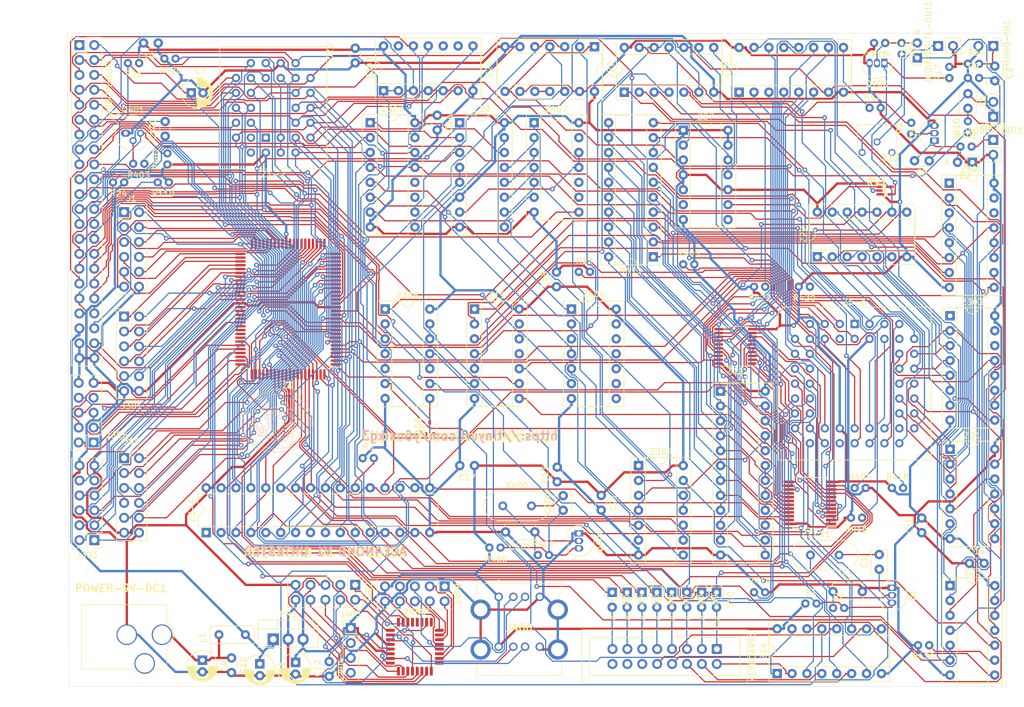
<source format=kicad_pcb>
(kicad_pcb (version 20211014) (generator pcbnew)
  (title_block (title "ACE4NOKB") (date "2019-09-14") (rev "Alpha") (company "Ontobus") (comment 1 "John Bradley") (comment 2 "https://creativecommons.org/licenses/by-nc-sa/4.0/") (comment 3 "Attribution-NonCommercial-ShareAlike 4.0 International License.") (comment 4 "This work is licensed under a Creative Commons "))
  (layers (0 "F.Cu" signal "Top") (31 "B.Cu" signal "Bottom") (34 "B.Paste" user) (35 "F.Paste" user) (36 "B.SilkS" user "B.Silkscreen") (37 "F.SilkS" user "F.Silkscreen") (38 "B.Mask" user) (39 "F.Mask" user) (44 "Edge.Cuts" user))
  (net 0 "")
  (net 1 "GND")
  (net 2 "Net-(Z24-Pad10)")
  (net 3 "Net-(Z24-Pad1)")
  (net 4 "Net-(Z22-Pad12)")
  (net 5 "Net-(Z22-Pad2)")
  (net 6 "Net-(Z20-Pad5)")
  (net 7 "Net-(Z20-Pad11)")
  (net 8 "Net-(Z20-Pad8)")
  (net 9 "Net-(Z20-Pad1)")
  (net 10 "Net-(C5-Pad2)")
  (net 11 "Net-(Q3-Pad2)")
  (net 12 "Net-(D3-Pad2)")
  (net 13 "Net-(D4-Pad2)")
  (net 14 "Net-(D5-Pad2)")
  (net 15 "Net-(D6-Pad2)")
  (net 16 "Net-(D7-Pad2)")
  (net 17 "Net-(D8-Pad2)")
  (net 18 "Net-(D9-Pad2)")
  (net 19 "Net-(D10-Pad2)")
  (net 20 "Net-(KEYBOARD1-Pad6)")
  (net 21 "Net-(KEYBOARD1-Pad10)")
  (net 22 "Net-(KEYBOARD1-Pad4)")
  (net 23 "Net-(KEYBOARD1-Pad8)")
  (net 24 "Net-(KEYBOARD1-Pad2)")
  (net 25 "Net-(JAUDIO-IN1-Pad1)")
  (net 26 "Net-(Z19-Pad3)")
  (net 27 "Net-(C1-Pad1)")
  (net 28 "Net-(C6-Pad2)")
  (net 29 "+9Vsm")
  (net 30 "+5V")
  (net 31 "~{RESET}")
  (net 32 "/~{BUSRQ}")
  (net 33 "/~{WE}")
  (net 34 "~{NMI}")
  (net 35 "/~{REFSH}")
  (net 36 "/~{HALT}")
  (net 37 "/~{BUSAK}")
  (net 38 "/KIO/PA5")
  (net 39 "/KIO/PA4")
  (net 40 "/KIO/PA6")
  (net 41 "/KIO/PA3")
  (net 42 "/KIO/PA7")
  (net 43 "/KIO/PA2")
  (net 44 "/KIO/ARDY")
  (net 45 "/KIO/PA1")
  (net 46 "/KIO/~{ASTB}")
  (net 47 "/KIO/PA0")
  (net 48 "/KIO/PB5")
  (net 49 "/KIO/PB4")
  (net 50 "/KIO/PB6")
  (net 51 "/KIO/PB3")
  (net 52 "/KIO/PB7")
  (net 53 "/KIO/PB2")
  (net 54 "/KIO/BRDY")
  (net 55 "/KIO/PB1")
  (net 56 "/KIO/~{BSTB}")
  (net 57 "/KIO/PB0")
  (net 59 "~{TxCB}")
  (net 60 "/KIO/~{SYNCB}")
  (net 61 "/KIO/~{DTRB}")
  (net 62 "/KIO/~{DCDB}")
  (net 63 "/KIO/~{RxCB}")
  (net 64 "/KIO/~{CTSB}")
  (net 66 "/KIO/~{CTSA}")
  (net 67 "/KIO/~{DCDA}")
  (net 68 "/KIO/RxDA")
  (net 69 "/KIO/TxDA")
  (net 70 "/KIO/ZC\\TO3")
  (net 71 "/KIO/ZC\\TO2")
  (net 72 "/KIO/CLK\\TRG2")
  (net 73 "/KIO/ZC\\TO1")
  (net 74 "/KIO/CLK\\TRG1")
  (net 75 "/KIO/ZC\\TO0")
  (net 76 "/KIO/CLK\\TRG0")
  (net 77 "~{INT}")
  (net 78 "CLK\\TRG3")
  (net 79 "~{IOREQ}")
  (net 80 "~{RD}")
  (net 81 "A10")
  (net 82 "A8")
  (net 83 "~{M1}")
  (net 84 "A11")
  (net 85 "A9")
  (net 86 "Net-(C1-Pad2)")
  (net 87 "Net-(C2-Pad1)")
  (net 88 "Net-(D11-Pad1)")
  (net 89 "Net-(D100-Pad3)")
  (net 90 "Net-(Q100-Pad1)")
  (net 91 "Net-(Z24-Pad13)")
  (net 92 "Net-(R11-Pad2)")
  (net 93 "A5")
  (net 94 "A3")
  (net 95 "A1")
  (net 96 "A6")
  (net 97 "A4")
  (net 98 "A2")
  (net 99 "A0")
  (net 100 "~{WR}")
  (net 101 "A7")
  (net 102 "PHI")
  (net 103 "A15")
  (net 104 "A14")
  (net 105 "A13")
  (net 106 "A12")
  (net 107 "Net-(R10-Pad1)")
  (net 108 "~{TAPECS}")
  (net 109 "Net-(Z25-Pad10)")
  (net 110 "50Hz")
  (net 111 "/KIO/~{RxCA}")
  (net 112 "/KIO/~{TxCA}")
  (net 113 "FONTCHARY0")
  (net 114 "FONTCHARY1")
  (net 115 "SCREENX4")
  (net 116 "SCREENX0")
  (net 117 "SCREENX3")
  (net 118 "SCREENX1")
  (net 119 "SCREENX2")
  (net 120 "FONTCHARY2")
  (net 121 "Net-(Z19-Pad4)")
  (net 122 "Net-(Z304-Pad11)")
  (net 123 "SCREENY4")
  (net 124 "SCREENY0")
  (net 125 "ENDOFSCR")
  (net 126 "SCREENY3")
  (net 127 "SCREENY1")
  (net 128 "SCREENY2")
  (net 129 "FONTCHARX2")
  (net 130 "EOL")
  (net 131 "~{VIDEOCLK}")
  (net 132 "+9V")
  (net 133 "Net-(C400-Pad2)")
  (net 134 "Net-(C400-Pad1)")
  (net 135 "Net-(C401-Pad1)")
  (net 136 "Net-(C402-Pad2)")
  (net 137 "Net-(C402-Pad1)")
  (net 138 "RAM_SELECT")
  (net 139 "~{MREQ}")
  (net 140 "Net-(Z14-Pad1)")
  (net 141 "FONTCHARX1")
  (net 142 "Net-(Z21-Pad8)")
  (net 143 "Net-(Z24-Pad12)")
  (net 144 "~{0000-FFFF}")
  (net 145 "Net-(Z29-Pad14)")
  (net 146 "/ADDRDECODE/~{3C00-3FFF}")
  (net 147 "ROM_SELECT")
  (net 148 "~{3800-3BFF}")
  (net 149 "~{3000-37FF}")
  (net 150 "~{CPUFONTROM}")
  (net 151 "~{3800-3FFF}")
  (net 152 "~{CPUFONTRAM}")
  (net 153 "Net-(Z306-Pad4)")
  (net 154 "Net-(Z307-Pad15)")
  (net 155 "~{CPUVIDEORAM}")
  (net 156 "/VDG/VIDEO")
  (net 157 "/VDG/SH~{LD}")
  (net 158 "/VDG/VIDEN")
  (net 159 "/VDG/INVERTCHAR")
  (net 160 "/ADDRDECODE/~{CPUFONT}")
  (net 161 "Net-(Z29-Pad13)")
  (net 162 "Net-(Z29-Pad12)")
  (net 163 "Net-(Z29-Pad11)")
  (net 164 "Net-(Z29-Pad10)")
  (net 165 "Net-(Z29-Pad9)")
  (net 166 "RxDB")
  (net 167 "TxDB")
  (net 168 "/IO&Speaker/EAR")
  (net 169 "Net-(R416-Pad1)")
  (net 170 "D7")
  (net 171 "Net-(R418-Pad2)")
  (net 172 "Net-(R419-Pad1)")
  (net 173 "Net-(Z28-Pad6)")
  (net 174 "D6")
  (net 175 "D2")
  (net 176 "D1")
  (net 177 "D0")
  (net 178 "D5")
  (net 179 "D3")
  (net 180 "D4")
  (net 181 "Net-(R12-Pad1)")
  (net 182 "Net-(R422-Pad1)")
  (net 183 "Net-(RN11-Pad4)")
  (net 184 "Net-(RN11-Pad5)")
  (net 185 "Net-(RN11-Pad6)")
  (net 186 "Net-(RN11-Pad7)")
  (net 187 "Net-(RN11-Pad8)")
  (net 188 "Net-(RN11-Pad9)")
  (net 189 "Net-(Z28-Pad9)")
  (net 190 "Net-(RN11-Pad10)")
  (net 191 "Net-(R426-Pad1)")
  (net 193 "Net-(R428-Pad2)")
  (net 194 "Net-(Z23-Pad1)")
  (net 195 "CA9")
  (net 196 "/STM8SUBSYS/PB5")
  (net 197 "/STM8SUBSYS/PB4")
  (net 198 "/STM8SUBSYS/PA1")
  (net 199 "/STM8SUBSYS/PA2")
  (net 200 "/STM8SUBSYS/PD1")
  (net 201 "/STM8SUBSYS/PA3")
  (net 202 "Net-(C404-Pad1)")
  (net 203 "/STM8SUBSYS/PB7")
  (net 204 "/STM8SUBSYS/PB3")
  (net 205 "/STM8SUBSYS/PB6")
  (net 206 "/STM8SUBSYS/PB2")
  (net 207 "/STM8SUBSYS/PB1")
  (net 208 "/STM8SUBSYS/PB0")
  (net 209 "/STM8SUBSYS/PE5")
  (net 210 "/STM8SUBSYS/PF4")
  (net 211 "/STM8SUBSYS/PC4")
  (net 212 "/STM8SUBSYS/PC7")
  (net 213 "/STM8SUBSYS/PC3")
  (net 214 "/STM8SUBSYS/PC6")
  (net 215 "/STM8SUBSYS/PC2")
  (net 216 "/STM8SUBSYS/PC5")
  (net 217 "/STM8SUBSYS/PC1")
  (net 218 "~{WAIT}")
  (net 219 "Net-(R405-Pad1)")
  (net 220 "CA8")
  (net 221 "FONTCHARX0")
  (net 222 "Net-(C5-Pad1)")
  (net 223 "Net-(JCOMPOSITE-OUT1-Pad1)")
  (net 224 "Net-(JSPK1-Pad1)")
  (net 225 "/STM8SUBSYS/NRST")
  (net 231 "/KIO/~{SYNCA}")
  (net 232 "/KIO/~{DTRA}")
  (net 233 "/KIO/~{W}{slash}~{RDYA}")
  (net 234 "/KIO/~{RTSA}")
  (net 237 "/KIO/~{RTSB}")
  (net 238 "/KIO/~{W}{slash}~{RDYB}")
  (net 239 "CA7")
  (net 240 "CA6")
  (net 256 "CA5")
  (net 257 "CA4")
  (net 258 "CA3")
  (net 259 "CA2")
  (net 263 "CA1")
  (net 264 "CA0")
  (net 274 "Net-(R3-Pad2)")
  (net 286 "Net-(Z29-Pad7)")
  (net 289 "CD7")
  (net 290 "CD6")
  (net 291 "CD5")
  (net 292 "CD4")
  (net 293 "CD3")
  (net 294 "CD2")
  (net 295 "CD1")
  (net 296 "/VDG/~{FONTRAMCS}")
  (net 297 "/VDG/~{FONTRAMOE}")
  (net 298 "Net-(Z19-Pad9)")
  (net 299 "/VDG/PIXEL")
  (net 308 "CD0")
  (footprint "Resistor_THT:R_Axial_DIN0204_L3.6mm_D1.6mm_P1.90mm_Vertical" (layer "F.Cu") (at 231.394 63.881 90)
    (fp_text reference "R10")
    (fp_text value "10k")
  )
  (footprint "Resistor_THT:R_Axial_DIN0204_L3.6mm_D1.6mm_P1.90mm_Vertical" (layer "F.Cu") (at 208.407 144.907)
    (fp_text reference "R2")
    (fp_text value "47k")
  )
  (footprint "Resistor_THT:R_Axial_DIN0204_L3.6mm_D1.6mm_P1.90mm_Vertical" (layer "F.Cu") (at 87.63 72.39 180)
    (fp_text reference "R24")
    (fp_text value "10k")
  )
  (footprint "Resistor_THT:R_Axial_DIN0204_L3.6mm_D1.6mm_P1.90mm_Vertical" (layer "F.Cu") (at 90.17 52.07 180)
    (fp_text reference "R25")
    (fp_text value "220k")
  )
  (footprint "Package_TO_SOT_THT:TO-92_Inline" (layer "F.Cu") (at 218.44 141.478 -90)
    (fp_text reference "Q1")
    (fp_text value "2N3904")
  )
  (footprint "ExtraFootprints:PLCC-32_THT-Socket" (layer "F.Cu") (at 111.76 64.77 180)
    (fp_text reference "Z1-2")
    (fp_text value "SST39SF010")
  )
  (footprint "Diode_THT:D_DO-35_SOD27_P2.54mm_Vertical_AnodeUp" (layer "F.Cu") (at 170.78 142.24 -90)
    (fp_text reference "D3")
    (fp_text value "1N4148")
  )
  (footprint "Diode_THT:D_DO-35_SOD27_P2.54mm_Vertical_AnodeUp" (layer "F.Cu") (at 173.32 142.246 -90)
    (fp_text reference "D4")
    (fp_text value "1N4148")
  )
  (footprint "Diode_THT:D_DO-35_SOD27_P2.54mm_Vertical_AnodeUp" (layer "F.Cu") (at 175.861 142.24 -90)
    (fp_text reference "D5")
    (fp_text value "1N4148")
  )
  (footprint "Diode_THT:D_DO-35_SOD27_P2.54mm_Vertical_AnodeUp" (layer "F.Cu") (at 178.4 142.246 -90)
    (fp_text reference "D6")
    (fp_text value "1N4148")
  )
  (footprint "Diode_THT:D_DO-35_SOD27_P2.54mm_Vertical_AnodeUp" (layer "F.Cu") (at 180.94 142.24 -90)
    (fp_text reference "D7")
    (fp_text value "1N4148")
  )
  (footprint "Diode_THT:D_DO-35_SOD27_P2.54mm_Vertical_AnodeUp" (layer "F.Cu") (at 183.48 142.246 -90)
    (fp_text reference "D8")
    (fp_text value "1N4148")
  )
  (footprint "Diode_THT:D_DO-35_SOD27_P2.54mm_Vertical_AnodeUp" (layer "F.Cu") (at 186.02 142.24 -90)
    (fp_text reference "D9")
    (fp_text value "1N4148")
  )
  (footprint "Diode_THT:D_DO-35_SOD27_P2.54mm_Vertical_AnodeUp" (layer "F.Cu") (at 188.56 142.246 -90)
    (fp_text reference "D10")
    (fp_text value "1N4148")
  )
  (footprint "Diode_THT:D_DO-35_SOD27_P2.54mm_Vertical_AnodeUp" (layer "F.Cu") (at 232.156 68.961 180)
    (fp_text reference "D2")
    (fp_text value "1N4148")
  )
  (footprint "Capacitor_THT:C_Disc_D3.0mm_W1.6mm_P2.50mm" (layer "F.Cu") (at 105.918 153.416 -90)
    (fp_text reference "C10")
    (fp_text value "100nf")
  )
  (footprint "Capacitor_THT:CP_Radial_D5.0mm_P2.00mm" (layer "F.Cu") (at 110.744 154.432 -90)
    (fp_text reference "C11")
    (fp_text value "100uf")
  )
  (footprint "Capacitor_THT:C_Disc_D3.0mm_W1.6mm_P2.50mm" (layer "F.Cu") (at 161.417 123.404 90)
    (fp_text reference "C13")
    (fp_text value "100nf")
  )
  (footprint "Capacitor_THT:C_Disc_D3.0mm_W1.6mm_P2.50mm" (layer "F.Cu") (at 140.97 60.96 -90)
    (fp_text reference "C14")
    (fp_text value "100nf")
  )
  (footprint "Capacitor_THT:C_Disc_D3.0mm_W1.6mm_P2.50mm" (layer "F.Cu") (at 223.52 132.08 90)
    (fp_text reference "C15")
    (fp_text value "100nf")
  )
  (footprint "Capacitor_THT:C_Disc_D3.0mm_W1.6mm_P2.50mm" (layer "F.Cu") (at 231.648 137.287)
    (fp_text reference "C16")
    (fp_text value "100nf")
  )
  (footprint "Capacitor_THT:C_Disc_D3.0mm_W1.6mm_P2.50mm" (layer "F.Cu") (at 147.32 120.65 180)
    (fp_text reference "C17")
    (fp_text value "100nf")
  )
  (footprint "Capacitor_THT:C_Disc_D3.0mm_W1.6mm_P2.50mm" (layer "F.Cu") (at 161.29 90.17 90)
    (fp_text reference "C18")
    (fp_text value "100nf")
  )
  (footprint "Capacitor_THT:C_Disc_D3.0mm_W1.6mm_P2.50mm" (layer "F.Cu") (at 90.932 48.641)
    (fp_text reference "C19")
    (fp_text value "100nf")
  )
  (footprint "Capacitor_THT:C_Disc_D3.0mm_W1.6mm_P2.50mm" (layer "F.Cu") (at 127 49.53 -90)
    (fp_text reference "C20")
    (fp_text value "100nf")
  )
  (footprint "Capacitor_THT:C_Disc_D3.0mm_W1.6mm_P2.50mm" (layer "F.Cu") (at 168.91 125.73 -90)
    (fp_text reference "C21")
    (fp_text value "100nf")
  )
  (footprint "Package_TO_SOT_THT:TO-92L_Inline" (layer "F.Cu") (at 225.679 65.278 90)
    (fp_text reference "Q3")
    (fp_text value "BC183")
  )
  (footprint "Connector_IDC:IDC-Header_2x08_P2.54mm_Vertical" (layer "F.Cu") (at 188.607 151.906 -90)
    (fp_text reference "KEYBOARD1")
    (fp_text value "Conn_02x08_Odd_Even")
  )
  (footprint "Connector_PinHeader_2.54mm:PinHeader_2x22_P2.54mm_Vertical" (layer "F.Cu") (at 80 49)
    (fp_text reference "JZ80CPUOUT1")
    (fp_text value "Conn_02x22_Odd_Even")
  )
  (footprint "Capacitor_THT:CP_Radial_D5.0mm_P2.00mm" (layer "F.Cu") (at 100.965 153.797 -90)
    (fp_text reference "C9")
    (fp_text value "100uf")
  )
  (footprint "Capacitor_THT:CP_Radial_D5.0mm_P2.00mm" (layer "F.Cu") (at 116.84 154.178 -90)
    (fp_text reference "C12")
    (fp_text value "100uf")
  )
  (footprint "Capacitor_THT:CP_Radial_D5.0mm_P2.00mm" (layer "F.Cu") (at 99.06 57.15)
    (fp_text reference "C7")
    (fp_text value "1uf")
  )
  (footprint "Package_TO_SOT_THT:TO-220-3_Vertical" (layer "F.Cu") (at 113.03 150.241)
    (fp_text reference "PR1")
    (fp_text value "LM7805_TO220")
  )
  (footprint "Package_DIP:DIP-16_W7.62mm_Socket" (layer "F.Cu") (at 198.882 156.083 90)
    (fp_text reference "Z14")
    (fp_text value "74HCT367")
  )
  (footprint "Crystal:Crystal_HC49-U_Vertical" (layer "F.Cu") (at 204.56 135.89)
    (fp_text reference "X1")
    (fp_text value "CRYSTALHC49U-V 6.5MHz")
  )
  (footprint "Capacitor_THT:C_Disc_D3.8mm_W2.6mm_P2.50mm" (layer "F.Cu") (at 216.281 138.303 90)
    (fp_text reference "C1")
    (fp_text value "30p")
  )
  (footprint "Capacitor_THT:C_Disc_D3.0mm_W1.6mm_P2.50mm" (layer "F.Cu") (at 224.79 68.707 180)
    (fp_text reference "C5")
    (fp_text value "47pF")
  )
  (footprint "Resistor_THT:R_Axial_DIN0204_L3.6mm_D1.6mm_P1.90mm_Vertical" (layer "F.Cu") (at 203.708 144.145)
    (fp_text reference "R1")
    (fp_text value "4k7")
  )
  (footprint "Resistor_THT:R_Axial_DIN0204_L3.6mm_D1.6mm_P1.90mm_Vertical" (layer "F.Cu") (at 221.742 64.135 90)
    (fp_text reference "R9")
    (fp_text value "22k")
  )
  (footprint "Capacitor_THT:C_Disc_D5.0mm_W2.5mm_P5.00mm" (layer "F.Cu") (at 208.407 142.113)
    (fp_text reference "C2")
    (fp_text value "100p")
  )
  (footprint "Capacitor_THT:C_Disc_D3.8mm_W2.6mm_P2.50mm" (layer "F.Cu") (at 231.394 57.277 -90)
    (fp_text reference "C6")
    (fp_text value "47nF")
  )
  (footprint "Package_TO_SOT_THT:TO-92_Inline" (layer "F.Cu") (at 217.17 52.07 180)
    (fp_text reference "Q100")
    (fp_text value "2N3904")
  )
  (footprint "Package_DIP:DIP-16_W7.62mm_Socket" (layer "F.Cu") (at 129.55 62.22)
    (fp_text reference "Z307")
    (fp_text value "74AHCT139")
  )
  (footprint "Package_QFP:PQFP-100_14x20mm_P0.65mm" (layer "F.Cu") (at 115.57 93.98 180)
    (fp_text reference "Z0")
    (fp_text value "Z84C1516FSG ")
  )
  (footprint "Resistor_THT:R_Axial_DIN0204_L3.6mm_D1.6mm_P1.90mm_Vertical" (layer "F.Cu") (at 230.124 66.294)
    (fp_text reference "R102")
    (fp_text value "200")
  )
  (footprint "ExtraFootprints:PLCC-52_THT-Socket" (layer "F.Cu") (at 212.09 96.52)
    (fp_text reference "Z5-6")
    (fp_text value "IDT71321")
  )
  (footprint "Connector_PinHeader_2.54mm:PinHeader_1x02_P2.54mm_Vertical" (layer "F.Cu") (at 235.712 49.149 -90)
    (fp_text reference "JAUDIO-IN1")
    (fp_text value "332-02")
  )
  (footprint "Connector_PinHeader_2.54mm:PinHeader_1x02_P2.54mm_Vertical" (layer "F.Cu") (at 235.712 61.214 180)
    (fp_text reference "JAUDIO-OUT1")
    (fp_text value "332-02")
  )
  (footprint "Capacitor_THT:C_Disc_D3.8mm_W2.6mm_P2.50mm" (layer "F.Cu") (at 235.966 52.578 -90)
    (fp_text reference "C3")
    (fp_text value "47nF")
  )
  (footprint "Resistor_THT:R_Axial_DIN0204_L3.6mm_D1.6mm_P1.90mm_Vertical" (layer "F.Cu") (at 231.394 52.197)
    (fp_text reference "R5")
    (fp_text value "1K")
  )
  (footprint "Resistor_THT:R_Axial_DIN0204_L3.6mm_D1.6mm_P1.90mm_Vertical" (layer "F.Cu") (at 231.394 54.61)
    (fp_text reference "R6")
    (fp_text value "12k")
  )
  (footprint "ExtraFootprints:KEMET_SBT_0260T" (layer "F.Cu") (at 106.045 149.479)
    (fp_text reference "L1")
    (fp_text value "100 nH")
  )
  (footprint "ExtraFootprints:163179PHEX" (layer "F.Cu") (at 80.38 154.36)
    (fp_text reference "POWER-9V-DC1")
    (fp_text value "POWERIN" hide)
  )
  (footprint "MountingHole:MountingHole_2.5mm" (layer "F.Cu") (at 93 137)
    (fp_text reference "HBL1" hide)
    (fp_text value "MountingHole")
  )
  (footprint "MountingHole:MountingHole_2.5mm" (layer "F.Cu") (at 223 137)
    (fp_text reference "HBR1" hide)
    (fp_text value "MountingHole")
  )
  (footprint "MountingHole:MountingHole_2.5mm" (layer "F.Cu") (at 223 57)
    (fp_text reference "HTR1" hide)
    (fp_text value "MountingHole")
  )
  (footprint "Package_DIP:DIP-14_W7.62mm_Socket" (layer "F.Cu") (at 172.847 57.023 90)
    (fp_text reference "Z20")
    (fp_text value "74AHCT08")
  )
  (footprint "Package_DIP:DIP-14_W7.62mm_Socket" (layer "F.Cu") (at 167.767 49.276 -90)
    (fp_text reference "Z24")
    (fp_text value "74AHCT02")
  )
  (footprint "Resistor_THT:R_Axial_DIN0204_L3.6mm_D1.6mm_P1.90mm_Vertical" (layer "F.Cu") (at 95.25 72.39 180)
    (fp_text reference "R110")
    (fp_text value "270")
  )
  (footprint "Connector_PinHeader_2.54mm:PinHeader_1x02_P2.54mm_Vertical" (layer "F.Cu") (at 235.712 65.151)
    (fp_text reference "JSPK1")
    (fp_text value "SPK1")
  )
  (footprint "ExtraFootprints:ZilogInsideFront" (layer "F.Cu") (at 106.6649 120.8056)
    (fp_text reference "Logo1" hide)
    (fp_text value "ZilogFront" hide)
  )
  (footprint "ExtraFootprints:TSSOP-5" (layer "F.Cu") (at 215.5685 72.3865)
    (fp_text reference "Z23")
    (fp_text value "74AHCT1G86GW,125")
  )
  (footprint "Package_DIP:DIP-32_W7.62mm" (layer "F.Cu") (at 101.6 132.06 90)
    (fp_text reference "Z3-4")
    (fp_text value "AS7C512 DIP/SOJ")
  )
  (footprint "Connector_PinHeader_2.54mm:PinHeader_2x06_P2.54mm_Vertical" (layer "F.Cu") (at 87.625 119.38)
    (fp_text reference "J300")
    (fp_text value "Conn_02x06_Odd_Even")
  )
  (footprint "Connector_PinHeader_2.54mm:PinHeader_2x06_P2.54mm_Vertical" (layer "F.Cu") (at 87.625 95.25)
    (fp_text reference "J301")
    (fp_text value "Conn_02x06_Odd_Even")
  )
  (footprint "Connector_PinHeader_2.54mm:PinHeader_2x06_P2.54mm_Vertical" (layer "F.Cu") (at 82.555 133.35 180)
    (fp_text reference "J303")
    (fp_text value "Conn_02x06_Odd_Even")
  )
  (footprint "Connector_PinHeader_2.54mm:PinHeader_2x05_P2.54mm_Vertical" (layer "F.Cu") (at 82.423 116.713 180)
    (fp_text reference "J305")
    (fp_text value "Conn_02x05_Odd_Even")
  )
  (footprint "Connector_PinHeader_2.54mm:PinHeader_1x02_P2.54mm_Vertical" (layer "F.Cu") (at 226.314 49.149 90)
    (fp_text reference "JCOMPOSITE-OUT1")
    (fp_text value "COMPOSITE-OUT1")
  )
  (footprint "Diode_THT:D_DO-35_SOD27_P2.54mm_Vertical_AnodeUp" (layer "F.Cu") (at 222.758 51.181 90)
    (fp_text reference "D11")
    (fp_text value "1N4148")
  )
  (footprint "Package_TO_SOT_SMD:SOT-323_SC-70" (layer "F.Cu") (at 139.7 114.3 90)
    (fp_text reference "D100")
    (fp_text value "BAT54W,115")
  )
  (footprint "Resistor_THT:R_Axial_DIN0204_L3.6mm_D1.6mm_P1.90mm_Vertical" (layer "F.Cu") (at 220.091 48.641 -90)
    (fp_text reference "R11")
    (fp_text value "1K5")
  )
  (footprint "Resistor_THT:R_Axial_DIN0204_L3.6mm_D1.6mm_P1.90mm_Vertical" (layer "F.Cu") (at 217.297 48.641 180)
    (fp_text reference "R16")
    (fp_text value "1K5")
  )
  (footprint "Resistor_THT:R_Axial_DIN0204_L3.6mm_D1.6mm_P1.90mm_Vertical" (layer "F.Cu") (at 228.219 54.61 90)
    (fp_text reference "R17")
    (fp_text value "100")
  )
  (footprint "ExtraFootprints:3362H1103LF" (layer "F.Cu") (at 215.9 66.04)
    (fp_text reference "RV1")
    (fp_text value "100" hide)
  )
  (footprint "Package_DIP:DIP-16_W7.62mm_Socket" (layer "F.Cu") (at 192.405 57.023 90)
    (fp_text reference "Z28")
    (fp_text value "74HCT166")
  )
  (footprint "MountingHole:MountingHole_2.5mm" (layer "F.Cu") (at 93 57)
    (fp_text reference "HTL1" hide)
    (fp_text value "MountingHole")
  )
  (footprint "Package_DIP:DIP-14_W7.62mm_Socket" (layer "F.Cu") (at 131.826 56.769 90)
    (fp_text reference "Z308")
    (fp_text value "74HCT30")
  )
  (footprint "ExtraFootprints:ZilogInsideBack" (layer "F.Cu") (at 106.3876 120.8056)
    (fp_text reference "Logo2" hide)
    (fp_text value "ZilogBack" hide)
  )
  (footprint "Package_DIP:DIP-16_W7.62mm_Socket" (layer "F.Cu") (at 228.346 95.123)
    (fp_text reference "Z303")
    (fp_text value "74HCT4040")
  )
  (footprint "Package_DIP:DIP-16_W7.62mm_Socket" (layer "F.Cu") (at 228.219 72.517)
    (fp_text reference "Z304")
    (fp_text value "74HCT4040")
  )
  (footprint "Package_DIP:DIP-14_W7.62mm_Socket" (layer "F.Cu") (at 228.346 117.856)
    (fp_text reference "Z21")
    (fp_text value "74HCT11")
  )
  (footprint "Package_DIP:DIP-16_W7.62mm_Socket" (layer "F.Cu") (at 144.79 62.22)
    (fp_text reference "Z29")
    (fp_text value "74AHCT138")
  )
  (footprint "Package_DIP:DIP-14_W7.62mm_Socket" (layer "F.Cu") (at 205.735 85.08 90)
    (fp_text reference "Z22")
    (fp_text value "74HCT11")
  )
  (footprint "Package_DIP:DIP-14_W7.62mm_Socket" (layer "F.Cu") (at 228.346 141.097)
    (fp_text reference "Z25")
    (fp_text value "74AHCT02")
  )
  (footprint "Package_DIP:DIP-14_W7.62mm_Socket" (layer "F.Cu") (at 157.48 62.225)
    (fp_text reference "Z407")
    (fp_text value "74HCT30")
  )
  (footprint "Package_DIP:DIP-14_W7.62mm_Socket" (layer "F.Cu") (at 163.84 93.98)
    (fp_text reference "Z404")
    (fp_text value "74HCT21")
  )
  (footprint "Package_DIP:DIP-14_W7.62mm_Socket" (layer "F.Cu") (at 175.27 120.645)
    (fp_text reference "Z302")
    (fp_text value "74HCT32")
  )
  (footprint "Package_DIP:DIP-14_W7.62mm_Socket" (layer "F.Cu") (at 132.09 93.975)
    (fp_text reference "Z306")
    (fp_text value "74AHCT04")
  )
  (footprint "Capacitor_THT:C_Disc_D3.8mm_W2.6mm_P2.50mm" (layer "F.Cu") (at 162.433 128.27 90)
    (fp_text reference "C400")
    (fp_text value "30p")
  )
  (footprint "Capacitor_THT:C_Disc_D5.0mm_W2.5mm_P5.00mm" (layer "F.Cu") (at 157.607 131.953 180)
    (fp_text reference "C401")
    (fp_text value "100p")
  )
  (footprint "Capacitor_THT:C_Disc_D3.0mm_W1.6mm_P2.50mm" (layer "F.Cu") (at 94.615 64.516 90)
    (fp_text reference "C402")
    (fp_text value "47pF")
  )
  (footprint "Package_TO_SOT_THT:TO-92_Inline" (layer "F.Cu") (at 165.1 132.207 -90)
    (fp_text reference "Q400")
    (fp_text value "2N3904")
  )
  (footprint "Package_TO_SOT_THT:TO-18-3" (layer "F.Cu") (at 87.884 64.008)
    (fp_text reference "Q401")
    (fp_text value "2N2369")
  )
  (footprint "Resistor_THT:R_Axial_DIN0204_L3.6mm_D1.6mm_P1.90mm_Vertical" (layer "F.Cu") (at 149.86 134.62)
    (fp_text reference "R400")
    (fp_text value "4k7")
  )
  (footprint "Resistor_THT:R_Axial_DIN0204_L3.6mm_D1.6mm_P1.90mm_Vertical" (layer "F.Cu") (at 158.12 135.89)
    (fp_text reference "R401")
    (fp_text value "47k")
  )
  (footprint "Resistor_THT:R_Axial_DIN0204_L3.6mm_D1.6mm_P1.90mm_Vertical" (layer "F.Cu") (at 94.996 69.342 90)
    (fp_text reference "R402")
    (fp_text value "270R")
  )
  (footprint "Resistor_THT:R_Axial_DIN0204_L3.6mm_D1.6mm_P1.90mm_Vertical" (layer "F.Cu") (at 91.059 69.215 180)
    (fp_text reference "R403")
    (fp_text value "1K")
  )
  (footprint "Crystal:Crystal_HC49-U_Vertical" (layer "F.Cu") (at 152.146 127.508)
    (fp_text reference "X400")
    (fp_text value "CRYSTALHC49U-V 6.5MHz")
  )
  (footprint "Capacitor_THT:C_Disc_D3.0mm_W1.6mm_P2.50mm" (layer "F.Cu") (at 122.555 154.051 -90)
    (fp_text reference "C404")
    (fp_text value "1uf")
  )
  (footprint "ExtraFootprints:614008235023" (layer "F.Cu") (at 154.94 148.59)
    (fp_text reference "J400")
    (fp_text value "614008235023" hide)
  )
  (footprint "Connector_PinHeader_2.54mm:PinHeader_2x05_P2.54mm_Vertical" (layer "F.Cu") (at 127 140.97 -90)
    (fp_text reference "J402")
    (fp_text value "Conn_02x05_Odd_Even")
  )
  (footprint "Resistor_THT:R_Axial_DIN0204_L3.6mm_D1.6mm_P1.90mm_Vertical" (layer "F.Cu") (at 213.36 129.54 180)
    (fp_text reference "R416")
    (fp_text value "75k")
  )
  (footprint "Resistor_THT:R_Axial_DIN0204_L3.6mm_D1.6mm_P1.90mm_Vertical" (layer "F.Cu") (at 218.44 124.46)
    (fp_text reference "R418")
    (fp_text value "1k0")
  )
  (footprint "Resistor_THT:R_Axial_DIN0204_L3.6mm_D1.6mm_P1.90mm_Vertical" (layer "F.Cu") (at 194.95 142.24)
    (fp_text reference "R419")
    (fp_text value "1k0")
  )
  (footprint "Resistor_THT:R_Axial_DIN0204_L3.6mm_D1.6mm_P1.90mm_Vertical" (layer "F.Cu") (at 204.47 90.17 180)
    (fp_text reference "R420")
    (fp_text value "1k0")
  )
  (footprint "Package_DIP:DIP-14_W7.62mm_Socket" (layer "F.Cu") (at 147.32 93.975)
    (fp_text reference "Z19")
    (fp_text value "74AHCT00")
  )
  (footprint "Resistor_THT:R_Axial_DIN0204_L3.6mm_D1.6mm_P1.90mm_Vertical" (layer "F.Cu") (at 196.85 90.17 180)
    (fp_text reference "R422")
    (fp_text value "1k0")
  )
  (footprint "Resistor_THT:R_Axial_DIN0204_L3.6mm_D1.6mm_P1.90mm_Vertical" (layer "F.Cu") (at 224.79 151.257 180)
    (fp_text reference "R426")
    (fp_text value "400k")
  )
  (footprint "Resistor_THT:R_Axial_DIN0204_L3.6mm_D1.6mm_P1.90mm_Vertical" (layer "F.Cu") (at 214.63 59.69)
    (fp_text reference "R421")
    (fp_text value "10k")
  )
  (footprint "Resistor_THT:R_Axial_DIN0204_L3.6mm_D1.6mm_P1.90mm_Vertical" (layer "F.Cu") (at 94.493 51.308)
    (fp_text reference "R428")
    (fp_text value "400k")
  )
  (footprint "Connector_PinHeader_2.54mm:PinHeader_1x04_P2.54mm_Vertical" (layer "F.Cu") (at 126.238 148.336)
    (fp_text reference "J403")
    (fp_text value "STLink2")
  )
  (footprint "Package_QFP:LQFP-32_7x7mm_P0.8mm" (layer "F.Cu") (at 137.16 151.511)
    (fp_text reference "Z408")
    (fp_text value "STM8S003K3T")
  )
  (footprint "Connector_PinHeader_2.54mm:PinHeader_2x05_P2.54mm_Vertical" (layer "F.Cu") (at 142.24 141.224 -90)
    (fp_text reference "J408")
    (fp_text value "Conn_02x05_Odd_Even")
  )
  (footprint "Resistor_THT:R_Axial_DIN0204_L3.6mm_D1.6mm_P1.90mm_Vertical" (layer "F.Cu") (at 212.09 124.46)
    (fp_text reference "R404")
    (fp_text value "270")
  )
  (footprint "Resistor_THT:R_Axial_DIN0204_L3.6mm_D1.6mm_P1.90mm_Vertical" (layer "F.Cu") (at 182.88 86.36)
    (fp_text reference "R405")
    (fp_text value "270")
  )
  (footprint "Package_SO:TSSOP-20_4.4x6.5mm_P0.65mm" (layer "F.Cu") (at 191.77 100.33 180)
    (fp_text reference "Z11")
    (fp_text value "74ABT541")
  )
  (footprint "Package_DIP:DIP-20_W7.62mm_Socket" (layer "F.Cu") (at 177.79 85.085 180)
    (fp_text reference "RN11")
    (fp_text value "R_Pack10")
  )
  (footprint "Resistor_THT:R_Axial_DIN0204_L3.6mm_D1.6mm_P1.90mm_Vertical" (layer "F.Cu") (at 165.1 87.63)
    (fp_text reference "R12")
    (fp_text value "1k0")
  )
  (footprint "Package_DIP:DIP-24_W7.62mm_Socket" (layer "F.Cu") (at 189.24 107.945)
    (fp_text reference "Z7")
    (fp_text value "6116P")
  )
  (footprint "Resistor_THT:R_Axial_DIN0204_L3.6mm_D1.6mm_P1.90mm_Vertical" (layer "F.Cu") (at 128.27 119.38)
    (fp_text reference "R3")
    (fp_text value "400k")
  )
  (footprint "Package_SO:SSOP-24_5.3x8.2mm_P0.65mm" (layer "F.Cu") (at 204.47 127 180)
    (fp_text reference "Z12")
    (fp_text value "SN74ABT2827")
  )
  (footprint "Package_DIP:DIP-14_W7.62mm_Socket" (layer "F.Cu") (at 182.89 63.495)
    (fp_text reference "Z27")
    (fp_text value "74AHCT74")
  )
  (footprint "Connector_PinHeader_2.54mm:PinHeader_2x06_P2.54mm_Vertical" (layer "F.Cu") (at 87.625 77.47)
    (fp_text reference "J1")
    (fp_text value "Conn_02x06_Odd_Even")
  )
  (gr_line (start 238 46.99) (end 237.998 158.242) (layer "Edge.Cuts") (width 0.05))
  (gr_line (start 78 46.99) (end 238 46.99) (layer "Edge.Cuts") (width 0.05))
  (gr_line (start 78 46.99) (end 78.232 158.242) (layer "Edge.Cuts") (width 0.05))
  (gr_line (start 78.232 158.242) (end 237.998 158.242) (layer "Edge.Cuts") (width 0.05))
  (gr_text "ACE4NOKB V1 UNTESTED" (at 121.92 135.255) (layer "B.SilkS") (effects (font (size 1.5 1.5) (thickness 0.3)) (justify mirror)))
  (gr_text "https://tinyurl.com/y6nslkg3" (at 144.78 115.57) (layer "B.SilkS") (effects (font (size 1.5 1.5) (thickness 0.3)) (justify mirror)))
  (gr_text "ACE4NOKB V1 UNTESTED" (at 121.92 135.509) (layer "F.SilkS") (effects (font (size 1.5 1.5) (thickness 0.3))))
  (gr_text "https://tinyurl.com/y6nslkg3" (at 144.907 115.57) (layer "F.SilkS") (effects (font (size 1.5 1.5) (thickness 0.3))))
  (segment (start 209.55 114.3) (end 210.614 115.364) (width 0.4) (layer "F.Cu") (net 1))
  (segment (start 201.7012 96.7642) (end 199.3733 96.7642) (width 0.4) (layer "F.Cu") (net 1))
  (segment (start 79.6392 121.8527) (end 78.7584 122.7335) (width 0.4) (layer "F.Cu") (net 1))
  (segment (start 156.26 145.19) (end 148.37 145.19) (width 0.4) (layer "F.Cu") (net 1))
  (segment (start 219.8223 85.3487) (end 219.8223 85.08) (width 0.4) (layer "F.Cu") (net 1))
  (segment (start 105.918 155.916) (end 106.434 156.432) (width 0.4) (layer "F.Cu") (net 1))
  (segment (start 217.1992 74.7098) (end 217.1992 74.4335) (width 0.4) (layer "F.Cu") (net 1))
  (segment (start 199.2421 140.9006) (end 212.8008 140.9006) (width 0.4) (layer "F.Cu") (net 1))
  (segment (start 115.316 156.432) (end 115.57 156.178) (width 0.4) (layer "F.Cu") (net 1))
  (segment (start 88.08 133.3385) (end 88.9065 133.3385) (width 0.4) (layer "F.Cu") (net 1))
  (segment (start 113.0366 53.3334) (end 104.8766 53.3334) (width 0.4) (layer "F.Cu") (net 1))
  (segment (start 218.44 124.46) (end 217.3258 123.3458) (width 0.4) (layer "F.Cu") (net 1))
  (segment (start 132.985 151.111) (end 132.3431 151.111) (width 0.4) (layer "F.Cu") (net 1))
  (segment (start 229.2929 52.197) (end 231.394 52.197) (width 0.4) (layer "F.Cu") (net 1))
  (segment (start 78.7584 122.7335) (end 78.7584 128.7641) (width 0.4) (layer "F.Cu") (net 1))
  (segment (start 106.434 156.432) (end 110.744 156.432) (width 0.4) (layer "F.Cu") (net 1))
  (segment (start 195.6408 91.2227) (end 199.3733 94.9552) (width 0.4) (layer "F.Cu") (net 1))
  (segment (start 165.1 132.207) (end 166.2027 132.207) (width 0.4) (layer "F.Cu") (net 1))
  (segment (start 90.165 107.95) (end 91.3677 107.95) (width 0.4) (layer "F.Cu") (net 1))
  (segment (start 82.0179 132.0128) (end 85.1666 132.0128) (width 0.4) (layer "F.Cu") (net 1))
  (segment (start 210.614 123.3458) (end 209.3769 123.3458) (width 0.4) (layer "F.Cu") (net 1))
  (segment (start 110.744 156.432) (end 115.316 156.432) (width 0.4) (layer "F.Cu") (net 1))
  (segment (start 225.679 61.8603) (end 224.8013 61.8603) (width 0.4) (layer "F.Cu") (net 1))
  (segment (start 129.55 80) (end 130.7027 80) (width 0.4) (layer "F.Cu") (net 1))
  (segment (start 188.087 57.023) (end 189.2397 57.023) (width 0.4) (layer "F.Cu") (net 1))
  (segment (start 161.51 151.99) (end 158.92 151.99) (width 0.4) (layer "F.Cu") (net 1))
  (segment (start 156.3273 77.7605) (end 156.3273 77.465) (width 0.4) (layer "F.Cu") (net 1))
  (segment (start 208.07 123.425) (end 209.2977 123.425) (width 0.4) (layer "F.Cu") (net 1))
  (segment (start 169.8807 135.885) (end 174.1173 135.885) (width 0.4) (layer "F.Cu") (net 1))
  (segment (start 157.48 77.465) (end 156.3273 77.465) (width 0.4) (layer "F.Cu") (net 1))
  (segment (start 209.3769 123.3458) (end 209.2977 123.425) (width 0.4) (layer "F.Cu") (net 1))
  (segment (start 117.213 156.551) (end 116.84 156.178) (width 0.4) (layer "F.Cu") (net 1))
  (segment (start 229.2929 52.197) (end 229.2929 50.7906) (width 0.4) (layer "F.Cu") (net 1))
  (segment (start 139.7 132.06) (end 140.8527 132.06) (width 0.4) (layer "F.Cu") (net 1))
  (segment (start 105.799 155.797) (end 100.965 155.797) (width 0.4) (layer "F.Cu") (net 1))
  (segment (start 122.555 156.551) (end 117.213 156.551) (width 0.4) (layer "F.Cu") (net 1))
  (segment (start 131.8668 81.1641) (end 142.4732 81.1641) (width 0.4) (layer "F.Cu") (net 1))
  (segment (start 176.4227 135.885) (end 177.5808 134.7269) (width 0.4) (layer "F.Cu") (net 1))
  (segment (start 78.7584 128.7641) (end 79.4671 129.4728) (width 0.4) (layer "F.Cu") (net 1))
  (segment (start 130.7027 80) (end 131.8668 81.1641) (width 0.4) (layer "F.Cu") (net 1))
  (segment (start 229.2717 52.71) (end 229.2717 52.2182) (width 0.4) (layer "F.Cu") (net 1))
  (segment (start 229.2929 50.7906) (end 228.854 50.3517) (width 0.4) (layer "F.Cu") (net 1))
  (segment (start 147.1624 81.2197) (end 152.8681 81.2197) (width 0.4) (layer "F.Cu") (net 1))
  (segment (start 165.9446 86.5746) (end 167 87.63) (width 0.4) (layer "F.Cu") (net 1))
  (segment (start 115.57 156.178) (end 116.84 156.178) (width 0.4) (layer "F.Cu") (net 1))
  (segment (start 104.8766 53.3334) (end 101.06 57.15) (width 0.4) (layer "F.Cu") (net 1))
  (segment (start 115.57 156.178) (end 115.57 150.241) (width 0.4) (layer "F.Cu") (net 1))
  (segment (start 199.3733 96.7642) (end 198.7325 97.405) (width 0.4) (layer "F.Cu") (net 1))
  (segment (start 108.3233 93.005) (end 108.6948 93.3765) (width 0.4) (layer "F.Cu") (net 1))
  (segment (start 80.015 120.65) (end 80.015 121.8527) (width 0.4) (layer "F.Cu") (net 1))
  (segment (start 144.79 80) (end 143.6373 80) (width 0.4) (layer "F.Cu") (net 1))
  (segment (start 175.27 135.885) (end 176.4227 135.885) (width 0.4) (layer "F.Cu") (net 1))
  (segment (start 132.3431 151.111) (end 130.6396 149.4075) (width 0.4) (layer "F.Cu") (net 1))
  (segment (start 81.285 131.2799) (end 82.0179 132.0128) (width 0.4) (layer "F.Cu") (net 1))
  (segment (start 204.8597 87.8803) (end 217.2907 87.8803) (width 0.4) (layer "F.Cu") (net 1))
  (segment (start 194.95 91.2227) (end 195.6408 91.2227) (width 0.4) (layer "F.Cu") (net 1))
  (segment (start 130.6396 149.4075) (end 130.6396 148.8922) (width 0.4) (layer "F.Cu") (net 1))
  (segment (start 142.4732 81.1641) (end 143.6373 80) (width 0.4) (layer "F.Cu") (net 1))
  (segment (start 224.8013 61.8603) (end 219.964 57.023) (width 0.4) (layer "F.Cu") (net 1))
  (segment (start 219.7971 75.7057) (end 218.1951 75.7057) (width 0.4) (layer "F.Cu") (net 1))
  (segment (start 218.44 141.478) (end 217.3373 141.478) (width 0.4) (layer "F.Cu") (net 1))
  (segment (start 166.2027 132.207) (end 169.8807 135.885) (width 0.4) (layer "F.Cu") (net 1))
  (segment (start 114.3 52.07) (end 113.0366 53.3334) (width 0.4) (layer "F.Cu") (net 1))
  (segment (start 144.79 80) (end 145.9427 80) (width 0.4) (layer "F.Cu") (net 1))
  (segment (start 228.346 133.096) (end 227.1933 133.096) (width 0.4) (layer "F.Cu") (net 1))
  (segment (start 110.9589 92.8288) (end 119.9293 92.8288) (width 0.4) (layer "F.Cu") (net 1))
  (segment (start 86.4923 133.3385) (end 88.08 133.3385) (width 0.4) (layer "F.Cu") (net 1))
  (segment (start 119.9293 92.8288) (end 120.7555 93.655) (width 0.4) (layer "F.Cu") (net 1))
  (segment (start 223.6773 129.58) (end 227.1933 133.096) (width 0.4) (layer "F.Cu") (net 1))
  (segment (start 91.3677 107.95) (end 106.3127 93.005) (width 0.4) (layer "F.Cu") (net 1))
  (segment (start 218.1951 75.7057) (end 217.1992 74.7098) (width 0.4) (layer "F.Cu") (net 1))
  (segment (start 210.614 115.364) (end 210.614 123.3458) (width 0.4) (layer "F.Cu") (net 1))
  (segment (start 120.7555 93.655) (end 123.695 93.655) (width 0.4) (layer "F.Cu") (net 1))
  (segment (start 199.3733 94.9552) (end 199.3733 96.7642) (width 0.4) (layer "F.Cu") (net 1))
  (segment (start 80.015 121.8527) (end 79.6392 121.8527) (width 0.4) (layer "F.Cu") (net 1))
  (segment (start 197.9027 142.24) (end 199.2421 140.9006) (width 0.4) (layer "F.Cu") (net 1))
  (segment (start 229.2717 52.2182) (end 229.2929 52.197) (width 0.4) (layer "F.Cu") (net 1))
  (segment (start 210.185 57.023) (end 209.0323 57.023) (width 0.4) (layer "F.Cu") (net 1))
  (segment (start 108.6948 93.3765) (end 110.4112 93.3765) (width 0.4) (layer "F.Cu") (net 1))
  (segment (start 223.52 129.58) (end 223.6773 129.58) (width 0.4) (layer "F.Cu") (net 1))
  (segment (start 186.9292 134.7269) (end 188.0873 135.885) (width 0.4) (layer "F.Cu") (net 1))
  (segment (start 217.3085 141.5068) (end 217.3373 141.478) (width 0.4) (layer "F.Cu") (net 1))
  (segment (start 175.27 135.885) (end 174.1173 135.885) (width 0.4) (layer "F.Cu") (net 1))
  (segment (start 202.57 90.17) (end 204.8597 87.8803) (width 0.4) (layer "F.Cu") (net 1))
  (segment (start 105.918 155.916) (end 105.799 155.797) (width 0.4) (layer "F.Cu") (net 1))
  (segment (start 80.4204 129.4728) (end 81.285 130.3374) (width 0.4) (layer "F.Cu") (net 1))
  (segment (start 209.0323 57.2715) (end 208.1213 58.1825) (width 0.4) (layer "F.Cu") (net 1))
  (segment (start 161.29 87.67) (end 162.3854 86.5746) (width 0.4) (layer "F.Cu") (net 1))
  (segment (start 88.9065 133.3385) (end 90.165 132.08) (width 0.4) (layer "F.Cu") (net 1))
  (segment (start 152.527 49.276) (end 151.3743 49.276) (width 0.4) (layer "F.Cu") (net 1))
  (segment (start 216.3215 74.4335) (end 217.1992 74.4335) (width 0.4) (layer "F.Cu") (net 1))
  (segment (start 140.9597 131.953) (end 140.8527 132.06) (width 0.4) (layer "F.Cu") (net 1))
  (segment (start 177.5808 134.7269) (end 186.9292 134.7269) (width 0.4) (layer "F.Cu") (net 1))
  (segment (start 196.85 142.24) (end 197.9027 142.24) (width 0.4) (layer "F.Cu") (net 1))
  (segment (start 152.607 131.953) (end 140.9597 131.953) (width 0.4) (layer "F.Cu") (net 1))
  (segment (start 145.9427 80) (end 147.1624 81.2197) (width 0.4) (layer "F.Cu") (net 1))
  (segment (start 225.679 62.738) (end 225.679 61.8603) (width 0.4) (layer "F.Cu") (net 1))
  (segment (start 190.3992 58.1825) (end 189.2397 57.023) (width 0.4) (layer "F.Cu") (net 1))
  (segment (start 158.44 143.01) (end 156.26 145.19) (width 0.4) (layer "F.Cu") (net 1))
  (segment (start 198.7325 97.405) (end 194.6325 97.405) (width 0.4) (layer "F.Cu") (net 1))
  (segment (start 228.219 52.71) (end 229.2717 52.71) (width 0.4) (layer "F.Cu") (net 1))
  (segment (start 107.445 93.005) (end 108.3233 93.005) (width 0.4) (layer "F.Cu") (net 1))
  (segment (start 85.1666 132.0128) (end 86.4923 133.3385) (width 0.4) (layer "F.Cu") (net 1))
  (segment (start 213.407 141.5068) (end 213.407 142.113) (width 0.4) (layer "F.Cu") (net 1))
  (segment (start 217.2907 87.8803) (end 219.8223 85.3487) (width 0.4) (layer "F.Cu") (net 1))
  (segment (start 220.975 85.08) (end 219.8223 85.08) (width 0.4) (layer "F.Cu") (net 1))
  (segment (start 217.3258 123.3458) (end 210.614 123.3458) (width 0.4) (layer "F.Cu") (net 1))
  (segment (start 219.964 57.023) (end 210.185 57.023) (width 0.4) (layer "F.Cu") (net 1))
  (segment (start 88.08 149.46) (end 88.08 133.3385) (width 0.4) (layer "F.Cu") (net 1))
  (segment (start 81.285 130.3374) (end 81.285 131.2799) (width 0.4) (layer "F.Cu") (net 1))
  (segment (start 82.54 102.34) (end 80 102.34) (width 0.4) (layer "F.Cu") (net 1))
  (segment (start 79.4671 129.4728) (end 80.4204 129.4728) (width 0.4) (layer "F.Cu") (net 1))
  (segment (start 106.3127 93.005) (end 107.445 93.005) (width 0.4) (layer "F.Cu") (net 1))
  (segment (start 189.24 135.885) (end 188.0873 135.885) (width 0.4) (layer "F.Cu") (net 1))
  (segment (start 209.0323 57.023) (end 209.0323 57.2715) (width 0.4) (layer "F.Cu") (net 1))
  (segment (start 194.95 90.17) (end 194.95 91.2227) (width 0.4) (layer "F.Cu") (net 1))
  (segment (start 213.407 141.5068) (end 217.3085 141.5068) (width 0.4) (layer "F.Cu") (net 1))
  (segment (start 148.6203 52.03) (end 127 52.03) (width 0.4) (layer "F.Cu") (net 1))
  (segment (start 228.854 49.149) (end 228.854 50.3517) (width 0.4) (layer "F.Cu") (net 1))
  (segment (start 162.3854 86.5746) (end 165.9446 86.5746) (width 0.4) (layer "F.Cu") (net 1))
  (segment (start 208.1213 58.1825) (end 190.3992 58.1825) (width 0.4) (layer "F.Cu") (net 1))
  (segment (start 158.92 151.99) (end 158.44 151.51) (width 0.4) (layer "F.Cu") (net 1))
  (segment (start 148.37 145.19) (end 148.37 151.99) (width 0.4) (layer "F.Cu") (net 1))
  (segment (start 212.8008 140.9006) (end 213.407 141.5068) (width 0.4) (layer "F.Cu") (net 1))
  (segment (start 151.3743 49.276) (end 148.6203 52.03) (width 0.4) (layer "F.Cu") (net 1))
  (segment (start 110.4112 93.3765) (end 110.9589 92.8288) (width 0.4) (layer "F.Cu") (net 1))
  (segment (start 152.8681 81.2197) (end 156.3273 77.7605) (width 0.4) (layer "F.Cu") (net 1))
  (via (at 201.7012 96.7642) (size 0.8) (drill 0.4) (layers "F.Cu" "B.Cu") (net 1))
  (via (at 130.6396 148.8922) (size 0.8) (drill 0.4) (layers "F.Cu" "B.Cu") (net 1))
  (via (at 219.7971 75.7057) (size 0.8) (drill 0.4) (layers "F.Cu" "B.Cu") (net 1))
  (segment (start 202.57 95.4028) (end 204.8767 95.4028) (width 0.4) (layer "B.Cu") (net 1))
  (segment (start 82.54 102.34) (end 82.54 101.1373) (width 0.4) (layer "B.Cu") (net 1))
  (segment (start 144.82 112.8677) (end 147.32 110.3677) (width 0.4) (layer "B.Cu") (net 1))
  (segment (start 82.54 102.34) (end 82.54 103.5427) (width 0.4) (layer "B.Cu") (net 1))
  (segment (start 224.6938 61.3102) (end 231.394 54.61) (width 0.4) (layer "B.Cu") (net 1))
  (segment (start 159.0484 138.3943) (end 152.607 131.953) (width 0.4) (layer "B.Cu") (net 1))
  (segment (start 135.8228 140.7847) (end 135.8228 141.795) (width 0.4) (layer "B.Cu") (net 1))
  (segment (start 144.82 120.9633) (end 144.82 120.65) (width 0.4) (layer "B.Cu") (net 1))
  (segment (start 219.7971 67.6347) (end 219.7971 75.7057) (width 0.4) (layer "B.Cu") (net 1))
  (segment (start 146.5083 57.9217) (end 140.97 63.46) (width 0.4) (layer "B.Cu") (net 1))
  (segment (start 116.84 144.7127) (end 115.57 145.9827) (width 0.4) (layer "B.Cu") (net 1))
  (segment (start 222.1277 85.08) (end 222.1277 85.3584) (width 0.4) (layer "B.Cu") (net 1))
  (segment (start 132.09 117.3584) (end 132.09 109.215) (width 0.4) (layer "B.Cu") (net 1))
  (segment (start 153.6797 49.0073) (end 153.6797 49.276) (width 0.4) (layer "B.Cu") (net 1))
  (segment (start 187.5217 84.5194) (end 182.89 79.8877) (width 0.4) (layer "B.Cu") (net 1))
  (segment (start 231.394 52.1297) (end 233.172 50.3517) (width 0.4) (layer "B.Cu") (net 1))
  (segment (start 161.7322 121.0522) (end 161.7322 120.904) (width 0.4) (layer "B.Cu") (net 1))
  (segment (start 90.165 90.17) (end 90.165 91.3727) (width 0.4) (layer "B.Cu") (net 1))
  (segment (start 127 52.03) (end 125.8871 53.1429) (width 0.4) (layer "B.Cu") (net 1))
  (segment (start 196.7477 142.24) (end 196.85 142.24) (width 0.4) (layer "B.Cu") (net 1))
  (segment (start 132.08 143.764) (end 132.08 144.9667) (width 0.4) (layer "B.Cu") (net 1))
  (segment (start 190.3927 135.885) (end 196.7477 142.24) (width 0.4) (layer "B.Cu") (net 1))
  (segment (start 228.346 112.903) (end 228.346 114.0557) (width 0.4) (layer "B.Cu") (net 1))
  (segment (start 147.066 56.769) (end 147.066 55.6163) (width 0.4) (layer "B.Cu") (net 1))
  (segment (start 174.9818 134.7323) (end 168.91 128.6605) (width 0.4) (layer "B.Cu") (net 1))
  (segment (start 163.84 109.22) (end 163.84 110.3727) (width 0.4) (layer "B.Cu") (net 1))
  (segment (start 175.27 135.885) (end 175.27 134.7323) (width 0.4) (layer "B.Cu") (net 1))
  (segment (start 148.37 145.19) (end 148.37 145.1103) (width 0.4) (layer "B.Cu") (net 1))
  (segment (start 99.079 55.0248) (end 97.3826 55.0248) (width 0.4) (layer "B.Cu") (net 1))
  (segment (start 89.0367 63.3707) (end 89.0367 64.008) (width 0.4) (layer "B.Cu") (net 1))
  (segment (start 193.8973 90.17) (end 193.4613 90.606) (width 0.4) (layer "B.Cu") (net 1))
  (segment (start 219.5427 148.9624) (end 221.8373 151.257) (width 0.4) (layer "B.Cu") (net 1))
  (segment (start 235.712 61.214) (end 235.712 60.0113) (width 0.4) (layer "B.Cu") (net 1))
  (segment (start 86.4221 107.4017) (end 82.5631 103.5427) (width 0.4) (layer "B.Cu") (net 1))
  (segment (start 127.3185 152.2133) (end 130.6396 148.8922) (width 0.4) (layer "B.Cu") (net 1))
  (segment (start 202.57 95.8954) (end 201.7012 96.7642) (width 0.4) (layer "B.Cu") (net 1))
  (segment (start 227.1933 156.337) (end 223.166 152.3097) (width 0.4) (layer "B.Cu") (net 1))
  (segment (start 168.91 128.23) (end 161.7322 121.0522) (width 0.4) (layer "B.Cu") (net 1))
  (segment (start 143.2665 140.0068) (end 136.6007 140.0068) (width 0.4) (layer "B.Cu") (net 1))
  (segment (start 135.8228 141.795) (end 135.191 142.4268) (width 0.4) (layer "B.Cu") (net 1))
  (segment (start 87.0765 106.7473) (end 86.4221 107.4017) (width 0.4) (layer "B.Cu") (net 1))
  (segment (start 161.7322 120.904) (end 161.7322 112.4805) (width 0.4) (layer "B.Cu") (net 1))
  (segment (start 184.277 51.0848) (end 184.277 48.9749) (width 0.4) (layer "B.Cu") (net 1))
  (segment (start 89.263 91.3727) (end 83.8772 96.7585) (width 0.4) (layer "B.Cu") (net 1))
  (segment (start 159.0484 138.3944) (end 159.0484 138.3943) (width 0.4) (layer "B.Cu") (net 1))
  (segment (start 152.527 49.276) (end 153.6797 49.276) (width 0.4) (layer "B.Cu") (net 1))
  (segment (start 165.1 132.207) (end 163.9973 132.207) (width 0.4) (layer "B.Cu") (net 1))
  (segment (start 202.57 90.17) (end 202.57 91.2227) (width 0.4) (layer "B.Cu") (net 1))
  (segment (start 219.5427 141.478) (end 219.5427 148.9624) (width 0.4) (layer "B.Cu") (net 1))
  (segment (start 194.95 90.17) (end 193.8973 90.17) (width 0.4) (layer "B.Cu") (net 1))
  (segment (start 97.3826 54.1976) (end 97.3826 55.0248) (width 0.4) (layer "B.Cu") (net 1))
  (segment (start 139.7 132.06) (end 139.7 130.9073) (width 0.4) (layer "B.Cu") (net 1))
  (segment (start 101.06 57.0058) (end 99.079 55.0248) (width 0.4) (layer "B.Cu") (net 1))
  (segment (start 235.712 60.0113) (end 235.3361 60.0113) (width 0.4) (layer "B.Cu") (net 1))
  (segment (start 82.5631 103.5427) (end 82.54 103.5427) (width 0.4) (layer "B.Cu") (net 1))
  (segment (start 133.36 75.306) (end 129.8187 78.8473) (width 0.4) (layer "B.Cu") (net 1))
  (segment (start 80 105.2333) (end 80 103.5427) (width 0.4) (layer "B.Cu") (net 1))
  (segment (start 80 102.9413) (end 80 103.5427) (width 0.4) (layer "B.Cu") (net 1))
  (segment (start 144.82 120.65) (end 144.82 112.8677) (width 0.4) (layer "B.Cu") (net 1))
  (segment (start 205.946 96.4721) (end 205.946 100.2511) (width 0.4) (layer "B.Cu") (net 1))
  (segment (start 101.06 57.15) (end 101.06 57.0058) (width 0.4) (layer "B.Cu") (net 1))
  (segment (start 139.7 125.6287) (end 140.1546 125.6287) (width 0.4) (layer "B.Cu") (net 1))
  (segment (start 100.965 155.797) (end 96.3532 155.797) (width 0.4) (layer "B.Cu") (net 1))
  (segment (start 88.9623 107.95) (end 88.9623 107.5741) (width 0.4) (layer "B.Cu") (net 1))
  (segment (start 209.55 103.8551) (end 209.55 114.3) (width 0.4) (layer "B.Cu") (net 1))
  (segment (start 158.44 143.01) (end 158.4595 142.9905) (width 0.4) (layer "B.Cu") (net 1))
  (segment (start 205.946 100.2511) (end 209.55 103.8551) (width 0.4) (layer "B.Cu") (net 1))
  (segment (start 218.9914 141.478) (end 218.9914 134.1086) (width 0.4) (layer "B.Cu") (net 1))
  (segment (start 220.975 83.8941) (end 220.975 85.08) (width 0.4) (layer "B.Cu") (net 1))
  (segment (start 140.97 65.1429) (end 137.5429 68.57) (width 0.4) (layer "B.Cu") (net 1))
  (segment (start 159.0484 138.3943) (end 163.9973 133.4454) (width 0.4) (layer "B.Cu") (net 1))
  (segment (start 152.527 49.276) (end 152.527 50.4287) (width 0.4) (layer "B.Cu") (net 1))
  (segment (start 126.238 153.416) (end 125.0353 153.416) (width 0.4) (layer "B.Cu") (net 1))
  (segment (start 90.165 91.3727) (end 89.263 91.3727) (width 0.4) (layer "B.Cu") (net 1))
  (segment (start 221.538 127.598) (end 221.538 125.5365) (width 0.4) (layer "B.Cu") (net 1))
  (segment (start 161.51 151.99) (end 161.51 145.19) (width 0.4) (layer "B.Cu") (net 1))
  (segment (start 90.165 107.95) (end 88.9623 107.95) (width 0.4) (layer "B.Cu") (net 1))
  (segment (start 132.08 143.764) (end 133.2827 143.764) (width 0.4) (layer "B.Cu") (net 1))
  (segment (start 168.91 128.6605) (end 168.91 128.23) (width 0.4) (layer "B.Cu") (net 1))
  (segment (start 233.172 49.149) (end 233.172 50.3517) (width 0.4) (layer "B.Cu") (net 1))
  (segment (start 79.883 105.3503) (end 80 105.2333) (width 0.4) (layer "B.Cu") (net 1))
  (segment (start 218.9914 134.1086) (end 223.52 129.58) (width 0.4) (layer "B.Cu") (net 1))
  (segment (start 128.27 119.38) (end 130.101 117.549) (width 0.4) (layer "B.Cu") (net 1))
  (segment (start 139.2237 125.6287) (end 139.7 125.6287) (width 0.4) (layer "B.Cu") (net 1))
  (segment (start 193.4613 90.606) (end 192.772 90.606) (width 0.4) (layer "B.Cu") (net 1))
  (segment (start 192.772 90.606) (end 187.5217 85.3557) (width 0.4) (layer "B.Cu") (net 1))
  (segment (start 134.2461 142.4268) (end 133.2827 143.3902) (width 0.4) (layer "B.Cu") (net 1))
  (segment (start 234.148 137.287) (end 229.957 133.096) (width 0.4) (layer "B.Cu") (net 1))
  (segment (start 138.43 124.835) (end 139.2237 125.6287) (width 0.4) (layer "B.Cu") (net 1))
  (segment (start 159.0484 142.9905) (end 159.3105 142.9905) (width 0.4) (layer "B.Cu") (net 1))
  (segment (start 140.97 63.46) (end 140.97 65.1429) (width 0.4) (layer "B.Cu") (net 1))
  (segment (start 234.5093 57.7253) (end 231.394 54.61) (width 0.4) (layer "B.Cu") (net 1))
  (segment (start 96.3532 155.797) (end 90.0162 149.46) (width 0.4) (layer "B.Cu") (net 1))
  (segment (start 136.7801 68.57) (end 133.36 71.9901) (width 0.4) (layer "B.Cu") (net 1))
  (segment (start 83.8772 96.7585) (end 83.8772 100.1739) (width 0.4) (layer "B.Cu") (net 1))
  (segment (start 126.238 152.2133) (end 127.3185 152.2133) (width 0.4) (layer "B.Cu") (net 1))
  (segment (start 157.48 77.465) (end 157.48 78.6177) (width 0.4) (layer "B.Cu") (net 1))
  (segment (start 231.394 52.197) (end 231.394 52.1297) (width 0.4) (layer "B.Cu") (net 1))
  (segment (start 202.57 95.4028) (end 202.57 95.8954) (width 0.4) (layer "B.Cu") (net 1))
  (segment (start 80 102.34) (end 80 99.8) (width 0.4) (layer "B.Cu") (net 1))
  (segment (start 202.57 91.2227) (end 202.57 95.4028) (width 0.4) (layer "B.Cu") (net 1))
  (segment (start 125.8871 53.1429) (end 115.3729 53.1429) (width 0.4) (layer "B.Cu") (net 1))
  (segment (start 189.24 135.885) (end 190.3927 135.885) (width 0.4) (layer "B.Cu") (net 1))
  (segment (start 159.3105 142.9905) (end 161.51 145.19) (width 0.4) (layer "B.Cu") (net 1))
  (segment (start 138.43 124.0796) (end 138.43 124.835) (width 0.4) (layer "B.Cu") (net 1))
  (segment (start 147.066 56.769) (end 147.066 57.9217) (width 0.4) (layer "B.Cu") (net 1))
  (segment (start 234.5093 59.1845) (end 234.5093 57.7253) (width 0.4) (layer "B.Cu") (net 1))
  (segment (start 221.8373 151.257) (end 221.8373 152.0604) (width 0.4) (layer "B.Cu") (net 1))
  (segment (start 228.346 156.337) (end 227.1933 156.337) (width 0.4) (layer "B.Cu") (net 1))
  (segment (start 88.9623 107.5741) (end 88.1355 106.7473) (width 0.4) (layer "B.Cu") (net 1))
  (segment (start 223.52 129.58) (end 221.538 127.598) (width 0.4) (layer "B.Cu") (net 1))
  (segment (start 148.37 145.1103) (end 143.2665 140.0068) (width 0.4) (layer "B.Cu") (net 1))
  (segment (start 136.6007 140.0068) (end 135.8228 140.7847) (width 0.4) (layer "B.Cu") (net 1))
  (segment (start 140.1546 125.6287) (end 144.82 120.9633) (width 0.4) (layer "B.Cu") (net 1))
  (segment (start 94.493 51.308) (end 97.3826 54.1976) (width 0.4) (layer "B.Cu") (net 1))
  (segment (start 222.89 151.257) (end 222.89 152.3097) (width 0.4) (layer "B.Cu") (net 1))
  (segment (start 147.32 109.215) (end 147.32 110.3677) (width 0.4) (layer "B.Cu") (net 1))
  (segment (start 86.4221 109.8672) (end 83.3191 112.9702) (width 0.4) (layer "B.Cu") (net 1))
  (segment (start 116.84 143.51) (end 116.84 144.7127) (width 0.4) (layer "B.Cu") (net 1))
  (segment (start 224.6938 62.738) (end 224.6938 61.3102) (width 0.4) (layer "B.Cu") (net 1))
  (segment (start 93.432 50.247) (end 93.432 48.641) (width 0.4) (layer "B.Cu") (net 1))
  (segment (start 81.2202 118.2421) (end 80.015 119.4473) (width 0.4) (layer "B.Cu") (net 1))
  (segment (start 228.219 90.297) (end 227.0663 90.297) (width 0.4) (layer "B.Cu") (net 1))
  (segment (start 155.2379 47.4491) (end 153.6797 49.0073) (width 0.4) (layer "B.Cu") (net 1))
  (segment (start 90.0162 149.46) (end 88.08 149.46) (width 0.4) (layer "B.Cu") (net 1))
  (segment (start 161.29 82.4277) (end 161.29 87.67) (width 0.4) (layer "B.Cu") (net 1))
  (segment (start 131.8994 117.549) (end 132.09 117.3584) (width 0.4) (layer "B.Cu") (net 1))
  (segment (start 159.0484 142.9905) (end 159.0484 138.3944) (width 0.4) (layer "B.Cu") (net 1))
  (segment (start 219.5165 125.5365) (end 218.44 124.46) (width 0.4) (layer "B.Cu") (net 1))
  (segment (start 135.191 142.4268) (end 134.2461 142.4268) (width 0.4) (layer "B.Cu") (net 1))
  (segment (start 188.087 57.023) (end 188.087 54.8948) (width 0.4) (layer "B.Cu") (net 1))
  (segment (start 220.975 85.08) (end 222.1277 85.08) (width 0.4) (layer "B.Cu") (net 1))
  (segment (start 129.55 80) (end 129.55 78.8473) (width 0.4) (layer "B.Cu") (net 1))
  (segment (start 175.27 134.7323) (end 174.9818 134.7323) (width 0.4) (layer "B.Cu") (net 1))
  (segment (start 163.9973 133.4454) (end 163.9973 132.207) (width 0.4) (layer "B.Cu") (net 1))
  (segment (start 80 102.9413) (end 80 102.34) (width 0.4) (layer "B.Cu") (net 1))
  (segment (start 221.538 120.8637) (end 221.538 125.5365) (width 0.4) (layer "B.Cu") (net 1))
  (segment (start 216.662 156.083) (end 217.8147 156.083) (width 0.4) (layer "B.Cu") (net 1))
  (segment (start 147.066 57.9217) (end 146.5083 57.9217) (width 0.4) (layer "B.Cu") (net 1))
  (segment (start 126.238 153.416) (end 126.238 152.2133) (width 0.4) (layer "B.Cu") (net 1))
  (segment (start 88.1355 106.7473) (end 87.0765 106.7473) (width 0.4) (layer "B.Cu") (net 1))
  (segment (start 125.0353 154.0707) (end 125.0353 153.416) (width 0.4) (layer "B.Cu") (net 1))
  (segment (start 219.7971 75.7057) (end 219.7971 82.7162) (width 0.4) (layer "B.Cu") (net 1))
  (segment (start 235.3361 60.0113) (end 234.5093 59.1845) (width 0.4) (layer "B.Cu") (net 1))
  (segment (start 188.087 54.8948) (end 184.277 51.0848) (width 0.4) (layer "B.Cu") (net 1))
  (segment (start 86.4221 107.4017) (end 86.4221 109.8672) (width 0.4) (layer "B.Cu") (net 1))
  (segment (start 133.36 71.9901) (end 133.36 75.306) (width 0.4) (layer "B.Cu") (net 1))
  (segment (start 224.6938 62.738) (end 219.7971 67.6347) (width 0.4) (layer "B.Cu") (net 1))
  (segment (start 139.7 125.6287) (end 139.7 130.9073) (width 0.4) (layer "B.Cu") (net 1))
  (segment (start 130.101 117.549) (end 131.8994 117.549) (width 0.4) (layer "B.Cu") (net 1))
  (segment (start 182.89 78.735) (end 182.89 79.8877) (width 0.4) (layer "B.Cu") (net 1))
  (segment (start 80.015 120.65) (end 80.015 119.4473) (width 0.4) (layer "B.Cu") (net 1))
  (segment (start 157.48 78.6177) (end 161.29 82.4277) (width 0.4) (layer "B.Cu") (net 1))
  (segment (start 225.679 62.738) (end 224.6938 62.738) (width 0.4) (layer "B.Cu") (net 1))
  (segment (start 131.8994 117.549) (end 138.43 124.0796) (width 0.4) (layer "B.Cu") (net 1))
  (segment (start 229.957 133.096) (end 228.346 133.096) (width 0.4) (layer "B.Cu") (net 1))
  (segment (start 137.5429 68.57) (end 136.7801 68.57) (width 0.4) (layer "B.Cu") (net 1))
  (segment (start 115.57 145.9827) (end 115.57 150.241) (width 0.4) (layer "B.Cu") (net 1))
  (segment (start 130.6396 148.8922) (end 130.6396 146.4071) (width 0.4) (layer "B.Cu") (net 1))
  (segment (start 228.346 114.0557) (end 221.538 120.8637) (width 0.4) (layer "B.Cu") (net 1))
  (segment (start 81.9191 112.9702) (end 81.2202 113.6691) (width 0.4) (layer "B.Cu") (net 1))
  (segment (start 129.8187 78.8473) (end 129.55 78.8473) (width 0.4) (layer "B.Cu") (net 1))
  (segment (start 184.277 48.9749) (end 182.7512 47.4491) (width 0.4) (layer "B.Cu") (net 1))
  (segment (start 81.2202 113.6691) (end 81.2202 118.2421) (width 0.4) (layer "B.Cu") (net 1))
  (segment (start 122.555 156.551) (end 125.0353 154.0707) (width 0.4) (layer "B.Cu") (net 1))
  (segment (start 161.7322 112.4805) (end 163.84 110.3727) (width 0.4) (layer "B.Cu") (net 1))
  (segment (start 161.7322 120.904) (end 161.417 120.904) (width 0.4) (layer "B.Cu") (net 1))
  (segment (start 83.3191 112.9702) (end 81.9191 112.9702) (width 0.4) (layer "B.Cu") (net 1))
  (segment (start 79.883 106.553) (end 79.883 105.3503) (width 0.4) (layer "B.Cu") (net 1))
  (segment (start 152.527 50.4287) (end 147.3394 55.6163) (width 0.4) (layer "B.Cu") (net 1))
  (segment (start 187.5217 85.3557) (end 187.5217 84.5194) (width 0.4) (layer "B.Cu") (net 1))
  (segment (start 147.3394 55.6163) (end 147.066 55.6163) (width 0.4) (layer "B.Cu") (net 1))
  (segment (start 158.4595 142.9905) (end 159.0484 142.9905) (width 0.4) (layer "B.Cu") (net 1))
  (segment (start 219.7971 82.7162) (end 220.975 83.8941) (width 0.4) (layer "B.Cu") (net 1))
  (segment (start 83.8772 100.1739) (end 82.9138 101.1373) (width 0.4) (layer "B.Cu") (net 1))
  (segment (start 204.8767 95.4028) (end 205.946 96.4721) (width 0.4) (layer "B.Cu") (net 1))
  (segment (start 223.166 152.3097) (end 222.89 152.3097) (width 0.4) (layer "B.Cu") (net 1))
  (segment (start 97.3826 55.0248) (end 89.0367 63.3707) (width 0.4) (layer "B.Cu") (net 1))
  (segment (start 182.7512 47.4491) (end 155.2379 47.4491) (width 0.4) (layer "B.Cu") (net 1))
  (segment (start 82.9138 101.1373) (end 82.54 101.1373) (width 0.4) (layer "B.Cu") (net 1))
  (segment (start 115.3729 53.1429) (end 114.3 52.07) (width 0.4) (layer "B.Cu") (net 1))
  (segment (start 222.89 151.257) (end 221.8373 151.257) (width 0.4) (layer "B.Cu") (net 1))
  (segment (start 87.884 64.008) (end 89.0367 64.008) (width 0.4) (layer "B.Cu") (net 1))
  (segment (start 222.1277 85.3584) (end 227.0663 90.297) (width 0.4) (layer "B.Cu") (net 1))
  (segment (start 133.2827 143.3902) (end 133.2827 143.764) (width 0.4) (layer "B.Cu") (net 1))
  (segment (start 130.6396 146.4071) (end 132.08 144.9667) (width 0.4) (layer "B.Cu") (net 1))
  (segment (start 218.9914 141.478) (end 219.5427 141.478) (width 0.4) (layer "B.Cu") (net 1))
  (segment (start 221.538 125.5365) (end 219.5165 125.5365) (width 0.4) (layer "B.Cu") (net 1))
  (segment (start 221.8373 152.0604) (end 217.8147 156.083) (width 0.4) (layer "B.Cu") (net 1))
  (segment (start 218.44 141.478) (end 218.9914 141.478) (width 0.4) (layer "B.Cu") (net 1))
  (segment (start 231.394 54.61) (end 231.394 52.197) (width 0.4) (layer "B.Cu") (net 1))
  (segment (start 94.493 51.308) (end 93.432 50.247) (width 0.4) (layer "B.Cu") (net 1))
  (segment (start 160.147 56.896) (end 157.607 56.896) (width 0.2) (layer "F.Cu") (net 2))
  (segment (start 153.0534 56.896) (end 159.6207 50.3287) (width 0.2) (layer "F.Cu") (net 3))
  (segment (start 157.748 58.3326) (end 154.9072 58.3326) (width 0.2) (layer "F.Cu") (net 3))
  (segment (start 167.767 49.276) (end 166.7143 49.276) (width 0.2) (layer "F.Cu") (net 3))
  (segment (start 165.7933 50.3287) (end 166.7143 49.4077) (width 0.2) (layer "F.Cu") (net 3))
  (segment (start 152.527 56.896) (end 153.0534 56.896) (width 0.2) (layer "F.Cu") (net 3))
  (segment (start 165.5826 63.495) (end 162.9104 63.495) (width 0.2) (layer "F.Cu") (net 3))
  (segment (start 182.89 68.575) (end 181.8373 68.575) (width 0.2) (layer "F.Cu") (net 3))
  (segment (start 181.8373 68.575) (end 179.2973 66.035) (width 0.2) (layer "F.Cu") (net 3))
  (segment (start 168.1226 66.035) (end 165.5826 63.495) (width 0.2) (layer "F.Cu") (net 3))
  (segment (start 154.9072 58.3326) (end 153.5797 57.0051) (width 0.2) (layer "F.Cu") (net 3))
  (segment (start 179.2973 66.035) (end 168.1226 66.035) (width 0.2) (layer "F.Cu") (net 3))
  (segment (start 166.7143 49.4077) (end 166.7143 49.276) (width 0.2) (layer "F.Cu") (net 3))
  (segment (start 162.9104 63.495) (end 157.748 58.3326) (width 0.2) (layer "F.Cu") (net 3))
  (segment (start 159.6207 50.3287) (end 165.7933 50.3287) (width 0.2) (layer "F.Cu") (net 3))
  (segment (start 153.0534 56.896) (end 153.5797 56.896) (width 0.2) (layer "F.Cu") (net 3))
  (segment (start 153.5797 57.0051) (end 153.5797 56.896) (width 0.2) (layer "F.Cu") (net 3))
  (segment (start 228.1087 101.473) (end 226.5129 99.8772) (width 0.2) (layer "B.Cu") (net 4))
  (segment (start 217.0294 87.1799) (end 217.0294 84.5379) (width 0.2) (layer "B.Cu") (net 4))
  (segment (start 229.3988 109.9605) (end 229.8041 109.5552) (width 0.2) (layer "B.Cu") (net 4))
  (segment (start 228.7882 154.8647) (end 227.9001 154.8647) (width 0.2) (layer "B.Cu") (net 4))
  (segment (start 229.3988 113.7642) (end 229.3988 109.9605) (width 0.2) (layer "B.Cu") (net 4))
  (segment (start 226.1957 153.1603) (end 226.1957 116.9673) (width 0.2) (layer "B.Cu") (net 4))
  (segment (start 226.5129 96.6634) (end 217.0294 87.1799) (width 0.2) (layer "B.Cu") (net 4))
  (segment (start 227.9001 154.8647) (end 226.1957 153.1603) (width 0.2) (layer "B.Cu") (net 4))
  (segment (start 228.346 151.257) (end 228.346 152.3097) (width 0.2) (layer "B.Cu") (net 4))
  (segment (start 217.0294 84.5379) (end 211.0042 78.5127) (width 0.2) (layer "B.Cu") (net 4))
  (segment (start 229.4504 154.2025) (end 228.7882 154.8647) (width 0.2) (layer "B.Cu") (net 4))
  (segment (start 228.4776 152.3097) (end 229.4504 153.2825) (width 0.2) (layer "B.Cu") (net 4))
  (segment (start 228.5982 101.473) (end 228.1087 101.473) (width 0.2) (layer "B.Cu") (net 4))
  (segment (start 229.8041 109.5552) (end 229.8041 102.6789) (width 0.2) (layer "B.Cu") (net 4))
  (segment (start 210.815 77.46) (end 210.815 78.5127) (width 0.2) (layer "B.Cu") (net 4))
  (segment (start 226.5129 99.8772) (end 226.5129 96.6634) (width 0.2) (layer "B.Cu") (net 4))
  (segment (start 229.8041 102.6789) (end 228.5982 101.473) (width 0.2) (layer "B.Cu") (net 4))
  (segment (start 229.4504 153.2825) (end 229.4504 154.2025) (width 0.2) (layer "B.Cu") (net 4))
  (segment (start 228.346 152.3097) (end 228.4776 152.3097) (width 0.2) (layer "B.Cu") (net 4))
  (segment (start 226.1957 116.9673) (end 229.3988 113.7642) (width 0.2) (layer "B.Cu") (net 4))
  (segment (start 211.0042 78.5127) (end 210.815 78.5127) (width 0.2) (layer "B.Cu") (net 4))
  (segment (start 215.4069 84.0131) (end 222.1293 84.0131) (width 0.2) (layer "F.Cu") (net 5))
  (segment (start 227.3197 89.2035) (end 232.1957 89.2035) (width 0.2) (layer "F.Cu") (net 5))
  (segment (start 209.3277 84.9709) (end 210.2855 84.0131) (width 0.2) (layer "F.Cu") (net 5))
  (segment (start 214.5363 84.082) (end 215.338 84.082) (width 0.2) (layer "F.Cu") (net 5))
  (segment (start 209.3277 85.08) (end 209.3277 84.9709) (width 0.2) (layer "F.Cu") (net 5))
  (segment (start 208.275 85.08) (end 209.3277 85.08) (width 0.2) (layer "F.Cu") (net 5))
  (segment (start 210.2855 84.0131) (end 214.4674 84.0131) (width 0.2) (layer "F.Cu") (net 5))
  (segment (start 232.1957 89.2035) (end 233.9976 91.0054) (width 0.2) (layer "F.Cu") (net 5))
  (segment (start 214.4674 84.0131) (end 214.5363 84.082) (width 0.2) (layer "F.Cu") (net 5))
  (segment (start 215.338 84.082) (end 215.4069 84.0131) (width 0.2) (layer "F.Cu") (net 5))
  (segment (start 222.1293 84.0131) (end 227.3197 89.2035) (width 0.2) (layer "F.Cu") (net 5))
  (via (at 233.9976 91.0054) (size 0.8) (drill 0.4) (layers "F.Cu" "B.Cu") (net 5))
  (segment (start 237.038 136.7048) (end 233.8028 133.4696) (width 0.2) (layer "B.Cu") (net 5))
  (segment (start 235.966 142.5843) (end 236.0976 142.5843) (width 0.2) (layer "B.Cu") (net 5))
  (segment (start 233.8028 91.2002) (end 233.9976 91.0054) (width 0.2) (layer "B.Cu") (net 5))
  (segment (start 233.8028 133.4696) (end 233.8028 91.2002) (width 0.2) (layer "B.Cu") (net 5))
  (segment (start 236.0976 142.5843) (end 237.038 141.6439) (width 0.2) (layer "B.Cu") (net 5))
  (segment (start 237.038 141.6439) (end 237.038 136.7048) (width 0.2) (layer "B.Cu") (net 5))
  (segment (start 235.966 143.637) (end 235.966 142.5843) (width 0.2) (layer "B.Cu") (net 5))
  (segment (start 183.007 57.023) (end 184.0597 57.023) (width 0.2) (layer "F.Cu") (net 6))
  (segment (start 184.0597 57.5549) (end 184.0597 57.023) (width 0.2) (layer "F.Cu") (net 6))
  (segment (start 206.9765 61.348) (end 202.3179 61.348) (width 0.2) (layer "F.Cu") (net 6))
  (segment (start 200.5357 59.5658) (end 186.0706 59.5658) (width 0.2) (layer "F.Cu") (net 6))
  (segment (start 186.0706 59.5658) (end 184.0597 57.5549) (width 0.2) (layer "F.Cu") (net 6))
  (segment (start 202.3179 61.348) (end 200.5357 59.5658) (width 0.2) (layer "F.Cu") (net 6))
  (via (at 206.9765 61.348) (size 0.8) (drill 0.4) (layers "F.Cu" "B.Cu") (net 6))
  (segment (start 228.5758 129.286) (end 228.0279 129.286) (width 0.2) (layer "B.Cu") (net 6))
  (segment (start 206.9765 68.5445) (end 206.9765 61.348) (width 0.2) (layer "B.Cu") (net 6))
  (segment (start 226.8657 97.7045) (end 226.8657 96.2681) (width 0.2) (layer "B.Cu") (net 6))
  (segment (start 227.2932 138.9915) (end 227.2932 132.6599) (width 0.2) (layer "B.Cu") (net 6))
  (segment (start 228.6201 98.933) (end 228.0942 98.933) (width 0.2) (layer "B.Cu") (net 6))
  (segment (start 228.346 141.097) (end 228.346 140.0443) (width 0.2) (layer "B.Cu") (net 6))
  (segment (start 229.3994 130.1096) (end 228.5758 129.286) (width 0.2) (layer "B.Cu") (net 6))
  (segment (start 226.8657 96.2681) (end 217.3822 86.7846) (width 0.2) (layer "B.Cu") (net 6))
  (segment (start 217.3822 86.7846) (end 217.3822 83.4018) (width 0.2) (layer "B.Cu") (net 6))
  (segment (start 217.3822 83.4018) (end 212.085 78.1046) (width 0.2) (layer "B.Cu") (net 6))
  (segment (start 212.085 78.1046) (end 212.085 73.653) (width 0.2) (layer "B.Cu") (net 6))
  (segment (start 229.8041 113.93) (end 229.8041 110.054) (width 0.2) (layer "B.Cu") (net 6))
  (segment (start 230.1568 100.4697) (end 228.6201 98.933) (width 0.2) (layer "B.Cu") (net 6))
  (segment (start 212.085 73.653) (end 206.9765 68.5445) (width 0.2) (layer "B.Cu") (net 6))
  (segment (start 227.2932 132.6599) (end 227.9099 132.0432) (width 0.2) (layer "B.Cu") (net 6))
  (segment (start 226.5485 117.1856) (end 229.8041 113.93) (width 0.2) (layer "B.Cu") (net 6))
  (segment (start 228.4451 132.0432) (end 229.3994 131.0889) (width 0.2) (layer "B.Cu") (net 6))
  (segment (start 228.0942 98.933) (end 226.8657 97.7045) (width 0.2) (layer "B.Cu") (net 6))
  (segment (start 229.3994 131.0889) (end 229.3994 130.1096) (width 0.2) (layer "B.Cu") (net 6))
  (segment (start 227.9099 132.0432) (end 228.4451 132.0432) (width 0.2) (layer "B.Cu") (net 6))
  (segment (start 230.1568 109.7013) (end 230.1568 100.4697) (width 0.2) (layer "B.Cu") (net 6))
  (segment (start 229.8041 110.054) (end 230.1568 109.7013) (width 0.2) (layer "B.Cu") (net 6))
  (segment (start 226.5485 127.8066) (end 226.5485 117.1856) (width 0.2) (layer "B.Cu") (net 6))
  (segment (start 228.346 140.0443) (end 227.2932 138.9915) (width 0.2) (layer "B.Cu") (net 6))
  (segment (start 228.0279 129.286) (end 226.5485 127.8066) (width 0.2) (layer "B.Cu") (net 6))
  (segment (start 190.51 68.575) (end 190.51 67.5223) (width 0.2) (layer "B.Cu") (net 7))
  (segment (start 190.4583 67.5223) (end 181.8864 58.9504) (width 0.2) (layer "B.Cu") (net 7))
  (segment (start 181.8864 51.8751) (end 180.467 50.4557) (width 0.2) (layer "B.Cu") (net 7))
  (segment (start 181.8864 58.9504) (end 181.8864 51.8751) (width 0.2) (layer "B.Cu") (net 7))
  (segment (start 180.467 49.403) (end 180.467 50.4557) (width 0.2) (layer "B.Cu") (net 7))
  (segment (start 190.51 67.5223) (end 190.4583 67.5223) (width 0.2) (layer "B.Cu") (net 7))
  (segment (start 191.959 69.117) (end 191.959 60.9815) (width 0.2) (layer "B.Cu") (net 8))
  (segment (start 190.51 70.0623) (end 191.0137 70.0623) (width 0.2) (layer "B.Cu") (net 8))
  (segment (start 191.0137 70.0623) (end 191.959 69.117) (width 0.2) (layer "B.Cu") (net 8))
  (segment (start 191.1375 53.5062) (end 188.087 50.4557) (width 0.2) (layer "B.Cu") (net 8))
  (segment (start 191.959 60.9815) (end 191.1375 60.16) (width 0.2) (layer "B.Cu") (net 8))
  (segment (start 190.51 71.115) (end 190.51 70.0623) (width 0.2) (layer "B.Cu") (net 8))
  (segment (start 191.1375 60.16) (end 191.1375 53.5062) (width 0.2) (layer "B.Cu") (net 8))
  (segment (start 188.087 49.403) (end 188.087 50.4557) (width 0.2) (layer "B.Cu") (net 8))
  (segment (start 234.4787 122.936) (end 229.3987 128.016) (width 0.2) (layer "F.Cu") (net 9))
  (segment (start 180.8002 61.9982) (end 197.1676 61.9982) (width 0.2) (layer "F.Cu") (net 9))
  (segment (start 235.966 122.936) (end 234.4787 122.936) (width 0.2) (layer "F.Cu") (net 9))
  (segment (start 228.346 128.016) (end 229.3987 128.016) (width 0.2) (layer "F.Cu") (net 9))
  (segment (start 173.8997 57.023) (end 173.8997 57.1547) (width 0.2) (layer "F.Cu") (net 9))
  (segment (start 172.847 57.023) (end 173.8997 57.023) (width 0.2) (layer "F.Cu") (net 9))
  (segment (start 175.6752 58.9302) (end 177.7322 58.9302) (width 0.2) (layer "F.Cu") (net 9))
  (segment (start 198.6871 63.5177) (end 207.9957 63.5177) (width 0.2) (layer "F.Cu") (net 9))
  (segment (start 177.7322 58.9302) (end 180.8002 61.9982) (width 0.2) (layer "F.Cu") (net 9))
  (segment (start 197.1676 61.9982) (end 198.6871 63.5177) (width 0.2) (layer "F.Cu") (net 9))
  (segment (start 173.8997 57.1547) (end 175.6752 58.9302) (width 0.2) (layer "F.Cu") (net 9))
  (via (at 207.9957 63.5177) (size 0.8) (drill 0.4) (layers "F.Cu" "B.Cu") (net 9))
  (segment (start 214.625 75.2301) (end 207.9957 68.6008) (width 0.2) (layer "B.Cu") (net 9))
  (segment (start 226.9012 117.3318) (end 230.232 114.001) (width 0.2) (layer "B.Cu") (net 9))
  (segment (start 207.9957 68.6008) (end 207.9957 63.5177) (width 0.2) (layer "B.Cu") (net 9))
  (segment (start 230.5095 109.8474) (end 230.5095 98.2787) (width 0.2) (layer "B.Cu") (net 9))
  (segment (start 230.232 114.001) (end 230.232 110.1249) (width 0.2) (layer "B.Cu") (net 9))
  (segment (start 214.625 78.8758) (end 214.625 75.2301) (width 0.2) (layer "B.Cu") (net 9))
  (segment (start 228.346 128.016) (end 228.346 126.9633) (width 0.2) (layer "B.Cu") (net 9))
  (segment (start 230.232 110.1249) (end 230.5095 109.8474) (width 0.2) (layer "B.Cu") (net 9))
  (segment (start 228.499 96.2682) (end 227.5047 96.2682) (width 0.2) (layer "B.Cu") (net 9))
  (segment (start 219.6149 88.3784) (end 219.6149 83.8657) (width 0.2) (layer "B.Cu") (net 9))
  (segment (start 228.346 126.9633) (end 228.2144 126.9633) (width 0.2) (layer "B.Cu") (net 9))
  (segment (start 219.6149 83.8657) (end 214.625 78.8758) (width 0.2) (layer "B.Cu") (net 9))
  (segment (start 228.2144 126.9633) (end 226.9012 125.6501) (width 0.2) (layer "B.Cu") (net 9))
  (segment (start 227.5047 96.2682) (end 219.6149 88.3784) (width 0.2) (layer "B.Cu") (net 9))
  (segment (start 226.9012 125.6501) (end 226.9012 117.3318) (width 0.2) (layer "B.Cu") (net 9))
  (segment (start 230.5095 98.2787) (end 228.499 96.2682) (width 0.2) (layer "B.Cu") (net 9))
  (segment (start 225.9173 66.294) (end 225.679 66.0557) (width 0.2) (layer "F.Cu") (net 10))
  (segment (start 225.679 65.278) (end 225.679 66.0557) (width 0.2) (layer "F.Cu") (net 10))
  (segment (start 230.124 66.294) (end 225.9173 66.294) (width 0.2) (layer "F.Cu") (net 10))
  (segment (start 224.9413 66.0557) (end 222.29 68.707) (width 0.2) (layer "B.Cu") (net 10))
  (segment (start 230.124 66.294) (end 230.124 67.4003) (width 0.2) (layer "B.Cu") (net 10))
  (segment (start 229.616 68.961) (end 229.616 67.9083) (width 0.2) (layer "B.Cu") (net 10))
  (segment (start 225.679 66.0557) (end 224.9413 66.0557) (width 0.2) (layer "B.Cu") (net 10))
  (segment (start 225.679 65.278) (end 225.679 66.0557) (width 0.2) (layer "B.Cu") (net 10))
  (segment (start 230.124 67.4003) (end 229.616 67.9083) (width 0.2) (layer "B.Cu") (net 10))
  (segment (start 221.742 64.135) (end 224.5493 64.135) (width 0.2) (layer "F.Cu") (net 11))
  (segment (start 225.679 64.008) (end 224.6763 64.008) (width 0.2) (layer "F.Cu") (net 11))
  (segment (start 224.5493 64.135) (end 224.6763 64.008) (width 0.2) (layer "F.Cu") (net 11))
  (segment (start 170.827 151.906) (end 170.78 151.859) (width 0.2) (layer "B.Cu") (net 12))
  (segment (start 170.78 151.859) (end 170.78 144.78) (width 0.2) (layer "B.Cu") (net 12))
  (segment (start 173.367 151.906) (end 173.32 151.859) (width 0.2) (layer "B.Cu") (net 13))
  (segment (start 173.32 151.859) (end 173.32 144.786) (width 0.2) (layer "B.Cu") (net 13))
  (segment (start 175.907 151.906) (end 175.861 151.86) (width 0.2) (layer "B.Cu") (net 14))
  (segment (start 175.861 151.86) (end 175.861 144.78) (width 0.2) (layer "B.Cu") (net 14))
  (segment (start 178.4 151.859) (end 178.4 144.786) (width 0.2) (layer "B.Cu") (net 15))
  (segment (start 178.447 151.906) (end 178.4 151.859) (width 0.2) (layer "B.Cu") (net 15))
  (segment (start 180.987 151.906) (end 180.94 151.859) (width 0.2) (layer "B.Cu") (net 16))
  (segment (start 180.94 151.859) (end 180.94 144.78) (width 0.2) (layer "B.Cu") (net 16))
  (segment (start 183.48 151.859) (end 183.48 144.786) (width 0.2) (layer "B.Cu") (net 17))
  (segment (start 183.527 151.906) (end 183.48 151.859) (width 0.2) (layer "B.Cu") (net 17))
  (segment (start 186.067 145.8797) (end 186.02 145.8327) (width 0.2) (layer "B.Cu") (net 18))
  (segment (start 186.02 144.78) (end 186.02 145.8327) (width 0.2) (layer "B.Cu") (net 18))
  (segment (start 186.067 151.906) (end 186.067 145.8797) (width 0.2) (layer "B.Cu") (net 18))
  (segment (start 188.56 144.786) (end 188.56 145.8387) (width 0.2) (layer "B.Cu") (net 19))
  (segment (start 188.607 145.8857) (end 188.56 145.8387) (width 0.2) (layer "B.Cu") (net 19))
  (segment (start 188.607 151.906) (end 188.607 145.8857) (width 0.2) (layer "B.Cu") (net 19))
  (segment (start 183.527 154.446) (end 186.5695 157.4885) (width 0.2) (layer "F.Cu") (net 20))
  (segment (start 210.5293 156.2146) (end 210.5293 156.083) (width 0.2) (layer "F.Cu") (net 20))
  (segment (start 209.2554 157.4885) (end 210.5293 156.2146) (width 0.2) (layer "F.Cu") (net 20))
  (segment (start 186.5695 157.4885) (end 209.2554 157.4885) (width 0.2) (layer "F.Cu") (net 20))
  (segment (start 211.582 156.083) (end 210.5293 156.083) (width 0.2) (layer "F.Cu") (net 20))
  (segment (start 181.3172 153.176) (end 179.717 153.176) (width 0.2) (layer "F.Cu") (net 21))
  (segment (start 184.3494 149.5157) (end 182.257 151.6081) (width 0.2) (layer "F.Cu") (net 21))
  (segment (start 182.257 151.6081) (end 182.257 152.2362) (width 0.2) (layer "F.Cu") (net 21))
  (segment (start 207.9893 148.463) (end 207.9893 148.5947) (width 0.2) (layer "F.Cu") (net 21))
  (segment (start 182.257 152.2362) (end 181.3172 153.176) (width 0.2) (layer "F.Cu") (net 21))
  (segment (start 207.9893 148.5947) (end 207.0683 149.5157) (width 0.2) (layer "F.Cu") (net 21))
  (segment (start 209.042 148.463) (end 207.9893 148.463) (width 0.2) (layer "F.Cu") (net 21))
  (segment (start 179.717 153.176) (end 178.447 154.446) (width 0.2) (layer "F.Cu") (net 21))
  (segment (start 207.0683 149.5157) (end 184.3494 149.5157) (width 0.2) (layer "F.Cu") (net 21))
  (segment (start 204.471 157.1357) (end 188.7567 157.1357) (width 0.2) (layer "F.Cu") (net 22))
  (segment (start 205.4493 156.1574) (end 204.471 157.1357) (width 0.2) (layer "F.Cu") (net 22))
  (segment (start 205.4493 156.083) (end 205.4493 156.1574) (width 0.2) (layer "F.Cu") (net 22))
  (segment (start 188.7567 157.1357) (end 186.067 154.446) (width 0.2) (layer "F.Cu") (net 22))
  (segment (start 206.502 156.083) (end 205.4493 156.083) (width 0.2) (layer "F.Cu") (net 22))
  (segment (start 214.122 148.463) (end 213.0693 148.463) (width 0.2) (layer "F.Cu") (net 23))
  (segment (start 213.0693 148.463) (end 213.0693 148.5946) (width 0.2) (layer "F.Cu") (net 23))
  (segment (start 213.0693 148.5946) (end 208.4879 153.176) (width 0.2) (layer "F.Cu") (net 23))
  (segment (start 208.4879 153.176) (end 182.257 153.176) (width 0.2) (layer "F.Cu") (net 23))
  (segment (start 182.257 153.176) (end 180.987 154.446) (width 0.2) (layer "F.Cu") (net 23))
  (segment (start 199.2586 154.446) (end 188.607 154.446) (width 0.2) (layer "F.Cu") (net 24))
  (segment (start 200.3693 155.5567) (end 199.2586 154.446) (width 0.2) (layer "F.Cu") (net 24))
  (segment (start 200.3693 156.083) (end 200.3693 155.5567) (width 0.2) (layer "F.Cu") (net 24))
  (segment (start 201.422 156.083) (end 200.3693 156.083) (width 0.2) (layer "F.Cu") (net 24))
  (segment (start 233.294 52.197) (end 235.585 52.197) (width 0.2) (layer "F.Cu") (net 25))
  (segment (start 235.585 50.3787) (end 235.712 50.2517) (width 0.2) (layer "F.Cu") (net 25))
  (segment (start 235.585 52.197) (end 235.966 52.578) (width 0.2) (layer "F.Cu") (net 25))
  (segment (start 235.712 49.149) (end 235.712 50.2517) (width 0.2) (layer "F.Cu") (net 25))
  (segment (start 235.585 52.197) (end 235.585 50.3787) (width 0.2) (layer "F.Cu") (net 25))
  (segment (start 169.0638 84.1804) (end 162.747 84.1804) (width 0.2) (layer "F.Cu") (net 26))
  (segment (start 148.3727 98.5547) (end 148.3727 99.055) (width 0.2) (layer "F.Cu") (net 26))
  (segment (start 162.747 84.1804) (end 148.3727 98.5547) (width 0.2) (layer "F.Cu") (net 26))
  (segment (start 147.32 99.055) (end 148.3727 99.055) (width 0.2) (layer "F.Cu") (net 26))
  (via (at 169.0638 84.1804) (size 0.8) (drill 0.4) (layers "F.Cu" "B.Cu") (net 26))
  (segment (start 180.467 57.023) (end 179.4143 57.023) (width 0.2) (layer "B.Cu") (net 26))
  (segment (start 176.43 53.9296) (end 179.4143 56.9139) (width 0.2) (layer "B.Cu") (net 26))
  (segment (start 169.0638 84.1804) (end 169.0638 58.7104) (width 0.2) (layer "B.Cu") (net 26))
  (segment (start 179.4143 56.9139) (end 179.4143 57.023) (width 0.2) (layer "B.Cu") (net 26))
  (segment (start 173.8446 53.9296) (end 176.43 53.9296) (width 0.2) (layer "B.Cu") (net 26))
  (segment (start 169.0638 58.7104) (end 173.8446 53.9296) (width 0.2) (layer "B.Cu") (net 26))
  (segment (start 206.7674 143.9383) (end 209.3383 143.9383) (width 0.2) (layer "F.Cu") (net 27))
  (segment (start 211.371 144.7957) (end 211.2597 144.907) (width 0.2) (layer "F.Cu") (net 27))
  (segment (start 218.44 144.7957) (end 211.371 144.7957) (width 0.2) (layer "F.Cu") (net 27))
  (segment (start 209.3383 143.9383) (end 210.307 144.907) (width 0.2) (layer "F.Cu") (net 27))
  (segment (start 218.44 144.018) (end 218.44 144.7957) (width 0.2) (layer "F.Cu") (net 27))
  (segment (start 210.307 144.907) (end 211.2597 144.907) (width 0.2) (layer "F.Cu") (net 27))
  (segment (start 205.608 144.145) (end 206.5607 144.145) (width 0.2) (layer "F.Cu") (net 27))
  (segment (start 206.5607 144.145) (end 206.7674 143.9383) (width 0.2) (layer "F.Cu") (net 27))
  (segment (start 140.7627 99.107) (end 147.0607 105.405) (width 0.2) (layer "B.Cu") (net 27))
  (segment (start 159.8734 124.7055) (end 162.1879 127.02) (width 0.2) (layer "B.Cu") (net 27))
  (segment (start 190.5685 143.6806) (end 190.86 143.9721) (width 0.2) (layer "B.Cu") (net 27))
  (segment (start 159.8734 117.6614) (end 159.8734 124.7055) (width 0.2) (layer "B.Cu") (net 27))
  (segment (start 147.0607 105.405) (end 147.617 105.405) (width 0.2) (layer "B.Cu") (net 27))
  (segment (start 139.8417 97.5677) (end 140.7627 98.4887) (width 0.2) (layer "B.Cu") (net 27))
  (segment (start 181.9988 142.7696) (end 182.9098 143.6806) (width 0.2) (layer "B.Cu") (net 27))
  (segment (start 204.6252 143.1622) (end 205.608 144.145) (width 0.2) (layer "B.Cu") (net 27))
  (segment (start 164.4791 127.02) (end 175.8824 138.4233) (width 0.2) (layer "B.Cu") (net 27))
  (segment (start 147.617 105.405) (end 159.8734 117.6614) (width 0.2) (layer "B.Cu") (net 27))
  (segment (start 175.8824 138.4233) (end 179.1725 138.4233) (width 0.2) (layer "B.Cu") (net 27))
  (segment (start 190.86 143.9721) (end 197.7362 143.9721) (width 0.2) (layer "B.Cu") (net 27))
  (segment (start 198.5461 143.1622) (end 204.6252 143.1622) (width 0.2) (layer "B.Cu") (net 27))
  (segment (start 182.9098 143.6806) (end 190.5685 143.6806) (width 0.2) (layer "B.Cu") (net 27))
  (segment (start 139.71 96.515) (end 139.71 97.5677) (width 0.2) (layer "B.Cu") (net 27))
  (segment (start 218.44 144.018) (end 218.3849 144.018) (width 0.2) (layer "B.Cu") (net 27))
  (segment (start 216.281 141.9141) (end 216.281 138.303) (width 0.2) (layer "B.Cu") (net 27))
  (segment (start 181.9988 141.2496) (end 181.9988 142.7696) (width 0.2) (layer "B.Cu") (net 27))
  (segment (start 197.7362 143.9721) (end 198.5461 143.1622) (width 0.2) (layer "B.Cu") (net 27))
  (segment (start 218.3849 144.018) (end 216.281 141.9141) (width 0.2) (layer "B.Cu") (net 27))
  (segment (start 162.1879 127.02) (end 164.4791 127.02) (width 0.2) (layer "B.Cu") (net 27))
  (segment (start 140.7627 98.4887) (end 140.7627 99.107) (width 0.2) (layer "B.Cu") (net 27))
  (segment (start 139.71 97.5677) (end 139.8417 97.5677) (width 0.2) (layer "B.Cu") (net 27))
  (segment (start 179.1725 138.4233) (end 181.9988 141.2496) (width 0.2) (layer "B.Cu") (net 27))
  (segment (start 231.394 59.777) (end 231.394 61.981) (width 0.2) (layer "B.Cu") (net 28))
  (segment (start 111.2673 152.4365) (end 108.2858 149.455) (width 0.4) (layer "B.Cu") (net 29))
  (segment (start 111.2673 152.4365) (end 111.2673 152.756) (width 0.4) (layer "B.Cu") (net 29))
  (segment (start 113.03 150.241) (end 113.03 151.5937) (width 0.4) (layer "B.Cu") (net 29))
  (segment (start 110.744 154.432) (end 110.744 153.2793) (width 0.4) (layer "B.Cu") (net 29))
  (segment (start 78.6628 99.4261) (end 79.6262 98.4627) (width 0.4) (layer "B.Cu") (net 29))
  (segment (start 79.6262 98.4627) (end 80 98.4627) (width 0.4) (layer "B.Cu") (net 29))
  (segment (start 78.6628 133.7098) (end 78.6628 99.4261) (width 0.4) (layer "B.Cu") (net 29))
  (segment (start 97.4581 138.6273) (end 83.5803 138.6273) (width 0.4) (layer "B.Cu") (net 29))
  (segment (start 113.03 151.5937) (end 112.1101 151.5937) (width 0.4) (layer "B.Cu") (net 29))
  (segment (start 83.5803 138.6273) (end 78.6628 133.7098) (width 0.4) (layer "B.Cu") (net 29))
  (segment (start 80 97.26) (end 80 98.4627) (width 0.4) (layer "B.Cu") (net 29))
  (segment (start 111.2673 152.756) (end 110.744 153.2793) (width 0.4) (layer "B.Cu") (net 29))
  (segment (start 108.2858 149.455) (end 97.4581 138.6273) (width 0.4) (layer "B.Cu") (net 29))
  (segment (start 112.1101 151.5937) (end 111.2673 152.4365) (width 0.4) (layer "B.Cu") (net 29))
  (segment (start 193.5577 49.6717) (end 193.5577 49.403) (width 0.4) (layer "F.Cu") (net 30))
  (segment (start 194.0598 107.945) (end 189.3698 103.255) (width 0.4) (layer "F.Cu") (net 30))
  (segment (start 82.423 106.553) (end 85.0253 106.553) (width 0.4) (layer "F.Cu") (net 30))
  (segment (start 82.555 121.8527) (end 82.9308 121.8527) (width 0.4) (layer "F.Cu") (net 30))
  (segment (start 131.7528 152.193) (end 130.5738 152.193) (width 0.4) (layer "F.Cu") (net 30))
  (segment (start 166.8877 62.225) (end 166.8877 58.928) (width 0.4) (layer "F.Cu") (net 30))
  (segment (start 171.46 93.98) (end 170.3073 93.98) (width 0.4) (layer "F.Cu") (net 30))
  (segment (start 219.682 129.0993) (end 222.3412 129.0993) (width 0.4) (layer "F.Cu") (net 30))
  (segment (start 215.397 48.641) (end 215.397 49.6937) (width 0.4) (layer "F.Cu") (net 30))
  (segment (start 83.7888 123.74) (end 83.0016 124.5272) (width 0.4) (layer "F.Cu") (net 30))
  (segment (start 217.0675 72.5808) (end 217.3438 72.8571) (width 0.4) (layer "F.Cu") (net 30))
  (segment (start 111.76 67.31) (end 109.728 69.342) (width 0.4) (layer "F.Cu") (net 30))
  (segment (start 151.44 151.51) (end 154.487 148.463) (width 0.4) (layer "F.Cu") (net 30))
  (segment (start 215.0427 124.46) (end 219.682 129.0993) (width 0.4) (layer "F.Cu") (net 30))
  (segment (start 98.1887 129.004) (end 101.6 125.5927) (width 0.4) (layer "F.Cu") (net 30))
  (segment (start 115.245 81.1965) (end 115.245 82.855) (width 0.4) (layer "F.Cu") (net 30))
  (segment (start 170.3073 93.98) (end 166.4973 90.17) (width 0.4) (layer "F.Cu") (net 30))
  (segment (start 228.727 137.287) (end 231.648 137.287) (width 0.4) (layer "F.Cu") (net 30))
  (segment (start 106.0251 120.8793) (end 107.8862 120.8793) (width 0.4) (layer "F.Cu") (net 30))
  (segment (start 235.6777 119.0087) (end 234.8133 119.8731) (width 0.4) (layer "F.Cu") (net 30))
  (segment (start 166.4973 90.17) (end 161.29 90.17) (width 0.4) (layer "F.Cu") (net 30))
  (segment (start 88.8277 131.7062) (end 88.8277 132.08) (width 0.4) (layer "F.Cu") (net 30))
  (segment (start 83.0016 124.5272) (end 82.036 124.5272) (width 0.4) (layer "F.Cu") (net 30))
  (segment (start 102.7527 124.1517) (end 106.0251 120.8793) (width 0.4) (layer "F.Cu") (net 30))
  (segment (start 140.97 60.96) (end 139.5827 60.96) (width 0.4) (layer "F.Cu") (net 30))
  (segment (start 211.46 129.54) (end 210.4073 129.54) (width 0.4) (layer "F.Cu") (net 30))
  (segment (start 181.7373 120.645) (end 181.0729 120.645) (width 0.4) (layer "F.Cu") (net 30))
  (segment (start 139.5827 60.96) (end 138.3227 62.22) (width 0.4) (layer "F.Cu") (net 30))
  (segment (start 203.946 130.5209) (end 202.1518 130.5209) (width 0.4) (layer "F.Cu") (net 30))
  (segment (start 209.1894 131.1527) (end 204.5778 131.1527) (width 0.4) (layer "F.Cu") (net 30))
  (segment (start 101.6 124.44) (end 101.6 125.5927) (width 0.4) (layer "F.Cu") (net 30))
  (segment (start 102.7527 124.44) (end 102.7527 124.1517) (width 0.4) (layer "F.Cu") (net 30))
  (segment (start 182.89 63.495) (end 181.7373 63.495) (width 0.4) (layer "F.Cu") (net 30))
  (segment (start 154.487 148.463) (end 197.7293 148.463) (width 0.4) (layer "F.Cu") (net 30))
  (segment (start 210.4073 129.54) (end 210.4073 129.9348) (width 0.4) (layer "F.Cu") (net 30))
  (segment (start 132.2708 152.711) (end 131.7528 152.193) (width 0.4) (layer "F.Cu") (net 30))
  (segment (start 204.5778 131.1527) (end 203.946 130.5209) (width 0.4) (layer "F.Cu") (net 30))
  (segment (start 213.7523 52.07) (end 213.7523 50.6957) (width 0.4) (layer "F.Cu") (net 30))
  (segment (start 182.89 63.495) (end 184.0427 63.495) (width 0.4) (layer "F.Cu") (net 30))
  (segment (start 214.7543 49.6937) (end 215.397 49.6937) (width 0.4) (layer "F.Cu") (net 30))
  (segment (start 194.5817 50.6957) (end 193.5577 49.6717) (width 0.4) (layer "F.Cu") (net 30))
  (segment (start 166.8877 58.928) (end 167.767 58.0487) (width 0.4) (layer "F.Cu") (net 30))
  (segment (start 205.735 75.9807) (end 203.4093 73.655) (width 0.4) (layer "F.Cu") (net 30))
  (segment (start 83.8823 129.54) (end 86.4223 132.08) (width 0.4) (layer "F.Cu") (net 30))
  (segment (start 202.1518 130.5209) (end 202.0977 130.575) (width 0.4) (layer "F.Cu") (net 30))
  (segment (start 210.4073 129.9348) (end 209.1894 131.1527) (width 0.4) (layer "F.Cu") (net 30))
  (segment (start 98.1887 130.81) (end 108.3487 140.97) (width 0.4) (layer "F.Cu") (net 30))
  (segment (start 82.9308 121.8527) (end 83.7888 122.7107) (width 0.4) (layer "F.Cu") (net 30))
  (segment (start 166.584 123.404) (end 168.91 125.73) (width 0.4) (layer "F.Cu") (net 30))
  (segment (start 216.53 60.7427) (end 223.1341 67.3468) (width 0.4) (layer "F.Cu") (net 30))
  (segment (start 234.8133 120.6679) (end 228.7352 126.746) (width 0.4) (layer "F.Cu") (net 30))
  (segment (start 198.882 148.463) (end 197.7293 148.463) (width 0.4) (layer "F.Cu") (net 30))
  (segment (start 186.8173 71.115) (end 189.3573 73.655) (width 0.4) (layer "F.Cu") (net 30))
  (segment (start 205.735 77.46) (end 205.735 76.3073) (width 0.4) (layer "F.Cu") (net 30))
  (segment (start 151.2573 62.22) (end 149.9973 60.96) (width 0.4) (layer "F.Cu") (net 30))
  (segment (start 179.9201 121.7978) (end 172.8422 121.7978) (width 0.4) (layer "F.Cu") (net 30))
  (segment (start 217.3438 72.8571) (end 217.3438 73.1335) (width 0.4) (layer "F.Cu") (net 30))
  (segment (start 174.8908 48.2237) (end 190.073 48.2237) (width 0.4) (layer "F.Cu") (net 30))
  (segment (start 87.625 132.08) (end 88.8277 132.08) (width 0.4) (layer "F.Cu") (net 30))
  (segment (start 115.245 107.3535) (end 115.245 105.105) (width 0.4) (layer "F.Cu") (net 30))
  (segment (start 213.7523 50.6957) (end 194.5817 50.6957) (width 0.4) (layer "F.Cu") (net 30))
  (segment (start 83.7888 122.7107) (end 83.7888 123.74) (width 0.4) (layer "F.Cu") (net 30))
  (segment (start 189.3698 103.255) (end 188.9075 103.255) (width 0.4) (layer "F.Cu") (net 30))
  (segment (start 223.52 132.08) (end 228.727 137.287) (width 0.4) (layer "F.Cu") (net 30))
  (segment (start 222.3412 129.0993) (end 222.3412 130.9012) (width 0.4) (layer "F.Cu") (net 30))
  (segment (start 222.3412 130.9012) (end 223.52 132.08) (width 0.4) (layer "F.Cu") (net 30))
  (segment (start 214.63 52.07) (end 213.7523 52.07) (width 0.4) (layer "F.Cu") (net 30))
  (segment (start 159.8977 90.17) (end 156.0927 93.975) (width 0.4) (layer "F.Cu") (net 30))
  (segment (start 172.8422 121.7978) (end 168.91 125.73) (width 0.4) (layer "F.Cu") (net 30))
  (segment (start 87.625 107.95) (end 86.4223 107.95) (width 0.4) (layer "F.Cu") (net 30))
  (segment (start 147.32 120.65) (end 158.663 120.65) (width 0.4) (layer "F.Cu") (net 30))
  (segment (start 190.51 73.655) (end 191.6627 73.655) (width 0.4) (layer "F.Cu") (net 30))
  (segment (start 213.99 124.46) (end 215.0427 124.46) (width 0.4) (layer "F.Cu") (net 30))
  (segment (start 190.51 73.655) (end 189.3573 73.655) (width 0.4) (layer "F.Cu") (net 30))
  (segment (start 228.7352 126.746) (end 224.6945 126.746) (width 0.4) (layer "F.Cu") (net 30))
  (segment (start 234.5093 67.7604) (end 233.3087 68.961) (width 0.4) (layer "F.Cu") (net 30))
  (segment (start 87.625 132.08) (end 86.4223 132.08) (width 0.4) (layer "F.Cu") (net 30))
  (segment (start 205.735 76.3073) (end 205.735 75.9807) (width 0.4) (layer "F.Cu") (net 30))
  (segment (start 200.87 130.575) (end 202.0977 130.575) (width 0.4) (layer "F.Cu") (net 30))
  (segment (start 234.5093 67.691) (end 234.5093 67.7604) (width 0.4) (layer "F.Cu") (net 30))
  (segment (start 82.555 120.65) (end 82.555 121.8527) (width 0.4) (layer "F.Cu") (net 30))
  (segment (start 89.7239 130.81) (end 88.8277 131.7062) (width 0.4) (layer "F.Cu") (net 30))
  (segment (start 165.1 62.225) (end 166.2527 62.225) (width 0.4) (layer "F.Cu") (net 30))
  (segment (start 132.985 152.711) (end 132.2708 152.711) (width 0.4) (layer "F.Cu") (net 30))
  (segment (start 218.2215 73.1335) (end 217.3438 73.1335) (width 0.4) (layer "F.Cu") (net 30))
  (segment (start 181.7373 63.495) (end 168.1577 63.495) (width 0.4) (layer "F.Cu") (net 30))
  (segment (start 126.7345 49.7955) (end 92.0865 49.7955) (width 0.4) (layer "F.Cu") (net 30))
  (segment (start 224.6945 126.746) (end 222.3412 129.0993) (width 0.4) (layer "F.Cu") (net 30))
  (segment (start 232.156 68.961) (end 231.0033 68.961) (width 0.4) (layer "F.Cu") (net 30))
  (segment (start 205.735 75.9807) (end 209.1349 72.5808) (width 0.4) (layer "F.Cu") (net 30))
  (segment (start 209.1349 72.5808) (end 217.0675 72.5808) (width 0.4) (layer "F.Cu") (net 30))
  (segment (start 85.0253 106.553) (end 86.4223 107.95) (width 0.4) (layer "F.Cu") (net 30))
  (segment (start 172.847 49.403) (end 173.9997 49.403) (width 0.4) (layer "F.Cu") (net 30))
  (segment (start 107.8862 120.8793) (end 115.7529 113.0126) (width 0.4) (layer "F.Cu") (net 30))
  (segment (start 149.9973 60.96) (end 140.97 60.96) (width 0.4) (layer "F.Cu") (net 30))
  (segment (start 154.94 93.975) (end 156.0927 93.975) (width 0.4) (layer "F.Cu") (net 30))
  (segment (start 213.7523 50.6957) (end 214.7543 49.6937) (width 0.4) (layer "F.Cu") (net 30))
  (segment (start 168.1577 63.495) (end 166.8877 62.225) (width 0.4) (layer "F.Cu") (net 30))
  (segment (start 173.9997 49.403) (end 173.9997 49.1148) (width 0.4) (layer "F.Cu") (net 30))
  (segment (start 127 49.53) (end 126.7345 49.7955) (width 0.4) (layer "F.Cu") (net 30))
  (segment (start 203.4093 73.655) (end 191.6627 73.655) (width 0.4) (layer "F.Cu") (net 30))
  (segment (start 190.51 63.495) (end 189.3573 63.495) (width 0.4) (layer "F.Cu") (net 30))
  (segment (start 235.712 67.691) (end 234.5093 67.691) (width 0.4) (layer "F.Cu") (net 30))
  (segment (start 115.7529 113.0126) (end 115.7529 107.8614) (width 0.4) (layer "F.Cu") (net 30))
  (segment (start 216.53 59.69) (end 216.53 60.7427) (width 0.4) (layer "F.Cu") (net 30))
  (segment (start 130.5738 152.193) (end 127.4407 149.0599) (width 0.4) (layer "F.Cu") (net 30))
  (segment (start 81.3522 128.7898) (end 82.1024 129.54) (width 0.4) (layer "F.Cu") (net 30))
  (segment (start 92.0865 49.7955) (end 90.932 48.641) (width 0.4) (layer "F.Cu") (net 30))
  (segment (start 182.89 71.115) (end 186.8173 71.115) (width 0.4) (layer "F.Cu") (net 30))
  (segment (start 126.238 148.336) (end 127.4407 148.336) (width 0.4) (layer "F.Cu") (net 30))
  (segment (start 158.663 120.65) (end 161.417 123.404) (width 0.4) (layer "F.Cu") (net 30))
  (segment (start 223.1341 67.3468) (end 229.6773 67.3468) (width 0.4) (layer "F.Cu") (net 30))
  (segment (start 167.767 56.896) (end 167.767 58.0487) (width 0.4) (layer "F.Cu") (net 30))
  (segment (start 108.3487 140.97) (end 115.6373 140.97) (width 0.4) (layer "F.Cu") (net 30))
  (segment (start 192.405 49.403) (end 191.2523 49.403) (width 0.4) (layer "F.Cu") (net 30))
  (segment (start 192.405 49.403) (end 193.5577 49.403) (width 0.4) (layer "F.Cu") (net 30))
  (segment (start 184.0427 63.495) (end 189.3573 63.495) (width 0.4) (layer "F.Cu") (net 30))
  (segment (start 182.89 120.645) (end 181.7373 120.645) (width 0.4) (layer "F.Cu") (net 30))
  (segment (start 232.156 68.961) (end 233.3087 68.961) (width 0.4) (layer "F.Cu") (net 30))
  (segment (start 196.86 107.945) (end 194.0598 107.945) (width 0.4) (layer "F.Cu") (net 30))
  (segment (start 109.728 69.342) (end 94.996 69.342) (width 0.4) (layer "F.Cu") (net 30))
  (segment (start 231.0033 68.6728) (end 231.0033 68.961) (width 0.4) (layer "F.Cu") (net 30))
  (segment (start 229.6773 67.3468) (end 231.0033 68.6728) (width 0.4) (layer "F.Cu") (net 30))
  (segment (start 98.1887 130.81) (end 98.1887 129.004) (width 0.4) (layer "F.Cu") (net 30))
  (segment (start 234.8133 119.8731) (end 234.8133 120.6679) (width 0.4) (layer "F.Cu") (net 30))
  (segment (start 166.2527 62.225) (end 166.8877 62.225) (width 0.4) (layer "F.Cu") (net 30))
  (segment (start 81.3522 125.211) (end 81.3522 128.7898) (width 0.4) (layer "F.Cu") (net 30))
  (segment (start 116.84 140.97) (end 115.6373 140.97) (width 0.4) (layer "F.Cu") (net 30))
  (segment (start 127.4407 149.0599) (end 127.4407 148.336) (width 0.4) (layer "F.Cu") (net 30))
  (segment (start 181.0729 120.645) (end 179.9201 121.7978) (width 0.4) (layer "F.Cu") (net 30))
  (segment (start 161.29 90.17) (end 159.8977 90.17) (width 0.4) (layer "F.Cu") (net 30))
  (segment (start 82.1024 129.54) (end 83.8823 129.54) (width 0.4) (layer "F.Cu") (net 30))
  (segment (start 161.417 123.404) (end 166.584 123.404) (width 0.4) (layer "F.Cu") (net 30))
  (segment (start 190.073 48.2237) (end 191.2523 49.403) (width 0.4) (layer "F.Cu") (net 30))
  (segment (start 98.1887 130.81) (end 89.7239 130.81) (width 0.4) (layer "F.Cu") (net 30))
  (segment (start 101.6 124.44) (end 102.7527 124.44) (width 0.4) (layer "F.Cu") (net 30))
  (segment (start 152.41 62.22) (end 151.2573 62.22) (width 0.4) (layer "F.Cu") (net 30))
  (segment (start 173.9997 49.1148) (end 174.8908 48.2237) (width 0.4) (layer "F.Cu") (net 30))
  (segment (start 235.966 117.856) (end 235.966 119.0087) (width 0.4) (layer "F.Cu") (net 30))
  (segment (start 235.966 119.0087) (end 235.6777 119.0087) (width 0.4) (layer "F.Cu") (net 30))
  (segment (start 115.7529 107.8614) (end 115.245 107.3535) (width 0.4) (layer "F.Cu") (net 30))
  (segment (start 137.17 62.22) (end 138.3227 62.22) (width 0.4) (layer "F.Cu") (net 30))
  (segment (start 82.036 124.5272) (end 81.3522 125.211) (width 0.4) (layer "F.Cu") (net 30))
  (via (at 115.245 81.1965) (size 0.8) (drill 0.4) (layers "F.Cu" "B.Cu") (net 30))
  (segment (start 184.78 86.36) (end 184.78 87.4127) (width 0.4) (layer "B.Cu") (net 30))
  (segment (start 214.63 99.06) (end 211.0019 102.6881) (width 0.4) (layer "B.Cu") (net 30))
  (segment (start 90.932 48.641) (end 90.17 49.403) (width 0.4) (layer "B.Cu") (net 30))
  (segment (start 182.6213 69.9623) (end 182.89 69.9623) (width 0.4) (layer "B.Cu") (net 30))
  (segment (start 131.826 49.7253) (end 131.826 50.3017) (width 0.4) (layer "B.Cu") (net 30))
  (segment (start 94.996 69.342) (end 94.097 70.241) (width 0.4) (layer "B.Cu") (net 30))
  (segment (start 163.9473 62.225) (end 162.7897 61.0674) (width 0.4) (layer "B.Cu") (net 30))
  (segment (start 197.6347 101.7302) (end 191.5895 95.685) (width 0.4) (layer "B.Cu") (net 30))
  (segment (start 144.0552 90.7825) (end 141.5309 88.2582) (width 0.4) (layer "B.Cu") (net 30))
  (segment (start 116.84 154.178) (end 116.84 153.0253) (width 0.4) (layer "B.Cu") (net 30))
  (segment (start 200.0347 148.463) (end 200.0347 147.8183) (width 0.4) (layer "B.Cu") (net 30))
  (segment (start 131.826 49.7253) (end 127.1953 49.7253) (width 0.4) (layer "B.Cu") (net 30))
  (segment (start 162.7897 61.0674) (end 154.7153 61.0674) (width 0.4) (layer "B.Cu") (net 30))
  (segment (start 235.966 96.2757) (end 236.2347 96.2757) (width 0.4) (layer "B.Cu") (net 30))
  (segment (start 135.4088 59.1299) (end 135.4088 59.7533) (width 0.4) (layer "B.Cu") (net 30))
  (segment (start 94.097 70.241) (end 94.097 71.237) (width 0.4) (layer "B.Cu") (net 30))
  (segment (start 132.08 141.224) (end 132.08 142.4267) (width 0.4) (layer "B.Cu") (net 30))
  (segment (start 154.94 93.975) (end 153.7873 93.975) (width 0.4) (layer "B.Cu") (net 30))
  (segment (start 182.89 106.294) (end 171.7287 95.1327) (width 0.4) (layer "B.Cu") (net 30))
  (segment (start 88.5532 71.4668) (end 91.8378 71.4668) (width 0.4) (layer "B.Cu") (net 30))
  (segment (start 116.84 142.1727) (end 117.2158 142.1727) (width 0.4) (layer "B.Cu") (net 30))
  (segment (start 182.6018 64.6477) (end 181.7372 65.5123) (width 0.4) (layer "B.Cu") (net 30))
  (segment (start 133.2827 140.8481) (end 135.0808 139.05) (width 0.4) (layer "B.Cu") (net 30))
  (segment (start 181.7372 69.0782) (end 182.6213 69.9623) (width 0.4) (layer "B.Cu") (net 30))
  (segment (start 191.5895 95.685) (end 191.5895 94.2222) (width 0.4) (layer "B.Cu") (net 30))
  (segment (start 131.1326 142.4267) (end 132.08 142.4267) (width 0.4) (layer "B.Cu") (net 30))
  (segment (start 86.3367 90.0843) (end 82.971 93.45) (width 0.4) (layer "B.Cu") (net 30))
  (segment (start 235.966 95.123) (end 235.966 93.9703) (width 0.4) (layer "B.Cu") (net 30))
  (segment (start 167.767 55.6357) (end 172.847 50.5557) (width 0.4) (layer "B.Cu") (net 30))
  (segment (start 211.678 128.2693) (end 211.678 125.5413) (width 0.4) (layer "B.Cu") (net 30))
  (segment (start 126.238 148.336) (end 125.0353 148.336) (width 0.4) (layer "B.Cu") (net 30))
  (segment (start 235.712 68.8937) (end 235.839 69.0207) (width 0.4) (layer "B.Cu") (net 30))
  (segment (start 212.9087 125.5413) (end 213.99 124.46) (width 0.4) (layer "B.Cu") (net 30))
  (segment (start 165.1 62.225) (end 163.9473 62.225) (width 0.4) (layer "B.Cu") (net 30))
  (segment (start 153.7873 93.975) (end 150.5948 90.7825) (width 0.4) (layer "B.Cu") (net 30))
  (segment (start 147.32 132.08) (end 149.86 134.62) (width 0.4) (layer "B.Cu") (net 30))
  (segment (start 116.84 140.97) (end 116.84 142.1727) (width 0.4) (layer "B.Cu") (net 30))
  (segment (start 181.7297 79.5221) (end 181.7297 73.1593) (width 0.4) (layer "B.Cu") (net 30))
  (segment (start 152.41 62.22) (end 152.41 63.3727) (width 0.4) (layer "B.Cu") (net 30))
  (segment (start 234.8133 140.4523) (end 234.8133 141.097) (width 0.4) (layer "B.Cu") (net 30))
  (segment (start 126.238 148.336) (end 126.238 147.1333) (width 0.4) (layer "B.Cu") (net 30))
  (segment (start 82.971 93.45) (end 82.0989 93.45) (width 0.4) (layer "B.Cu") (net 30))
  (segment (start 235.839 69.0207) (end 235.839 72.517) (width 0.4) (layer "B.Cu") (net 30))
  (segment (start 141.5309 77.7388) (end 144.3497 74.92) (width 0.4) (layer "B.Cu") (net 30))
  (segment (start 135.4088 59.7533) (end 136.7228 61.0673) (width 0.4) (layer "B.Cu") (net 30))
  (segment (start 150.817 64.697) (end 152.1413 63.3727) (width 0.4) (layer "B.Cu") (net 30))
  (segment (start 184.78 82.5724) (end 181.7297 79.5221) (width 0.4) (layer "B.Cu") (net 30))
  (segment (start 196.86 107.945) (end 196.86 106.7923) (width 0.4) (layer "B.Cu") (net 30))
  (segment (start 80 94.72) (end 81.2027 94.72) (width 0.4) (layer "B.Cu") (net 30))
  (segment (start 118.11 151.7553) (end 118.6252 152.2705) (width 0.4) (layer "B.Cu") (net 30))
  (segment (start 82.555 120.65) (end 82.555 119.4473) (width 0.4) (layer "B.Cu") (net 30))
  (segment (start 191.5895 94.2222) (end 184.78 87.4127) (width 0.4) (layer "B.Cu") (net 30))
  (segment (start 81.2027 104.13) (end 81.2027 94.72) (width 0.4) (layer "B.Cu") (net 30))
  (segment (start 197.6347 106.0176) (end 197.6347 101.7302) (width 0.4) (layer "B.Cu") (net 30))
  (segment (start 236.2347 96.2757) (end 237.1263 97.1673) (width 0.4) (layer "B.Cu") (net 30))
  (segment (start 125.0353 149.7905) (end 125.0353 148.336) (width 0.4) (layer "B.Cu") (net 30))
  (segment (start 211.0019 124.8652) (end 211.678 125.5413) (width 0.4) (layer "B.Cu") (net 30))
  (segment (start 216.53 59.69) (end 216.53 58.6373) (width 0.4) (layer "B.Cu") (net 30))
  (segment (start 182.6213 72.2677) (end 182.89 72.2677) (width 0.4) (layer "B.Cu") (net 30))
  (segment (start 87.625 107.95) (end 87.625 109.1527) (width 0.4) (layer "B.Cu") (net 30))
  (segment (start 118.6252 152.2705) (end 122.5553 152.2705) (width 0.4) (layer "B.Cu") (net 30))
  (segment (start 231.648 137.287) (end 234.8133 140.4523) (width 0.4) (layer "B.Cu") (net 30))
  (segment (start 235.966 141.097) (end 234.8133 141.097) (width 0.4) (layer "B.Cu") (net 30))
  (segment (start 236.9982 92.9381) (end 235.966 93.9703) (width 0.4) (layer "B.Cu") (net 30))
  (segment (start 131.826 50.3017) (end 135.5705 54.0462) (width 0.4) (layer "B.Cu") (net 30))
  (segment (start 184.78 86.1015) (end 184.78 85.3073) (width 0.4) (layer "B.Cu") (net 30))
  (segment (start 211.46 129.54) (end 211.46 128.4873) (width 0.4) (layer "B.Cu") (net 30))
  (segment (start 82.423 105.3503) (end 81.2027 104.13) (width 0.4) (layer "B.Cu") (net 30))
  (segment (start 87.63 72.39) (end 88.5532 71.4668) (width 0.4) (layer "B.Cu") (net 30))
  (segment (start 115.245 79.7728) (end 115.245 81.1965) (width 0.4) (layer "B.Cu") (net 30))
  (segment (start 214.63 52.07) (end 214.63 56.7373) (width 0.4) (layer "B.Cu") (net 30))
  (segment (start 237.1263 115.543) (end 235.966 116.7033) (width 0.4) (layer "B.Cu") (net 30))
  (segment (start 151.44 151.51) (end 151.44 143.01) (width 0.4) (layer "B.Cu") (net 30))
  (segment (start 117.2158 142.1727) (end 118.11 143.0669) (width 0.4) (layer "B.Cu") (net 30))
  (segment (start 211.46 128.4873) (end 211.678 128.2693) (width 0.4) (layer "B.Cu") (net 30))
  (segment (start 144.79 74.92) (end 150.817 68.893) (width 0.4) (layer "B.Cu") (net 30))
  (segment (start 184.78 85.3073) (end 184.78 82.5724) (width 0.4) (layer "B.Cu") (net 30))
  (segment (start 200.0347 147.8183) (end 203.708 144.145) (width 0.4) (layer "B.Cu") (net 30))
  (segment (start 83.6345 118.3678) (end 82.555 119.4473) (width 0.4) (layer "B.Cu") (net 30))
  (segment (start 235.966 117.856) (end 235.966 116.7033) (width 0.4) (layer "B.Cu") (net 30))
  (segment (start 182.89 71.115) (end 182.89 72.2677) (width 0.4) (layer "B.Cu") (net 30))
  (segment (start 86.3367 90.0843) (end 86.4223 90.17) (width 0.4) (layer "B.Cu") (net 30))
  (segment (start 135.5705 54.0462) (end 135.5705 58.9682) (width 0.4) (layer "B.Cu") (net 30))
  (segment (start 82.423 106.553) (end 82.423 105.3503) (width 0.4) (layer "B.Cu") (net 30))
  (segment (start 149.86 136.67) (end 149.86 134.62) (width 0.4) (layer "B.Cu") (net 30))
  (segment (start 152.41 62.22) (end 153.5627 62.22) (width 0.4) (layer "B.Cu") (net 30))
  (segment (start 86.067 73.953) (end 86.067 89.8146) (width 0.4) (layer "B.Cu") (net 30))
  (segment (start 118.11 143.0669) (end 118.11 150.241) (width 0.4) (layer "B.Cu") (net 30))
  (segment (start 118.11 151.7553) (end 116.84 153.0253) (width 0.4) (layer "B.Cu") (net 30))
  (segment (start 236.9982 74.5676) (end 236.9982 92.9381) (width 0.4) (layer "B.Cu") (net 30))
  (segment (start 172.847 49.403) (end 172.847 50.5557) (width 0.4) (layer "B.Cu") (net 30))
  (segment (start 235.839 72.517) (end 235.839 73.6697) (width 0.4) (layer "B.Cu") (net 30))
  (segment (start 147.48 139.05) (end 149.86 136.67) (width 0.4) (layer "B.Cu") (net 30))
  (segment (start 171.7287 95.1327) (end 171.46 95.1327) (width 0.4) (layer "B.Cu") (net 30))
  (segment (start 87.625 109.1527) (end 87.625 109.4765) (width 0.4) (layer "B.Cu") (net 30))
  (segment (start 235.839 73.6697) (end 236.1003 73.6697) (width 0.4) (layer "B.Cu") (net 30))
  (segment (start 211.0019 102.6881) (end 211.0019 124.8652) (width 0.4) (layer "B.Cu") (net 30))
  (segment (start 182.89 63.495) (end 182.89 64.6477) (width 0.4) (layer "B.Cu") (net 30))
  (segment (start 190.51 63.495) (end 190.51 66.035) (width 0.4) (layer "B.Cu") (net 30))
  (segment (start 135.0808 139.05) (end 147.48 139.05) (width 0.4) (layer "B.Cu") (net 30))
  (segment (start 147.32 120.65) (end 147.32 132.08) (width 0.4) (layer "B.Cu") (net 30))
  (segment (start 181.7297 73.1593) (end 182.6213 72.2677) (width 0.4) (layer "B.Cu") (net 30))
  (segment (start 147.48 139.05) (end 151.44 143.01) (width 0.4) (layer "B.Cu") (net 30))
  (segment (start 136.7228 61.0673) (end 137.17 61.0673) (width 0.4) (layer "B.Cu") (net 30))
  (segment (start 171.46 93.98) (end 171.46 95.1327) (width 0.4) (layer "B.Cu") (net 30))
  (segment (start 111.76 76.2878) (end 115.245 79.7728) (width 0.4) (layer "B.Cu") (net 30))
  (segment (start 87.63 72.39) (end 86.067 73.953) (width 0.4) (layer "B.Cu") (net 30))
  (segment (start 126.238 147.1333) (end 126.426 147.1333) (width 0.4) (layer "B.Cu") (net 30))
  (segment (start 154.7153 61.0674) (end 153.5627 62.22) (width 0.4) (layer "B.Cu") (net 30))
  (segment (start 237.1263 97.1673) (end 237.1263 115.543) (width 0.4) (layer "B.Cu") (net 30))
  (segment (start 144.3497 74.92) (end 144.79 74.92) (width 0.4) (layer "B.Cu") (net 30))
  (segment (start 196.86 106.7923) (end 197.6347 106.0176) (width 0.4) (layer "B.Cu") (net 30))
  (segment (start 141.5309 88.2582) (end 141.5309 77.7388) (width 0.4) (layer "B.Cu") (net 30))
  (segment (start 235.966 95.123) (end 235.966 96.2757) (width 0.4) (layer "B.Cu") (net 30))
  (segment (start 182.89 71.115) (end 182.89 69.9623) (width 0.4) (layer "B.Cu") (net 30))
  (segment (start 81.2027 94.3462) (end 81.2027 94.72) (width 0.4) (layer "B.Cu") (net 30))
  (segment (start 127.1953 49.7253) (end 127 49.53) (width 0.4) (layer "B.Cu") (net 30))
  (segment (start 182.89 64.6477) (end 182.6018 64.6477) (width 0.4) (layer "B.Cu") (net 30))
  (segment (start 83.6345 113.467) (end 83.6345 118.3678) (width 0.4) (layer "B.Cu") (net 30))
  (segment (start 184.78 86.1015) (end 184.78 86.36) (width 0.4) (layer "B.Cu") (net 30))
  (segment (start 118.11 150.241) (end 118.11 151.7553) (width 0.4) (layer "B.Cu") (net 30))
  (segment (start 82.0989 93.45) (end 81.2027 94.3462) (width 0.4) (layer "B.Cu") (net 30))
  (segment (start 86.067 89.8146) (end 86.3367 90.0843) (width 0.4) (layer "B.Cu") (net 30))
  (segment (start 122.5553 152.2705) (end 125.0353 149.7905) (width 0.4) (layer "B.Cu") (net 30))
  (segment (start 132.08 141.224) (end 133.2827 141.224) (width 0.4) (layer "B.Cu") (net 30))
  (segment (start 133.2827 141.224) (end 133.2827 140.8481) (width 0.4) (layer "B.Cu") (net 30))
  (segment (start 235.712 67.691) (end 235.712 68.8937) (width 0.4) (layer "B.Cu") (net 30))
  (segment (start 214.63 56.7373) (end 216.53 58.6373) (width 0.4) (layer "B.Cu") (net 30))
  (segment (start 87.625 90.17) (end 86.4223 90.17) (width 0.4) (layer "B.Cu") (net 30))
  (segment (start 236.1003 73.6697) (end 236.9982 74.5676) (width 0.4) (layer "B.Cu") (net 30))
  (segment (start 87.625 109.4765) (end 83.6345 113.467) (width 0.4) (layer "B.Cu") (net 30))
  (segment (start 111.76 67.31) (end 111.76 76.2878) (width 0.4) (layer "B.Cu") (net 30))
  (segment (start 182.89 120.645) (end 182.89 119.4923) (width 0.4) (layer "B.Cu") (net 30))
  (segment (start 126.426 147.1333) (end 131.1326 142.4267) (width 0.4) (layer "B.Cu") (net 30))
  (segment (start 91.8378 71.4668) (end 92.0676 71.237) (width 0.4) (layer "B.Cu") (net 30))
  (segment (start 182.89 119.4923) (end 182.89 106.294) (width 0.4) (layer "B.Cu") (net 30))
  (segment (start 90.17 49.403) (end 90.17 52.07) (width 0.4) (layer "B.Cu") (net 30))
  (segment (start 137.17 62.22) (end 137.17 61.0673) (width 0.4) (layer "B.Cu") (net 30))
  (segment (start 150.817 68.893) (end 150.817 64.697) (width 0.4) (layer "B.Cu") (net 30))
  (segment (start 198.882 148.463) (end 200.0347 148.463) (width 0.4) (layer "B.Cu") (net 30))
  (segment (start 150.5948 90.7825) (end 144.0552 90.7825) (width 0.4) (layer "B.Cu") (net 30))
  (segment (start 131.826 49.149) (end 131.826 49.7253) (width 0.4) (layer "B.Cu") (net 30))
  (segment (start 135.5705 58.9682) (end 135.4088 59.1299) (width 0.4) (layer "B.Cu") (net 30))
  (segment (start 211.678 125.5413) (end 212.9087 125.5413) (width 0.4) (layer "B.Cu") (net 30))
  (segment (start 152.1413 63.3727) (end 152.41 63.3727) (width 0.4) (layer "B.Cu") (net 30))
  (segment (start 181.7372 65.5123) (end 181.7372 69.0782) (width 0.4) (layer "B.Cu") (net 30))
  (segment (start 144.0552 90.7825) (end 140.8627 93.975) (width 0.4) (layer "B.Cu") (net 30))
  (segment (start 139.71 93.975) (end 140.8627 93.975) (width 0.4) (layer "B.Cu") (net 30))
  (segment (start 92.0676 71.237) (end 94.097 71.237) (width 0.4) (layer "B.Cu") (net 30))
  (segment (start 94.097 71.237) (end 95.25 72.39) (width 0.4) (layer "B.Cu") (net 30))
  (segment (start 167.767 56.896) (end 167.767 55.6357) (width 0.4) (layer "B.Cu") (net 30))
  (segment (start 123.695 98.205) (end 122.8462 98.205) (width 0.2) (layer "F.Cu") (net 31))
  (segment (start 116.8556 97.817) (end 115.0412 96.0026) (width 0.2) (layer "F.Cu") (net 31))
  (segment (start 125.5628 143.0277) (end 124.6079 142.0728) (width 0.2) (layer "F.Cu") (net 31))
  (segment (start 132.985 148.711) (end 132.2769 148.711) (width 0.2) (layer "F.Cu") (net 31))
  (segment (start 123.9777 142.0728) (end 123.19 141.2851) (width 0.2) (layer "F.Cu") (net 31))
  (segment (start 127.363 145.4845) (end 125.5628 143.6843) (width 0.2) (layer "F.Cu") (net 31))
  (segment (start 122.044 139.4836) (end 111.2341 139.4836) (width 0.2) (layer "F.Cu") (net 31))
  (segment (start 123.19 140.6296) (end 122.044 139.4836) (width 0.2) (layer "F.Cu") (net 31))
  (segment (start 129.0504 145.4845) (end 127.363 145.4845) (width 0.2) (layer "F.Cu") (net 31))
  (segment (start 123.19 141.2851) (end 123.19 140.6296) (width 0.2) (layer "F.Cu") (net 31))
  (segment (start 132.2769 148.711) (end 129.0504 145.4845) (width 0.2) (layer "F.Cu") (net 31))
  (segment (start 122.4582 97.817) (end 116.8556 97.817) (width 0.2) (layer "F.Cu") (net 31))
  (segment (start 115.0412 96.0026) (end 111.5373 96.0026) (width 0.2) (layer "F.Cu") (net 31))
  (segment (start 125.5628 143.6843) (end 125.5628 143.0277) (width 0.2) (layer "F.Cu") (net 31))
  (segment (start 90.0174 53.8174) (end 88.27 52.07) (width 0.2) (layer "F.Cu") (net 31))
  (segment (start 99.06 57.15) (end 98.0073 57.15) (width 0.2) (layer "F.Cu") (net 31))
  (segment (start 122.8462 98.205) (end 122.4582 97.817) (width 0.2) (layer "F.Cu") (net 31))
  (segment (start 98.0073 57.15) (end 94.6747 53.8174) (width 0.2) (layer "F.Cu") (net 31))
  (segment (start 124.6079 142.0728) (end 123.9777 142.0728) (width 0.2) (layer "F.Cu") (net 31))
  (segment (start 111.5373 96.0026) (end 111.45 96.0899) (width 0.2) (layer "F.Cu") (net 31))
  (segment (start 94.6747 53.8174) (end 90.0174 53.8174) (width 0.2) (layer "F.Cu") (net 31))
  (via (at 111.2341 139.4836) (size 0.8) (drill 0.4) (layers "F.Cu" "B.Cu") (net 31))
  (via (at 111.45 96.0899) (size 0.8) (drill 0.4) (layers "F.Cu" "B.Cu") (net 31))
  (segment (start 83.695 72.3708) (end 82.7685 73.2973) (width 0.2) (layer "B.Cu") (net 31))
  (segment (start 111.45 96.0899) (end 112.7142 94.8257) (width 0.2) (layer "B.Cu") (net 31))
  (segment (start 99.06 57.15) (end 99.06 58.2027) (width 0.2) (layer "B.Cu") (net 31))
  (segment (start 103.8622 63.0049) (end 99.06 58.2027) (width 0.2) (layer "B.Cu") (net 31))
  (segment (start 103.8622 76.1647) (end 103.8622 63.0049) (width 0.2) (layer "B.Cu") (net 31))
  (segment (start 111.2341 139.4836) (end 111.2341 138.9169) (width 0.2) (layer "B.Cu") (net 31))
  (segment (start 105.2683 102.2716) (end 111.45 96.0899) (width 0.2) (layer "B.Cu") (net 31))
  (segment (start 83.695 71.561) (end 83.695 72.3708) (width 0.2) (layer "B.Cu") (net 31))
  (segment (start 88.27 60.8299) (end 86.8312 62.2687) (width 0.2) (layer "B.Cu") (net 31))
  (segment (start 105.2683 132.9511) (end 105.2683 102.2716) (width 0.2) (layer "B.Cu") (net 31))
  (segment (start 111.2341 138.9169) (end 105.2683 132.9511) (width 0.2) (layer "B.Cu") (net 31))
  (segment (start 82.54 74.4) (end 82.54 73.2973) (width 0.2) (layer "B.Cu") (net 31))
  (segment (start 88.27 52.07) (end 88.27 53.0227) (width 0.2) (layer "B.Cu") (net 31))
  (segment (start 82.7685 73.2973) (end 82.54 73.2973) (width 0.2) (layer "B.Cu") (net 31))
  (segment (start 88.27 53.0227) (end 88.27 60.8299) (width 0.2) (layer "B.Cu") (net 31))
  (segment (start 112.7142 94.8257) (end 112.7142 85.0167) (width 0.2) (layer "B.Cu") (net 31))
  (segment (start 112.7142 85.0167) (end 103.8622 76.1647) (width 0.2) (layer "B.Cu") (net 31))
  (segment (start 86.8312 68.4248) (end 83.695 71.561) (width 0.2) (layer "B.Cu") (net 31))
  (segment (start 86.8312 62.2687) (end 86.8312 68.4248) (width 0.2) (layer "B.Cu") (net 31))
  (segment (start 118.359 97.4643) (end 115.1816 94.2869) (width 0.2) (layer "F.Cu") (net 32))
  (segment (start 123.6043 97.4643) (end 118.359 97.4643) (width 0.2) (layer "F.Cu") (net 32))
  (segment (start 115.1816 94.2869) (end 112.0473 94.2869) (width 0.2) (layer "F.Cu") (net 32))
  (segment (start 123.695 97.555) (end 123.6043 97.4643) (width 0.2) (layer "F.Cu") (net 32))
  (via (at 112.0473 94.2869) (size 0.8) (drill 0.4) (layers "F.Cu" "B.Cu") (net 32))
  (segment (start 84.4125 75.0675) (end 82.54 76.94) (width 0.2) (layer "B.Cu") (net 32))
  (segment (start 92.8391 67.1853) (end 92.8391 68.8277) (width 0.2) (layer "B.Cu") (net 32))
  (segment (start 112.0473 94.2869) (end 112.2588 94.0754) (width 0.2) (layer "B.Cu") (net 32))
  (segment (start 95.6783 65.7326) (end 94.2918 65.7326) (width 0.2) (layer "B.Cu") (net 32))
  (segment (start 91.4584 70.2084) (end 86.0452 70.2084) (width 0.2) (layer "B.Cu") (net 32))
  (segment (start 99.5575 69.6118) (end 95.6783 65.7326) (width 0.2) (layer "B.Cu") (net 32))
  (segment (start 99.5575 72.3587) (end 99.5575 69.6118) (width 0.2) (layer "B.Cu") (net 32))
  (segment (start 112.2588 85.06) (end 99.5575 72.3587) (width 0.2) (layer "B.Cu") (net 32))
  (segment (start 94.2918 65.7326) (end 92.8391 67.1853) (width 0.2) (layer "B.Cu") (net 32))
  (segment (start 86.0452 70.2084) (end 84.4125 71.8411) (width 0.2) (layer "B.Cu") (net 32))
  (segment (start 92.8391 68.8277) (end 91.4584 70.2084) (width 0.2) (layer "B.Cu") (net 32))
  (segment (start 84.4125 71.8411) (end 84.4125 75.0675) (width 0.2) (layer "B.Cu") (net 32))
  (segment (start 112.2588 94.0754) (end 112.2588 85.06) (width 0.2) (layer "B.Cu") (net 32))
  (segment (start 120.1251 79.5838) (end 124.8232 84.2819) (width 0.2) (layer "F.Cu") (net 34))
  (segment (start 124.4324 91.705) (end 123.695 91.705) (width 0.2) (layer "F.Cu") (net 34))
  (segment (start 104.862 79.5838) (end 120.1251 79.5838) (width 0.2) (layer "F.Cu") (net 34))
  (segment (start 124.8232 91.3142) (end 124.4324 91.705) (width 0.2) (layer "F.Cu") (net 34))
  (segment (start 124.8232 84.2819) (end 124.8232 91.3142) (width 0.2) (layer "F.Cu") (net 34))
  (via (at 104.862 79.5838) (size 0.8) (drill 0.4) (layers "F.Cu" "B.Cu") (net 34))
  (segment (start 87.9324 81.28) (end 88.7368 82.0844) (width 0.2) (layer "B.Cu") (net 34))
  (segment (start 86.5222 80.4885) (end 87.3137 81.28) (width 0.2) (layer "B.Cu") (net 34))
  (segment (start 87.3137 81.28) (end 87.9324 81.28) (width 0.2) (layer "B.Cu") (net 34))
  (segment (start 83.2054 96.1573) (end 82.54 96.1573) (width 0.2) (layer "B.Cu") (net 34))
  (segment (start 93.35 72.39) (end 90.6209 72.39) (width 0.2) (layer "B.Cu") (net 34))
  (segment (start 95.7344 74.7744) (end 100.0526 74.7744) (width 0.2) (layer "B.Cu") (net 34))
  (segment (start 88.7368 82.0844) (end 88.7368 90.6259) (width 0.2) (layer "B.Cu") (net 34))
  (segment (start 93.35 72.39) (end 95.7344 74.7744) (width 0.2) (layer "B.Cu") (net 34))
  (segment (start 100.0526 74.7744) (end 104.862 79.5838) (width 0.2) (layer "B.Cu") (net 34))
  (segment (start 82.54 97.26) (end 82.54 96.1573) (width 0.2) (layer "B.Cu") (net 34))
  (segment (start 90.6209 72.39) (end 86.5222 76.4887) (width 0.2) (layer "B.Cu") (net 34))
  (segment (start 88.7368 90.6259) (end 83.2054 96.1573) (width 0.2) (layer "B.Cu") (net 34))
  (segment (start 86.5222 76.4887) (end 86.5222 80.4885) (width 0.2) (layer "B.Cu") (net 34))
  (segment (start 108.3317 70.7295) (end 107.9188 70.3166) (width 0.2) (layer "F.Cu") (net 35))
  (segment (start 122.3922 99.505) (end 122.2564 99.6408) (width 0.2) (layer "F.Cu") (net 35))
  (segment (start 123.695 99.505) (end 122.3922 99.505) (width 0.2) (layer "F.Cu") (net 35))
  (segment (start 107.9188 70.3166) (end 88.8609 70.3166) (width 0.2) (layer "F.Cu") (net 35))
  (segment (start 118.9143 70.7295) (end 108.3317 70.7295) (width 0.2) (layer "F.Cu") (net 35))
  (segment (start 87.8643 69.32) (end 83.6427 69.32) (width 0.2) (layer "F.Cu") (net 35))
  (segment (start 88.8609 70.3166) (end 87.8643 69.32) (width 0.2) (layer "F.Cu") (net 35))
  (segment (start 82.54 69.32) (end 83.6427 69.32) (width 0.2) (layer "F.Cu") (net 35))
  (via (at 118.9143 70.7295) (size 0.8) (drill 0.4) (layers "F.Cu" "B.Cu") (net 35))
  (via (at 122.2564 99.6408) (size 0.8) (drill 0.4) (layers "F.Cu" "B.Cu") (net 35))
  (segment (start 122.8563 83.5918) (end 122.8563 99.0409) (width 0.2) (layer "B.Cu") (net 35))
  (segment (start 118.9143 70.7295) (end 122.5133 74.3285) (width 0.2) (layer "B.Cu") (net 35))
  (segment (start 122.5133 74.3285) (end 122.5133 83.2488) (width 0.2) (layer "B.Cu") (net 35))
  (segment (start 122.5133 83.2488) (end 122.8563 83.5918) (width 0.2) (layer "B.Cu") (net 35))
  (segment (start 122.8563 99.0409) (end 122.2564 99.6408) (width 0.2) (layer "B.Cu") (net 35))
  (segment (start 89.636 78.9072) (end 88.7278 79.8154) (width 0.2) (layer "F.Cu") (net 36))
  (segment (start 87.2113 81.3882) (end 86.5222 82.0773) (width 0.2) (layer "F.Cu") (net 36))
  (segment (start 86.5222 82.0773) (end 86.5222 89.8636) (width 0.2) (layer "F.Cu") (net 36))
  (segment (start 88.7278 80.4923) (end 87.8319 81.3882) (width 0.2) (layer "F.Cu") (net 36))
  (segment (start 86.5222 89.8636) (end 82.7685 93.6173) (width 0.2) (layer "F.Cu") (net 36))
  (segment (start 125.2244 84.1842) (end 119.9474 78.9072) (width 0.2) (layer "F.Cu") (net 36))
  (segment (start 119.9474 78.9072) (end 89.636 78.9072) (width 0.2) (layer "F.Cu") (net 36))
  (segment (start 82.7685 93.6173) (end 82.54 93.6173) (width 0.2) (layer "F.Cu") (net 36))
  (segment (start 88.7278 79.8154) (end 88.7278 80.4923) (width 0.2) (layer "F.Cu") (net 36))
  (segment (start 87.8319 81.3882) (end 87.2113 81.3882) (width 0.2) (layer "F.Cu") (net 36))
  (segment (start 124.4774 92.355) (end 125.2244 91.608) (width 0.2) (layer "F.Cu") (net 36))
  (segment (start 82.54 94.72) (end 82.54 93.6173) (width 0.2) (layer "F.Cu") (net 36))
  (segment (start 125.2244 91.608) (end 125.2244 84.1842) (width 0.2) (layer "F.Cu") (net 36))
  (segment (start 123.695 92.355) (end 124.4774 92.355) (width 0.2) (layer "F.Cu") (net 36))
  (segment (start 110.6529 94.1706) (end 110.6529 94.3534) (width 0.2) (layer "F.Cu") (net 37))
  (segment (start 123.695 96.255) (end 118.7208 96.255) (width 0.2) (layer "F.Cu") (net 37))
  (segment (start 111.542 93.2815) (end 110.6529 94.1706) (width 0.2) (layer "F.Cu") (net 37))
  (segment (start 118.7208 96.255) (end 115.7473 93.2815) (width 0.2) (layer "F.Cu") (net 37))
  (segment (start 115.7473 93.2815) (end 111.542 93.2815) (width 0.2) (layer "F.Cu") (net 37))
  (via (at 110.6529 94.3534) (size 0.8) (drill 0.4) (layers "F.Cu" "B.Cu") (net 37))
  (segment (start 94.5825 66.4844) (end 93.9833 67.0836) (width 0.2) (layer "B.Cu") (net 37))
  (segment (start 111.5534 85.3522) (end 98.5578 72.3566) (width 0.2) (layer "B.Cu") (net 37))
  (segment (start 98.5578 72.3566) (end 98.5578 69.6123) (width 0.2) (layer "B.Cu") (net 37))
  (segment (start 98.5578 69.6123) (end 95.4299 66.4844) (width 0.2) (layer "B.Cu") (net 37))
  (segment (start 93.9833 67.0836) (end 93.9833 68.6811) (width 0.2) (layer "B.Cu") (net 37))
  (segment (start 87.1059 71.0141) (end 85.73 72.39) (width 0.2) (layer "B.Cu") (net 37))
  (segment (start 82.54 82.02) (end 82.54 80.9173) (width 0.2) (layer "B.Cu") (net 37))
  (segment (start 82.7685 80.9173) (end 82.54 80.9173) (width 0.2) (layer "B.Cu") (net 37))
  (segment (start 85.6142 78.0716) (end 82.7685 80.9173) (width 0.2) (layer "B.Cu") (net 37))
  (segment (start 91.6503 71.0141) (end 87.1059 71.0141) (width 0.2) (layer "B.Cu") (net 37))
  (segment (start 110.6529 94.3534) (end 110.6529 93.9292) (width 0.2) (layer "B.Cu") (net 37))
  (segment (start 85.73 73.3427) (end 85.6142 73.4585) (width 0.2) (layer "B.Cu") (net 37))
  (segment (start 95.4299 66.4844) (end 94.5825 66.4844) (width 0.2) (layer "B.Cu") (net 37))
  (segment (start 93.9833 68.6811) (end 91.6503 71.0141) (width 0.2) (layer "B.Cu") (net 37))
  (segment (start 111.5534 93.0287) (end 111.5534 85.3522) (width 0.2) (layer "B.Cu") (net 37))
  (segment (start 85.6142 73.4585) (end 85.6142 78.0716) (width 0.2) (layer "B.Cu") (net 37))
  (segment (start 85.73 72.39) (end 85.73 73.3427) (width 0.2) (layer "B.Cu") (net 37))
  (segment (start 110.6529 93.9292) (end 111.5534 93.0287) (width 0.2) (layer "B.Cu") (net 37))
  (segment (start 108.1998 119.4152) (end 108.6459 118.9691) (width 0.2) (layer "F.Cu") (net 38))
  (segment (start 94.8378 129.54) (end 104.9626 119.4152) (width 0.2) (layer "F.Cu") (net 38))
  (segment (start 123.695 88.455) (end 123.6691 88.4291) (width 0.2) (layer "F.Cu") (net 38))
  (segment (start 90.165 129.54) (end 94.8378 129.54) (width 0.2) (layer "F.Cu") (net 38))
  (segment (start 123.6691 88.4291) (end 121.4855 88.4291) (width 0.2) (layer "F.Cu") (net 38))
  (segment (start 104.9626 119.4152) (end 108.1998 119.4152) (width 0.2) (layer "F.Cu") (net 38))
  (via (at 108.6459 118.9691) (size 0.8) (drill 0.4) (layers "F.Cu" "B.Cu") (net 38))
  (via (at 121.4855 88.4291) (size 0.8) (drill 0.4) (layers "F.Cu" "B.Cu") (net 38))
  (segment (start 121.7982 88.7418) (end 121.7982 94.3586) (width 0.2) (layer "B.Cu") (net 38))
  (segment (start 120.8297 100.4939) (end 112.8627 108.4609) (width 0.2) (layer "B.Cu") (net 38))
  (segment (start 121.7982 94.3586) (end 120.8297 95.3271) (width 0.2) (layer "B.Cu") (net 38))
  (segment (start 112.8627 108.4609) (end 112.8627 114.7523) (width 0.2) (layer "B.Cu") (net 38))
  (segment (start 121.4855 88.4291) (end 121.7982 88.7418) (width 0.2) (layer "B.Cu") (net 38))
  (segment (start 112.8627 114.7523) (end 108.6459 118.9691) (width 0.2) (layer "B.Cu") (net 38))
  (segment (start 120.8297 95.3271) (end 120.8297 100.4939) (width 0.2) (layer "B.Cu") (net 38))
  (segment (start 89.6924 128.4373) (end 90.828 128.4373) (width 0.2) (layer "F.Cu") (net 39))
  (segment (start 88.7277 129.402) (end 89.6924 128.4373) (width 0.2) (layer "F.Cu") (net 39))
  (segment (start 123.695 87.805) (end 123.6664 87.7764) (width 0.2) (layer "F.Cu") (net 39))
  (segment (start 123.6664 87.7764) (end 120.8462 87.7764) (width 0.2) (layer "F.Cu") (net 39))
  (segment (start 120.8462 87.7764) (end 120.5181 88.1045) (width 0.2) (layer "F.Cu") (net 39))
  (segment (start 90.828 128.4373) (end 100.5028 118.7625) (width 0.2) (layer "F.Cu") (net 39))
  (segment (start 88.7277 129.54) (end 88.7277 129.402) (width 0.2) (layer "F.Cu") (net 39))
  (segment (start 87.625 129.54) (end 88.7277 129.54) (width 0.2) (layer "F.Cu") (net 39))
  (segment (start 100.5028 118.7625) (end 107.6931 118.7625) (width 0.2) (layer "F.Cu") (net 39))
  (via (at 120.5181 88.1045) (size 0.8) (drill 0.4) (layers "F.Cu" "B.Cu") (net 39))
  (via (at 107.6931 118.7625) (size 0.8) (drill 0.4) (layers "F.Cu" "B.Cu") (net 39))
  (segment (start 108.6075 117.8481) (end 107.6931 118.7625) (width 0.2) (layer "B.Cu") (net 39))
  (segment (start 120.5181 88.1045) (end 119.0662 89.5564) (width 0.2) (layer "B.Cu") (net 39))
  (segment (start 108.6075 111.8832) (end 108.6075 117.8481) (width 0.2) (layer "B.Cu") (net 39))
  (segment (start 119.0662 89.5564) (end 119.0662 99.7634) (width 0.2) (layer "B.Cu") (net 39))
  (segment (start 119.0662 99.7634) (end 111.0992 107.7304) (width 0.2) (layer "B.Cu") (net 39))
  (segment (start 111.0992 108.7786) (end 108.9434 110.9344) (width 0.2) (layer "B.Cu") (net 39))
  (segment (start 111.0992 107.7304) (end 111.0992 108.7786) (width 0.2) (layer "B.Cu") (net 39))
  (segment (start 108.9434 111.5473) (end 108.6075 111.8832) (width 0.2) (layer "B.Cu") (net 39))
  (segment (start 108.9434 110.9344) (end 108.9434 111.5473) (width 0.2) (layer "B.Cu") (net 39))
  (segment (start 123.695 89.105) (end 120.9695 89.105) (width 0.2) (layer "F.Cu") (net 40))
  (segment (start 91.2677 127) (end 100.4365 117.8312) (width 0.2) (layer "F.Cu") (net 40))
  (segment (start 107.8628 117.8312) (end 109.2613 116.4327) (width 0.2) (layer "F.Cu") (net 40))
  (segment (start 100.4365 117.8312) (end 107.8628 117.8312) (width 0.2) (layer "F.Cu") (net 40))
  (segment (start 120.9695 89.105) (end 120.1652 89.9093) (width 0.2) (layer "F.Cu") (net 40))
  (segment (start 90.165 127) (end 91.2677 127) (width 0.2) (layer "F.Cu") (net 40))
  (via (at 109.2613 116.4327) (size 0.8) (drill 0.4) (layers "F.Cu" "B.Cu") (net 40))
  (via (at 120.1652 89.9093) (size 0.8) (drill 0.4) (layers "F.Cu" "B.Cu") (net 40))
  (segment (start 109.0635 113.6579) (end 109.0635 116.2349) (width 0.2) (layer "B.Cu") (net 40))
  (segment (start 109.2961 113.4253) (end 109.0635 113.6579) (width 0.2) (layer "B.Cu") (net 40))
  (segment (start 119.4189 99.9095) (end 111.4519 107.8765) (width 0.2) (layer "B.Cu") (net 40))
  (segment (start 109.2961 111.0805) (end 109.2961 113.4253) (width 0.2) (layer "B.Cu") (net 40))
  (segment (start 120.1652 89.9093) (end 119.4189 90.6556) (width 0.2) (layer "B.Cu") (net 40))
  (segment (start 111.4519 108.9247) (end 109.2961 111.0805) (width 0.2) (layer "B.Cu") (net 40))
  (segment (start 109.0635 116.2349) (end 109.2613 116.4327) (width 0.2) (layer "B.Cu") (net 40))
  (segment (start 119.4189 90.6556) (end 119.4189 99.9095) (width 0.2) (layer "B.Cu") (net 40))
  (segment (start 111.4519 107.8765) (end 111.4519 108.9247) (width 0.2) (layer "B.Cu") (net 40))
  (segment (start 115.3237 92.376) (end 110.4887 92.376) (width 0.2) (layer "F.Cu") (net 41))
  (segment (start 110.2529 92.6118) (end 109.0005 92.6118) (width 0.2) (layer "F.Cu") (net 41))
  (segment (start 120.5447 87.155) (end 115.3237 92.376) (width 0.2) (layer "F.Cu") (net 41))
  (segment (start 123.695 87.155) (end 120.5447 87.155) (width 0.2) (layer "F.Cu") (net 41))
  (segment (start 110.4887 92.376) (end 110.2529 92.6118) (width 0.2) (layer "F.Cu") (net 41))
  (via (at 109.0005 92.6118) (size 0.8) (drill 0.4) (layers "F.Cu" "B.Cu") (net 41))
  (segment (start 87.625 127) (end 87.625 125.8973) (width 0.2) (layer "B.Cu") (net 41))
  (segment (start 99.8846 107.2476) (end 99.8846 101.7277) (width 0.2) (layer "B.Cu") (net 41))
  (segment (start 88.855 120.2074) (end 88.855 118.2772) (width 0.2) (layer "B.Cu") (net 41))
  (segment (start 87.625 125.8973) (end 87.4872 125.8973) (width 0.2) (layer "B.Cu") (net 41))
  (segment (start 88.5797 120.4827) (end 88.855 120.2074) (width 0.2) (layer "B.Cu") (net 41))
  (segment (start 86.4938 121.4556) (end 87.4667 120.4827) (width 0.2) (layer "B.Cu") (net 41))
  (segment (start 99.8846 101.7277) (end 109.0005 92.6118) (width 0.2) (layer "B.Cu") (net 41))
  (segment (start 86.4938 124.9039) (end 86.4938 121.4556) (width 0.2) (layer "B.Cu") (net 41))
  (segment (start 87.4872 125.8973) (end 86.4938 124.9039) (width 0.2) (layer "B.Cu") (net 41))
  (segment (start 88.855 118.2772) (end 99.8846 107.2476) (width 0.2) (layer "B.Cu") (net 41))
  (segment (start 87.4667 120.4827) (end 88.5797 120.4827) (width 0.2) (layer "B.Cu") (net 41))
  (segment (start 90.165 124.46) (end 91.2677 124.46) (width 0.2) (layer "F.Cu") (net 42))
  (segment (start 123.695 89.755) (end 121.2914 89.755) (width 0.2) (layer "F.Cu") (net 42))
  (segment (start 121.2914 89.755) (end 121.1302 89.9162) (width 0.2) (layer "F.Cu") (net 42))
  (segment (start 99.2709 116.4568) (end 108.3139 116.4568) (width 0.2) (layer "F.Cu") (net 42))
  (segment (start 91.2677 124.46) (end 99.2709 116.4568) (width 0.2) (layer "F.Cu") (net 42))
  (segment (start 108.3139 116.4568) (end 109.73 115.0407) (width 0.2) (layer "F.Cu") (net 42))
  (via (at 121.1302 89.9162) (size 0.8) (drill 0.4) (layers "F.Cu" "B.Cu") (net 42))
  (via (at 109.73 115.0407) (size 0.8) (drill 0.4) (layers "F.Cu" "B.Cu") (net 42))
  (segment (start 111.8046 109.0708) (end 109.73 111.1454) (width 0.2) (layer "B.Cu") (net 42))
  (segment (start 119.7716 91.2748) (end 119.7716 100.0556) (width 0.2) (layer "B.Cu") (net 42))
  (segment (start 111.8046 108.0226) (end 111.8046 109.0708) (width 0.2) (layer "B.Cu") (net 42))
  (segment (start 121.1302 89.9162) (end 119.7716 91.2748) (width 0.2) (layer "B.Cu") (net 42))
  (segment (start 109.73 111.1454) (end 109.73 115.0407) (width 0.2) (layer "B.Cu") (net 42))
  (segment (start 119.7716 100.0556) (end 111.8046 108.0226) (width 0.2) (layer "B.Cu") (net 42))
  (segment (start 123.695 86.505) (end 121.9648 86.505) (width 0.2) (layer "F.Cu") (net 43))
  (segment (start 120.4223 86.7786) (end 115.2613 91.9396) (width 0.2) (layer "F.Cu") (net 43))
  (segment (start 115.2613 91.9396) (end 109.8359 91.9396) (width 0.2) (layer "F.Cu") (net 43))
  (segment (start 121.6912 86.7786) (end 120.4223 86.7786) (width 0.2) (layer "F.Cu") (net 43))
  (segment (start 121.9648 86.505) (end 121.6912 86.7786) (width 0.2) (layer "F.Cu") (net 43))
  (via (at 109.8359 91.9396) (size 0.8) (drill 0.4) (layers "F.Cu" "B.Cu") (net 43))
  (segment (start 102.0007 114.2429) (end 102.0007 100.5863) (width 0.2) (layer "B.Cu") (net 43))
  (segment (start 88.7277 124.5978) (end 89.698 125.5681) (width 0.2) (layer "B.Cu") (net 43))
  (segment (start 89.698 125.5681) (end 90.6755 125.5681) (width 0.2) (layer "B.Cu") (net 43))
  (segment (start 102.0007 100.5863) (end 109.8359 92.7511) (width 0.2) (layer "B.Cu") (net 43))
  (segment (start 87.625 124.46) (end 88.7277 124.46) (width 0.2) (layer "B.Cu") (net 43))
  (segment (start 109.8359 92.7511) (end 109.8359 91.9396) (width 0.2) (layer "B.Cu") (net 43))
  (segment (start 90.6755 125.5681) (end 102.0007 114.2429) (width 0.2) (layer "B.Cu") (net 43))
  (segment (start 88.7277 124.46) (end 88.7277 124.5978) (width 0.2) (layer "B.Cu") (net 43))
  (segment (start 122.9246 91.055) (end 121.1235 92.8561) (width 0.2) (layer "F.Cu") (net 44))
  (segment (start 123.695 91.055) (end 122.9246 91.055) (width 0.2) (layer "F.Cu") (net 44))
  (segment (start 108.5501 115.7218) (end 108.5501 114.7074) (width 0.2) (layer "F.Cu") (net 44))
  (segment (start 108.5501 114.7074) (end 110.3875 112.87) (width 0.2) (layer "F.Cu") (net 44))
  (segment (start 97.0836 116.1041) (end 108.1678 116.1041) (width 0.2) (layer "F.Cu") (net 44))
  (segment (start 108.1678 116.1041) (end 108.5501 115.7218) (width 0.2) (layer "F.Cu") (net 44))
  (segment (start 91.2677 121.92) (end 97.0836 116.1041) (width 0.2) (layer "F.Cu") (net 44))
  (segment (start 90.165 121.92) (end 91.2677 121.92) (width 0.2) (layer "F.Cu") (net 44))
  (via (at 121.1235 92.8561) (size 0.8) (drill 0.4) (layers "F.Cu" "B.Cu") (net 44))
  (via (at 110.3875 112.87) (size 0.8) (drill 0.4) (layers "F.Cu" "B.Cu") (net 44))
  (segment (start 112.51 110.7475) (end 110.3875 112.87) (width 0.2) (layer "B.Cu") (net 44))
  (segment (start 120.477 93.5026) (end 120.477 100.3478) (width 0.2) (layer "B.Cu") (net 44))
  (segment (start 120.477 100.3478) (end 112.51 108.3148) (width 0.2) (layer "B.Cu") (net 44))
  (segment (start 121.1235 92.8561) (end 120.477 93.5026) (width 0.2) (layer "B.Cu") (net 44))
  (segment (start 112.51 108.3148) (end 112.51 110.7475) (width 0.2) (layer "B.Cu") (net 44))
  (segment (start 90.828 120.8173) (end 96.1939 115.4514) (width 0.2) (layer "F.Cu") (net 45))
  (segment (start 96.1939 115.4514) (end 107.8974 115.4514) (width 0.2) (layer "F.Cu") (net 45))
  (segment (start 87.625 121.92) (end 88.7277 121.92) (width 0.2) (layer "F.Cu") (net 45))
  (segment (start 88.7277 121.92) (end 88.7277 121.782) (width 0.2) (layer "F.Cu") (net 45))
  (segment (start 123.695 85.855) (end 121.5926 85.855) (width 0.2) (layer "F.Cu") (net 45))
  (segment (start 88.7277 121.782) (end 89.6924 120.8173) (width 0.2) (layer "F.Cu") (net 45))
  (segment (start 89.6924 120.8173) (end 90.828 120.8173) (width 0.2) (layer "F.Cu") (net 45))
  (segment (start 121.5926 85.855) (end 121.3217 86.1259) (width 0.2) (layer "F.Cu") (net 45))
  (via (at 121.3217 86.1259) (size 0.8) (drill 0.4) (layers "F.Cu" "B.Cu") (net 45))
  (via (at 107.8974 115.4514) (size 0.8) (drill 0.4) (layers "F.Cu" "B.Cu") (net 45))
  (segment (start 118.7135 99.6173) (end 110.7465 107.5843) (width 0.2) (layer "B.Cu") (net 45))
  (segment (start 110.7465 107.5843) (end 110.7465 108.6325) (width 0.2) (layer "B.Cu") (net 45))
  (segment (start 121.3217 86.1259) (end 118.7135 88.7341) (width 0.2) (layer "B.Cu") (net 45))
  (segment (start 108.5907 110.7883) (end 108.5907 111.4012) (width 0.2) (layer "B.Cu") (net 45))
  (segment (start 110.7465 108.6325) (end 108.5907 110.7883) (width 0.2) (layer "B.Cu") (net 45))
  (segment (start 108.5907 111.4012) (end 107.8974 112.0945) (width 0.2) (layer "B.Cu") (net 45))
  (segment (start 118.7135 88.7341) (end 118.7135 99.6173) (width 0.2) (layer "B.Cu") (net 45))
  (segment (start 107.8974 112.0945) (end 107.8974 115.4514) (width 0.2) (layer "B.Cu") (net 45))
  (segment (start 106.7233 115.0778) (end 110.4005 111.4006) (width 0.2) (layer "F.Cu") (net 46))
  (segment (start 90.165 119.38) (end 91.2677 119.38) (width 0.2) (layer "F.Cu") (net 46))
  (segment (start 123.695 90.405) (end 121.67 90.405) (width 0.2) (layer "F.Cu") (net 46))
  (segment (start 95.5699 115.0778) (end 106.7233 115.0778) (width 0.2) (layer "F.Cu") (net 46))
  (segment (start 91.2677 119.38) (end 95.5699 115.0778) (width 0.2) (layer "F.Cu") (net 46))
  (segment (start 121.67 90.405) (end 121.1317 90.9433) (width 0.2) (layer "F.Cu") (net 46))
  (via (at 110.4005 111.4006) (size 0.8) (drill 0.4) (layers "F.Cu" "B.Cu") (net 46))
  (via (at 121.1317 90.9433) (size 0.8) (drill 0.4) (layers "F.Cu" "B.Cu") (net 46))
  (segment (start 120.1243 91.9507) (end 120.1243 100.2017) (width 0.2) (layer "B.Cu") (net 46))
  (segment (start 121.1317 90.9433) (end 120.1243 91.9507) (width 0.2) (layer "B.Cu") (net 46))
  (segment (start 112.1573 109.6438) (end 110.4005 111.4006) (width 0.2) (layer "B.Cu") (net 46))
  (segment (start 120.1243 100.2017) (end 112.1573 108.1687) (width 0.2) (layer "B.Cu") (net 46))
  (segment (start 112.1573 108.1687) (end 112.1573 109.6438) (width 0.2) (layer "B.Cu") (net 46))
  (segment (start 122.0266 85.205) (end 123.695 85.205) (width 0.2) (layer "F.Cu") (net 47))
  (segment (start 108.8831 91.6472) (end 109.2435 91.2868) (width 0.2) (layer "F.Cu") (net 47))
  (segment (start 120.669 85.9202) (end 120.669 85.8481) (width 0.2) (layer "F.Cu") (net 47))
  (segment (start 115.3024 91.2868) (end 120.669 85.9202) (width 0.2) (layer "F.Cu") (net 47))
  (segment (start 121.7585 85.4731) (end 122.0266 85.205) (width 0.2) (layer "F.Cu") (net 47))
  (segment (start 109.2435 91.2868) (end 115.3024 91.2868) (width 0.2) (layer "F.Cu") (net 47))
  (segment (start 120.669 85.8481) (end 121.044 85.4731) (width 0.2) (layer "F.Cu") (net 47))
  (segment (start 121.044 85.4731) (end 121.7585 85.4731) (width 0.2) (layer "F.Cu") (net 47))
  (via (at 108.8831 91.6472) (size 0.8) (drill 0.4) (layers "F.Cu" "B.Cu") (net 47))
  (segment (start 99.5318 100.9985) (end 99.5318 106.3705) (width 0.2) (layer "B.Cu") (net 47))
  (segment (start 99.5318 106.3705) (end 87.625 118.2773) (width 0.2) (layer "B.Cu") (net 47))
  (segment (start 108.8831 91.6472) (end 99.5318 100.9985) (width 0.2) (layer "B.Cu") (net 47))
  (segment (start 87.625 119.38) (end 87.625 118.2773) (width 0.2) (layer "B.Cu") (net 47))
  (segment (start 105.9242 89.105) (end 105.9049 89.0857) (width 0.2) (layer "F.Cu") (net 48))
  (segment (start 107.445 89.105) (end 105.9242 89.105) (width 0.2) (layer "F.Cu") (net 48))
  (via (at 105.9049 89.0857) (size 0.8) (drill 0.4) (layers "F.Cu" "B.Cu") (net 48))
  (segment (start 105.9049 89.6701) (end 105.9049 89.0857) (width 0.2) (layer "B.Cu") (net 48))
  (segment (start 90.165 105.41) (end 105.9049 89.6701) (width 0.2) (layer "B.Cu") (net 48))
  (segment (start 107.445 88.455) (end 107.3466 88.3566) (width 0.2) (layer "F.Cu") (net 49))
  (segment (start 104.9937 88.3566) (end 104.8736 88.4767) (width 0.2) (layer "F.Cu") (net 49))
  (segment (start 107.3466 88.3566) (end 104.9937 88.3566) (width 0.2) (layer "F.Cu") (net 49))
  (via (at 104.8736 88.4767) (size 0.8) (drill 0.4) (layers "F.Cu" "B.Cu") (net 49))
  (segment (start 90.5745 104.3073) (end 104.8736 90.0082) (width 0.2) (layer "B.Cu") (net 49))
  (segment (start 89.6924 104.3073) (end 90.5745 104.3073) (width 0.2) (layer "B.Cu") (net 49))
  (segment (start 88.7277 105.272) (end 89.6924 104.3073) (width 0.2) (layer "B.Cu") (net 49))
  (segment (start 104.8736 90.0082) (end 104.8736 88.4767) (width 0.2) (layer "B.Cu") (net 49))
  (segment (start 87.625 105.41) (end 88.7277 105.41) (width 0.2) (layer "B.Cu") (net 49))
  (segment (start 88.7277 105.41) (end 88.7277 105.272) (width 0.2) (layer "B.Cu") (net 49))
  (segment (start 102.8271 89.6845) (end 98.8929 93.6187) (width 0.2) (layer "F.Cu") (net 50))
  (segment (start 98.8929 94.1421) (end 90.165 102.87) (width 0.2) (layer "F.Cu") (net 50))
  (segment (start 103.8916 89.6845) (end 102.8271 89.6845) (width 0.2) (layer "F.Cu") (net 50))
  (segment (start 107.445 89.755) (end 103.9621 89.755) (width 0.2) (layer "F.Cu") (net 50))
  (segment (start 98.8929 93.6187) (end 98.8929 94.1421) (width 0.2) (layer "F.Cu") (net 50))
  (segment (start 103.9621 89.755) (end 103.8916 89.6845) (width 0.2) (layer "F.Cu") (net 50))
  (segment (start 88.7277 102.87) (end 88.7277 102.732) (width 0.2) (layer "F.Cu") (net 51))
  (segment (start 90.2947 101.7673) (end 91.9332 100.1288) (width 0.2) (layer "F.Cu") (net 51))
  (segment (start 88.7277 102.732) (end 89.6924 101.7673) (width 0.2) (layer "F.Cu") (net 51))
  (segment (start 91.9332 100.1288) (end 91.9332 100.0478) (width 0.2) (layer "F.Cu") (net 51))
  (segment (start 91.9332 100.0478) (end 104.176 87.805) (width 0.2) (layer "F.Cu") (net 51))
  (segment (start 104.176 87.805) (end 107.445 87.805) (width 0.2) (layer "F.Cu") (net 51))
  (segment (start 87.625 102.87) (end 88.7277 102.87) (width 0.2) (layer "F.Cu") (net 51))
  (segment (start 89.6924 101.7673) (end 90.2947 101.7673) (width 0.2) (layer "F.Cu") (net 51))
  (segment (start 107.445 90.405) (end 103.689 90.405) (width 0.2) (layer "F.Cu") (net 52))
  (segment (start 103.689 90.405) (end 103.6212 90.3372) (width 0.2) (layer "F.Cu") (net 52))
  (via (at 103.6212 90.3372) (size 0.8) (drill 0.4) (layers "F.Cu" "B.Cu") (net 52))
  (segment (start 94.0522 100.33) (end 103.6212 90.761) (width 0.2) (layer "B.Cu") (net 52))
  (segment (start 90.165 100.33) (end 94.0522 100.33) (width 0.2) (layer "B.Cu") (net 52))
  (segment (start 103.6212 90.761) (end 103.6212 90.3372) (width 0.2) (layer "B.Cu") (net 52))
  (segment (start 87.625 100.33) (end 88.7277 100.33) (width 0.2) (layer "F.Cu") (net 53))
  (segment (start 89.6924 99.2273) (end 90.2941 99.2273) (width 0.2) (layer "F.Cu") (net 53))
  (segment (start 102.3664 87.155) (end 107.445 87.155) (width 0.2) (layer "F.Cu") (net 53))
  (segment (start 90.2941 99.2273) (end 102.3664 87.155) (width 0.2) (layer "F.Cu") (net 53))
  (segment (start 88.7277 100.33) (end 88.7277 100.192) (width 0.2) (layer "F.Cu") (net 53))
  (segment (start 88.7277 100.192) (end 89.6924 99.2273) (width 0.2) (layer "F.Cu") (net 53))
  (segment (start 103.8773 91.705) (end 107.445 91.705) (width 0.2) (layer "F.Cu") (net 54))
  (segment (start 101.6841 93.8982) (end 103.8773 91.705) (width 0.2) (layer "F.Cu") (net 54))
  (segment (start 99.5456 93.8982) (end 101.6841 93.8982) (width 0.2) (layer "F.Cu") (net 54))
  (via (at 99.5456 93.8982) (size 0.8) (drill 0.4) (layers "F.Cu" "B.Cu") (net 54))
  (segment (start 90.165 97.79) (end 91.2677 97.79) (width 0.2) (layer "B.Cu") (net 54))
  (segment (start 91.2677 97.79) (end 95.1595 93.8982) (width 0.2) (layer "B.Cu") (net 54))
  (segment (start 95.1595 93.8982) (end 99.5456 93.8982) (width 0.2) (layer "B.Cu") (net 54))
  (segment (start 102.1032 86.505) (end 107.445 86.505) (width 0.2) (layer "F.Cu") (net 55))
  (segment (start 88.7277 97.652) (end 89.6924 96.6873) (width 0.2) (layer "F.Cu") (net 55))
  (segment (start 89.6924 96.6873) (end 91.9209 96.6873) (width 0.2) (layer "F.Cu") (net 55))
  (segment (start 91.9209 96.6873) (end 102.1032 86.505) (width 0.2) (layer "F.Cu") (net 55))
  (segment (start 88.7277 97.79) (end 88.7277 97.652) (width 0.2) (layer "F.Cu") (net 55))
  (segment (start 87.625 97.79) (end 88.7277 97.79) (width 0.2) (layer "F.Cu") (net 55))
  (segment (start 107.2482 91.2518) (end 102.1998 91.2518) (width 0.2) (layer "F.Cu") (net 56))
  (segment (start 107.445 91.055) (end 107.2482 91.2518) (width 0.2) (layer "F.Cu") (net 56))
  (via (at 102.1998 91.2518) (size 0.8) (drill 0.4) (layers "F.Cu" "B.Cu") (net 56))
  (segment (start 90.165 95.25) (end 91.2677 95.25) (width 0.2) (layer "B.Cu") (net 56))
  (segment (start 95.2659 91.2518) (end 102.1998 91.2518) (width 0.2) (layer "B.Cu") (net 56))
  (segment (start 91.2677 95.25) (end 95.2659 91.2518) (width 0.2) (layer "B.Cu") (net 56))
  (segment (start 87.625 95.25) (end 88.7277 95.25) (width 0.2) (layer "F.Cu") (net 57))
  (segment (start 88.7277 95.25) (end 88.7277 95.1172) (width 0.2) (layer "F.Cu") (net 57))
  (segment (start 88.7277 95.1172) (end 97.9899 85.855) (width 0.2) (layer "F.Cu") (net 57))
  (segment (start 97.9899 85.855) (end 107.445 85.855) (width 0.2) (layer "F.Cu") (net 57))
  (segment (start 109.8805 81.3006) (end 110.695 82.1151) (width 0.2) (layer "F.Cu") (net 59))
  (segment (start 106.9782 81.3006) (end 109.8805 81.3006) (width 0.2) (layer "F.Cu") (net 59))
  (segment (start 106.3439 81.9349) (end 106.9782 81.3006) (width 0.2) (layer "F.Cu") (net 59))
  (segment (start 94.8084 81.9349) (end 106.3439 81.9349) (width 0.2) (layer "F.Cu") (net 59))
  (segment (start 110.695 82.1151) (end 110.695 82.855) (width 0.2) (layer "F.Cu") (net 59))
  (via (at 94.8084 81.9349) (size 0.8) (drill 0.4) (layers "F.Cu" "B.Cu") (net 59))
  (segment (start 88.7277 80.01) (end 88.7277 80.148) (width 0.2) (layer "B.Cu") (net 59))
  (segment (start 89.6924 81.1127) (end 93.9862 81.1127) (width 0.2) (layer "B.Cu") (net 59))
  (segment (start 93.9862 81.1127) (end 94.8084 81.9349) (width 0.2) (layer "B.Cu") (net 59))
  (segment (start 87.625 80.01) (end 88.7277 80.01) (width 0.2) (layer "B.Cu") (net 59))
  (segment (start 88.7277 80.148) (end 89.6924 81.1127) (width 0.2) (layer "B.Cu") (net 59))
  (segment (start 87.625 85.09) (end 87.625 86.1927) (width 0.2) (layer "F.Cu") (net 60))
  (segment (start 87.625 86.1927) (end 87.763 86.1927) (width 0.2) (layer "F.Cu") (net 60))
  (segment (start 88.7277 87.7799) (end 89.6995 88.7517) (width 0.2) (layer "F.Cu") (net 60))
  (segment (start 88.7277 87.1574) (end 88.7277 87.7799) (width 0.2) (layer "F.Cu") (net 60))
  (segment (start 97.1293 84.555) (end 107.445 84.555) (width 0.2) (layer "F.Cu") (net 60))
  (segment (start 92.9326 88.7517) (end 97.1293 84.555) (width 0.2) (layer "F.Cu") (net 60))
  (segment (start 89.6995 88.7517) (end 92.9326 88.7517) (width 0.2) (layer "F.Cu") (net 60))
  (segment (start 87.763 86.1927) (end 88.7277 87.1574) (width 0.2) (layer "F.Cu") (net 60))
  (segment (start 90.165 85.09) (end 91.2677 85.09) (width 0.2) (layer "F.Cu") (net 61))
  (segment (start 111.6065 84.0117) (end 111.995 83.6232) (width 0.2) (layer "F.Cu") (net 61))
  (segment (start 93.861 83.7472) (end 108.543 83.7472) (width 0.2) (layer "F.Cu") (net 61))
  (segment (start 108.8075 84.0117) (end 111.6065 84.0117) (width 0.2) (layer "F.Cu") (net 61))
  (segment (start 91.2677 85.09) (end 92.5182 85.09) (width 0.2) (layer "F.Cu") (net 61))
  (segment (start 92.5182 85.09) (end 93.861 83.7472) (width 0.2) (layer "F.Cu") (net 61))
  (segment (start 111.995 83.6232) (end 111.995 82.855) (width 0.2) (layer "F.Cu") (net 61))
  (segment (start 108.543 83.7472) (end 108.8075 84.0117) (width 0.2) (layer "F.Cu") (net 61))
  (segment (start 91.2677 80.01) (end 91.5 80.2423) (width 0.2) (layer "F.Cu") (net 62))
  (segment (start 112.1088 80.2423) (end 113.945 82.0785) (width 0.2) (layer "F.Cu") (net 62))
  (segment (start 91.5 80.2423) (end 112.1088 80.2423) (width 0.2) (layer "F.Cu") (net 62))
  (segment (start 113.945 82.0785) (end 113.945 82.855) (width 0.2) (layer "F.Cu") (net 62))
  (segment (start 90.165 80.01) (end 91.2677 80.01) (width 0.2) (layer "F.Cu") (net 62))
  (segment (start 107.1074 81.6702) (end 109.5854 81.6702) (width 0.2) (layer "F.Cu") (net 63))
  (segment (start 109.5854 81.6702) (end 110.045 82.1298) (width 0.2) (layer "F.Cu") (net 63))
  (segment (start 106.1715 82.6061) (end 107.1074 81.6702) (width 0.2) (layer "F.Cu") (net 63))
  (segment (start 88.7277 82.55) (end 88.7277 82.6878) (width 0.2) (layer "F.Cu") (net 63))
  (segment (start 87.625 82.55) (end 88.7277 82.55) (width 0.2) (layer "F.Cu") (net 63))
  (segment (start 94.4233 82.6061) (end 106.1715 82.6061) (width 0.2) (layer "F.Cu") (net 63))
  (segment (start 110.045 82.1298) (end 110.045 82.855) (width 0.2) (layer "F.Cu") (net 63))
  (segment (start 93.3729 83.6565) (end 94.4233 82.6061) (width 0.2) (layer "F.Cu") (net 63))
  (segment (start 88.7277 82.6878) (end 89.6964 83.6565) (width 0.2) (layer "F.Cu") (net 63))
  (segment (start 89.6964 83.6565) (end 93.3729 83.6565) (width 0.2) (layer "F.Cu") (net 63))
  (segment (start 113.295 82.0669) (end 113.295 82.855) (width 0.2) (layer "F.Cu") (net 64))
  (segment (start 93.2225 80.5952) (end 111.8233 80.5952) (width 0.2) (layer "F.Cu") (net 64))
  (segment (start 91.2677 82.55) (end 93.2225 80.5952) (width 0.2) (layer "F.Cu") (net 64))
  (segment (start 90.165 82.55) (end 91.2677 82.55) (width 0.2) (layer "F.Cu") (net 64))
  (segment (start 111.8233 80.5952) (end 113.295 82.0669) (width 0.2) (layer "F.Cu") (net 64))
  (segment (start 117.195 82.855) (end 117.195 83.5898) (width 0.2) (layer "F.Cu") (net 66))
  (segment (start 113.3505 87.4343) (end 109.8425 87.4343) (width 0.2) (layer "F.Cu") (net 66))
  (segment (start 117.195 83.5898) (end 113.3505 87.4343) (width 0.2) (layer "F.Cu") (net 66))
  (via (at 109.8425 87.4343) (size 0.8) (drill 0.4) (layers "F.Cu" "B.Cu") (net 66))
  (segment (start 81.1177 128.132) (end 82.0824 127.1673) (width 0.2) (layer "B.Cu") (net 66))
  (segment (start 85.4357 117.4721) (end 92.791 110.1168) (width 0.2) (layer "B.Cu") (net 66))
  (segment (start 81.1177 128.27) (end 81.1177 128.132) (width 0.2) (layer "B.Cu") (net 66))
  (segment (start 82.7319 127.1673) (end 85.083 124.8162) (width 0.2) (layer "B.Cu") (net 66))
  (segment (start 85.4357 120.5185) (end 85.4357 117.4721) (width 0.2) (layer "B.Cu") (net 66))
  (segment (start 92.791 104.7414) (end 108.5622 88.9702) (width 0.2) (layer "B.Cu") (net 66))
  (segment (start 82.0824 127.1673) (end 82.7319 127.1673) (width 0.2) (layer "B.Cu") (net 66))
  (segment (start 85.083 124.8162) (end 85.083 120.8712) (width 0.2) (layer "B.Cu") (net 66))
  (segment (start 92.791 110.1168) (end 92.791 104.7414) (width 0.2) (layer "B.Cu") (net 66))
  (segment (start 109.1493 88.9702) (end 109.8425 88.277) (width 0.2) (layer "B.Cu") (net 66))
  (segment (start 80.015 128.27) (end 81.1177 128.27) (width 0.2) (layer "B.Cu") (net 66))
  (segment (start 85.083 120.8712) (end 85.4357 120.5185) (width 0.2) (layer "B.Cu") (net 66))
  (segment (start 108.5622 88.9702) (end 109.1493 88.9702) (width 0.2) (layer "B.Cu") (net 66))
  (segment (start 109.8425 88.277) (end 109.8425 87.4343) (width 0.2) (layer "B.Cu") (net 66))
  (segment (start 113.6937 86.4815) (end 110.1711 86.4815) (width 0.2) (layer "F.Cu") (net 67))
  (segment (start 116.545 82.855) (end 116.545 83.6302) (width 0.2) (layer "F.Cu") (net 67))
  (segment (start 116.545 83.6302) (end 113.6937 86.4815) (width 0.2) (layer "F.Cu") (net 67))
  (via (at 110.1711 86.4815) (size 0.8) (drill 0.4) (layers "F.Cu" "B.Cu") (net 67))
  (segment (start 85.4357 126.9696) (end 85.4357 121.0173) (width 0.2) (layer "B.Cu") (net 67))
  (segment (start 81.1177 130.81) (end 81.1177 130.672) (width 0.2) (layer "B.Cu") (net 67))
  (segment (start 94.6708 103.377) (end 108.7207 89.3271) (width 0.2) (layer "B.Cu") (net 67))
  (segment (start 81.1177 130.672) (end 82.0824 129.7073) (width 0.2) (layer "B.Cu") (net 67))
  (segment (start 85.4357 121.0173) (end 85.7884 120.6646) (width 0.2) (layer "B.Cu") (net 67))
  (segment (start 110.4953 88.1233) (end 110.4953 86.8057) (width 0.2) (layer "B.Cu") (net 67))
  (segment (start 110.4953 86.8057) (end 110.1711 86.4815) (width 0.2) (layer "B.Cu") (net 67))
  (segment (start 108.7207 89.3271) (end 109.2915 89.3271) (width 0.2) (layer "B.Cu") (net 67))
  (segment (start 94.6708 108.7358) (end 94.6708 103.377) (width 0.2) (layer "B.Cu") (net 67))
  (segment (start 82.698 129.7073) (end 85.4357 126.9696) (width 0.2) (layer "B.Cu") (net 67))
  (segment (start 85.7884 117.6182) (end 94.6708 108.7358) (width 0.2) (layer "B.Cu") (net 67))
  (segment (start 82.0824 129.7073) (end 82.698 129.7073) (width 0.2) (layer "B.Cu") (net 67))
  (segment (start 85.7884 120.6646) (end 85.7884 117.6182) (width 0.2) (layer "B.Cu") (net 67))
  (segment (start 80.015 130.81) (end 81.1177 130.81) (width 0.2) (layer "B.Cu") (net 67))
  (segment (start 109.2915 89.3271) (end 110.4953 88.1233) (width 0.2) (layer "B.Cu") (net 67))
  (segment (start 114.0267 90.9341) (end 118.6892 86.2716) (width 0.2) (layer "F.Cu") (net 68))
  (segment (start 109.1219 90.9341) (end 114.0267 90.9341) (width 0.2) (layer "F.Cu") (net 68))
  (segment (start 108.8822 90.6944) (end 109.1219 90.9341) (width 0.2) (layer "F.Cu") (net 68))
  (segment (start 121.095 83.5915) (end 121.095 82.855) (width 0.2) (layer "F.Cu") (net 68))
  (segment (start 118.6892 86.2716) (end 118.6892 85.9973) (width 0.2) (layer "F.Cu") (net 68))
  (segment (start 118.6892 85.9973) (end 121.095 83.5915) (width 0.2) (layer "F.Cu") (net 68))
  (via (at 108.8822 90.6944) (size 0.8) (drill 0.4) (layers "F.Cu" "B.Cu") (net 68))
  (segment (start 86.1411 128.8533) (end 82.7471 132.2473) (width 0.2) (layer "B.Cu") (net 68))
  (segment (start 86.4938 118.4092) (end 86.4938 120.9568) (width 0.2) (layer "B.Cu") (net 68))
  (segment (start 80.015 133.35) (end 81.1177 133.35) (width 0.2) (layer "B.Cu") (net 68))
  (segment (start 81.1177 132.6608) (end 81.1177 133.35) (width 0.2) (layer "B.Cu") (net 68))
  (segment (start 81.5312 132.2473) (end 81.1177 132.6608) (width 0.2) (layer "B.Cu") (net 68))
  (segment (start 86.1411 121.3095) (end 86.1411 128.8533) (width 0.2) (layer "B.Cu") (net 68))
  (segment (start 82.7471 132.2473) (end 81.5312 132.2473) (width 0.2) (layer "B.Cu") (net 68))
  (segment (start 86.4938 120.9568) (end 86.1411 121.3095) (width 0.2) (layer "B.Cu") (net 68))
  (segment (start 95.5008 104.0758) (end 95.5008 109.4022) (width 0.2) (layer "B.Cu") (net 68))
  (segment (start 108.8822 90.6944) (end 95.5008 104.0758) (width 0.2) (layer "B.Cu") (net 68))
  (segment (start 95.5008 109.4022) (end 86.4938 118.4092) (width 0.2) (layer "B.Cu") (net 68))
  (segment (start 113.2138 89.3286) (end 110.2129 89.3286) (width 0.2) (layer "F.Cu") (net 69))
  (segment (start 117.8339 84.8994) (end 117.643 84.8994) (width 0.2) (layer "F.Cu") (net 69))
  (segment (start 119.145 82.855) (end 119.145 83.5883) (width 0.2) (layer "F.Cu") (net 69))
  (segment (start 117.643 84.8994) (end 113.2138 89.3286) (width 0.2) (layer "F.Cu") (net 69))
  (segment (start 119.145 83.5883) (end 117.8339 84.8994) (width 0.2) (layer "F.Cu") (net 69))
  (via (at 110.2129 89.3286) (size 0.8) (drill 0.4) (layers "F.Cu" "B.Cu") (net 69))
  (segment (start 102.3535 100.7322) (end 110.495 92.5907) (width 0.2) (layer "B.Cu") (net 69))
  (segment (start 102.3535 116.4373) (end 102.3535 100.7322) (width 0.2) (layer "B.Cu") (net 69))
  (segment (start 89.8499 128.27) (end 90.5208 128.27) (width 0.2) (layer "B.Cu") (net 69))
  (segment (start 110.495 89.6107) (end 110.2129 89.3286) (width 0.2) (layer "B.Cu") (net 69))
  (segment (start 82.555 133.35) (end 87.9204 133.35) (width 0.2) (layer "B.Cu") (net 69))
  (segment (start 87.9204 133.35) (end 89.0622 132.2082) (width 0.2) (layer "B.Cu") (net 69))
  (segment (start 110.495 92.5907) (end 110.495 89.6107) (width 0.2) (layer "B.Cu") (net 69))
  (segment (start 89.0622 129.0577) (end 89.8499 128.27) (width 0.2) (layer "B.Cu") (net 69))
  (segment (start 89.0622 132.2082) (end 89.0622 129.0577) (width 0.2) (layer "B.Cu") (net 69))
  (segment (start 90.5208 128.27) (end 102.3535 116.4373) (width 0.2) (layer "B.Cu") (net 69))
  (segment (start 105.6851 101.455) (end 96.4566 110.6835) (width 0.2) (layer "F.Cu") (net 70))
  (segment (start 96.4566 110.6835) (end 84.4796 110.6835) (width 0.2) (layer "F.Cu") (net 70))
  (segment (start 107.445 101.455) (end 105.6851 101.455) (width 0.2) (layer "F.Cu") (net 70))
  (segment (start 84.4796 110.6835) (end 84.3013 110.8618) (width 0.2) (layer "F.Cu") (net 70))
  (via (at 84.3013 110.8618) (size 0.8) (drill 0.4) (layers "F.Cu" "B.Cu") (net 70))
  (segment (start 80.9857 109.231) (end 81.9504 110.1957) (width 0.2) (layer "B.Cu") (net 70))
  (segment (start 83.6352 110.1957) (end 84.3013 110.8618) (width 0.2) (layer "B.Cu") (net 70))
  (segment (start 81.9504 110.1957) (end 83.6352 110.1957) (width 0.2) (layer "B.Cu") (net 70))
  (segment (start 79.883 109.093) (end 80.9857 109.093) (width 0.2) (layer "B.Cu") (net 70))
  (segment (start 80.9857 109.093) (end 80.9857 109.231) (width 0.2) (layer "B.Cu") (net 70))
  (segment (start 79.883 111.633) (end 80.9857 111.633) (width 0.2) (layer "F.Cu") (net 71))
  (segment (start 107.445 100.805) (end 103.631 100.805) (width 0.2) (layer "F.Cu") (net 71))
  (segment (start 94.2378 110.1982) (end 82.2827 110.1982) (width 0.2) (layer "F.Cu") (net 71))
  (segment (start 80.9857 111.4952) (end 80.9857 111.633) (width 0.2) (layer "F.Cu") (net 71))
  (segment (start 103.631 100.805) (end 94.2378 110.1982) (width 0.2) (layer "F.Cu") (net 71))
  (segment (start 82.2827 110.1982) (end 80.9857 111.4952) (width 0.2) (layer "F.Cu") (net 71))
  (segment (start 107.445 103.405) (end 99.2848 111.5652) (width 0.2) (layer "F.Cu") (net 72))
  (segment (start 99.2848 111.5652) (end 86.7928 111.5652) (width 0.2) (layer "F.Cu") (net 72))
  (segment (start 82.2852 112.7357) (end 82.423 112.7357) (width 0.2) (layer "F.Cu") (net 72))
  (segment (start 81.3046 113.7163) (end 82.2852 112.7357) (width 0.2) (layer "F.Cu") (net 72))
  (segment (start 83.0651 115.2929) (end 81.9557 115.2929) (width 0.2) (layer "F.Cu") (net 72))
  (segment (start 81.9557 115.2929) (end 81.3046 114.6418) (width 0.2) (layer "F.Cu") (net 72))
  (segment (start 81.3046 114.6418) (end 81.3046 113.7163) (width 0.2) (layer "F.Cu") (net 72))
  (segment (start 86.7928 111.5652) (end 83.0651 115.2929) (width 0.2) (layer "F.Cu") (net 72))
  (segment (start 82.423 111.633) (end 82.423 112.7357) (width 0.2) (layer "F.Cu") (net 72))
  (segment (start 86.2481 109.4158) (end 92.3734 109.4158) (width 0.2) (layer "F.Cu") (net 73))
  (segment (start 79.4153 110.5302) (end 80.0783 110.5302) (width 0.2) (layer "F.Cu") (net 73))
  (segment (start 79.883 114.173) (end 79.883 113.0703) (width 0.2) (layer "F.Cu") (net 73))
  (segment (start 81.9664 107.9624) (end 84.7947 107.9624) (width 0.2) (layer "F.Cu") (net 73))
  (segment (start 78.7652 112.0903) (end 78.7652 111.1803) (width 0.2) (layer "F.Cu") (net 73))
  (segment (start 78.7652 111.1803) (end 79.4153 110.5302) (width 0.2) (layer "F.Cu") (net 73))
  (segment (start 92.3734 109.4158) (end 101.6342 100.155) (width 0.2) (layer "F.Cu") (net 73))
  (segment (start 79.7452 113.0703) (end 78.7652 112.0903) (width 0.2) (layer "F.Cu") (net 73))
  (segment (start 84.7947 107.9624) (end 86.2481 109.4158) (width 0.2) (layer "F.Cu") (net 73))
  (segment (start 80.0783 110.5302) (end 81.153 109.4555) (width 0.2) (layer "F.Cu") (net 73))
  (segment (start 81.153 108.7758) (end 81.9664 107.9624) (width 0.2) (layer "F.Cu") (net 73))
  (segment (start 79.883 113.0703) (end 79.7452 113.0703) (width 0.2) (layer "F.Cu") (net 73))
  (segment (start 101.6342 100.155) (end 107.445 100.155) (width 0.2) (layer "F.Cu") (net 73))
  (segment (start 81.153 109.4555) (end 81.153 108.7758) (width 0.2) (layer "F.Cu") (net 73))
  (segment (start 86.6625 111.0362) (end 83.5257 114.173) (width 0.2) (layer "F.Cu") (net 74))
  (segment (start 105.6258 102.755) (end 97.3446 111.0362) (width 0.2) (layer "F.Cu") (net 74))
  (segment (start 82.423 114.173) (end 83.5257 114.173) (width 0.2) (layer "F.Cu") (net 74))
  (segment (start 107.445 102.755) (end 105.6258 102.755) (width 0.2) (layer "F.Cu") (net 74))
  (segment (start 97.3446 111.0362) (end 86.6625 111.0362) (width 0.2) (layer "F.Cu") (net 74))
  (segment (start 108.1709 99.505) (end 108.9755 100.3096) (width 0.2) (layer "F.Cu") (net 75))
  (segment (start 107.445 99.505) (end 108.1709 99.505) (width 0.2) (layer "F.Cu") (net 75))
  (segment (start 81.4012 117.8177) (end 80.9857 117.4022) (width 0.2) (layer "F.Cu") (net 75))
  (segment (start 107.1786 105.4741) (end 100.3517 112.301) (width 0.2) (layer "F.Cu") (net 75))
  (segment (start 83.6545 117.8177) (end 81.4012 117.8177) (width 0.2) (layer "F.Cu") (net 75))
  (segment (start 100.3517 112.301) (end 89.1712 112.301) (width 0.2) (layer "F.Cu") (net 75))
  (segment (start 79.883 116.713) (end 80.9857 116.713) (width 0.2) (layer "F.Cu") (net 75))
  (segment (start 80.9857 117.4022) (end 80.9857 116.713) (width 0.2) (layer "F.Cu") (net 75))
  (segment (start 89.1712 112.301) (end 83.6545 117.8177) (width 0.2) (layer "F.Cu") (net 75))
  (segment (start 108.9755 100.3096) (end 108.9755 103.7938) (width 0.2) (layer "F.Cu") (net 75))
  (segment (start 107.2952 105.4741) (end 107.1786 105.4741) (width 0.2) (layer "F.Cu") (net 75))
  (segment (start 108.9755 103.7938) (end 107.2952 105.4741) (width 0.2) (layer "F.Cu") (net 75))
  (segment (start 99.7372 111.9179) (end 88.3208 111.9179) (width 0.2) (layer "F.Cu") (net 76))
  (segment (start 82.423 116.713) (end 83.5257 116.713) (width 0.2) (layer "F.Cu") (net 76))
  (segment (start 108.1802 102.105) (end 108.602 102.5268) (width 0.2) (layer "F.Cu") (net 76))
  (segment (start 88.3208 111.9179) (end 83.5257 116.713) (width 0.2) (layer "F.Cu") (net 76))
  (segment (start 108.602 103.6258) (end 107.1064 105.1214) (width 0.2) (layer "F.Cu") (net 76))
  (segment (start 106.5337 105.1214) (end 99.7372 111.9179) (width 0.2) (layer "F.Cu") (net 76))
  (segment (start 107.1064 105.1214) (end 106.5337 105.1214) (width 0.2) (layer "F.Cu") (net 76))
  (segment (start 107.445 102.105) (end 108.1802 102.105) (width 0.2) (layer "F.Cu") (net 76))
  (segment (start 108.602 102.5268) (end 108.602 103.6258) (width 0.2) (layer "F.Cu") (net 76))
  (segment (start 92.1296 103.9781) (end 87.1217 103.9781) (width 0.2) (layer "F.Cu") (net 77))
  (segment (start 82.54 99.8) (end 83.6427 99.8) (width 0.2) (layer "F.Cu") (net 77))
  (segment (start 103.7527 92.355) (end 92.1296 103.9781) (width 0.2) (layer "F.Cu") (net 77))
  (segment (start 107.445 92.355) (end 103.7527 92.355) (width 0.2) (layer "F.Cu") (net 77))
  (segment (start 87.1217 103.9781) (end 83.6427 100.4991) (width 0.2) (layer "F.Cu") (net 77))
  (segment (start 83.6427 100.4991) (end 83.6427 99.8) (width 0.2) (layer "F.Cu") (net 77))
  (segment (start 112.8803 96.3553) (end 109.3282 99.9074) (width 0.2) (layer "F.Cu") (net 78))
  (segment (start 109.3282 105.0382) (end 109.395 105.105) (width 0.2) (layer "F.Cu") (net 78))
  (segment (start 114.8951 96.3553) (end 112.8803 96.3553) (width 0.2) (layer "F.Cu") (net 78))
  (segment (start 109.3282 99.9074) (end 109.3282 105.0382) (width 0.2) (layer "F.Cu") (net 78))
  (segment (start 139.05 115.3) (end 133.8398 115.3) (width 0.2) (layer "F.Cu") (net 78))
  (segment (start 133.8398 115.3) (end 114.8951 96.3553) (width 0.2) (layer "F.Cu") (net 78))
  (segment (start 84.925 85.4185) (end 84.6024 85.7411) (width 0.2) (layer "F.Cu") (net 79))
  (segment (start 84.6024 85.7411) (end 84.6024 86.7034) (width 0.2) (layer "F.Cu") (net 79))
  (segment (start 127.34 91.1559) (end 130.3088 88.1871) (width 0.2) (layer "F.Cu") (net 79))
  (segment (start 130.3088 87.6463) (end 129.9265 87.264) (width 0.2) (layer "F.Cu") (net 79))
  (segment (start 87.0192 76.004) (end 85.4333 77.5899) (width 0.2) (layer "F.Cu") (net 79))
  (segment (start 84.6024 86.7034) (end 82.7685 88.5373) (width 0.2) (layer "F.Cu") (net 79))
  (segment (start 119.8837 77.7083) (end 92.8578 77.7083) (width 0.2) (layer "F.Cu") (net 79))
  (segment (start 132.09 99.055) (end 127.34 94.305) (width 0.2) (layer "F.Cu") (net 79))
  (segment (start 85.4333 77.5899) (end 85.4333 82.8967) (width 0.2) (layer "F.Cu") (net 79))
  (segment (start 92.8578 77.7083) (end 91.1535 76.004) (width 0.2) (layer "F.Cu") (net 79))
  (segment (start 129.4394 87.264) (end 119.8837 77.7083) (width 0.2) (layer "F.Cu") (net 79))
  (segment (start 127.34 94.305) (end 123.695 94.305) (width 0.2) (layer "F.Cu") (net 79))
  (segment (start 127.34 94.305) (end 127.34 91.1559) (width 0.2) (layer "F.Cu") (net 79))
  (segment (start 130.3088 88.1871) (end 130.3088 87.6463) (width 0.2) (layer "F.Cu") (net 79))
  (segment (start 91.1535 76.004) (end 87.0192 76.004) (width 0.2) (layer "F.Cu") (net 79))
  (segment (start 82.54 89.64) (end 82.54 88.5373) (width 0.2) (layer "F.Cu") (net 79))
  (segment (start 85.4333 82.8967) (end 84.925 83.405) (width 0.2) (layer "F.Cu") (net 79))
  (segment (start 129.9265 87.264) (end 129.4394 87.264) (width 0.2) (layer "F.Cu") (net 79))
  (segment (start 84.925 83.405) (end 84.925 85.4185) (width 0.2) (layer "F.Cu") (net 79))
  (segment (start 82.7685 88.5373) (end 82.54 88.5373) (width 0.2) (layer "F.Cu") (net 79))
  (segment (start 155.067 49.276) (end 154.0143 49.276) (width 0.2) (layer "F.Cu") (net 80))
  (segment (start 92.7038 77.0554) (end 91.2485 75.6001) (width 0.2) (layer "F.Cu") (net 80))
  (segment (start 110.2337 56.1363) (end 109.22 57.15) (width 0.2) (layer "F.Cu") (net 80))
  (segment (start 122.9727 124.44) (end 122.9727 124.5491) (width 0.2) (layer "F.Cu") (net 80))
  (segment (start 154.0143 49.3851) (end 150.3134 53.086) (width 0.2) (layer "F.Cu") (net 80))
  (segment (start 82.7685 85.9973) (end 82.54 85.9973) (width 0.2) (layer "F.Cu") (net 80))
  (segment (start 137.5558 126.4963) (end 141.1372 130.0777) (width 0.2) (layer "F.Cu") (net 80))
  (segment (start 177.3754 131.8577) (end 192.1858 131.8577) (width 0.2) (layer "F.Cu") (net 80))
  (segment (start 111.7633 77.3555) (end 120.4539 77.3555) (width 0.2) (layer "F.Cu") (net 80))
  (segment (start 86.9243 75.6001) (end 85.0806 77.4438) (width 0.2) (layer "F.Cu") (net 80))
  (segment (start 196.0226 132.2791) (end 197.7827 132.2791) (width 0.2) (layer "F.Cu") (net 80))
  (segment (start 197.7827 132.2791) (end 197.9128 132.4092) (width 0.2) (layer "F.Cu") (net 80))
  (segment (start 150.3134 53.086) (end 129.976 53.086) (width 0.2) (layer "F.Cu") (net 80))
  (segment (start 82.54 87.1) (end 82.54 85.9973) (width 0.2) (layer "F.Cu") (net 80))
  (segment (start 195.7766 132.5251) (end 196.0226 132.2791) (width 0.2) (layer "F.Cu") (net 80))
  (segment (start 122.9727 124.5491) (end 124.9199 126.4963) (width 0.2) (layer "F.Cu") (net 80))
  (segment (start 154.0143 49.276) (end 154.0143 49.3851) (width 0.2) (layer "F.Cu") (net 80))
  (segment (start 197.9128 132.4092) (end 205.6907 132.4092) (width 0.2) (layer "F.Cu") (net 80))
  (segment (start 91.2485 75.6001) (end 86.9243 75.6001) (width 0.2) (layer "F.Cu") (net 80))
  (segment (start 126.9257 56.1363) (end 110.2337 56.1363) (width 0.2) (layer "F.Cu") (net 80))
  (segment (start 111.4632 77.0554) (end 92.7038 77.0554) (width 0.2) (layer "F.Cu") (net 80))
  (segment (start 120.4539 77.3555) (end 124.6622 81.5638) (width 0.2) (layer "F.Cu") (net 80))
  (segment (start 175.27 130.805) (end 176.3227 130.805) (width 0.2) (layer "F.Cu") (net 80))
  (segment (start 84.5723 84.1935) (end 82.7685 85.9973) (width 0.2) (layer "F.Cu") (net 80))
  (segment (start 173.49 130.0777) (end 174.2173 130.805) (width 0.2) (layer "F.Cu") (net 80))
  (segment (start 111.4632 77.0554) (end 111.7633 77.3555) (width 0.2) (layer "F.Cu") (net 80))
  (segment (start 141.1372 130.0777) (end 173.49 130.0777) (width 0.2) (layer "F.Cu") (net 80))
  (segment (start 174.7437 130.805) (end 175.27 130.805) (width 0.2) (layer "F.Cu") (net 80))
  (segment (start 205.6907 132.4092) (end 205.9817 132.1182) (width 0.2) (layer "F.Cu") (net 80))
  (segment (start 121.92 124.44) (end 122.9727 124.44) (width 0.2) (layer "F.Cu") (net 80))
  (segment (start 125.0721 94.955) (end 123.695 94.955) (width 0.2) (layer "F.Cu") (net 80))
  (segment (start 176.3227 130.805) (end 177.3754 131.8577) (width 0.2) (layer "F.Cu") (net 80))
  (segment (start 125.1234 95.0063) (end 125.0721 94.955) (width 0.2) (layer "F.Cu") (net 80))
  (segment (start 84.5723 83.2589) (end 84.5723 84.1935) (width 0.2) (layer "F.Cu") (net 80))
  (segment (start 85.0806 82.7506) (end 84.5723 83.2589) (width 0.2) (layer "F.Cu") (net 80))
  (segment (start 174.7437 130.805) (end 174.2173 130.805) (width 0.2) (layer "F.Cu") (net 80))
  (segment (start 192.1858 131.8577) (end 192.8532 132.5251) (width 0.2) (layer "F.Cu") (net 80))
  (segment (start 124.9199 126.4963) (end 137.5558 126.4963) (width 0.2) (layer "F.Cu") (net 80))
  (segment (start 85.0806 77.4438) (end 85.0806 82.7506) (width 0.2) (layer "F.Cu") (net 80))
  (segment (start 192.8532 132.5251) (end 195.7766 132.5251) (width 0.2) (layer "F.Cu") (net 80))
  (segment (start 129.976 53.086) (end 126.9257 56.1363) (width 0.2) (layer "F.Cu") (net 80))
  (via (at 205.9817 132.1182) (size 0.8) (drill 0.4) (layers "F.Cu" "B.Cu") (net 80))
  (via (at 111.4632 77.0554) (size 0.8) (drill 0.4) (layers "F.Cu" "B.Cu") (net 80))
  (via (at 125.1234 95.0063) (size 0.8) (drill 0.4) (layers "F.Cu" "B.Cu") (net 80))
  (via (at 124.6622 81.5638) (size 0.8) (drill 0.4) (layers "F.Cu" "B.Cu") (net 80))
  (segment (start 124.3841 120.9232) (end 121.92 123.3873) (width 0.2) (layer "B.Cu") (net 80))
  (segment (start 124.3841 114.2336) (end 124.3841 120.9232) (width 0.2) (layer "B.Cu") (net 80))
  (segment (start 205.9817 132.1182) (end 210.5491 127.5508) (width 0.2) (layer "B.Cu") (net 80))
  (segment (start 111.1675 76.7597) (end 111.4632 77.0554) (width 0.2) (layer "B.Cu") (net 80))
  (segment (start 109.22 57.15) (end 110.796 58.726) (width 0.2) (layer "B.Cu") (net 80))
  (segment (start 124.7368 95.3929) (end 124.7368 113.8809) (width 0.2) (layer "B.Cu") (net 80))
  (segment (start 125.1234 82.025) (end 125.1234 95.0063) (width 0.2) (layer "B.Cu") (net 80))
  (segment (start 210.5491 127.5508) (end 210.5491 103.729) (width 0.2) (layer "B.Cu") (net 80))
  (segment (start 124.6622 81.5638) (end 125.1234 82.025) (width 0.2) (layer "B.Cu") (net 80))
  (segment (start 210.5491 103.729) (end 207.01 100.1899) (width 0.2) (layer "B.Cu") (net 80))
  (segment (start 110.7961 68.9463) (end 111.1675 69.3177) (width 0.2) (layer "B.Cu") (net 80))
  (segment (start 125.1234 95.0063) (end 124.7368 95.3929) (width 0.2) (layer "B.Cu") (net 80))
  (segment (start 110.7961 58.726) (end 110.7961 68.9463) (width 0.2) (layer "B.Cu") (net 80))
  (segment (start 124.7368 113.8809) (end 124.3841 114.2336) (width 0.2) (layer "B.Cu") (net 80))
  (segment (start 110.796 58.726) (end 110.7961 58.726) (width 0.2) (layer "B.Cu") (net 80))
  (segment (start 207.01 100.1899) (end 207.01 99.06) (width 0.2) (layer "B.Cu") (net 80))
  (segment (start 121.92 124.44) (end 121.92 123.3873) (width 0.2) (layer "B.Cu") (net 80))
  (segment (start 111.1675 69.3177) (end 111.1675 76.7597) (width 0.2) (layer "B.Cu") (net 80))
  (segment (start 106.68 57.15) (end 104.4397 57.15) (width 0.2) (layer "F.Cu") (net 81))
  (segment (start 197.6694 146.3558) (end 216.5426 146.3558) (width 0.2) (layer "F.Cu") (net 81))
  (segment (start 185.0651 141.1872) (end 192.5008 141.1872) (width 0.2) (layer "F.Cu") (net 81))
  (segment (start 119.145 115.5596) (end 117.8947 116.8099) (width 0.2) (layer "F.Cu") (net 81))
  (segment (start 104.4397 57.15) (end 102.2577 59.332) (width 0.2) (layer "F.Cu") (net 81))
  (segment (start 126.7028 126.1435) (end 125.5127 124.9534) (width 0.2) (layer "F.Cu") (net 81))
  (segment (start 124.46 124.44) (end 125.5127 124.44) (width 0.2) (layer "F.Cu") (net 81))
  (segment (start 184.5327 141.7196) (end 185.0651 141.1872) (width 0.2) (layer "F.Cu") (net 81))
  (segment (start 181.8373 130.805) (end 180.7572 129.7249) (width 0.2) (layer "F.Cu") (net 81))
  (segment (start 182.89 130.805) (end 181.8373 130.805) (width 0.2) (layer "F.Cu") (net 81))
  (segment (start 192.5008 141.1872) (end 197.6694 146.3558) (width 0.2) (layer "F.Cu") (net 81))
  (segment (start 231.2389 152.6626) (end 234.9133 156.337) (width 0.2) (layer "F.Cu") (net 81))
  (segment (start 184.5327 142.246) (end 184.5327 141.7196) (width 0.2) (layer "F.Cu") (net 81))
  (segment (start 216.5426 146.3558) (end 222.8494 152.6626) (width 0.2) (layer "F.Cu") (net 81))
  (segment (start 180.7572 129.7249) (end 142.9971 129.7249) (width 0.2) (layer "F.Cu") (net 81))
  (segment (start 142.9971 129.7249) (end 139.4157 126.1435) (width 0.2) (layer "F.Cu") (net 81))
  (segment (start 123.9315 123.3873) (end 124.46 123.3873) (width 0.2) (layer "F.Cu") (net 81))
  (segment (start 119.145 103.6806) (end 113.7654 98.301) (width 0.2) (layer "F.Cu") (net 81))
  (segment (start 113.7654 98.301) (end 112.5267 98.301) (width 0.2) (layer "F.Cu") (net 81))
  (segment (start 117.8947 116.8099) (end 117.8947 117.3505) (width 0.2) (layer "F.Cu") (net 81))
  (segment (start 125.5127 124.9534) (end 125.5127 124.44) (width 0.2) (layer "F.Cu") (net 81))
  (segment (start 235.966 156.337) (end 234.9133 156.337) (width 0.2) (layer "F.Cu") (net 81))
  (segment (start 124.46 124.44) (end 124.46 123.3873) (width 0.2) (layer "F.Cu") (net 81))
  (segment (start 117.8947 117.3505) (end 123.9315 123.3873) (width 0.2) (layer "F.Cu") (net 81))
  (segment (start 119.145 105.105) (end 119.145 103.6806) (width 0.2) (layer "F.Cu") (net 81))
  (segment (start 139.4157 126.1435) (end 126.7028 126.1435) (width 0.2) (layer "F.Cu") (net 81))
  (segment (start 119.145 105.105) (end 119.145 115.5596) (width 0.2) (layer "F.Cu") (net 81))
  (segment (start 183.48 142.246) (end 184.5327 142.246) (width 0.2) (layer "F.Cu") (net 81))
  (segment (start 102.2577 59.332) (end 87.5053 59.332) (width 0.2) (layer "F.Cu") (net 81))
  (segment (start 222.8494 152.6626) (end 231.2389 152.6626) (width 0.2) (layer "F.Cu") (net 81))
  (via (at 112.5267 98.301) (size 0.8) (drill 0.4) (layers "F.Cu" "B.Cu") (net 81))
  (via (at 87.5053 59.332) (size 0.8) (drill 0.4) (layers "F.Cu" "B.Cu") (net 81))
  (segment (start 112.5267 96.934) (end 112.5267 98.301) (width 0.2) (layer "B.Cu") (net 81))
  (segment (start 183.9428 132.7789) (end 183.9428 140.7305) (width 0.2) (layer "B.Cu") (net 81))
  (segment (start 87.5053 60.8432) (end 82.8385 65.51) (width 0.2) (layer "B.Cu") (net 81))
  (segment (start 113.7723 95.6884) (end 112.5267 96.934) (width 0.2) (layer "B.Cu") (net 81))
  (segment (start 81.1027 66.5515) (end 81.1027 66.78) (width 0.2) (layer "B.Cu") (net 81))
  (segment (start 80 66.78) (end 81.1027 66.78) (width 0.2) (layer "B.Cu") (net 81))
  (segment (start 104.9288 75.7349) (end 113.7723 84.5784) (width 0.2) (layer "B.Cu") (net 81))
  (segment (start 183.0216 131.8577) (end 183.9428 132.7789) (width 0.2) (layer "B.Cu") (net 81))
  (segment (start 113.7723 84.5784) (end 113.7723 95.6884) (width 0.2) (layer "B.Cu") (net 81))
  (segment (start 82.1442 65.51) (end 81.1027 66.5515) (width 0.2) (layer "B.Cu") (net 81))
  (segment (start 82.8385 65.51) (end 82.1442 65.51) (width 0.2) (layer "B.Cu") (net 81))
  (segment (start 87.5053 59.332) (end 87.5053 60.8432) (width 0.2) (layer "B.Cu") (net 81))
  (segment (start 182.89 130.805) (end 182.89 131.8577) (width 0.2) (layer "B.Cu") (net 81))
  (segment (start 104.9288 58.9012) (end 104.9288 75.7349) (width 0.2) (layer "B.Cu") (net 81))
  (segment (start 182.89 131.8577) (end 183.0216 131.8577) (width 0.2) (layer "B.Cu") (net 81))
  (segment (start 106.68 57.15) (end 104.9288 58.9012) (width 0.2) (layer "B.Cu") (net 81))
  (segment (start 183.48 142.246) (end 183.48 141.1933) (width 0.2) (layer "B.Cu") (net 81))
  (segment (start 183.9428 140.7305) (end 183.48 141.1933) (width 0.2) (layer "B.Cu") (net 81))
  (segment (start 176.6873 138.5338) (end 134.4815 138.5338) (width 0.2) (layer "F.Cu") (net 82))
  (segment (start 114.3 124.44) (end 115.3511 124.44) (width 0.2) (layer "F.Cu") (net 82))
  (segment (start 179.67 141.5165) (end 176.6873 138.5338) (width 0.2) (layer "F.Cu") (net 82))
  (segment (start 81.9783 62.8041) (end 81.1027 61.9285) (width 0.2) (layer "F.Cu") (net 82))
  (segment (start 205.6102 112.563) (end 205.6102 123.3929) (width 0.2) (layer "F.Cu") (net 82))
  (segment (start 211.9528 131.2825) (end 213.5057 131.2825) (width 0.2) (layer "F.Cu") (net 82))
  (segment (start 205.8372 108.0472) (end 205.8372 112.336) (width 0.2) (layer "F.Cu") (net 82))
  (segment (start 92.6188 63.0687) (end 91.6236 62.0735) (width 0.2) (layer "F.Cu") (net 82))
  (segment (start 187.5073 142.7723) (end 186.6067 143.6729) (width 0.2) (layer "F.Cu") (net 82))
  (segment (start 179.67 142.9432) (end 179.67 141.5165) (width 0.2) (layer "F.Cu") (net 82))
  (segment (start 187.5073 142.246) (end 187.5073 142.7723) (width 0.2) (layer "F.Cu") (net 82))
  (segment (start 80 61.7) (end 81.1027 61.7) (width 0.2) (layer "F.Cu") (net 82))
  (segment (start 204.47 106.68) (end 205.8372 108.0472) (width 0.2) (layer "F.Cu") (net 82))
  (segment (start 128.27 132.3223) (end 128.27 131.8242) (width 0.2) (layer "F.Cu") (net 82))
  (segment (start 180.3997 143.6729) (end 179.67 142.9432) (width 0.2) (layer "F.Cu") (net 82))
  (segment (start 213.5057 131.2825) (end 214.6924 130.0958) (width 0.2) (layer "F.Cu") (net 82))
  (segment (start 121.5656 130.6545) (end 115.3511 124.44) (width 0.2) (layer "F.Cu") (net 82))
  (segment (start 114.7519 97.3607) (end 113.6458 97.3607) (width 0.2) (layer "F.Cu") (net 82))
  (segment (start 189.3738 138.9042) (end 204.3311 138.9042) (width 0.2) (layer "F.Cu") (net 82))
  (segment (start 106.68 62.23) (end 105.8413 63.0687) (width 0.2) (layer "F.Cu") (net 82))
  (segment (start 105.8413 63.0687) (end 92.6188 63.0687) (width 0.2) (layer "F.Cu") (net 82))
  (segment (start 128.27 131.8242) (end 127.1003 130.6545) (width 0.2) (layer "F.Cu") (net 82))
  (segment (start 127.1003 130.6545) (end 121.5656 130.6545) (width 0.2) (layer "F.Cu") (net 82))
  (segment (start 91.6236 62.0735) (end 84.6947 62.0735) (width 0.2) (layer "F.Cu") (net 82))
  (segment (start 120.445 106.5396) (end 120.445 105.105) (width 0.2) (layer "F.Cu") (net 82))
  (segment (start 207.5062 124.725) (end 206.9423 124.725) (width 0.2) (layer "F.Cu") (net 82))
  (segment (start 205.6102 123.3929) (end 206.9423 124.725) (width 0.2) (layer "F.Cu") (net 82))
  (segment (start 210.4289 124.725) (end 208.07 124.725) (width 0.2) (layer "F.Cu") (net 82))
  (segment (start 214.6924 128.9885) (end 210.4289 124.725) (width 0.2) (layer "F.Cu") (net 82))
  (segment (start 188.56 142.246) (end 187.5073 142.246) (width 0.2) (layer "F.Cu") (net 82))
  (segment (start 120.445 105.105) (end 120.445 103.0538) (width 0.2) (layer "F.Cu") (net 82))
  (segment (start 120.445 103.0538) (end 114.7519 97.3607) (width 0.2) (layer "F.Cu") (net 82))
  (segment (start 204.3311 138.9042) (end 211.9528 131.2825) (width 0.2) (layer "F.Cu") (net 82))
  (segment (start 81.1027 61.9285) (end 81.1027 61.7) (width 0.2) (layer "F.Cu") (net 82))
  (segment (start 83.9641 62.8041) (end 81.9783 62.8041) (width 0.2) (layer "F.Cu") (net 82))
  (segment (start 207.5062 124.725) (end 208.07 124.725) (width 0.2) (layer "F.Cu") (net 82))
  (segment (start 84.6947 62.0735) (end 83.9641 62.8041) (width 0.2) (layer "F.Cu") (net 82))
  (segment (start 186.6067 143.6729) (end 180.3997 143.6729) (width 0.2) (layer "F.Cu") (net 82))
  (segment (start 205.8372 112.336) (end 205.6102 112.563) (width 0.2) (layer "F.Cu") (net 82))
  (segment (start 134.4815 138.5338) (end 128.27 132.3223) (width 0.2) (layer "F.Cu") (net 82))
  (segment (start 214.6924 130.0958) (end 214.6924 128.9885) (width 0.2) (layer "F.Cu") (net 82))
  (via (at 189.3738 138.9042) (size 0.8) (drill 0.4) (layers "F.Cu" "B.Cu") (net 82))
  (via (at 120.445 106.5396) (size 0.8) (drill 0.4) (layers "F.Cu" "B.Cu") (net 82))
  (via (at 113.6458 97.3607) (size 0.8) (drill 0.4) (layers "F.Cu" "B.Cu") (net 82))
  (segment (start 119.9534 107.0312) (end 120.445 106.5396) (width 0.2) (layer "B.Cu") (net 82))
  (segment (start 105.7122 70.5029) (end 106.2611 71.0518) (width 0.2) (layer "B.Cu") (net 82))
  (segment (start 105.9785 71.8751) (end 105.9785 75.787) (width 0.2) (layer "B.Cu") (net 82))
  (segment (start 105.7122 63.1978) (end 105.7122 70.5029) (width 0.2) (layer "B.Cu") (net 82))
  (segment (start 188.56 142.246) (end 188.56 139.718) (width 0.2) (layer "B.Cu") (net 82))
  (segment (start 115.3527 124.44) (end 115.3527 124.276) (width 0.2) (layer "B.Cu") (net 82))
  (segment (start 114.3 124.44) (end 115.3527 124.44) (width 0.2) (layer "B.Cu") (net 82))
  (segment (start 188.56 139.718) (end 189.3738 138.9042) (width 0.2) (layer "B.Cu") (net 82))
  (segment (start 106.2611 71.5925) (end 105.9785 71.8751) (width 0.2) (layer "B.Cu") (net 82))
  (segment (start 114.4777 84.2862) (end 114.4777 96.5288) (width 0.2) (layer "B.Cu") (net 82))
  (segment (start 105.9785 75.787) (end 114.4777 84.2862) (width 0.2) (layer "B.Cu") (net 82))
  (segment (start 106.68 62.23) (end 105.7122 63.1978) (width 0.2) (layer "B.Cu") (net 82))
  (segment (start 106.2611 71.0518) (end 106.2611 71.5925) (width 0.2) (layer "B.Cu") (net 82))
  (segment (start 115.3527 124.276) (end 119.9534 119.6753) (width 0.2) (layer "B.Cu") (net 82))
  (segment (start 114.4777 96.5288) (end 113.6458 97.3607) (width 0.2) (layer "B.Cu") (net 82))
  (segment (start 119.9534 119.6753) (end 119.9534 107.0312) (width 0.2) (layer "B.Cu") (net 82))
  (segment (start 104.758 71.435) (end 106.1482 72.8252) (width 0.2) (layer "F.Cu") (net 83))
  (segment (start 83.6427 71.86) (end 84.0677 71.435) (width 0.2) (layer "F.Cu") (net 83))
  (segment (start 122.5731 98.855) (end 122.1878 98.4697) (width 0.2) (layer "F.Cu") (net 83))
  (segment (start 84.0677 71.435) (end 104.758 71.435) (width 0.2) (layer "F.Cu") (net 83))
  (segment (start 117.6184 72.7248) (end 118.2686 73.375) (width 0.2) (layer "F.Cu") (net 83))
  (segment (start 106.9017 72.8252) (end 107.0021 72.7248) (width 0.2) (layer "F.Cu") (net 83))
  (segment (start 107.0021 72.7248) (end 117.6184 72.7248) (width 0.2) (layer "F.Cu") (net 83))
  (segment (start 119.8936 73.375) (end 120.1871 73.6685) (width 0.2) (layer "F.Cu") (net 83))
  (segment (start 82.54 71.86) (end 83.6427 71.86) (width 0.2) (layer "F.Cu") (net 83))
  (segment (start 106.1482 72.8252) (end 106.9017 72.8252) (width 0.2) (layer "F.Cu") (net 83))
  (segment (start 123.695 98.855) (end 122.5731 98.855) (width 0.2) (layer "F.Cu") (net 83))
  (segment (start 118.2686 73.375) (end 119.8936 73.375) (width 0.2) (layer "F.Cu") (net 83))
  (via (at 120.1871 73.6685) (size 0.8) (drill 0.4) (layers "F.Cu" "B.Cu") (net 83))
  (via (at 122.1878 98.4697) (size 0.8) (drill 0.4) (layers "F.Cu" "B.Cu") (net 83))
  (segment (start 122.5036 83.7379) (end 122.5036 98.1539) (width 0.2) (layer "B.Cu") (net 83))
  (segment (start 122.5036 98.1539) (end 122.1878 98.4697) (width 0.2) (layer "B.Cu") (net 83))
  (segment (start 120.1871 73.6685) (end 120.1871 81.4214) (width 0.2) (layer "B.Cu") (net 83))
  (segment (start 120.1871 81.4214) (end 122.5036 83.7379) (width 0.2) (layer "B.Cu") (net 83))
  (segment (start 78.4948 71.725) (end 78.4948 87.2606) (width 0.2) (layer "F.Cu") (net 84))
  (segment (start 107.7466 66.3193) (end 118.1658 66.3193) (width 0.2) (layer "F.Cu") (net 84))
  (segment (start 91.0091 63.1316) (end 87.2911 63.1316) (width 0.2) (layer "F.Cu") (net 84))
  (segment (start 78.4948 87.2606) (end 79.7715 88.5373) (width 0.2) (layer "F.Cu") (net 84))
  (segment (start 79.7715 88.5373) (end 80 88.5373) (width 0.2) (layer "F.Cu") (net 84))
  (segment (start 107.7466 66.3193) (end 94.1968 66.3193) (width 0.2) (layer "F.Cu") (net 84))
  (segment (start 118.3001 66.4536) (end 126.8037 66.4536) (width 0.2) (layer "F.Cu") (net 84))
  (segment (start 119.38 124.44) (end 119.5116 124.44) (width 0.2) (layer "F.Cu") (net 84))
  (segment (start 118.1658 66.3193) (end 118.3001 66.4536) (width 0.2) (layer "F.Cu") (net 84))
  (segment (start 129.55 64.76) (end 128.4973 64.76) (width 0.2) (layer "F.Cu") (net 84))
  (segment (start 119.5116 119.4916) (end 119.5116 124.44) (width 0.2) (layer "F.Cu") (net 84))
  (segment (start 126.8037 66.4536) (end 128.4973 64.76) (width 0.2) (layer "F.Cu") (net 84))
  (segment (start 123.6631 127.749) (end 137.146 127.749) (width 0.2) (layer "F.Cu") (net 84))
  (segment (start 118.495 103.9537) (end 114.1958 99.6545) (width 0.2) (layer "F.Cu") (net 84))
  (segment (start 117.542 117.522) (end 119.5116 119.4916) (width 0.2) (layer "F.Cu") (net 84))
  (segment (start 80.3625 70.59) (end 79.6298 70.59) (width 0.2) (layer "F.Cu") (net 84))
  (segment (start 81.3948 68.878) (end 81.3948 69.5577) (width 0.2) (layer "F.Cu") (net 84))
  (segment (start 118.495 105.105) (end 118.495 115.7108) (width 0.2) (layer "F.Cu") (net 84))
  (segment (start 87.2911 63.1316) (end 85.7326 64.6901) (width 0.2) (layer "F.Cu") (net 84))
  (segment (start 166.0688 130.4305) (end 166.3909 130.7526) (width 0.2) (layer "F.Cu") (net 84))
  (segment (start 80 89.64) (end 80 88.5373) (width 0.2) (layer "F.Cu") (net 84))
  (segment (start 85.7326 65.233) (end 82.7484 68.2172) (width 0.2) (layer "F.Cu") (net 84))
  (segment (start 81.3948 69.5577) (end 80.3625 70.59) (width 0.2) (layer "F.Cu") (net 84))
  (segment (start 118.495 105.105) (end 118.495 103.9537) (width 0.2) (layer "F.Cu") (net 84))
  (segment (start 82.7484 68.2172) (end 82.0556 68.2172) (width 0.2) (layer "F.Cu") (net 84))
  (segment (start 120.4327 124.5186) (end 123.6631 127.749) (width 0.2) (layer "F.Cu") (net 84))
  (segment (start 117.542 116.6638) (end 117.542 117.522) (width 0.2) (layer "F.Cu") (net 84))
  (segment (start 139.8275 130.4305) (end 166.0688 130.4305) (width 0.2) (layer "F.Cu") (net 84))
  (segment (start 79.6298 70.59) (end 78.4948 71.725) (width 0.2) (layer "F.Cu") (net 84))
  (segment (start 118.495 115.7108) (end 117.542 116.6638) (width 0.2) (layer "F.Cu") (net 84))
  (segment (start 137.146 127.749) (end 139.8275 130.4305) (width 0.2) (layer "F.Cu") (net 84))
  (segment (start 82.0556 68.2172) (end 81.3948 68.878) (width 0.2) (layer "F.Cu") (net 84))
  (segment (start 94.1968 66.3193) (end 91.0091 63.1316) (width 0.2) (layer "F.Cu") (net 84))
  (segment (start 120.4327 124.44) (end 120.4327 124.5186) (width 0.2) (layer "F.Cu") (net 84))
  (segment (start 85.7326 64.6901) (end 85.7326 65.233) (width 0.2) (layer "F.Cu") (net 84))
  (segment (start 119.5116 124.44) (end 120.4327 124.44) (width 0.2) (layer "F.Cu") (net 84))
  (via (at 107.7466 66.3193) (size 0.8) (drill 0.4) (layers "F.Cu" "B.Cu") (net 84))
  (via (at 166.3909 130.7526) (size 0.8) (drill 0.4) (layers "F.Cu" "B.Cu") (net 84))
  (via (at 114.1958 99.6545) (size 0.8) (drill 0.4) (layers "F.Cu" "B.Cu") (net 84))
  (segment (start 114.5065 98.4208) (end 114.5065 99.3438) (width 0.2) (layer "B.Cu") (net 84))
  (segment (start 114.5065 99.3438) (end 114.1958 99.6545) (width 0.2) (layer "B.Cu") (net 84))
  (segment (start 176.8256 141.1873) (end 166.3909 130.7526) (width 0.2) (layer "B.Cu") (net 84))
  (segment (start 179.8873 141.7136) (end 179.361 141.1873) (width 0.2) (layer "B.Cu") (net 84))
  (segment (start 115.5358 97.3915) (end 114.5065 98.4208) (width 0.2) (layer "B.Cu") (net 84))
  (segment (start 107.7466 60.7566) (end 106.68 59.69) (width 0.2) (layer "B.Cu") (net 84))
  (segment (start 107.9878 75.9075) (end 115.5358 83.4555) (width 0.2) (layer "B.Cu") (net 84))
  (segment (start 107.9878 74.7029) (end 107.9878 75.9075) (width 0.2) (layer "B.Cu") (net 84))
  (segment (start 107.7466 74.4617) (end 107.9878 74.7029) (width 0.2) (layer "B.Cu") (net 84))
  (segment (start 107.7466 66.3193) (end 107.7466 60.7566) (width 0.2) (layer "B.Cu") (net 84))
  (segment (start 179.8873 142.24) (end 179.8873 141.7136) (width 0.2) (layer "B.Cu") (net 84))
  (segment (start 180.94 142.24) (end 179.8873 142.24) (width 0.2) (layer "B.Cu") (net 84))
  (segment (start 179.361 141.1873) (end 176.8256 141.1873) (width 0.2) (layer "B.Cu") (net 84))
  (segment (start 107.7466 66.3193) (end 107.7466 74.4617) (width 0.2) (layer "B.Cu") (net 84))
  (segment (start 115.5358 83.4555) (end 115.5358 97.3915) (width 0.2) (layer "B.Cu") (net 84))
  (segment (start 82.0577 58.0572) (end 84.8087 58.0572) (width 0.2) (layer "F.Cu") (net 85))
  (segment (start 186.02 142.24) (end 184.9673 142.24) (width 0.2) (layer "F.Cu") (net 85))
  (segment (start 109.0108 59.69) (end 109.22 59.69) (width 0.2) (layer "F.Cu") (net 85))
  (segment (start 184.9673 142.7663) (end 184.4348 143.2988) (width 0.2) (layer "F.Cu") (net 85))
  (segment (start 78.8521 61.2726) (end 79.6947 60.43) (width 0.2) (layer "F.Cu") (net 85))
  (segment (start 117.8927 124.44) (end 117.8927 124.9505) (width 0.2) (layer "F.Cu") (net 85))
  (segment (start 182.375 143.1396) (end 182.375 141.3522) (width 0.2) (layer "F.Cu") (net 85))
  (segment (start 81.1028 59.0121) (end 82.0577 58.0572) (width 0.2) (layer "F.Cu") (net 85))
  (segment (start 105.2808 58.7196) (end 108.0404 58.7196) (width 0.2) (layer "F.Cu") (net 85))
  (segment (start 78.8521 62.2179) (end 78.8521 61.2726) (width 0.2) (layer "F.Cu") (net 85))
  (segment (start 84.8087 58.0572) (end 87.0889 60.3374) (width 0.2) (layer "F.Cu") (net 85))
  (segment (start 80 63.1373) (end 79.7715 63.1373) (width 0.2) (layer "F.Cu") (net 85))
  (segment (start 182.5342 143.2988) (end 182.375 143.1396) (width 0.2) (layer "F.Cu") (net 85))
  (segment (start 88.1886 60.0706) (end 103.9298 60.0706) (width 0.2) (layer "F.Cu") (net 85))
  (segment (start 119.795 103.3269) (end 115.1592 98.6911) (width 0.2) (layer "F.Cu") (net 85))
  (segment (start 182.375 141.3522) (end 184.1622 139.565) (width 0.2) (layer "F.Cu") (net 85))
  (segment (start 108.0404 58.7196) (end 109.0108 59.69) (width 0.2) (layer "F.Cu") (net 85))
  (segment (start 117.8927 124.9505) (end 122.9417 129.9995) (width 0.2) (layer "F.Cu") (net 85))
  (segment (start 130.81 131.8327) (end 130.81 132.2858) (width 0.2) (layer "F.Cu") (net 85))
  (segment (start 81.1028 59.6423) (end 81.1028 59.0121) (width 0.2) (layer "F.Cu") (net 85))
  (segment (start 215.0451 128.8424) (end 210.2777 124.075) (width 0.2) (layer "F.Cu") (net 85))
  (segment (start 119.7769 107.2093) (end 120.61 108.0424) (width 0.2) (layer "F.Cu") (net 85))
  (segment (start 87.9218 60.3374) (end 88.1886 60.0706) (width 0.2) (layer "F.Cu") (net 85))
  (segment (start 79.7715 63.1373) (end 78.8521 62.2179) (width 0.2) (layer "F.Cu") (net 85))
  (segment (start 184.1622 139.565) (end 204.1861 139.565) (width 0.2) (layer "F.Cu") (net 85))
  (segment (start 130.81 132.2858) (end 136.7053 138.1811) (width 0.2) (layer "F.Cu") (net 85))
  (segment (start 215.0451 130.2512) (end 215.0451 128.8424) (width 0.2) (layer "F.Cu") (net 85))
  (segment (start 80.3151 60.43) (end 81.1028 59.6423) (width 0.2) (layer "F.Cu") (net 85))
  (segment (start 210.2777 124.075) (end 208.07 124.075) (width 0.2) (layer "F.Cu") (net 85))
  (segment (start 122.9417 129.9995) (end 128.9768 129.9995) (width 0.2) (layer "F.Cu") (net 85))
  (segment (start 119.7769 105.1231) (end 119.7769 107.2093) (width 0.2) (layer "F.Cu") (net 85))
  (segment (start 184.9673 142.24) (end 184.9673 142.7663) (width 0.2) (layer "F.Cu") (net 85))
  (segment (start 79.6947 60.43) (end 80.3151 60.43) (width 0.2) (layer "F.Cu") (net 85))
  (segment (start 184.4348 143.2988) (end 182.5342 143.2988) (width 0.2) (layer "F.Cu") (net 85))
  (segment (start 119.795 105.105) (end 119.7769 105.1231) (width 0.2) (layer "F.Cu") (net 85))
  (segment (start 179.2039 138.1811) (end 182.375 141.3522) (width 0.2) (layer "F.Cu") (net 85))
  (segment (start 116.84 124.44) (end 117.8927 124.44) (width 0.2) (layer "F.Cu") (net 85))
  (segment (start 211.9093 131.8418) (end 213.4545 131.8418) (width 0.2) (layer "F.Cu") (net 85))
  (segment (start 119.795 105.105) (end 119.795 103.3269) (width 0.2) (layer "F.Cu") (net 85))
  (segment (start 128.9768 129.9995) (end 130.81 131.8327) (width 0.2) (layer "F.Cu") (net 85))
  (segment (start 80 64.24) (end 80 63.1373) (width 0.2) (layer "F.Cu") (net 85))
  (segment (start 213.4545 131.8418) (end 215.0451 130.2512) (width 0.2) (layer "F.Cu") (net 85))
  (segment (start 136.7053 138.1811) (end 179.2039 138.1811) (width 0.2) (layer "F.Cu") (net 85))
  (segment (start 87.0889 60.3374) (end 87.9218 60.3374) (width 0.2) (layer "F.Cu") (net 85))
  (segment (start 204.1861 139.565) (end 211.9093 131.8418) (width 0.2) (layer "F.Cu") (net 85))
  (segment (start 103.9298 60.0706) (end 105.2808 58.7196) (width 0.2) (layer "F.Cu") (net 85))
  (via (at 120.61 108.0424) (size 0.8) (drill 0.4) (layers "F.Cu" "B.Cu") (net 85))
  (via (at 115.1592 98.6911) (size 0.8) (drill 0.4) (layers "F.Cu" "B.Cu") (net 85))
  (segment (start 120.61 119.6173) (end 120.61 108.0424) (width 0.2) (layer "B.Cu") (net 85))
  (segment (start 115.8885 83.3094) (end 115.8885 97.9618) (width 0.2) (layer "B.Cu") (net 85))
  (segment (start 199.3348 111.8152) (end 199.3348 136.3145) (width 0.2) (layer "B.Cu") (net 85))
  (segment (start 193.9045 143.3132) (end 187.6195 143.3132) (width 0.2) (layer "B.Cu") (net 85))
  (segment (start 194.1741 143.5828) (end 193.9045 143.3132) (width 0.2) (layer "B.Cu") (net 85))
  (segment (start 108.2361 66.7529) (end 108.2361 74.4524) (width 0.2) (layer "B.Cu") (net 85))
  (segment (start 108.2361 60.6739) (end 108.2361 65.8857) (width 0.2) (layer "B.Cu") (net 85))
  (segment (start 201.93 109.22) (end 199.3348 111.8152) (width 0.2) (layer "B.Cu") (net 85))
  (segment (start 187.6195 143.3132) (end 187.0727 142.7664) (width 0.2) (layer "B.Cu") (net 85))
  (segment (start 197.3989 143.5828) (end 194.1741 143.5828) (width 0.2) (layer "B.Cu") (net 85))
  (segment (start 115.8885 97.9618) (end 115.1592 98.6911) (width 0.2) (layer "B.Cu") (net 85))
  (segment (start 199.3348 136.3145) (end 198.1633 137.486) (width 0.2) (layer "B.Cu") (net 85))
  (segment (start 116.84 123.3873) (end 120.61 119.6173) (width 0.2) (layer "B.Cu") (net 85))
  (segment (start 116.84 124.44) (end 116.84 123.3873) (width 0.2) (layer "B.Cu") (net 85))
  (segment (start 108.3405 75.7614) (end 115.8885 83.3094) (width 0.2) (layer "B.Cu") (net 85))
  (segment (start 109.22 59.69) (end 108.2361 60.6739) (width 0.2) (layer "B.Cu") (net 85))
  (segment (start 108.3405 74.5568) (end 108.3405 75.7614) (width 0.2) (layer "B.Cu") (net 85))
  (segment (start 198.1633 142.8184) (end 197.3989 143.5828) (width 0.2) (layer "B.Cu") (net 85))
  (segment (start 186.02 142.24) (end 187.0727 142.24) (width 0.2) (layer "B.Cu") (net 85))
  (segment (start 108.3993 66.0489) (end 108.3993 66.5897) (width 0.2) (layer "B.Cu") (net 85))
  (segment (start 108.2361 74.4524) (end 108.3405 74.5568) (width 0.2) (layer "B.Cu") (net 85))
  (segment (start 187.0727 142.7664) (end 187.0727 142.24) (width 0.2) (layer "B.Cu") (net 85))
  (segment (start 108.2361 65.8857) (end 108.3993 66.0489) (width 0.2) (layer "B.Cu") (net 85))
  (segment (start 108.3993 66.5897) (end 108.2361 66.7529) (width 0.2) (layer "B.Cu") (net 85))
  (segment (start 198.1633 137.486) (end 198.1633 142.8184) (width 0.2) (layer "B.Cu") (net 85))
  (segment (start 209.527 135.803) (end 209.44 135.89) (width 0.2) (layer "F.Cu") (net 86))
  (segment (start 216.281 135.803) (end 209.527 135.803) (width 0.2) (layer "F.Cu") (net 86))
  (segment (start 218.44 142.748) (end 217.4373 142.748) (width 0.2) (layer "F.Cu") (net 87))
  (segment (start 209.4598 143.1658) (end 208.407 142.113) (width 0.2) (layer "F.Cu") (net 87))
  (segment (start 217.4373 142.748) (end 217.0195 143.1658) (width 0.2) (layer "F.Cu") (net 87))
  (segment (start 217.0195 143.1658) (end 209.4598 143.1658) (width 0.2) (layer "F.Cu") (net 87))
  (segment (start 208.407 144.907) (end 208.407 142.113) (width 0.2) (layer "B.Cu") (net 87))
  (segment (start 208.407 142.113) (end 204.56 138.266) (width 0.2) (layer "B.Cu") (net 87))
  (segment (start 204.56 138.266) (end 204.56 135.89) (width 0.2) (layer "B.Cu") (net 87))
  (segment (start 236.1715 144.9204) (end 237.5846 143.5073) (width 0.2) (layer "B.Cu") (net 88))
  (segment (start 235.5589 53.6646) (end 234.6092 52.7149) (width 0.2) (layer "B.Cu") (net 88))
  (segment (start 237.5846 55.1884) (end 236.0608 53.6646) (width 0.2) (layer "B.Cu") (net 88))
  (segment (start 233.1953 144.9204) (end 236.1715 144.9204) (width 0.2) (layer "B.Cu") (net 88))
  (segment (start 233.6342 48.0462) (end 231.5354 48.0462) (width 0.2) (layer "B.Cu") (net 88))
  (segment (start 231.5354 48.0462) (end 228.4006 51.181) (width 0.2) (layer "B.Cu") (net 88))
  (segment (start 236.0608 53.6646) (end 235.5589 53.6646) (width 0.2) (layer "B.Cu") (net 88))
  (segment (start 228.4006 51.181) (end 222.758 51.181) (width 0.2) (layer "B.Cu") (net 88))
  (segment (start 234.6092 49.0212) (end 233.6342 48.0462) (width 0.2) (layer "B.Cu") (net 88))
  (segment (start 237.5846 143.5073) (end 237.5846 55.1884) (width 0.2) (layer "B.Cu") (net 88))
  (segment (start 228.346 148.717) (end 229.3987 148.717) (width 0.2) (layer "B.Cu") (net 88))
  (segment (start 234.6092 52.7149) (end 234.6092 49.0212) (width 0.2) (layer "B.Cu") (net 88))
  (segment (start 229.3987 148.717) (end 233.1953 144.9204) (width 0.2) (layer "B.Cu") (net 88))
  (segment (start 139.71 109.215) (end 139.71 110.2677) (width 0.2) (layer "F.Cu") (net 89))
  (segment (start 139.7 110.2777) (end 139.7 113.3) (width 0.2) (layer "F.Cu") (net 89))
  (segment (start 139.71 110.2677) (end 139.7 110.2777) (width 0.2) (layer "F.Cu") (net 89))
  (segment (start 217.9477 52.07) (end 220.4877 54.61) (width 0.2) (layer "F.Cu") (net 90))
  (segment (start 220.4877 54.61) (end 228.219 54.61) (width 0.2) (layer "F.Cu") (net 90))
  (segment (start 217.17 52.07) (end 217.9477 52.07) (width 0.2) (layer "F.Cu") (net 90))
  (segment (start 217.17 52.07) (end 217.17 53.0727) (width 0.2) (layer "B.Cu") (net 90))
  (segment (start 213.36 64.9659) (end 213.36 67.3) (width 0.2) (layer "B.Cu") (net 90))
  (segment (start 217.5072 60.8187) (end 213.36 64.9659) (width 0.2) (layer "B.Cu") (net 90))
  (segment (start 217.5072 53.4099) (end 217.5072 60.8187) (width 0.2) (layer "B.Cu") (net 90))
  (segment (start 217.17 53.0727) (end 217.5072 53.4099) (width 0.2) (layer "B.Cu") (net 90))
  (segment (start 163.2172 55.8073) (end 157.0993 55.8073) (width 0.2) (layer "F.Cu") (net 91))
  (segment (start 205.7369 58.7372) (end 217.2915 58.7372) (width 0.2) (layer "F.Cu") (net 91))
  (segment (start 184.4533 57.4477) (end 185.9937 58.9881) (width 0.2) (layer "F.Cu") (net 91))
  (segment (start 164.1743 56.896) (end 164.1743 56.7644) (width 0.2) (layer "F.Cu") (net 91))
  (segment (start 156.1197 56.7869) (end 156.1197 56.896) (width 0.2) (layer "F.Cu") (net 91))
  (segment (start 185.9937 58.9881) (end 200.633 58.9881) (width 0.2) (layer "F.Cu") (net 91))
  (segment (start 203.4788 60.9953) (end 205.7369 58.7372) (width 0.2) (layer "F.Cu") (net 91))
  (segment (start 221.742 62.235) (end 220.7893 62.235) (width 0.2) (layer "F.Cu") (net 91))
  (segment (start 184.4533 56.9019) (end 184.4533 57.4477) (width 0.2) (layer "F.Cu") (net 91))
  (segment (start 217.2915 58.7372) (end 220.7893 62.235) (width 0.2) (layer "F.Cu") (net 91))
  (segment (start 165.227 56.896) (end 166.2797 56.896) (width 0.2) (layer "F.Cu") (net 91))
  (segment (start 164.7007 56.896) (end 165.227 56.896) (width 0.2) (layer "F.Cu") (net 91))
  (segment (start 167.2252 55.8189) (end 183.3703 55.8189) (width 0.2) (layer "F.Cu") (net 91))
  (segment (start 183.3703 55.8189) (end 184.4533 56.9019) (width 0.2) (layer "F.Cu") (net 91))
  (segment (start 164.1743 56.7644) (end 163.2172 55.8073) (width 0.2) (layer "F.Cu") (net 91))
  (segment (start 200.633 58.9881) (end 202.6402 60.9953) (width 0.2) (layer "F.Cu") (net 91))
  (segment (start 157.0993 55.8073) (end 156.1197 56.7869) (width 0.2) (layer "F.Cu") (net 91))
  (segment (start 166.2797 56.7644) (end 167.2252 55.8189) (width 0.2) (layer "F.Cu") (net 91))
  (segment (start 202.6402 60.9953) (end 203.4788 60.9953) (width 0.2) (layer "F.Cu") (net 91))
  (segment (start 155.067 56.896) (end 156.1197 56.896) (width 0.2) (layer "F.Cu") (net 91))
  (segment (start 166.2797 56.896) (end 166.2797 56.7644) (width 0.2) (layer "F.Cu") (net 91))
  (segment (start 164.7007 56.896) (end 164.1743 56.896) (width 0.2) (layer "F.Cu") (net 91))
  (segment (start 218.2215 74.4335) (end 218.9992 74.4335) (width 0.2) (layer "F.Cu") (net 92))
  (segment (start 218.9992 72.4015) (end 218.9992 74.4335) (width 0.2) (layer "F.Cu") (net 92))
  (via (at 218.9992 72.4015) (size 0.8) (drill 0.4) (layers "F.Cu" "B.Cu") (net 92))
  (segment (start 220.091 59.2864) (end 215.0382 64.3392) (width 0.2) (layer "B.Cu") (net 92))
  (segment (start 215.0382 64.3392) (end 215.0382 68.4405) (width 0.2) (layer "B.Cu") (net 92))
  (segment (start 220.091 50.541) (end 220.091 59.2864) (width 0.2) (layer "B.Cu") (net 92))
  (segment (start 215.0382 68.4405) (end 218.9992 72.4015) (width 0.2) (layer "B.Cu") (net 92))
  (segment (start 124.4259 104.1358) (end 123.695 103.405) (width 0.2) (layer "F.Cu") (net 93))
  (segment (start 200.4137 118.0443) (end 198.8323 116.4629) (width 0.2) (layer "F.Cu") (net 93))
  (segment (start 125.8512 105.5612) (end 124.4259 104.1358) (width 0.2) (layer "F.Cu") (net 93))
  (segment (start 85.4565 62.4262) (end 83.6427 64.24) (width 0.2) (layer "F.Cu") (net 93))
  (segment (start 206.9207 126.675) (end 203.372 123.1263) (width 0.2) (layer "F.Cu") (net 93))
  (segment (start 190.8456 106.5156) (end 179.7259 106.5156) (width 0.2) (layer "F.Cu") (net 93))
  (segment (start 203.372 123.1263) (end 202.7517 123.1263) (width 0.2) (layer "F.Cu") (net 93))
  (segment (start 92.4708 63.4215) (end 91.4755 62.4262) (width 0.2) (layer "F.Cu") (net 93))
  (segment (start 179.7259 106.5156) (end 178.4932 107.7483) (width 0.2) (layer "F.Cu") (net 93))
  (segment (start 124.4259 104.1358) (end 124.0763 104.4854) (width 0.2) (layer "F.Cu") (net 93))
  (segment (start 198.8323 116.4629) (end 198.8323 113.4976) (width 0.2) (layer "F.Cu") (net 93))
  (segment (start 126.7658 58.941) (end 123.4768 62.23) (width 0.2) (layer "F.Cu") (net 93))
  (segment (start 201.8872 120.7912) (end 200.4137 119.3177) (width 0.2) (layer "F.Cu") (net 93))
  (segment (start 197.2659 111.9312) (end 196.2612 111.9312) (width 0.2) (layer "F.Cu") (net 93))
  (segment (start 135.8912 58.7889) (end 135.7391 58.941) (width 0.2) (layer "F.Cu") (net 93))
  (segment (start 119.38 62.23) (end 118.1885 63.4215) (width 0.2) (layer "F.Cu") (net 93))
  (segment (start 141.5177 58.7889) (end 135.8912 58.7889) (width 0.2) (layer "F.Cu") (net 93))
  (segment (start 136.2914 105.5612) (end 125.8512 105.5612) (width 0.2) (layer "F.Cu") (net 93))
  (segment (start 178.4932 107.7483) (end 138.4785 107.7483) (width 0.2) (layer "F.Cu") (net 93))
  (segment (start 208.07 126.675) (end 206.9207 126.675) (width 0.2) (layer "F.Cu") (net 93))
  (segment (start 143.4733 56.769) (end 143.4733 56.8333) (width 0.2) (layer "F.Cu") (net 93))
  (segment (start 135.7391 58.941) (end 126.7658 58.941) (width 0.2) (layer "F.Cu") (net 93))
  (segment (start 123.4768 62.23) (end 119.38 62.23) (width 0.2) (layer "F.Cu") (net 93))
  (segment (start 138.4785 107.7483) (end 136.2914 105.5612) (width 0.2) (layer "F.Cu") (net 93))
  (segment (start 200.4137 119.3177) (end 200.4137 118.0443) (width 0.2) (layer "F.Cu") (net 93))
  (segment (start 91.4755 62.4262) (end 85.4565 62.4262) (width 0.2) (layer "F.Cu") (net 93))
  (segment (start 82.54 64.24) (end 83.6427 64.24) (width 0.2) (layer "F.Cu") (net 93))
  (segment (start 143.4733 56.8333) (end 141.5177 58.7889) (width 0.2) (layer "F.Cu") (net 93))
  (segment (start 196.2612 111.9312) (end 190.8456 106.5156) (width 0.2) (layer "F.Cu") (net 93))
  (segment (start 198.8323 113.4976) (end 197.2659 111.9312) (width 0.2) (layer "F.Cu") (net 93))
  (segment (start 144.526 56.769) (end 143.4733 56.769) (width 0.2) (layer "F.Cu") (net 93))
  (segment (start 118.1885 63.4215) (end 92.4708 63.4215) (width 0.2) (layer "F.Cu") (net 93))
  (via (at 124.0763 104.4854) (size 0.8) (drill 0.4) (layers "F.Cu" "B.Cu") (net 93))
  (via (at 201.8872 120.7912) (size 0.8) (drill 0.4) (layers "F.Cu" "B.Cu") (net 93))
  (via (at 202.7517 123.1263) (size 0.8) (drill 0.4) (layers "F.Cu" "B.Cu") (net 93))
  (segment (start 124.0314 119.3038) (end 120.8159 122.5193) (width 0.2) (layer "B.Cu") (net 93))
  (segment (start 201.538 113.2965) (end 204.3466 113.2965) (width 0.2) (layer "B.Cu") (net 93))
  (segment (start 116.84 132.06) (end 116.84 131.0073) (width 0.2) (layer "B.Cu") (net 93))
  (segment (start 204.3083 107.95) (end 203.506 107.1477) (width 0.2) (layer "B.Cu") (net 93))
  (segment (start 202.1345 116.3983) (end 200.9436 115.2074) (width 0.2) (layer "B.Cu") (net 93))
  (segment (start 200.9436 115.2074) (end 200.9436 113.8909) (width 0.2) (layer "B.Cu") (net 93))
  (segment (start 124.0095 66.8595) (end 124.0095 81.8341) (width 0.2) (layer "B.Cu") (net 93))
  (segment (start 124.2796 82.1042) (end 124.2796 104.2821) (width 0.2) (layer "B.Cu") (net 93))
  (segment (start 124.0314 104.5303) (end 124.0314 119.3038) (width 0.2) (layer "B.Cu") (net 93))
  (segment (start 201.8872 122.2618) (end 201.8872 120.7912) (width 0.2) (layer "B.Cu") (net 93))
  (segment (start 204.3466 113.2965) (end 205.4455 112.1976) (width 0.2) (layer "B.Cu") (net 93))
  (segment (start 203.506 107.1477) (end 203.506 105.716) (width 0.2) (layer "B.Cu") (net 93))
  (segment (start 205.4455 108.8196) (end 204.5759 107.95) (width 0.2) (layer "B.Cu") (net 93))
  (segment (start 120.9792 125.3847) (end 120.9792 126.8681) (width 0.2) (layer "B.Cu") (net 93))
  (segment (start 120.9792 126.8681) (end 116.84 131.0073) (width 0.2) (layer "B.Cu") (net 93))
  (segment (start 201.8872 120.7912) (end 202.1345 120.5439) (width 0.2) (layer "B.Cu") (net 93))
  (segment (start 200.9436 113.8909) (end 201.538 113.2965) (width 0.2) (layer "B.Cu") (net 93))
  (segment (start 119.38 62.23) (end 124.0095 66.8595) (width 0.2) (layer "B.Cu") (net 93))
  (segment (start 124.0763 104.4854) (end 124.0314 104.5303) (width 0.2) (layer "B.Cu") (net 93))
  (segment (start 124.0095 81.8341) (end 124.2796 82.1042) (width 0.2) (layer "B.Cu") (net 93))
  (segment (start 202.1345 120.5439) (end 202.1345 116.3983) (width 0.2) (layer "B.Cu") (net 93))
  (segment (start 124.2796 104.2821) (end 124.0763 104.4854) (width 0.2) (layer "B.Cu") (net 93))
  (segment (start 120.8159 122.5193) (end 120.8159 125.2214) (width 0.2) (layer "B.Cu") (net 93))
  (segment (start 205.4455 112.1976) (end 205.4455 108.8196) (width 0.2) (layer "B.Cu") (net 93))
  (segment (start 204.5759 107.95) (end 204.3083 107.95) (width 0.2) (layer "B.Cu") (net 93))
  (segment (start 203.506 105.716) (end 201.93 104.14) (width 0.2) (layer "B.Cu") (net 93))
  (segment (start 120.8159 125.2214) (end 120.9792 125.3847) (width 0.2) (layer "B.Cu") (net 93))
  (segment (start 202.7517 123.1263) (end 201.8872 122.2618) (width 0.2) (layer "B.Cu") (net 93))
  (segment (start 139.446 56.769) (end 138.3933 56.769) (width 0.2) (layer "F.Cu") (net 94))
  (segment (start 118.416 60.654) (end 119.38 59.69) (width 0.2) (layer "F.Cu") (net 94))
  (segment (start 122.5611 58.2259) (end 121.097 59.69) (width 0.2) (layer "F.Cu") (net 94))
  (segment (start 208.07 127.975) (end 206.9423 127.975) (width 0.2) (layer "F.Cu") (net 94))
  (segment (start 206.8819 128.0354) (end 206.3742 128.0354) (width 0.2) (layer "F.Cu") (net 94))
  (segment (start 139.446 56.769) (end 140.4987 56.769) (width 0.2) (layer "F.Cu") (net 94))
  (segment (start 106.2808 60.654) (end 118.416 60.654) (width 0.2) (layer "F.Cu") (net 94))
  (segment (start 88.0679 60.6901) (end 88.1608 60.5972) (width 0.2) (layer "F.Cu") (net 94))
  (segment (start 153.189 59.5826) (end 156.8377 59.5826) (width 0.2) (layer "F.Cu") (net 94))
  (segment (start 206.9423 127.975) (end 206.8819 128.0354) (width 0.2) (layer "F.Cu") (net 94))
  (segment (start 82.54 59.16) (end 83.6427 59.16) (width 0.2) (layer "F.Cu") (net 94))
  (segment (start 137.1076 58.0835) (end 135.599 58.0835) (width 0.2) (layer "F.Cu") (net 94))
  (segment (start 83.6427 59.16) (end 85.1728 60.6901) (width 0.2) (layer "F.Cu") (net 94))
  (segment (start 138.3933 56.7978) (end 137.1076 58.0835) (width 0.2) (layer "F.Cu") (net 94))
  (segment (start 141.7966 55.362) (end 148.9684 55.362) (width 0.2) (layer "F.Cu") (net 94))
  (segment (start 135.599 58.0835) (end 135.4566 58.2259) (width 0.2) (layer "F.Cu") (net 94))
  (segment (start 88.1608 60.5972) (end 106.224 60.5972) (width 0.2) (layer "F.Cu") (net 94))
  (segment (start 126.0585 102.1014) (end 123.6986 102.1014) (width 0.2) (layer "F.Cu") (net 94))
  (segment (start 106.224 60.5972) (end 106.2808 60.654) (width 0.2) (layer "F.Cu") (net 94))
  (segment (start 161.7221 64.467) (end 161.7221 65.4456) (width 0.2) (layer "F.Cu") (net 94))
  (segment (start 138.3933 56.769) (end 138.3933 56.7978) (width 0.2) (layer "F.Cu") (net 94))
  (segment (start 140.4987 56.6599) (end 141.7966 55.362) (width 0.2) (layer "F.Cu") (net 94))
  (segment (start 123.6986 102.1014) (end 123.695 102.105) (width 0.2) (layer "F.Cu") (net 94))
  (segment (start 140.4987 56.769) (end 140.4987 56.6599) (width 0.2) (layer "F.Cu") (net 94))
  (segment (start 148.9684 55.362) (end 153.189 59.5826) (width 0.2) (layer "F.Cu") (net 94))
  (segment (start 206.3742 128.0354) (end 205.6738 127.335) (width 0.2) (layer "F.Cu") (net 94))
  (segment (start 182.0935 69.6282) (end 200.9646 69.6282) (width 0.2) (layer "F.Cu") (net 94))
  (segment (start 85.1728 60.6901) (end 88.0679 60.6901) (width 0.2) (layer "F.Cu") (net 94))
  (segment (start 164.6878 68.4113) (end 180.8766 68.4113) (width 0.2) (layer "F.Cu") (net 94))
  (segment (start 156.8377 59.5826) (end 161.7221 64.467) (width 0.2) (layer "F.Cu") (net 94))
  (segment (start 180.8766 68.4113) (end 182.0935 69.6282) (width 0.2) (layer "F.Cu") (net 94))
  (segment (start 121.097 59.69) (end 119.38 59.69) (width 0.2) (layer "F.Cu") (net 94))
  (segment (start 135.4566 58.2259) (end 122.5611 58.2259) (width 0.2) (layer "F.Cu") (net 94))
  (segment (start 161.7221 65.4456) (end 164.6878 68.4113) (width 0.2) (layer "F.Cu") (net 94))
  (via (at 205.6738 127.335) (size 0.8) (drill 0.4) (layers "F.Cu" "B.Cu") (net 94))
  (via (at 200.9646 69.6282) (size 0.8) (drill 0.4) (layers "F.Cu" "B.Cu") (net 94))
  (via (at 126.0585 102.1014) (size 0.8) (drill 0.4) (layers "F.Cu" "B.Cu") (net 94))
  (segment (start 126.1318 66.4418) (end 119.38 59.69) (width 0.2) (layer "B.Cu") (net 94))
  (segment (start 126.004 96.2318) (end 126.1318 96.104) (width 0.2) (layer "B.Cu") (net 94))
  (segment (start 126.0585 102.1014) (end 126.004 102.0469) (width 0.2) (layer "B.Cu") (net 94))
  (segment (start 125.0896 122.3215) (end 125.0896 114.5562) (width 0.2) (layer "B.Cu") (net 94))
  (segment (start 126.004 102.0469) (end 126.004 96.2318) (width 0.2) (layer "B.Cu") (net 94))
  (segment (start 126.0585 113.5873) (end 126.0585 102.1014) (width 0.2) (layer "B.Cu") (net 94))
  (segment (start 200.3431 94.0517) (end 200.3431 100.0131) (width 0.2) (layer "B.Cu") (net 94))
  (segment (start 200.9646 69.6282) (end 200.6576 69.9352) (width 0.2) (layer "B.Cu") (net 94))
  (segment (start 123.3256 124.0855) (end 125.0896 122.3215) (width 0.2) (layer "B.Cu") (net 94))
  (segment (start 205.7983 127.2105) (end 205.7983 104.0418) (width 0.2) (layer "B.Cu") (net 94))
  (segment (start 121.92 131.0073) (end 123.3256 129.6017) (width 0.2) (layer "B.Cu") (net 94))
  (segment (start 200.3431 100.0131) (end 201.93 101.6) (width 0.2) (layer "B.Cu") (net 94))
  (segment (start 205.6738 127.335) (end 205.7983 127.2105) (width 0.2) (layer "B.Cu") (net 94))
  (segment (start 205.7983 104.0418) (end 204.5742 102.8177) (width 0.2) (layer "B.Cu") (net 94))
  (segment (start 125.0896 114.5562) (end 126.0585 113.5873) (width 0.2) (layer "B.Cu") (net 94))
  (segment (start 123.3256 129.6017) (end 123.3256 124.0855) (width 0.2) (layer "B.Cu") (net 94))
  (segment (start 200.6576 69.9352) (end 200.6576 93.7372) (width 0.2) (layer "B.Cu") (net 94))
  (segment (start 204.5742 102.8177) (end 203.1477 102.8177) (width 0.2) (layer "B.Cu") (net 94))
  (segment (start 126.1318 96.104) (end 126.1318 66.4418) (width 0.2) (layer "B.Cu") (net 94))
  (segment (start 121.92 132.06) (end 121.92 131.0073) (width 0.2) (layer "B.Cu") (net 94))
  (segment (start 203.1477 102.8177) (end 201.93 101.6) (width 0.2) (layer "B.Cu") (net 94))
  (segment (start 200.6576 93.7372) (end 200.3431 94.0517) (width 0.2) (layer "B.Cu") (net 94))
  (segment (start 83.8703 56.62) (end 87.235 59.9847) (width 0.2) (layer "F.Cu") (net 95))
  (segment (start 164.6025 73.8722) (end 178.2297 73.8722) (width 0.2) (layer "F.Cu") (net 95))
  (segment (start 108.2862 58.4666) (end 111.9265 58.4666) (width 0.2) (layer "F.Cu") (net 95))
  (segment (start 139.3571 70.9744) (end 161.7047 70.9744) (width 0.2) (layer "F.Cu") (net 95))
  (segment (start 125.8072 100.805) (end 126.3924 100.2198) (width 0.2) (layer "F.Cu") (net 95))
  (segment (start 201.93 99.06) (end 203.2 100.33) (width 0.2) (layer "F.Cu") (net 95))
  (segment (start 126.3924 100.2198) (end 127.0872 100.2198) (width 0.2) (layer "F.Cu") (net 95))
  (segment (start 108.1098 58.2902) (end 108.2862 58.4666) (width 0.2) (layer "F.Cu") (net 95))
  (segment (start 111.9265 58.4666) (end 112.2792 58.1139) (width 0.2) (layer "F.Cu") (net 95))
  (segment (start 138.2227 69.84) (end 139.3571 70.9744) (width 0.2) (layer "F.Cu") (net 95))
  (segment (start 112.2792 58.1139) (end 118.4161 58.1139) (width 0.2) (layer "F.Cu") (net 95))
  (segment (start 87.7757 59.9847) (end 88.0425 59.7179) (width 0.2) (layer "F.Cu") (net 95))
  (segment (start 135.966 69.6887) (end 131.2792 69.6887) (width 0.2) (layer "F.Cu") (net 95))
  (segment (start 123.695 100.805) (end 125.8072 100.805) (width 0.2) (layer "F.Cu") (net 95))
  (segment (start 161.7047 70.9744) (end 164.6025 73.8722) (width 0.2) (layer "F.Cu") (net 95))
  (segment (start 137.17 69.84) (end 136.1173 69.84) (width 0.2) (layer "F.Cu") (net 95))
  (segment (start 118.4161 58.1139) (end 119.38 57.15) (width 0.2) (layer "F.Cu") (net 95))
  (segment (start 82.54 56.62) (end 83.6427 56.62) (width 0.2) (layer "F.Cu") (net 95))
  (segment (start 207.9897 118.0804) (end 207.5309 118.5392) (width 0.2) (layer "F.Cu") (net 95))
  (segment (start 104.2973 58.2902) (end 108.1098 58.2902) (width 0.2) (layer "F.Cu") (net 95))
  (segment (start 208.07 129.275) (end 206.6199 129.275) (width 0.2) (layer "F.Cu") (net 95))
  (segment (start 207.9897 103.7411) (end 207.9897 118.0804) (width 0.2) (layer "F.Cu") (net 95))
  (segment (start 83.6427 56.62) (end 83.8703 56.62) (width 0.2) (layer "F.Cu") (net 95))
  (segment (start 87.235 59.9847) (end 87.7757 59.9847) (width 0.2) (layer "F.Cu") (net 95))
  (segment (start 137.17 69.84) (end 138.2227 69.84) (width 0.2) (layer "F.Cu") (net 95))
  (segment (start 178.2297 73.8722) (end 181.6281 77.2706) (width 0.2) (layer "F.Cu") (net 95))
  (segment (start 102.8696 59.7179) (end 104.2973 58.2902) (width 0.2) (layer "F.Cu") (net 95))
  (segment (start 204.5786 100.33) (end 207.9897 103.7411) (width 0.2) (layer "F.Cu") (net 95))
  (segment (start 203.2 100.33) (end 204.5786 100.33) (width 0.2) (layer "F.Cu") (net 95))
  (segment (start 181.6281 77.2706) (end 201.6825 77.2706) (width 0.2) (layer "F.Cu") (net 95))
  (segment (start 136.1173 69.84) (end 135.966 69.6887) (width 0.2) (layer "F.Cu") (net 95))
  (segment (start 88.0425 59.7179) (end 102.8696 59.7179) (width 0.2) (layer "F.Cu") (net 95))
  (via (at 201.6825 77.2706) (size 0.8) (drill 0.4) (layers "F.Cu" "B.Cu") (net 95))
  (via (at 131.2792 69.6887) (size 0.8) (drill 0.4) (layers "F.Cu" "B.Cu") (net 95))
  (via (at 206.6199 129.275) (size 0.8) (drill 0.4) (layers "F.Cu" "B.Cu") (net 95))
  (via (at 127.0872 100.2198) (size 0.8) (drill 0.4) (layers "F.Cu" "B.Cu") (net 95))
  (via (at 207.5309 118.5392) (size 0.8) (drill 0.4) (layers "F.Cu" "B.Cu") (net 95))
  (segment (start 127.3205 100.4531) (end 127.3205 115.4326) (width 0.2) (layer "B.Cu") (net 95))
  (segment (start 207.7903 118.7986) (end 207.5309 118.5392) (width 0.2) (layer "B.Cu") (net 95))
  (segment (start 125.9066 116.8465) (end 125.9066 129.9139) (width 0.2) (layer "B.Cu") (net 95))
  (segment (start 127.3205 115.4326) (end 125.9066 116.8465) (width 0.2) (layer "B.Cu") (net 95))
  (segment (start 201.363 77.5901) (end 201.6825 77.2706) (width 0.2) (layer "B.Cu") (net 95))
  (segment (start 129.2901 68.57) (end 130.1605 68.57) (width 0.2) (layer "B.Cu") (net 95))
  (segment (start 201.0485 94.3439) (end 201.363 94.0294) (width 0.2) (layer "B.Cu") (net 95))
  (segment (start 130.1605 68.57) (end 131.2792 69.6887) (width 0.2) (layer "B.Cu") (net 95))
  (segment (start 206.6199 129.275) (end 207.7903 128.1046) (width 0.2) (layer "B.Cu") (net 95))
  (segment (start 128.1771 67.457) (end 129.2901 68.57) (width 0.2) (layer "B.Cu") (net 95))
  (segment (start 201.363 94.0294) (end 201.363 77.5901) (width 0.2) (layer "B.Cu") (net 95))
  (segment (start 119.38 57.15) (end 128.1771 65.9471) (width 0.2) (layer "B.Cu") (net 95))
  (segment (start 127.0872 70.7729) (end 129.2901 68.57) (width 0.2) (layer "B.Cu") (net 95))
  (segment (start 207.7903 128.1046) (end 207.7903 118.7986) (width 0.2) (layer "B.Cu") (net 95))
  (segment (start 127.0872 100.2198) (end 127.0872 70.7729) (width 0.2) (layer "B.Cu") (net 95))
  (segment (start 201.0485 98.1785) (end 201.0485 94.3439) (width 0.2) (layer "B.Cu") (net 95))
  (segment (start 125.9066 129.9139) (end 127 131.0073) (width 0.2) (layer "B.Cu") (net 95))
  (segment (start 127.0872 100.2198) (end 127.3205 100.4531) (width 0.2) (layer "B.Cu") (net 95))
  (segment (start 201.93 99.06) (end 201.0485 98.1785) (width 0.2) (layer "B.Cu") (net 95))
  (segment (start 127 132.06) (end 127 131.0073) (width 0.2) (layer "B.Cu") (net 95))
  (segment (start 128.1771 65.9471) (end 128.1771 67.457) (width 0.2) (layer "B.Cu") (net 95))
  (segment (start 118.4462 66.1009) (end 122.086 66.1009) (width 0.2) (layer "F.Cu") (net 96))
  (segment (start 202.8926 121.9753) (end 202.8926 116.6815) (width 0.2) (layer "F.Cu") (net 96))
  (segment (start 122.5024 105.8624) (end 121.745 105.105) (width 0.2) (layer "F.Cu") (net 96))
  (segment (start 132.8898 66.2472) (end 136.2449 66.2472) (width 0.2) (layer "F.Cu") (net 96))
  (segment (start 108.0986 65.7482) (end 108.017 65.6666) (width 0.2) (layer "F.Cu") (net 96))
  (segment (start 146.6983 66.2472) (end 136.2449 66.2472) (width 0.2) (layer "F.Cu") (net 96))
  (segment (start 200.966 111.3741) (end 199.5351 109.9432) (width 0.2) (layer "F.Cu") (net 96))
  (segment (start 83.6427 66.2812) (end 83.6427 66.78) (width 0.2) (layer "F.Cu") (net 96))
  (segment (start 159.9553 68.7261) (end 149.1772 68.7261) (width 0.2) (layer "F.Cu") (net 96))
  (segment (start 118.0935 65.7482) (end 118.4462 66.1009) (width 0.2) (layer "F.Cu") (net 96))
  (segment (start 206.9423 126.025) (end 202.8926 121.9753) (width 0.2) (layer "F.Cu") (net 96))
  (segment (start 199.5351 109.9432) (end 199.5351 106.7623) (width 0.2) (layer "F.Cu") (net 96))
  (segment (start 166.3261 70.9795) (end 162.2087 70.9795) (width 0.2) (layer "F.Cu") (net 96))
  (segment (start 116.84 64.77) (end 116.84 65.7482) (width 0.2) (layer "F.Cu") (net 96))
  (segment (start 122.086 66.1009) (end 124.4951 63.6918) (width 0.2) (layer "F.Cu") (net 96))
  (segment (start 178.8036 73.5194) (end 168.866 73.5194) (width 0.2) (layer "F.Cu") (net 96))
  (segment (start 130.3344 63.6918) (end 132.8898 66.2472) (width 0.2) (layer "F.Cu") (net 96))
  (segment (start 107.4763 65.6666) (end 107.3947 65.7482) (width 0.2) (layer "F.Cu") (net 96))
  (segment (start 200.966 114.7549) (end 200.966 111.3741) (width 0.2) (layer "F.Cu") (net 96))
  (segment (start 91.1854 62.7789) (end 87.145 62.7789) (width 0.2) (layer "F.Cu") (net 96))
  (segment (start 124.4951 63.6918) (end 130.3344 63.6918) (width 0.2) (layer "F.Cu") (net 96))
  (segment (start 108.017 65.6666) (end 107.4763 65.6666) (width 0.2) (layer "F.Cu") (net 96))
  (segment (start 168.866 73.5194) (end 166.3261 70.9795) (width 0.2) (layer "F.Cu") (net 96))
  (segment (start 149.1772 68.7261) (end 146.6983 66.2472) (width 0.2) (layer "F.Cu") (net 96))
  (segment (start 202.8926 116.6815) (end 200.966 114.7549) (width 0.2) (layer "F.Cu") (net 96))
  (segment (start 116.84 65.7482) (end 108.0986 65.7482) (width 0.2) (layer "F.Cu") (net 96))
  (segment (start 208.07 126.025) (end 206.9423 126.025) (width 0.2) (layer "F.Cu") (net 96))
  (segment (start 116.84 65.7482) (end 118.0935 65.7482) (width 0.2) (layer "F.Cu") (net 96))
  (segment (start 87.145 62.7789) (end 83.6427 66.2812) (width 0.2) (layer "F.Cu") (net 96))
  (segment (start 94.1547 65.7482) (end 91.1854 62.7789) (width 0.2) (layer "F.Cu") (net 96))
  (segment (start 107.3947 65.7482) (end 94.1547 65.7482) (width 0.2) (layer "F.Cu") (net 96))
  (segment (start 199.5351 106.7623) (end 196.878 104.1052) (width 0.2) (layer "F.Cu") (net 96))
  (segment (start 82.54 66.78) (end 83.6427 66.78) (width 0.2) (layer "F.Cu") (net 96))
  (segment (start 162.2087 70.9795) (end 159.9553 68.7261) (width 0.2) (layer "F.Cu") (net 96))
  (via (at 178.8036 73.5194) (size 0.8) (drill 0.4) (layers "F.Cu" "B.Cu") (net 96))
  (via (at 122.5024 105.8624) (size 0.8) (drill 0.4) (layers "F.Cu" "B.Cu") (net 96))
  (via (at 136.2449 66.2472) (size 0.8) (drill 0.4) (layers "F.Cu" "B.Cu") (net 96))
  (via (at 199.5351 106.7623) (size 0.8) (drill 0.4) (layers "F.Cu" "B.Cu") (net 96))
  (via (at 196.878 104.1052) (size 0.8) (drill 0.4) (layers "F.Cu" "B.Cu") (net 96))
  (segment (start 122.4631 118.3447) (end 122.4631 105.9017) (width 0.2) (layer "B.Cu") (net 96))
  (segment (start 184.5997 89.4371) (end 181.9128 86.7502) (width 0.2) (layer "B.Cu") (net 96))
  (segment (start 118.11 122.6978) (end 122.4631 118.3447) (width 0.2) (layer "B.Cu") (net 96))
  (segment (start 180.7057 75.4215) (end 178.8036 73.5194) (width 0.2) (layer "B.Cu") (net 96))
  (segment (start 139.446 49.149) (end 139.446 50.2017) (width 0.2) (layer "B.Cu") (net 96))
  (segment (start 122.5024 104.6375) (end 122.5024 105.8624) (width 0.2) (layer "B.Cu") (net 96))
  (segment (start 204.47 104.14) (end 203.5047 103.1747) (width 0.2) (layer "B.Cu") (net 96))
  (segment (start 201.469 103.1747) (end 199.5351 105.1086) (width 0.2) (layer "B.Cu") (net 96))
  (segment (start 118.11 127.1973) (end 118.11 122.6978) (width 0.2) (layer "B.Cu") (net 96))
  (segment (start 181.9128 80.8442) (end 180.7058 79.6372) (width 0.2) (layer "B.Cu") (net 96))
  (segment (start 196.9893 103.9939) (end 196.9893 101.7249) (width 0.2) (layer "B.Cu") (net 96))
  (segment (start 181.9128 86.7502) (end 181.9128 80.8442) (width 0.2) (layer "B.Cu") (net 96))
  (segment (start 136.0743 66.0766) (end 136.2449 66.2472) (width 0.2) (layer "B.Cu") (net 96))
  (segment (start 138.3933 62.5386) (end 137.5773 63.3546) (width 0.2) (layer "B.Cu") (net 96))
  (segment (start 136.0743 64.2568) (end 136.0743 66.0766) (width 0.2) (layer "B.Cu") (net 96))
  (segment (start 196.878 104.1052) (end 196.9893 103.9939) (width 0.2) (layer "B.Cu") (net 96))
  (segment (start 196.9893 101.7249) (end 189.1327 93.8683) (width 0.2) (layer "B.Cu") (net 96))
  (segment (start 189.1327 93.8683) (end 189.1327 92.7735) (width 0.2) (layer "B.Cu") (net 96))
  (segment (start 116.84 64.77) (end 123.3041 71.2341) (width 0.2) (layer "B.Cu") (net 96))
  (segment (start 180.7057 79.6372) (end 180.7057 75.4215) (width 0.2) (layer "B.Cu") (net 96))
  (segment (start 139.446 50.2017) (end 138.3933 51.2544) (width 0.2) (layer "B.Cu") (net 96))
  (segment (start 123.3041 71.2341) (end 123.3041 82.1263) (width 0.2) (layer "B.Cu") (net 96))
  (segment (start 137.5773 63.3546) (end 136.9765 63.3546) (width 0.2) (layer "B.Cu") (net 96))
  (segment (start 123.5617 103.5782) (end 122.5024 104.6375) (width 0.2) (layer "B.Cu") (net 96))
  (segment (start 185.7963 89.4371) (end 184.5997 89.4371) (width 0.2) (layer "B.Cu") (net 96))
  (segment (start 123.3041 82.1263) (end 123.5617 82.3839) (width 0.2) (layer "B.Cu") (net 96))
  (segment (start 122.4631 105.9017) (end 122.5024 105.8624) (width 0.2) (layer "B.Cu") (net 96))
  (segment (start 138.3933 51.2544) (end 138.3933 62.5386) (width 0.2) (layer "B.Cu") (net 96))
  (segment (start 203.5047 103.1747) (end 201.469 103.1747) (width 0.2) (layer "B.Cu") (net 96))
  (segment (start 123.5617 82.3839) (end 123.5617 103.5782) (width 0.2) (layer "B.Cu") (net 96))
  (segment (start 136.9765 63.3546) (end 136.0743 64.2568) (width 0.2) (layer "B.Cu") (net 96))
  (segment (start 114.3 131.0073) (end 118.11 127.1973) (width 0.2) (layer "B.Cu") (net 96))
  (segment (start 114.3 132.06) (end 114.3 131.0073) (width 0.2) (layer "B.Cu") (net 96))
  (segment (start 199.5351 105.1086) (end 199.5351 106.7623) (width 0.2) (layer "B.Cu") (net 96))
  (segment (start 180.7058 79.6372) (end 180.7057 79.6372) (width 0.2) (layer "B.Cu") (net 96))
  (segment (start 189.1327 92.7735) (end 185.7963 89.4371) (width 0.2) (layer "B.Cu") (net 96))
  (segment (start 208.07 127.325) (end 206.9423 127.325) (width 0.2) (layer "F.Cu") (net 97))
  (segment (start 139.3673 58.4362) (end 135.7451 58.4362) (width 0.2) (layer "F.Cu") (net 97))
  (segment (start 174.4006 68.7783) (end 176.7373 71.115) (width 0.2) (layer "F.Cu") (net 97))
  (segment (start 158.8354 63.3702) (end 164.2435 68.7783) (width 0.2) (layer "F.Cu") (net 97))
  (segment (start 141.986 56.769) (end 143.0387 56.769) (width 0.2) (layer "F.Cu") (net 97))
  (segment (start 83.6427 61.7) (end 87.5568 61.7) (width 0.2) (layer "F.Cu") (net 97))
  (segment (start 143.0387 56.769) (end 143.0387 56.7047) (width 0.2) (layer "F.Cu") (net 97))
  (segment (start 87.5568 61.7) (end 88.2936 60.9632) (width 0.2) (layer "F.Cu") (net 97))
  (segment (start 135.593 58.5883) (end 124.0454 58.5883) (width 0.2) (layer "F.Cu") (net 97))
  (segment (start 141.986 56.769) (end 140.9333 56.769) (width 0.2) (layer "F.Cu") (net 97))
  (segment (start 88.2936 60.9632) (end 95.0511 60.9632) (width 0.2) (layer "F.Cu") (net 97))
  (segment (start 95.0511 60.9632) (end 95.1501 61.0622) (width 0.2) (layer "F.Cu") (net 97))
  (segment (start 155.2415 63.3702) (end 158.8354 63.3702) (width 0.2) (layer "F.Cu") (net 97))
  (segment (start 145.796 56.5397) (end 145.796 57.0121) (width 0.2) (layer "F.Cu") (net 97))
  (segment (start 123.695 102.755) (end 125.3356 102.755) (width 0.2) (layer "F.Cu") (net 97))
  (segment (start 95.1501 61.0622) (end 115.6722 61.0622) (width 0.2) (layer "F.Cu") (net 97))
  (segment (start 82.54 61.7) (end 83.6427 61.7) (width 0.2) (layer "F.Cu") (net 97))
  (segment (start 124.0454 58.5883) (end 121.627 61.0067) (width 0.2) (layer "F.Cu") (net 97))
  (segment (start 143.0387 56.7047) (end 144.0287 55.7147) (width 0.2) (layer "F.Cu") (net 97))
  (segment (start 176.7373 71.115) (end 178.2287 71.115) (width 0.2) (layer "F.Cu") (net 97))
  (segment (start 206.9423 127.325) (end 206.6279 127.325) (width 0.2) (layer "F.Cu") (net 97))
  (segment (start 149.9997 58.1284) (end 155.2415 63.3702) (width 0.2) (layer "F.Cu") (net 97))
  (segment (start 118.0633 61.0067) (end 116.84 62.23) (width 0.2) (layer "F.Cu") (net 97))
  (segment (start 140.9333 56.8702) (end 139.3673 58.4362) (width 0.2) (layer "F.Cu") (net 97))
  (segment (start 178.2287 71.115) (end 182.2559 75.1422) (width 0.2) (layer "F.Cu") (net 97))
  (segment (start 146.9123 58.1284) (end 149.9997 58.1284) (width 0.2) (layer "F.Cu") (net 97))
  (segment (start 182.2559 75.1422) (end 201.3135 75.1422) (width 0.2) (layer "F.Cu") (net 97))
  (segment (start 121.627 61.0067) (end 118.0633 61.0067) (width 0.2) (layer "F.Cu") (net 97))
  (segment (start 115.6722 61.0622) (end 116.84 62.23) (width 0.2) (layer "F.Cu") (net 97))
  (segment (start 145.796 57.0121) (end 146.9123 58.1284) (width 0.2) (layer "F.Cu") (net 97))
  (segment (start 135.7451 58.4362) (end 135.593 58.5883) (width 0.2) (layer "F.Cu") (net 97))
  (segment (start 144.971 55.7147) (end 145.796 56.5397) (width 0.2) (layer "F.Cu") (net 97))
  (segment (start 164.2435 68.7783) (end 174.4006 68.7783) (width 0.2) (layer "F.Cu") (net 97))
  (segment (start 144.0287 55.7147) (end 144.971 55.7147) (width 0.2) (layer "F.Cu") (net 97))
  (segment (start 140.9333 56.769) (end 140.9333 56.8702) (width 0.2) (layer "F.Cu") (net 97))
  (segment (start 125.3356 102.755) (end 125.3977 102.8171) (width 0.2) (layer "F.Cu") (net 97))
  (via (at 206.6279 127.325) (size 0.8) (drill 0.4) (layers "F.Cu" "B.Cu") (net 97))
  (via (at 125.3977 102.8171) (size 0.8) (drill 0.4) (layers "F.Cu" "B.Cu") (net 97))
  (via (at 201.3135 75.1422) (size 0.8) (drill 0.4) (layers "F.Cu" "B.Cu") (net 97))
  (segment (start 206.4849 127.182) (end 206.6279 127.325) (width 0.2) (layer "B.Cu") (net 97))
  (segment (start 125.3977 113.7492) (end 125.3977 102.8171) (width 0.2) (layer "B.Cu") (net 97))
  (segment (start 201.0103 75.4454) (end 201.0103 93.8833) (width 0.2) (layer "B.Cu") (net 97))
  (segment (start 207.9976 117.2912) (end 207.4265 117.8623) (width 0.2) (layer "B.Cu") (net 97))
  (segment (start 206.4849 118.6213) (end 206.4849 127.182) (width 0.2) (layer "B.Cu") (net 97))
  (segment (start 200.6958 94.1978) (end 200.6958 99.2171) (width 0.2) (layer "B.Cu") (net 97))
  (segment (start 117.8435 61.2265) (end 119.746 61.2265) (width 0.2) (layer "B.Cu") (net 97))
  (segment (start 119.38 131.0073) (end 122.9728 127.4145) (width 0.2) (layer "B.Cu") (net 97))
  (segment (start 119.746 61.2265) (end 125.7762 67.2567) (width 0.2) (layer "B.Cu") (net 97))
  (segment (start 125.7762 95.4231) (end 125.3977 95.8016) (width 0.2) (layer "B.Cu") (net 97))
  (segment (start 201.3135 75.1422) (end 201.0103 75.4454) (width 0.2) (layer "B.Cu") (net 97))
  (segment (start 116.84 62.23) (end 117.8435 61.2265) (width 0.2) (layer "B.Cu") (net 97))
  (segment (start 124.7368 114.4101) (end 125.3977 113.7492) (width 0.2) (layer "B.Cu") (net 97))
  (segment (start 119.38 132.06) (end 119.38 131.0073) (width 0.2) (layer "B.Cu") (net 97))
  (segment (start 207.9976 105.1276) (end 207.9976 117.2912) (width 0.2) (layer "B.Cu") (net 97))
  (segment (start 122.9728 123.9394) (end 124.7368 122.1754) (width 0.2) (layer "B.Cu") (net 97))
  (segment (start 207.2439 117.8623) (end 206.4849 118.6213) (width 0.2) (layer "B.Cu") (net 97))
  (segment (start 207.4265 117.8623) (end 207.2439 117.8623) (width 0.2) (layer "B.Cu") (net 97))
  (segment (start 203.2 100.33) (end 204.47 101.6) (width 0.2) (layer "B.Cu") (net 97))
  (segment (start 125.3977 95.8016) (end 125.3977 102.8171) (width 0.2) (layer "B.Cu") (net 97))
  (segment (start 124.7368 122.1754) (end 124.7368 114.4101) (width 0.2) (layer "B.Cu") (net 97))
  (segment (start 204.47 101.6) (end 207.9976 105.1276) (width 0.2) (layer "B.Cu") (net 97))
  (segment (start 201.0103 93.8833) (end 200.6958 94.1978) (width 0.2) (layer "B.Cu") (net 97))
  (segment (start 125.7762 67.2567) (end 125.7762 95.4231) (width 0.2) (layer "B.Cu") (net 97))
  (segment (start 201.8087 100.33) (end 203.2 100.33) (width 0.2) (layer "B.Cu") (net 97))
  (segment (start 200.6958 99.2171) (end 201.8087 100.33) (width 0.2) (layer "B.Cu") (net 97))
  (segment (start 122.9728 127.4145) (end 122.9728 123.9394) (width 0.2) (layer "B.Cu") (net 97))
  (segment (start 206.8483 128.531) (end 205.9242 128.531) (width 0.2) (layer "F.Cu") (net 98))
  (segment (start 135.8533 56.769) (end 135.8533 56.7776) (width 0.2) (layer "F.Cu") (net 98))
  (segment (start 208.3425 119.5234) (end 207.1376 120.7283) (width 0.2) (layer "F.Cu") (net 98))
  (segment (start 156.5995 102.6593) (end 156.2465 103.0123) (width 0.2) (layer "F.Cu") (net 98))
  (segment (start 208.07 128.625) (end 206.9423 128.625) (width 0.2) (layer "F.Cu") (net 98))
  (segment (start 126.6301 101.3398) (end 123.8102 101.3398) (width 0.2) (layer "F.Cu") (net 98))
  (segment (start 204.47 99.06) (end 208.3425 102.9325) (width 0.2) (layer "F.Cu") (net 98))
  (segment (start 204.47 99.06) (end 204.47 98.5131) (width 0.2) (layer "F.Cu") (net 98))
  (segment (start 126.6301 101.3398) (end 126.6301 101.2146) (width 0.2) (layer "F.Cu") (net 98))
  (segment (start 204.47 98.5131) (end 197.9231 91.9662) (width 0.2) (layer "F.Cu") (net 98))
  (segment (start 135.8533 56.7776) (end 134.7577 57.8732) (width 0.2) (layer "F.Cu") (net 98))
  (segment (start 192.7195 89.1809) (end 179.2411 102.6593) (width 0.2) (layer "F.Cu") (net 98))
  (segment (start 136.906 56.769) (end 135.8533 56.769) (width 0.2) (layer "F.Cu") (net 98))
  (segment (start 206.9423 128.625) (end 206.8483 128.531) (width 0.2) (layer "F.Cu") (net 98))
  (segment (start 134.7577 57.8732) (end 122.415 57.8732) (width 0.2) (layer "F.Cu") (net 98))
  (segment (start 179.2411 102.6593) (end 156.5995 102.6593) (width 0.2) (layer "F.Cu") (net 98))
  (segment (start 197.9231 91.9662) (end 197.9231 89.8832) (width 0.2) (layer "F.Cu") (net 98))
  (segment (start 117.8278 58.7022) (end 116.84 59.69) (width 0.2) (layer "F.Cu") (net 98))
  (segment (start 121.586 58.7022) (end 117.8278 58.7022) (width 0.2) (layer "F.Cu") (net 98))
  (segment (start 126.6301 101.2146) (end 126.6568 101.1879) (width 0.2) (layer "F.Cu") (net 98))
  (segment (start 156.2465 103.0123) (end 128.3026 103.0123) (width 0.2) (layer "F.Cu") (net 98))
  (segment (start 123.8102 101.3398) (end 123.695 101.455) (width 0.2) (layer "F.Cu") (net 98))
  (segment (start 122.415 57.8732) (end 121.586 58.7022) (width 0.2) (layer "F.Cu") (net 98))
  (segment (start 197.2208 89.1809) (end 192.7195 89.1809) (width 0.2) (layer "F.Cu") (net 98))
  (segment (start 197.9231 89.8832) (end 197.2208 89.1809) (width 0.2) (layer "F.Cu") (net 98))
  (segment (start 208.3425 102.9325) (end 208.3425 119.5234) (width 0.2) (layer "F.Cu") (net 98))
  (segment (start 128.3026 103.0123) (end 126.6301 101.3398) (width 0.2) (layer "F.Cu") (net 98))
  (via (at 207.1376 120.7283) (size 0.8) (drill 0.4) (layers "F.Cu" "B.Cu") (net 98))
  (via (at 126.6568 101.1879) (size 0.8) (drill 0.4) (layers "F.Cu" "B.Cu") (net 98))
  (via (at 205.9242 128.531) (size 0.8) (drill 0.4) (layers "F.Cu" "B.Cu") (net 98))
  (segment (start 80 69.32) (end 80 68.2173) (width 0.2) (layer "B.Cu") (net 98))
  (segment (start 119.782 58.7226) (end 117.8074 58.7226) (width 0.2) (layer "B.Cu") (net 98))
  (segment (start 126.4344 100.9655) (end 126.4344 96.3138) (width 0.2) (layer "B.Cu") (net 98))
  (segment (start 117.8074 58.7226) (end 116.84 59.69) (width 0.2) (layer "B.Cu") (net 98))
  (segment (start 126.4344 96.3138) (end 126.4847 96.2635) (width 0.2) (layer "B.Cu") (net 98))
  (segment (start 125.5538 129.9135) (end 125.5538 115.9633) (width 0.2) (layer "B.Cu") (net 98))
  (segment (start 126.4847 65.4253) (end 119.782 58.7226) (width 0.2) (layer "B.Cu") (net 98))
  (segment (start 205.9242 128.531) (end 206.3734 128.531) (width 0.2) (layer "B.Cu") (net 98))
  (segment (start 80.4823 65.3428) (end 81.4372 64.3879) (width 0.2) (layer "B.Cu") (net 98))
  (segment (start 133.096 48.8989) (end 133.096 49.4536) (width 0.2) (layer "B.Cu") (net 98))
  (segment (start 125.5538 115.9633) (end 126.7389 114.7782) (width 0.2) (layer "B.Cu") (net 98))
  (segment (start 87.1086 50.9641) (end 90.523 47.5497) (width 0.2) (layer "B.Cu") (net 98))
  (segment (start 136.906 53.2636) (end 136.906 56.769) (width 0.2) (layer "B.Cu") (net 98))
  (segment (start 82.098 63.0948) (end 82.7161 63.0948) (width 0.2) (layer "B.Cu") (net 98))
  (segment (start 81.4372 63.7556) (end 82.098 63.0948) (width 0.2) (layer "B.Cu") (net 98))
  (segment (start 81.4372 64.3879) (end 81.4372 63.7556) (width 0.2) (layer "B.Cu") (net 98))
  (segment (start 78.8972 66.2503) (end 79.8047 65.3428) (width 0.2) (layer "B.Cu") (net 98))
  (segment (start 206.3734 128.531) (end 207.3003 127.6041) (width 0.2) (layer "B.Cu") (net 98))
  (segment (start 131.7468 47.5497) (end 133.096 48.8989) (width 0.2) (layer "B.Cu") (net 98))
  (segment (start 126.7389 114.7782) (end 126.7389 101.27) (width 0.2) (layer "B.Cu") (net 98))
  (segment (start 79.8622 68.2173) (end 78.8972 67.2523) (width 0.2) (layer "B.Cu") (net 98))
  (segment (start 78.8972 67.2523) (end 78.8972 66.2503) (width 0.2) (layer "B.Cu") (net 98))
  (segment (start 124.46 131.0073) (end 125.5538 129.9135) (width 0.2) (layer "B.Cu") (net 98))
  (segment (start 126.7389 101.27) (end 126.6568 101.1879) (width 0.2) (layer "B.Cu") (net 98))
  (segment (start 90.523 47.5497) (end 131.7468 47.5497) (width 0.2) (layer "B.Cu") (net 98))
  (segment (start 207.3003 120.891) (end 207.1376 120.7283) (width 0.2) (layer "B.Cu") (net 98))
  (segment (start 82.7161 63.0948) (end 87.1086 58.7023) (width 0.2) (layer "B.Cu") (net 98))
  (segment (start 80 68.2173) (end 79.8622 68.2173) (width 0.2) (layer "B.Cu") (net 98))
  (segment (start 126.4847 96.2635) (end 126.4847 65.4253) (width 0.2) (layer "B.Cu") (net 98))
  (segment (start 126.6568 101.1879) (end 126.4344 100.9655) (width 0.2) (layer "B.Cu") (net 98))
  (segment (start 87.1086 58.7023) (end 87.1086 50.9641) (width 0.2) (layer "B.Cu") (net 98))
  (segment (start 124.46 132.06) (end 124.46 131.0073) (width 0.2) (layer "B.Cu") (net 98))
  (segment (start 133.096 49.4536) (end 136.906 53.2636) (width 0.2) (layer "B.Cu") (net 98))
  (segment (start 79.8047 65.3428) (end 80.4823 65.3428) (width 0.2) (layer "B.Cu") (net 98))
  (segment (start 207.3003 127.6041) (end 207.3003 120.891) (width 0.2) (layer "B.Cu") (net 98))
  (segment (start 179.7239 100.33) (end 158.2384 100.33) (width 0.2) (layer "F.Cu") (net 99))
  (segment (start 112.5682 57.15) (end 111.6043 58.1139) (width 0.2) (layer "F.Cu") (net 99))
  (segment (start 137.17 67.3) (end 136.1173 67.3) (width 0.2) (layer "F.Cu") (net 99))
  (segment (start 209.1977 129.925) (end 209.1977 127.9579) (width 0.2) (layer "F.Cu") (net 99))
  (segment (start 81.9855 55.5087) (end 81.1027 56.3915) (width 0.2) (layer "F.Cu") (net 99))
  (segment (start 130.8744 102.6595) (end 127.7404 99.5255) (width 0.2) (layer "F.Cu") (net 99))
  (segment (start 198.8148 91.3927) (end 198.8148 89.7533) (width 0.2) (layer "F.Cu") (net 99))
  (segment (start 84.6051 55.5087) (end 81.9855 55.5087) (width 0.2) (layer "F.Cu") (net 99))
  (segment (start 158.2384 100.33) (end 155.9089 102.6595) (width 0.2) (layer "F.Cu") (net 99))
  (segment (start 81.1027 56.3915) (end 81.1027 56.62) (width 0.2) (layer "F.Cu") (net 99))
  (segment (start 204.47 96.52) (end 203.9421 96.52) (width 0.2) (layer "F.Cu") (net 99))
  (segment (start 197.4934 88.4319) (end 191.622 88.4319) (width 0.2) (layer "F.Cu") (net 99))
  (segment (start 104.6807 56.161) (end 101.8956 58.9461) (width 0.2) (layer "F.Cu") (net 99))
  (segment (start 208.07 129.925) (end 209.1977 129.925) (width 0.2) (layer "F.Cu") (net 99))
  (segment (start 198.8148 89.7533) (end 197.4934 88.4319) (width 0.2) (layer "F.Cu") (net 99))
  (segment (start 107.9501 56.9884) (end 107.1227 56.161) (width 0.2) (layer "F.Cu") (net 99))
  (segment (start 116.84 57.15) (end 112.5682 57.15) (width 0.2) (layer "F.Cu") (net 99))
  (segment (start 155.9089 102.6595) (end 130.8744 102.6595) (width 0.2) (layer "F.Cu") (net 99))
  (segment (start 111.6043 58.1139) (end 108.808 58.1139) (width 0.2) (layer "F.Cu") (net 99))
  (segment (start 107.1227 56.161) (end 104.6807 56.161) (width 0.2) (layer "F.Cu") (net 99))
  (segment (start 107.9501 57.256) (end 107.9501 56.9884) (width 0.2) (layer "F.Cu") (net 99))
  (segment (start 203.9421 96.52) (end 198.8148 91.3927) (width 0.2) (layer "F.Cu") (net 99))
  (segment (start 88.0425 58.9461) (end 84.6051 55.5087) (width 0.2) (layer "F.Cu") (net 99))
  (segment (start 135.9847 67.4326) (end 131.6629 67.4326) (width 0.2) (layer "F.Cu") (net 99))
  (segment (start 209.1977 127.9579) (end 209.5701 127.5855) (width 0.2) (layer "F.Cu") (net 99))
  (segment (start 125.3654 100.155) (end 125.9949 99.5255) (width 0.2) (layer "F.Cu") (net 99))
  (segment (start 108.808 58.1139) (end 107.9501 57.256) (width 0.2) (layer "F.Cu") (net 99))
  (segment (start 123.695 100.155) (end 125.3654 100.155) (width 0.2) (layer "F.Cu") (net 99))
  (segment (start 80 56.62) (end 81.1027 56.62) (width 0.2) (layer "F.Cu") (net 99))
  (segment (start 191.622 88.4319) (end 179.7239 100.33) (width 0.2) (layer "F.Cu") (net 99))
  (segment (start 136.1173 67.3) (end 135.9847 67.4326) (width 0.2) (layer "F.Cu") (net 99))
  (segment (start 101.8956 58.9461) (end 88.0425 58.9461) (width 0.2) (layer "F.Cu") (net 99))
  (segment (start 125.9949 99.5255) (end 127.7404 99.5255) (width 0.2) (layer "F.Cu") (net 99))
  (via (at 209.5701 127.5855) (size 0.8) (drill 0.4) (layers "F.Cu" "B.Cu") (net 99))
  (via (at 127.7404 99.5255) (size 0.8) (drill 0.4) (layers "F.Cu" "B.Cu") (net 99))
  (via (at 131.6629 67.4326) (size 0.8) (drill 0.4) (layers "F.Cu" "B.Cu") (net 99))
  (segment (start 131.9321 67.7018) (end 131.6629 67.4326) (width 0.2) (layer "B.Cu") (net 99))
  (segment (start 127.7399 115.7613) (end 127.7399 99.5255) (width 0.2) (layer "B.Cu") (net 99))
  (segment (start 127.7399 99.5255) (end 127.7404 99.5255) (width 0.2) (layer "B.Cu") (net 99))
  (segment (start 122.1794 58.9112) (end 122.1794 58.5149) (width 0.2) (layer "B.Cu") (net 99))
  (segment (start 129.2982 66.03) (end 122.1794 58.9112) (width 0.2) (layer "B.Cu") (net 99))
  (segment (start 117.821 56.169) (end 116.84 57.15) (width 0.2) (layer "B.Cu") (net 99))
  (segment (start 129.54 132.06) (end 129.54 131.0073) (width 0.2) (layer "B.Cu") (net 99))
  (segment (start 208.5861 126.6015) (end 208.5861 105.0493) (width 0.2) (layer "B.Cu") (net 99))
  (segment (start 129.2838 71.11) (end 130.8202 71.11) (width 0.2) (layer "B.Cu") (net 99))
  (segment (start 131.6629 67.4326) (end 130.2603 66.03) (width 0.2) (layer "B.Cu") (net 99))
  (segment (start 126.9553 116.5459) (end 127.7399 115.7613) (width 0.2) (layer "B.Cu") (net 99))
  (segment (start 129.54 131.0073) (end 128.0937 129.561) (width 0.2) (layer "B.Cu") (net 99))
  (segment (start 119.8335 56.169) (end 117.821 56.169) (width 0.2) (layer "B.Cu") (net 99))
  (segment (start 130.8202 71.11) (end 131.9321 69.9981) (width 0.2) (layer "B.Cu") (net 99))
  (segment (start 130.2603 66.03) (end 129.2982 66.03) (width 0.2) (layer "B.Cu") (net 99))
  (segment (start 205.4932 97.5432) (end 204.47 96.52) (width 0.2) (layer "B.Cu") (net 99))
  (segment (start 126.9553 122.2603) (end 126.9553 116.5459) (width 0.2) (layer "B.Cu") (net 99))
  (segment (start 131.9321 69.9981) (end 131.9321 67.7018) (width 0.2) (layer "B.Cu") (net 99))
  (segment (start 122.1794 58.5149) (end 119.8335 56.169) (width 0.2) (layer "B.Cu") (net 99))
  (segment (start 127.7399 99.5255) (end 127.5744 99.36) (width 0.2) (layer "B.Cu") (net 99))
  (segment (start 128.0937 129.561) (end 128.0937 123.3987) (width 0.2) (layer "B.Cu") (net 99))
  (segment (start 127.5744 72.8194) (end 129.2838 71.11) (width 0.2) (layer "B.Cu") (net 99))
  (segment (start 205.4932 101.9564) (end 205.4932 97.5432) (width 0.2) (layer "B.Cu") (net 99))
  (segment (start 127.5744 99.36) (end 127.5744 72.8194) (width 0.2) (layer "B.Cu") (net 99))
  (segment (start 209.5701 127.5855) (end 208.5861 126.6015) (width 0.2) (layer "B.Cu") (net 99))
  (segment (start 128.0937 123.3987) (end 126.9553 122.2603) (width 0.2) (layer "B.Cu") (net 99))
  (segment (start 208.5861 105.0493) (end 205.4932 101.9564) (width 0.2) (layer "B.Cu") (net 99))
  (segment (start 168.9321 87.7182) (end 167.3357 86.1218) (width 0.2) (layer "F.Cu") (net 100))
  (segment (start 166.8323 86.1218) (end 161.3044 86.1218) (width 0.2) (layer "F.Cu") (net 100))
  (segment (start 125.237 96.2988) (end 124.5432 95.605) (width 0.2) (layer "F.Cu") (net 100))
  (segment (start 84.7279 82.3721) (end 82.54 84.56) (width 0.2) (layer "F.Cu") (net 100))
  (segment (start 123.695 95.605) (end 121.5214 95.605) (width 0.2) (layer "F.Cu") (net 100))
  (segment (start 147.8607 100.1227) (end 133.8748 100.1227) (width 0.2) (layer "F.Cu") (net 100))
  (segment (start 132.5162 100.1377) (end 131.6331 100.1377) (width 0.2) (layer "F.Cu") (net 100))
  (segment (start 153.8873 94.0961) (end 147.8607 100.1227) (width 0.2) (layer "F.Cu") (net 100))
  (segment (start 199.8732 90.8822) (end 199.8732 89.315) (width 0.2) (layer "F.Cu") (net 100))
  (segment (start 86.7782 75.2474) (end 84.7279 77.2977) (width 0.2) (layer "F.Cu") (net 100))
  (segment (start 202.3283 93.3373) (end 199.8732 90.8822) (width 0.2) (layer "F.Cu") (net 100))
  (segment (start 130.6734 88.9611) (end 130.6734 86.634) (width 0.2) (layer "F.Cu") (net 100))
  (segment (start 127.7942 96.2988) (end 125.237 96.2988) (width 0.2) (layer "F.Cu") (net 100))
  (segment (start 121.5214 95.605) (end 121.4981 95.5817) (width 0.2) (layer "F.Cu") (net 100))
  (segment (start 205.1965 93.3373) (end 202.3283 93.3373) (width 0.2) (layer "F.Cu") (net 100))
  (segment (start 124.5432 95.605) (end 123.695 95.605) (width 0.2) (layer "F.Cu") (net 100))
  (segment (start 84.7279 77.2977) (end 84.7279 82.3721) (width 0.2) (layer "F.Cu") (net 100))
  (segment (start 133.203 99.4509) (end 133.203 98.6568) (width 0.2) (layer "F.Cu") (net 100))
  (segment (start 153.8873 93.5389) (end 153.8873 94.0961) (width 0.2) (layer "F.Cu") (net 100))
  (segment (start 208.5861 96.9972) (end 208.5861 96.7269) (width 0.2) (layer "F.Cu") (net 100))
  (segment (start 199.8732 89.315) (end 197.9237 87.3655) (width 0.2) (layer "F.Cu") (net 100))
  (segment (start 208.5861 96.7269) (end 205.1965 93.3373) (width 0.2) (layer "F.Cu") (net 100))
  (segment (start 112.2324 76.4027) (end 92.5499 76.4027) (width 0.2) (layer "F.Cu") (net 100))
  (segment (start 133.203 98.6568) (end 132.528 97.9818) (width 0.2) (layer "F.Cu") (net 100))
  (segment (start 132.0029 97.9818) (end 130.6063 96.5852) (width 0.2) (layer "F.Cu") (net 100))
  (segment (start 120.9995 76.9601) (end 112.7898 76.9601) (width 0.2) (layer "F.Cu") (net 100))
  (segment (start 133.8748 100.1227) (end 133.203 99.4509) (width 0.2) (layer "F.Cu") (net 100))
  (segment (start 210.82 97.79) (end 209.3789 97.79) (width 0.2) (layer "F.Cu") (net 100))
  (segment (start 112.7898 76.9601) (end 112.2324 76.4027) (width 0.2) (layer "F.Cu") (net 100))
  (segment (start 130.6063 96.5852) (end 130.6063 89.0282) (width 0.2) (layer "F.Cu") (net 100))
  (segment (start 179.5973 123.185) (end 180.6144 122.1679) (width 0.2) (layer "F.Cu") (net 100))
  (segment (start 161.3044 86.1218) (end 153.8873 93.5389) (width 0.2) (layer "F.Cu") (net 100))
  (segment (start 186.554 87.3655) (end 186.2013 87.7182) (width 0.2) (layer "F.Cu") (net 100))
  (segment (start 130.6063 89.0282) (end 130.6734 88.9611) (width 0.2) (layer "F.Cu") (net 100))
  (segment (start 212.09 99.06) (end 210.82 97.79) (width 0.2) (layer "F.Cu") (net 100))
  (segment (start 91.3946 75.2474) (end 86.7782 75.2474) (width 0.2) (layer "F.Cu") (net 100))
  (segment (start 131.6331 100.1377) (end 127.7942 96.2988) (width 0.2) (layer "F.Cu") (net 100))
  (segment (start 133.203 99.4509) (end 132.5162 100.1377) (width 0.2) (layer "F.Cu") (net 100))
  (segment (start 209.3789 97.79) (end 208.5861 96.9972) (width 0.2) (layer "F.Cu") (net 100))
  (segment (start 175.27 123.185) (end 179.5973 123.185) (width 0.2) (layer "F.Cu") (net 100))
  (segment (start 186.2013 87.7182) (end 168.9321 87.7182) (width 0.2) (layer "F.Cu") (net 100))
  (segment (start 130.6734 86.634) (end 120.9995 76.9601) (width 0.2) (layer "F.Cu") (net 100))
  (segment (start 132.528 97.9818) (end 132.0029 97.9818) (width 0.2) (layer "F.Cu") (net 100))
  (segment (start 167.3357 86.1218) (end 166.8323 86.1218) (width 0.2) (layer "F.Cu") (net 100))
  (segment (start 92.5499 76.4027) (end 91.3946 75.2474) (width 0.2) (layer "F.Cu") (net 100))
  (segment (start 197.9237 87.3655) (end 186.554 87.3655) (width 0.2) (layer "F.Cu") (net 100))
  (via (at 166.8323 86.1218) (size 0.8) (drill 0.4) (layers "F.Cu" "B.Cu") (net 100))
  (via (at 121.4981 95.5817) (size 0.8) (drill 0.4) (layers "F.Cu" "B.Cu") (net 100))
  (via (at 180.6144 122.1679) (size 0.8) (drill 0.4) (layers "F.Cu" "B.Cu") (net 100))
  (segment (start 121.1824 95.8974) (end 121.1824 100.64) (width 0.2) (layer "B.Cu") (net 100))
  (segment (start 165.227 49.276) (end 165.227 50.3287) (width 0.2) (layer "B.Cu") (net 100))
  (segment (start 109.22 120.4489) (end 109.22 124.44) (width 0.2) (layer "B.Cu") (net 100))
  (segment (start 166.8434 86.1218) (end 167.9535 87.2319) (width 0.2) (layer "B.Cu") (net 100))
  (segment (start 166.8323 86.1218) (end 166.8434 86.1218) (width 0.2) (layer "B.Cu") (net 100))
  (segment (start 113.2154 116.4535) (end 109.22 120.4489) (width 0.2) (layer "B.Cu") (net 100))
  (segment (start 166.497 85.7865) (end 166.497 51.5987) (width 0.2) (layer "B.Cu") (net 100))
  (segment (start 180.6144 111.8055) (end 180.6144 122.1679) (width 0.2) (layer "B.Cu") (net 100))
  (segment (start 166.4515 94.313) (end 166.4515 98.0838) (width 0.2) (layer "B.Cu") (net 100))
  (segment (start 113.2154 108.607) (end 113.2154 116.4535) (width 0.2) (layer "B.Cu") (net 100))
  (segment (start 171.3625 102.9948) (end 171.8037 102.9948) (width 0.2) (layer "B.Cu") (net 100))
  (segment (start 121.4981 95.5817) (end 121.1824 95.8974) (width 0.2) (layer "B.Cu") (net 100))
  (segment (start 166.8323 86.1218) (end 166.497 85.7865) (width 0.2) (layer "B.Cu") (net 100))
  (segment (start 121.1824 100.64) (end 113.2154 108.607) (width 0.2) (layer "B.Cu") (net 100))
  (segment (start 171.8037 102.9948) (end 180.6144 111.8055) (width 0.2) (layer "B.Cu") (net 100))
  (segment (start 167.9535 92.811) (end 166.4515 94.313) (width 0.2) (layer "B.Cu") (net 100))
  (segment (start 167.9535 87.2319) (end 167.9535 92.811) (width 0.2) (layer "B.Cu") (net 100))
  (segment (start 166.4515 98.0838) (end 171.3625 102.9948) (width 0.2) (layer "B.Cu") (net 100))
  (segment (start 166.497 51.5987) (end 165.227 50.3287) (width 0.2) (layer "B.Cu") (net 100))
  (segment (start 135.8533 49.0174) (end 134.409 47.5731) (width 0.2) (layer "F.Cu") (net 101))
  (segment (start 211.7274 130.7836) (end 213.5056 130.7836) (width 0.2) (layer "F.Cu") (net 101))
  (segment (start 135.8533 49.149) (end 135.8533 49.0174) (width 0.2) (layer "F.Cu") (net 101))
  (segment (start 128.9867 59.4416) (end 136.1615 59.4416) (width 0.2) (layer "F.Cu") (net 101))
  (segment (start 166.9465 132.2312) (end 191.0445 132.2312) (width 0.2) (layer "F.Cu") (net 101))
  (segment (start 203.1485 107.8985) (end 201.93 106.68) (width 0.2) (layer "F.Cu") (net 101))
  (segment (start 193.2222 134.4089) (end 208.1021 134.4089) (width 0.2) (layer "F.Cu") (net 101))
  (segment (start 123.1158 106.9593) (end 122.2083 106.9593) (width 0.2) (layer "F.Cu") (net 101))
  (segment (start 208.07 125.375) (end 206.9423 125.375) (width 0.2) (layer "F.Cu") (net 101))
  (segment (start 78.4948 48.4379) (end 78.4948 56.7806) (width 0.2) (layer "F.Cu") (net 101))
  (segment (start 191.0445 132.2312) (end 193.2222 134.4089) (width 0.2) (layer "F.Cu") (net 101))
  (segment (start 210.58 125.375) (end 208.07 125.375) (width 0.2) (layer "F.Cu") (net 101))
  (segment (start 78.4948 56.7806) (end 79.7715 58.0573) (width 0.2) (layer "F.Cu") (net 101))
  (segment (start 123.8792 129.2514) (end 133.9805 129.2514) (width 0.2) (layer "F.Cu") (net 101))
  (segment (start 133.9805 129.2514) (end 135.5866 130.8575) (width 0.2) (layer "F.Cu") (net 101))
  (segment (start 121.095 105.846) (end 121.095 105.105) (width 0.2) (layer "F.Cu") (net 101))
  (segment (start 214.3396 129.9496) (end 214.3396 129.1346) (width 0.2) (layer "F.Cu") (net 101))
  (segment (start 136.906 49.149) (end 135.8533 49.149) (width 0.2) (layer "F.Cu") (net 101))
  (segment (start 119.38 64.77) (end 121.1639 62.9861) (width 0.2) (layer "F.Cu") (net 101))
  (segment (start 125.4422 62.9861) (end 128.9867 59.4416) (width 0.2) (layer "F.Cu") (net 101))
  (segment (start 203.27 121.7027) (end 203.27 110.7228) (width 0.2) (layer "F.Cu") (net 101))
  (segment (start 208.1021 134.4089) (end 211.7274 130.7836) (width 0.2) (layer "F.Cu") (net 101))
  (segment (start 135.5866 130.8575) (end 165.5728 130.8575) (width 0.2) (layer "F.Cu") (net 101))
  (segment (start 206.9423 125.375) (end 203.27 121.7027) (width 0.2) (layer "F.Cu") (net 101))
  (segment (start 79.3596 47.5731) (end 78.4948 48.4379) (width 0.2) (layer "F.Cu") (net 101))
  (segment (start 120.3095 125.6817) (end 123.8792 129.2514) (width 0.2) (layer "F.Cu") (net 101))
  (segment (start 80 59.16) (end 80 58.0573) (width 0.2) (layer "F.Cu") (net 101))
  (segment (start 214.3396 129.1346) (end 210.58 125.375) (width 0.2) (layer "F.Cu") (net 101))
  (segment (start 203.27 110.7228) (end 203.1485 110.6013) (width 0.2) (layer "F.Cu") (net 101))
  (segment (start 79.7715 58.0573) (end 80 58.0573) (width 0.2) (layer "F.Cu") (net 101))
  (segment (start 121.1639 62.9861) (end 125.4422 62.9861) (width 0.2) (layer "F.Cu") (net 101))
  (segment (start 203.1485 110.6013) (end 203.1485 107.8985) (width 0.2) (layer "F.Cu") (net 101))
  (segment (start 122.2083 106.9593) (end 121.095 105.846) (width 0.2) (layer "F.Cu") (net 101))
  (segment (start 134.409 47.5731) (end 79.3596 47.5731) (width 0.2) (layer "F.Cu") (net 101))
  (segment (start 213.5056 130.7836) (end 214.3396 129.9496) (width 0.2) (layer "F.Cu") (net 101))
  (segment (start 165.5728 130.8575) (end 166.9465 132.2312) (width 0.2) (layer "F.Cu") (net 101))
  (via (at 120.3095 125.6817) (size 0.8) (drill 0.4) (layers "F.Cu" "B.Cu") (net 101))
  (via (at 123.1158 106.9593) (size 0.8) (drill 0.4) (layers "F.Cu" "B.Cu") (net 101))
  (via (at 136.1615 59.4416) (size 0.8) (drill 0.4) (layers "F.Cu" "B.Cu") (net 101))
  (segment (start 123.1158 119.4064) (end 123.1158 106.9593) (width 0.2) (layer "B.Cu") (net 101))
  (segment (start 123.9241 103.7146) (end 123.3946 104.2441) (width 0.2) (layer "B.Cu") (net 101))
  (segment (start 120.4631 122.0591) (end 123.1158 119.4064) (width 0.2) (layer "B.Cu") (net 101))
  (segment (start 112.8127 132.1691) (end 113.8058 133.1622) (width 0.2) (layer "B.Cu") (net 101))
  (segment (start 120.4631 125.5281) (end 120.4631 122.0591) (width 0.2) (layer "B.Cu") (net 101))
  (segment (start 123.6568 69.0468) (end 123.6568 81.9802) (width 0.2) (layer "B.Cu") (net 101))
  (segment (start 114.7101 133.1622) (end 115.7873 132.085) (width 0.2) (layer "B.Cu") (net 101))
  (segment (start 136.1615 59.4416) (end 137.974 57.6291) (width 0.2) (layer "B.Cu") (net 101))
  (segment (start 137.974 51.2697) (end 136.906 50.2017) (width 0.2) (layer "B.Cu") (net 101))
  (segment (start 111.76 132.06) (end 112.8127 132.06) (width 0.2) (layer "B.Cu") (net 101))
  (segment (start 123.6568 81.9802) (end 123.9241 82.2475) (width 0.2) (layer "B.Cu") (net 101))
  (segment (start 119.38 64.77) (end 123.6568 69.0468) (width 0.2) (layer "B.Cu") (net 101))
  (segment (start 115.7873 132.085) (end 115.7873 130.2039) (width 0.2) (layer "B.Cu") (net 101))
  (segment (start 137.974 57.6291) (end 137.974 51.2697) (width 0.2) (layer "B.Cu") (net 101))
  (segment (start 112.8127 132.06) (end 112.8127 132.1691) (width 0.2) (layer "B.Cu") (net 101))
  (segment (start 123.9241 82.2475) (end 123.9241 103.7146) (width 0.2) (layer "B.Cu") (net 101))
  (segment (start 136.906 49.149) (end 136.906 50.2017) (width 0.2) (layer "B.Cu") (net 101))
  (segment (start 123.3946 106.6805) (end 123.1158 106.9593) (width 0.2) (layer "B.Cu") (net 101))
  (segment (start 115.7873 130.2039) (end 120.3095 125.6817) (width 0.2) (layer "B.Cu") (net 101))
  (segment (start 113.8058 133.1622) (end 114.7101 133.1622) (width 0.2) (layer "B.Cu") (net 101))
  (segment (start 120.3095 125.6817) (end 120.4631 125.5281) (width 0.2) (layer "B.Cu") (net 101))
  (segment (start 123.3946 104.2441) (end 123.3946 106.6805) (width 0.2) (layer "B.Cu") (net 101))
  (segment (start 88.1116 106.8472) (end 88.895 107.6306) (width 0.2) (layer "F.Cu") (net 102))
  (segment (start 81.1027 94.2474) (end 81.1027 99.9774) (width 0.2) (layer "F.Cu") (net 102))
  (segment (start 88.895 107.6306) (end 88.895 108.2421) (width 0.2) (layer "F.Cu") (net 102))
  (segment (start 88.895 108.2421) (end 89.7075 109.0546) (width 0.2) (layer "F.Cu") (net 102))
  (segment (start 81.1027 99.9774) (end 82.1953 101.07) (width 0.2) (layer "F.Cu") (net 102))
  (segment (start 89.7075 109.0546) (end 92.2357 109.0546) (width 0.2) (layer "F.Cu") (net 102))
  (segment (start 94.996 67.442) (end 94.0433 67.442) (width 0.2) (layer "F.Cu") (net 102))
  (segment (start 86.3875 105.7325) (end 87.5022 106.8472) (width 0.2) (layer "F.Cu") (net 102))
  (segment (start 91.2767 64.008) (end 91.2767 64.6754) (width 0.2) (layer "F.Cu") (net 102))
  (segment (start 90.424 64.008) (end 91.2767 64.008) (width 0.2) (layer "F.Cu") (net 102))
  (segment (start 87.5022 106.8472) (end 88.1116 106.8472) (width 0.2) (layer "F.Cu") (net 102))
  (segment (start 105.0353 96.255) (end 107.445 96.255) (width 0.2) (layer "F.Cu") (net 102))
  (segment (start 91.2767 64.6754) (end 94.0433 67.442) (width 0.2) (layer "F.Cu") (net 102))
  (segment (start 82.9003 101.07) (end 86.3875 104.5572) (width 0.2) (layer "F.Cu") (net 102))
  (segment (start 80.138 93.2827) (end 81.1027 94.2474) (width 0.2) (layer "F.Cu") (net 102))
  (segment (start 80 92.18) (end 80 93.2827) (width 0.2) (layer "F.Cu") (net 102))
  (segment (start 82.1953 101.07) (end 82.9003 101.07) (width 0.2) (layer "F.Cu") (net 102))
  (segment (start 92.2357 109.0546) (end 105.0353 96.255) (width 0.2) (layer "F.Cu") (net 102))
  (segment (start 80 93.2827) (end 80.138 93.2827) (width 0.2) (layer "F.Cu") (net 102))
  (segment (start 86.3875 104.5572) (end 86.3875 105.7325) (width 0.2) (layer "F.Cu") (net 102))
  (segment (start 82.6725 75.8372) (end 82.0556 75.8372) (width 0.2) (layer "B.Cu") (net 102))
  (segment (start 84.0477 71.7071) (end 84.0477 74.462) (width 0.2) (layer "B.Cu") (net 102))
  (segment (start 81.27 90.0358) (end 80.2285 91.0773) (width 0.2) (layer "B.Cu") (net 102))
  (segment (start 90.424 65.3308) (end 84.0477 71.7071) (width 0.2) (layer "B.Cu") (net 102))
  (segment (start 80 92.18) (end 80 91.0773) (width 0.2) (layer "B.Cu") (net 102))
  (segment (start 90.424 64.008) (end 90.424 65.3308) (width 0.2) (layer "B.Cu") (net 102))
  (segment (start 82.0556 75.8372) (end 81.27 76.6228) (width 0.2) (layer "B.Cu") (net 102))
  (segment (start 80.2285 91.0773) (end 80 91.0773) (width 0.2) (layer "B.Cu") (net 102))
  (segment (start 81.27 76.6228) (end 81.27 90.0358) (width 0.2) (layer "B.Cu") (net 102))
  (segment (start 84.0477 74.462) (end 82.6725 75.8372) (width 0.2) (layer "B.Cu") (net 102))
  (segment (start 116.2056 113.2951) (end 116.2056 106.2811) (width 0.2) (layer "F.Cu") (net 103))
  (segment (start 105.1928 124.44) (end 105.1045 124.44) (width 0.2) (layer "F.Cu") (net 103))
  (segment (start 167.5856 140.0983) (end 129.4014 140.0983) (width 0.2) (layer "F.Cu") (net 103))
  (segment (start 118.8615 72.1932) (end 122.2676 68.7871) (width 0.2) (layer "F.Cu") (net 103))
  (segment (start 107.5234 70.6693) (end 107.9364 71.0823) (width 0.2) (layer "F.Cu") (net 103))
  (segment (start 129.4014 140.0983) (end 124.8362 135.5331) (width 0.2) (layer "F.Cu") (net 103))
  (segment (start 144.79 67.3) (end 143.7373 67.3) (width 0.2) (layer "F.Cu") (net 103))
  (segment (start 105.1928 124.44) (end 105.1928 124.3079) (width 0.2) (layer "F.Cu") (net 103))
  (segment (start 105.1928 132.1504) (end 105.1928 124.44) (width 0.2) (layer "F.Cu") (net 103))
  (segment (start 122.2676 68.7871) (end 142.2502 68.7871) (width 0.2) (layer "F.Cu") (net 103))
  (segment (start 115.895 105.9705) (end 115.895 105.105) (width 0.2) (layer "F.Cu") (net 103))
  (segment (start 107.9364 71.0823) (end 117.7506 71.0823) (width 0.2) (layer "F.Cu") (net 103))
  (segment (start 105.1928 124.3079) (end 116.2056 113.2951) (width 0.2) (layer "F.Cu") (net 103))
  (segment (start 169.7273 142.24) (end 167.5856 140.0983) (width 0.2) (layer "F.Cu") (net 103))
  (segment (start 117.7506 71.0823) (end 118.8615 72.1932) (width 0.2) (layer "F.Cu") (net 103))
  (segment (start 104.14 124.44) (end 105.1045 124.44) (width 0.2) (layer "F.Cu") (net 103))
  (segment (start 124.8362 135.5331) (end 108.5755 135.5331) (width 0.2) (layer "F.Cu") (net 103))
  (segment (start 115.895 103.7904) (end 115.895 105.105) (width 0.2) (layer "F.Cu") (net 103))
  (segment (start 114.0016 101.897) (end 115.895 103.7904) (width 0.2) (layer "F.Cu") (net 103))
  (segment (start 108.5755 135.5331) (end 105.1928 132.1504) (width 0.2) (layer "F.Cu") (net 103))
  (segment (start 116.2056 106.2811) (end 115.895 105.9705) (width 0.2) (layer "F.Cu") (net 103))
  (segment (start 170.78 142.24) (end 169.7273 142.24) (width 0.2) (layer "F.Cu") (net 103))
  (segment (start 84.0976 70.2125) (end 84.5544 70.6693) (width 0.2) (layer "F.Cu") (net 103))
  (segment (start 142.2502 68.7871) (end 143.7373 67.3) (width 0.2) (layer "F.Cu") (net 103))
  (segment (start 84.5544 70.6693) (end 107.5234 70.6693) (width 0.2) (layer "F.Cu") (net 103))
  (via (at 114.0016 101.897) (size 0.8) (drill 0.4) (layers "F.Cu" "B.Cu") (net 103))
  (via (at 118.8615 72.1932) (size 0.8) (drill 0.4) (layers "F.Cu" "B.Cu") (net 103))
  (via (at 84.0976 70.2125) (size 0.8) (drill 0.4) (layers "F.Cu" "B.Cu") (net 103))
  (segment (start 81.27 74.7142) (end 81.27 71.5526) (width 0.2) (layer "B.Cu") (net 103))
  (segment (start 83.5529 70.7572) (end 84.0976 70.2125) (width 0.2) (layer "B.Cu") (net 103))
  (segment (start 117.2993 76.6322) (end 117.2993 98.9707) (width 0.2) (layer "B.Cu") (net 103))
  (segment (start 118.8615 72.1932) (end 119.0503 72.382) (width 0.2) (layer "B.Cu") (net 103))
  (segment (start 114.373 101.897) (end 114.0016 101.897) (width 0.2) (layer "B.Cu") (net 103))
  (segment (start 119.0503 74.8812) (end 117.2993 76.6322) (width 0.2) (layer "B.Cu") (net 103))
  (segment (start 80 79.48) (end 80 78.3773) (width 0.2) (layer "B.Cu") (net 103))
  (segment (start 82.0654 70.7572) (end 83.5529 70.7572) (width 0.2) (layer "B.Cu") (net 103))
  (segment (start 80 78.3773) (end 79.8622 78.3773) (width 0.2) (layer "B.Cu") (net 103))
  (segment (start 119.0503 72.382) (end 119.0503 74.8812) (width 0.2) (layer "B.Cu") (net 103))
  (segment (start 78.848 77.3631) (end 78.848 76.5227) (width 0.2) (layer "B.Cu") (net 103))
  (segment (start 81.27 71.5526) (end 82.0654 70.7572) (width 0.2) (layer "B.Cu") (net 103))
  (segment (start 117.2993 98.9707) (end 114.373 101.897) (width 0.2) (layer "B.Cu") (net 103))
  (segment (start 80.4814 75.5028) (end 81.27 74.7142) (width 0.2) (layer "B.Cu") (net 103))
  (segment (start 79.8679 75.5028) (end 80.4814 75.5028) (width 0.2) (layer "B.Cu") (net 103))
  (segment (start 79.8622 78.3773) (end 78.848 77.3631) (width 0.2) (layer "B.Cu") (net 103))
  (segment (start 78.848 76.5227) (end 79.8679 75.5028) (width 0.2) (layer "B.Cu") (net 103))
  (segment (start 116.5583 105.1183) (end 116.545 105.105) (width 0.2) (layer "F.Cu") (net 104))
  (segment (start 82.1442 80.75) (end 82.8297 80.75) (width 0.2) (layer "F.Cu") (net 104))
  (segment (start 107.7327 122.5418) (end 116.5583 113.7162) (width 0.2) (layer "F.Cu") (net 104))
  (segment (start 138.8058 63.692) (end 131.3812 63.692) (width 0.2) (layer "F.Cu") (net 104))
  (segment (start 84.0225 79.5572) (end 84.0225 77.0055) (width 0.2) (layer "F.Cu") (net 104))
  (segment (start 124.9489 134.8277) (end 109.9247 134.8277) (width 0.2) (layer "F.Cu") (net 104))
  (segment (start 81.1027 82.02) (end 81.1027 81.7915) (width 0.2) (layer "F.Cu") (net 104))
  (segment (start 119.9769 65.7481) (end 118.9791 65.7481) (width 0.2) (layer "F.Cu") (net 104))
  (segment (start 118.1101 64.8791) (end 118.1101 64.6107) (width 0.2) (layer "F.Cu") (net 104))
  (segment (start 109.9247 134.8277) (end 107.7327 132.6357) (width 0.2) (layer "F.Cu") (net 104))
  (segment (start 92.1581 74.9733) (end 107.3351 74.9733) (width 0.2) (layer "F.Cu") (net 104))
  (segment (start 81.1027 81.7915) (end 82.1442 80.75) (width 0.2) (layer "F.Cu") (net 104))
  (segment (start 170.2931 139.7455) (end 129.8667 139.7455) (width 0.2) (layer "F.Cu") (net 104))
  (segment (start 107.7327 132.6357) (end 107.7327 132.06) (width 0.2) (layer "F.Cu") (net 104))
  (segment (start 131.0282 63.339) (end 122.386 63.339) (width 0.2) (layer "F.Cu") (net 104))
  (segment (start 107.6757 63.7743) (end 106.68 64.77) (width 0.2) (layer "F.Cu") (net 104))
  (segment (start 106.68 132.06) (end 107.7327 132.06) (width 0.2) (layer "F.Cu") (net 104))
  (segment (start 172.2673 142.246) (end 172.2673 141.7197) (width 0.2) (layer "F.Cu") (net 104))
  (segment (start 118.9791 65.7481) (end 118.1101 64.8791) (width 0.2) (layer "F.Cu") (net 104))
  (segment (start 116.5583 113.7162) (end 116.5583 105.1183) (width 0.2) (layer "F.Cu") (net 104))
  (segment (start 84.0225 77.0055) (end 86.486 74.542) (width 0.2) (layer "F.Cu") (net 104))
  (segment (start 122.386 63.339) (end 119.9769 65.7481) (width 0.2) (layer "F.Cu") (net 104))
  (segment (start 117.2737 63.7743) (end 107.6757 63.7743) (width 0.2) (layer "F.Cu") (net 104))
  (segment (start 80 82.02) (end 81.1027 82.02) (width 0.2) (layer "F.Cu") (net 104))
  (segment (start 139.8738 64.76) (end 138.8058 63.692) (width 0.2) (layer "F.Cu") (net 104))
  (segment (start 86.486 74.542) (end 91.7268 74.542) (width 0.2) (layer "F.Cu") (net 104))
  (segment (start 173.32 142.246) (end 172.2673 142.246) (width 0.2) (layer "F.Cu") (net 104))
  (segment (start 82.8297 80.75) (end 84.0225 79.5572) (width 0.2) (layer "F.Cu") (net 104))
  (segment (start 129.8667 139.7455) (end 124.9489 134.8277) (width 0.2) (layer "F.Cu") (net 104))
  (segment (start 144.79 64.76) (end 139.8738 64.76) (width 0.2) (layer "F.Cu") (net 104))
  (segment (start 118.1101 64.6107) (end 117.2737 63.7743) (width 0.2) (layer "F.Cu") (net 104))
  (segment (start 172.2673 141.7197) (end 170.2931 139.7455) (width 0.2) (layer "F.Cu") (net 104))
  (segment (start 107.7327 132.06) (end 107.7327 122.5418) (width 0.2) (layer "F.Cu") (net 104))
  (segment (start 91.7268 74.542) (end 92.1581 74.9733) (width 0.2) (layer "F.Cu") (net 104))
  (segment (start 131.3812 63.692) (end 131.0282 63.339) (width 0.2) (layer "F.Cu") (net 104))
  (via (at 107.3351 74.9733) (size 0.8) (drill 0.4) (layers "F.Cu" "B.Cu") (net 104))
  (segment (start 106.4628 122.6712) (end 107.7487 123.9571) (width 0.2) (layer "B.Cu") (net 104))
  (segment (start 106.68 132.06) (end 106.68 131.0073) (width 0.2) (layer "B.Cu") (net 104))
  (segment (start 107.3351 66.8308) (end 107.3351 74.9733) (width 0.2) (layer "B.Cu") (net 104))
  (segment (start 112.7799 99.9685) (end 112.7799 100.0946) (width 0.2) (layer "B.Cu") (net 104))
  (segment (start 109.7651 103.1094) (end 109.7651 105.7726) (width 0.2) (layer "B.Cu") (net 104))
  (segment (start 106.68 64.77) (end 106.68 66.1757) (width 0.2) (layer "B.Cu") (net 104))
  (segment (start 109.7651 105.7726) (end 106.4628 109.0749) (width 0.2) (layer "B.Cu") (net 104))
  (segment (start 107.7487 123.9571) (end 107.7487 129.9386) (width 0.2) (layer "B.Cu") (net 104))
  (segment (start 106.68 66.1757) (end 107.3351 66.8308) (width 0.2) (layer "B.Cu") (net 104))
  (segment (start 106.4628 109.0749) (end 106.4628 122.6712) (width 0.2) (layer "B.Cu") (net 104))
  (segment (start 107.7487 129.9386) (end 106.68 131.0073) (width 0.2) (layer "B.Cu") (net 104))
  (segment (start 107.3351 75.8965) (end 115.1831 83.7445) (width 0.2) (layer "B.Cu") (net 104))
  (segment (start 107.3351 74.9733) (end 107.3351 75.8965) (width 0.2) (layer "B.Cu") (net 104))
  (segment (start 115.1831 83.7445) (end 115.1831 97.2454) (width 0.2) (layer "B.Cu") (net 104))
  (segment (start 115.1831 97.2454) (end 114.1538 98.2747) (width 0.2) (layer "B.Cu") (net 104))
  (segment (start 114.1538 98.2747) (end 114.1538 98.5946) (width 0.2) (layer "B.Cu") (net 104))
  (segment (start 114.1538 98.5946) (end 112.7799 99.9685) (width 0.2) (layer "B.Cu") (net 104))
  (segment (start 112.7799 100.0946) (end 109.7651 103.1094) (width 0.2) (layer "B.Cu") (net 104))
  (segment (start 172.4271 139.3927) (end 130.1922 139.3927) (width 0.2) (layer "F.Cu") (net 105))
  (segment (start 79.7715 83.4573) (end 78.893 82.5788) (width 0.2) (layer "F.Cu") (net 105))
  (segment (start 80.3625 80.75) (end 81.3948 79.7177) (width 0.2) (layer "F.Cu") (net 105))
  (segment (start 125.2745 134.475) (end 110.0843 134.475) (width 0.2) (layer "F.Cu") (net 105))
  (segment (start 83.6698 76.8594) (end 86.3399 74.1893) (width 0.2) (layer "F.Cu") (net 105))
  (segment (start 78.893 81.4868) (end 79.6298 80.75) (width 0.2) (layer "F.Cu") (net 105))
  (segment (start 91.8729 74.1893) (end 92.0417 74.3581) (width 0.2) (layer "F.Cu") (net 105))
  (segment (start 80 83.4573) (end 79.7715 83.4573) (width 0.2) (layer "F.Cu") (net 105))
  (segment (start 82.0556 78.3772) (end 82.6787 78.3772) (width 0.2) (layer "F.Cu") (net 105))
  (segment (start 82.6787 78.3772) (end 83.6698 77.3861) (width 0.2) (layer "F.Cu") (net 105))
  (segment (start 111.76 119.0135) (end 111.76 124.44) (width 0.2) (layer "F.Cu") (net 105))
  (segment (start 139.2322 68.1308) (end 139.009 68.354) (width 0.2) (layer "F.Cu") (net 105))
  (segment (start 86.3399 74.1893) (end 91.8729 74.1893) (width 0.2) (layer "F.Cu") (net 105))
  (segment (start 103.4606 74.3581) (end 103.5327 74.286) (width 0.2) (layer "F.Cu") (net 105))
  (segment (start 111.9788 68.354) (end 110.2759 70.0569) (width 0.2) (layer "F.Cu") (net 105))
  (segment (start 117.195 113.5785) (end 111.76 119.0135) (width 0.2) (layer "F.Cu") (net 105))
  (segment (start 83.6698 77.3861) (end 83.6698 76.8594) (width 0.2) (layer "F.Cu") (net 105))
  (segment (start 79.6298 80.75) (end 80.3625 80.75) (width 0.2) (layer "F.Cu") (net 105))
  (segment (start 139.009 68.354) (end 111.9788 68.354) (width 0.2) (layer "F.Cu") (net 105))
  (segment (start 110.1263 74.286) (end 110.2759 74.4356) (width 0.2) (layer "F.Cu") (net 105))
  (segment (start 175.861 142.24) (end 174.8083 142.24) (width 0.2) (layer "F.Cu") (net 105))
  (segment (start 80 84.56) (end 80 83.4573) (width 0.2) (layer "F.Cu") (net 105))
  (segment (start 108.1595 129.0932) (end 111.76 125.4927) (width 0.2) (layer "F.Cu") (net 105))
  (segment (start 110.0843 134.475) (end 108.1595 132.5502) (width 0.2) (layer "F.Cu") (net 105))
  (segment (start 117.195 104.0012) (end 117.195 105.105) (width 0.2) (layer "F.Cu") (net 105))
  (segment (start 174.8083 142.24) (end 174.8083 141.7739) (width 0.2) (layer "F.Cu") (net 105))
  (segment (start 113.4326 100.2388) (end 117.195 104.0012) (width 0.2) (layer "F.Cu") (net 105))
  (segment (start 92.0417 74.3581) (end 103.4606 74.3581) (width 0.2) (layer "F.Cu") (net 105))
  (segment (start 81.3948 79.038) (end 82.0556 78.3772) (width 0.2) (layer "F.Cu") (net 105))
  (segment (start 174.8083 141.7739) (end 172.4271 139.3927) (width 0.2) (layer "F.Cu") (net 105))
  (segment (start 111.76 124.44) (end 111.76 125.4927) (width 0.2) (layer "F.Cu") (net 105))
  (segment (start 103.5327 74.286) (end 110.1263 74.286) (width 0.2) (layer "F.Cu") (net 105))
  (segment (start 117.195 105.105) (end 117.195 113.5785) (width 0.2) (layer "F.Cu") (net 105))
  (segment (start 81.3948 79.7177) (end 81.3948 79.038) (width 0.2) (layer "F.Cu") (net 105))
  (segment (start 78.893 82.5788) (end 78.893 81.4868) (width 0.2) (layer "F.Cu") (net 105))
  (segment (start 108.1595 132.5502) (end 108.1595 129.0932) (width 0.2) (layer "F.Cu") (net 105))
  (segment (start 130.1922 139.3927) (end 125.2745 134.475) (width 0.2) (layer "F.Cu") (net 105))
  (via (at 113.4326 100.2388) (size 0.8) (drill 0.4) (layers "F.Cu" "B.Cu") (net 105))
  (via (at 139.2322 68.1308) (size 0.8) (drill 0.4) (layers "F.Cu" "B.Cu") (net 105))
  (via (at 110.2759 74.4356) (size 0.8) (drill 0.4) (layers "F.Cu" "B.Cu") (net 105))
  (via (at 110.2759 70.0569) (size 0.8) (drill 0.4) (layers "F.Cu" "B.Cu") (net 105))
  (segment (start 144.79 63.2727) (end 144.0903 63.2727) (width 0.2) (layer "B.Cu") (net 105))
  (segment (start 110.2759 70.0569) (end 110.2759 74.4356) (width 0.2) (layer "B.Cu") (net 105))
  (segment (start 114.4498 100.3238) (end 113.5176 100.3238) (width 0.2) (layer "B.Cu") (net 105))
  (segment (start 110.2759 74.4356) (end 110.2759 77.198) (width 0.2) (layer "B.Cu") (net 105))
  (segment (start 144.79 62.22) (end 144.79 63.2727) (width 0.2) (layer "B.Cu") (net 105))
  (segment (start 110.2759 77.198) (end 116.2412 83.1633) (width 0.2) (layer "B.Cu") (net 105))
  (segment (start 113.5176 100.3238) (end 113.4326 100.2388) (width 0.2) (layer "B.Cu") (net 105))
  (segment (start 110.2759 63.2859) (end 109.22 62.23) (width 0.2) (layer "B.Cu") (net 105))
  (segment (start 116.2412 98.5324) (end 114.4498 100.3238) (width 0.2) (layer "B.Cu") (net 105))
  (segment (start 144.0903 63.2727) (end 139.2322 68.1308) (width 0.2) (layer "B.Cu") (net 105))
  (segment (start 110.2759 70.0569) (end 110.2759 63.2859) (width 0.2) (layer "B.Cu") (net 105))
  (segment (start 116.2412 83.1633) (end 116.2412 98.5324) (width 0.2) (layer "B.Cu") (net 105))
  (segment (start 86.6321 74.8947) (end 84.3752 77.1516) (width 0.2) (layer "F.Cu") (net 106))
  (segment (start 117.845 115.862) (end 113.03 120.677) (width 0.2) (layer "F.Cu") (net 106))
  (segment (start 84.3752 81.7453) (end 82.8305 83.29) (width 0.2) (layer "F.Cu") (net 106))
  (segment (start 82.2249 83.29) (end 81.1027 84.4122) (width 0.2) (layer "F.Cu") (net 106))
  (segment (start 125.73 132.3124) (end 132.3467 138.9291) (width 0.2) (layer "F.Cu") (net 106))
  (segment (start 119.5282 76.2577) (end 112.5863 76.2577) (width 0.2) (layer "F.Cu") (net 106))
  (segment (start 92.5198 75.8738) (end 91.5407 74.8947) (width 0.2) (layer "F.Cu") (net 106))
  (segment (start 174.5567 138.9291) (end 177.3473 141.7197) (width 0.2) (layer "F.Cu") (net 106))
  (segment (start 113.03 120.677) (end 113.03 128.7764) (width 0.2) (layer "F.Cu") (net 106))
  (segment (start 128.4873 67.31) (end 128.4973 67.3) (width 0.2) (layer "F.Cu") (net 106))
  (segment (start 125.73 131.8166) (end 125.73 132.3124) (width 0.2) (layer "F.Cu") (net 106))
  (segment (start 178.4 142.246) (end 177.3473 142.246) (width 0.2) (layer "F.Cu") (net 106))
  (segment (start 116.84 67.31) (end 128.4873 67.31) (width 0.2) (layer "F.Cu") (net 106))
  (segment (start 124.9207 131.0073) (end 125.73 131.8166) (width 0.2) (layer "F.Cu") (net 106))
  (segment (start 109.7464 132.06) (end 113.03 128.7764) (width 0.2) (layer "F.Cu") (net 106))
  (segment (start 117.845 105.105) (end 117.845 115.862) (width 0.2) (layer "F.Cu") (net 106))
  (segment (start 113.03 128.7764) (end 115.2609 131.0073) (width 0.2) (layer "F.Cu") (net 106))
  (segment (start 82.8305 83.29) (end 82.2249 83.29) (width 0.2) (layer "F.Cu") (net 106))
  (segment (start 115.2609 131.0073) (end 124.9207 131.0073) (width 0.2) (layer "F.Cu") (net 106))
  (segment (start 129.55 67.3) (end 128.4973 67.3) (width 0.2) (layer "F.Cu") (net 106))
  (segment (start 177.3473 141.7197) (end 177.3473 142.246) (width 0.2) (layer "F.Cu") (net 106))
  (segment (start 81.1027 85.0326) (end 80.138 85.9973) (width 0.2) (layer "F.Cu") (net 106))
  (segment (start 84.3752 77.1516) (end 84.3752 81.7453) (width 0.2) (layer "F.Cu") (net 106))
  (segment (start 91.5407 74.8947) (end 86.6321 74.8947) (width 0.2) (layer "F.Cu") (net 106))
  (segment (start 81.1027 84.4122) (end 81.1027 85.0326) (width 0.2) (layer "F.Cu") (net 106))
  (segment (start 132.3467 138.9291) (end 174.5567 138.9291) (width 0.2) (layer "F.Cu") (net 106))
  (segment (start 109.22 132.06) (end 109.7464 132.06) (width 0.2) (layer "F.Cu") (net 106))
  (segment (start 112.2024 75.8738) (end 92.5198 75.8738) (width 0.2) (layer "F.Cu") (net 106))
  (segment (start 80 87.1) (end 80 85.9973) (width 0.2) (layer "F.Cu") (net 106))
  (segment (start 112.5863 76.2577) (end 112.2024 75.8738) (width 0.2) (layer "F.Cu") (net 106))
  (segment (start 80.138 85.9973) (end 80 85.9973) (width 0.2) (layer "F.Cu") (net 106))
  (via (at 119.5282 76.2577) (size 0.8) (drill 0.4) (layers "F.Cu" "B.Cu") (net 106))
  (segment (start 122.1509 83.884) (end 122.1509 97.5836) (width 0.2) (layer "B.Cu") (net 106))
  (segment (start 122.1509 97.5836) (end 121.5351 98.1994) (width 0.2) (layer "B.Cu") (net 106))
  (segment (start 121.5351 100.7861) (end 113.5681 108.7531) (width 0.2) (layer "B.Cu") (net 106))
  (segment (start 119.5282 76.2577) (end 119.5282 81.2613) (width 0.2) (layer "B.Cu") (net 106))
  (segment (start 110.2829 129.9444) (end 109.22 131.0073) (width 0.2) (layer "B.Cu") (net 106))
  (segment (start 119.5282 81.2613) (end 122.1509 83.884) (width 0.2) (layer "B.Cu") (net 106))
  (segment (start 121.5351 98.1994) (end 121.5351 100.7861) (width 0.2) (layer "B.Cu") (net 106))
  (segment (start 110.2829 119.8849) (end 110.2829 129.9444) (width 0.2) (layer "B.Cu") (net 106))
  (segment (start 116.84 69.5935) (end 116.84 67.31) (width 0.2) (layer "B.Cu") (net 106))
  (segment (start 119.1319 71.5405) (end 118.787 71.5405) (width 0.2) (layer "B.Cu") (net 106))
  (segment (start 109.22 132.06) (end 109.22 131.0073) (width 0.2) (layer "B.Cu") (net 106))
  (segment (start 119.5282 71.9368) (end 119.1319 71.5405) (width 0.2) (layer "B.Cu") (net 106))
  (segment (start 119.5282 76.2577) (end 119.5282 71.9368) (width 0.2) (layer "B.Cu") (net 106))
  (segment (start 113.5681 108.7531) (end 113.5681 116.5997) (width 0.2) (layer "B.Cu") (net 106))
  (segment (start 118.787 71.5405) (end 116.84 69.5935) (width 0.2) (layer "B.Cu") (net 106))
  (segment (start 113.5681 116.5997) (end 110.2829 119.8849) (width 0.2) (layer "B.Cu") (net 106))
  (segment (start 182.89 73.655) (end 182.89 72.6023) (width 0.2) (layer "F.Cu") (net 107))
  (segment (start 182.7584 72.6023) (end 181.7608 71.6047) (width 0.2) (layer "F.Cu") (net 107))
  (segment (start 182.4565 70.0519) (end 200.4591 70.0519) (width 0.2) (layer "F.Cu") (net 107))
  (segment (start 201.6678 71.2606) (end 221.9451 71.2606) (width 0.2) (layer "F.Cu") (net 107))
  (segment (start 200.4591 70.0519) (end 201.6678 71.2606) (width 0.2) (layer "F.Cu") (net 107))
  (segment (start 181.7608 70.7476) (end 182.4565 70.0519) (width 0.2) (layer "F.Cu") (net 107))
  (segment (start 181.7608 71.6047) (end 181.7608 70.7476) (width 0.2) (layer "F.Cu") (net 107))
  (segment (start 182.89 72.6023) (end 182.7584 72.6023) (width 0.2) (layer "F.Cu") (net 107))
  (via (at 221.9451 71.2606) (size 0.8) (drill 0.4) (layers "F.Cu" "B.Cu") (net 107))
  (segment (start 223.7567 71.2606) (end 221.9451 71.2606) (width 0.2) (layer "B.Cu") (net 107))
  (segment (start 231.394 63.881) (end 231.1363 63.881) (width 0.2) (layer "B.Cu") (net 107))
  (segment (start 231.1363 63.881) (end 223.7567 71.2606) (width 0.2) (layer "B.Cu") (net 107))
  (segment (start 159.5875 48.2166) (end 160.684 48.2166) (width 0.2) (layer "F.Cu") (net 108))
  (segment (start 161.6343 49.1669) (end 161.6343 49.276) (width 0.2) (layer "F.Cu") (net 108))
  (segment (start 158.6597 49.276) (end 158.6597 49.1444) (width 0.2) (layer "F.Cu") (net 108))
  (segment (start 162.687 49.276) (end 161.6343 49.276) (width 0.2) (layer "F.Cu") (net 108))
  (segment (start 160.684 48.2166) (end 161.6343 49.1669) (width 0.2) (layer "F.Cu") (net 108))
  (segment (start 158.6597 49.1444) (end 159.5875 48.2166) (width 0.2) (layer "F.Cu") (net 108))
  (segment (start 157.607 49.276) (end 158.6597 49.276) (width 0.2) (layer "F.Cu") (net 108))
  (segment (start 157.607 50.3287) (end 157.4754 50.3287) (width 0.2) (layer "B.Cu") (net 108))
  (segment (start 157.607 49.276) (end 157.607 50.3287) (width 0.2) (layer "B.Cu") (net 108))
  (segment (start 144.568 66.03) (end 138.6572 71.9408) (width 0.2) (layer "B.Cu") (net 108))
  (segment (start 137.17 77.46) (end 137.17 76.4073) (width 0.2) (layer "B.Cu") (net 108))
  (segment (start 145.9027 61.9014) (end 145.9027 65.1603) (width 0.2) (layer "B.Cu") (net 108))
  (segment (start 138.6572 71.9408) (end 138.6572 75.0292) (width 0.2) (layer "B.Cu") (net 108))
  (segment (start 145.033 66.03) (end 144.568 66.03) (width 0.2) (layer "B.Cu") (net 108))
  (segment (start 138.6572 75.0292) (end 137.2791 76.4073) (width 0.2) (layer "B.Cu") (net 108))
  (segment (start 137.2791 76.4073) (end 137.17 76.4073) (width 0.2) (layer "B.Cu") (net 108))
  (segment (start 157.4754 50.3287) (end 145.9027 61.9014) (width 0.2) (layer "B.Cu") (net 108))
  (segment (start 145.9027 65.1603) (end 145.033 66.03) (width 0.2) (layer "B.Cu") (net 108))
  (segment (start 231.1033 147.447) (end 234.9133 151.257) (width 0.2) (layer "F.Cu") (net 109))
  (segment (start 235.966 151.257) (end 234.9133 151.257) (width 0.2) (layer "F.Cu") (net 109))
  (segment (start 219.1438 140.2568) (end 226.334 147.447) (width 0.2) (layer "F.Cu") (net 109))
  (segment (start 196.567 140.2568) (end 219.1438 140.2568) (width 0.2) (layer "F.Cu") (net 109))
  (segment (start 226.334 147.447) (end 231.1033 147.447) (width 0.2) (layer "F.Cu") (net 109))
  (via (at 196.567 140.2568) (size 0.8) (drill 0.4) (layers "F.Cu" "B.Cu") (net 109))
  (segment (start 188.8963 134.4901) (end 190.8003 134.4901) (width 0.2) (layer "B.Cu") (net 109))
  (segment (start 182.89 123.185) (end 188.1873 128.4823) (width 0.2) (layer "B.Cu") (net 109))
  (segment (start 188.1873 133.7811) (end 188.8963 134.4901) (width 0.2) (layer "B.Cu") (net 109))
  (segment (start 188.1873 128.4823) (end 188.1873 133.7811) (width 0.2) (layer "B.Cu") (net 109))
  (segment (start 190.8003 134.4901) (end 196.567 140.2568) (width 0.2) (layer "B.Cu") (net 109))
  (segment (start 169.2299 146.9346) (end 216.6224 146.9346) (width 0.2) (layer "F.Cu") (net 110))
  (segment (start 216.6224 146.9346) (end 223.4848 153.797) (width 0.2) (layer "F.Cu") (net 110))
  (segment (start 163.5417 141.2464) (end 169.2299 146.9346) (width 0.2) (layer "F.Cu") (net 110))
  (segment (start 157.9284 141.2464) (end 163.5417 141.2464) (width 0.2) (layer "F.Cu") (net 110))
  (segment (start 223.4848 153.797) (end 228.346 153.797) (width 0.2) (layer "F.Cu") (net 110))
  (via (at 157.9284 141.2464) (size 0.8) (drill 0.4) (layers "F.Cu" "B.Cu") (net 110))
  (segment (start 227.8326 131.6087) (end 228.346 131.6087) (width 0.2) (layer "B.Cu") (net 110))
  (segment (start 228.346 153.797) (end 228.346 152.7443) (width 0.2) (layer "B.Cu") (net 110))
  (segment (start 147.6885 108.0805) (end 150.5403 110.9323) (width 0.2) (layer "B.Cu") (net 110))
  (segment (start 150.5403 110.9323) (end 150.5403 131.3755) (width 0.2) (layer "B.Cu") (net 110))
  (segment (start 139.71 106.675) (end 140.7627 106.675) (width 0.2) (layer "B.Cu") (net 110))
  (segment (start 140.7627 106.675) (end 142.1682 108.0805) (width 0.2) (layer "B.Cu") (net 110))
  (segment (start 228.346 130.556) (end 228.346 131.6087) (width 0.2) (layer "B.Cu") (net 110))
  (segment (start 228.346 152.7443) (end 228.2144 152.7443) (width 0.2) (layer "B.Cu") (net 110))
  (segment (start 157.9284 138.7636) (end 157.9284 141.2464) (width 0.2) (layer "B.Cu") (net 110))
  (segment (start 226.9156 151.4455) (end 226.9156 132.5257) (width 0.2) (layer "B.Cu") (net 110))
  (segment (start 150.5403 131.3755) (end 157.9284 138.7636) (width 0.2) (layer "B.Cu") (net 110))
  (segment (start 228.2144 152.7443) (end 226.9156 151.4455) (width 0.2) (layer "B.Cu") (net 110))
  (segment (start 142.1682 108.0805) (end 147.6885 108.0805) (width 0.2) (layer "B.Cu") (net 110))
  (segment (start 226.9156 132.5257) (end 227.8326 131.6087) (width 0.2) (layer "B.Cu") (net 110))
  (segment (start 118.03 86.0077) (end 120.445 83.5927) (width 0.2) (layer "F.Cu") (net 111))
  (segment (start 120.445 83.5927) (end 120.445 82.855) (width 0.2) (layer "F.Cu") (net 111))
  (segment (start 99.0481 117.1785) (end 107.5447 117.1785) (width 0.2) (layer "F.Cu") (net 111))
  (segment (start 90.3508 125.8758) (end 99.0481 117.1785) (width 0.2) (layer "F.Cu") (net 111))
  (segment (start 82.555 128.27) (end 83.6577 128.27) (width 0.2) (layer "F.Cu") (net 111))
  (segment (start 86.0519 125.8758) (end 90.3508 125.8758) (width 0.2) (layer "F.Cu") (net 111))
  (segment (start 83.6577 128.27) (end 86.0519 125.8758) (width 0.2) (layer "F.Cu") (net 111))
  (via (at 107.5447 117.1785) (size 0.8) (drill 0.4) (layers "F.Cu" "B.Cu") (net 111))
  (via (at 118.03 86.0077) (size 0.8) (drill 0.4) (layers "F.Cu" "B.Cu") (net 111))
  (segment (start 118.03 86.0077) (end 117.652 86.3857) (width 0.2) (layer "B.Cu") (net 111))
  (segment (start 117.652 99.1755) (end 107.2447 109.5828) (width 0.2) (layer "B.Cu") (net 111))
  (segment (start 107.2447 116.8785) (end 107.5447 117.1785) (width 0.2) (layer "B.Cu") (net 111))
  (segment (start 117.652 86.3857) (end 117.652 99.1755) (width 0.2) (layer "B.Cu") (net 111))
  (segment (start 107.2447 109.5828) (end 107.2447 116.8785) (width 0.2) (layer "B.Cu") (net 111))
  (segment (start 117.7891 85.2521) (end 112.7598 90.2814) (width 0.2) (layer "F.Cu") (net 112))
  (segment (start 119.795 83.5828) (end 118.1257 85.2521) (width 0.2) (layer "F.Cu") (net 112))
  (segment (start 112.7598 90.2814) (end 109.8422 90.2814) (width 0.2) (layer "F.Cu") (net 112))
  (segment (start 118.1257 85.2521) (end 117.7891 85.2521) (width 0.2) (layer "F.Cu") (net 112))
  (segment (start 119.795 82.855) (end 119.795 83.5828) (width 0.2) (layer "F.Cu") (net 112))
  (via (at 109.8422 90.2814) (size 0.8) (drill 0.4) (layers "F.Cu" "B.Cu") (net 112))
  (segment (start 85.7884 121.1634) (end 86.1411 120.8107) (width 0.2) (layer "B.Cu") (net 112))
  (segment (start 85.7884 127.5766) (end 85.7884 121.1634) (width 0.2) (layer "B.Cu") (net 112))
  (segment (start 95.0235 109.3806) (end 95.0235 103.5871) (width 0.2) (layer "B.Cu") (net 112))
  (segment (start 108.5983 90.0123) (end 109.5731 90.0123) (width 0.2) (layer "B.Cu") (net 112))
  (segment (start 109.5731 90.0123) (end 109.8422 90.2814) (width 0.2) (layer "B.Cu") (net 112))
  (segment (start 86.1411 118.263) (end 95.0235 109.3806) (width 0.2) (layer "B.Cu") (net 112))
  (segment (start 82.555 130.81) (end 85.7884 127.5766) (width 0.2) (layer "B.Cu") (net 112))
  (segment (start 95.0235 103.5871) (end 108.5983 90.0123) (width 0.2) (layer "B.Cu") (net 112))
  (segment (start 86.1411 120.8107) (end 86.1411 118.263) (width 0.2) (layer "B.Cu") (net 112))
  (segment (start 201.6078 89.0412) (end 197.1724 84.6058) (width 0.2) (layer "F.Cu") (net 113))
  (segment (start 197.1724 84.6058) (end 179.3219 84.6058) (width 0.2) (layer "F.Cu") (net 113))
  (segment (start 235.839 90.297) (end 234.7863 90.297) (width 0.2) (layer "F.Cu") (net 113))
  (segment (start 234.3018 91.6801) (end 202.6999 91.6801) (width 0.2) (layer "F.Cu") (net 113))
  (segment (start 179.3219 84.6058) (end 178.8427 85.085) (width 0.2) (layer "F.Cu") (net 113))
  (segment (start 234.7863 90.297) (end 234.7863 91.1956) (width 0.2) (layer "F.Cu") (net 113))
  (segment (start 234.7863 91.1956) (end 234.3018 91.6801) (width 0.2) (layer "F.Cu") (net 113))
  (segment (start 201.6078 90.588) (end 201.6078 89.0412) (width 0.2) (layer "F.Cu") (net 113))
  (segment (start 202.6999 91.6801) (end 201.6078 90.588) (width 0.2) (layer "F.Cu") (net 113))
  (segment (start 177.79 85.085) (end 178.8427 85.085) (width 0.2) (layer "F.Cu") (net 113))
  (segment (start 178.8427 82.545) (end 179.0252 82.7275) (width 0.2) (layer "F.Cu") (net 114))
  (segment (start 179.0252 82.7275) (end 222.1368 82.7275) (width 0.2) (layer "F.Cu") (net 114))
  (segment (start 222.1368 82.7275) (end 227.1663 87.757) (width 0.2) (layer "F.Cu") (net 114))
  (segment (start 228.219 87.757) (end 227.1663 87.757) (width 0.2) (layer "F.Cu") (net 114))
  (segment (start 177.79 82.545) (end 178.8427 82.545) (width 0.2) (layer "F.Cu") (net 114))
  (segment (start 235.966 145.1243) (end 236.0976 145.1243) (width 0.2) (layer "F.Cu") (net 115))
  (segment (start 235.966 102.743) (end 234.9133 102.743) (width 0.2) (layer "F.Cu") (net 115))
  (segment (start 234.9133 102.743) (end 231.3126 106.3437) (width 0.2) (layer "F.Cu") (net 115))
  (segment (start 235.966 128.016) (end 235.966 129.0687) (width 0.2) (layer "F.Cu") (net 115))
  (segment (start 220.674 105.716) (end 219.71 106.68) (width 0.2) (layer "F.Cu") (net 115))
  (segment (start 235.966 146.177) (end 235.966 145.1243) (width 0.2) (layer "F.Cu") (net 115))
  (segment (start 231.3126 106.3437) (end 225.4938 106.3437) (width 0.2) (layer "F.Cu") (net 115))
  (segment (start 237.0199 144.202) (end 237.0199 130.0135) (width 0.2) (layer "F.Cu") (net 115))
  (segment (start 236.0751 129.0687) (end 235.966 129.0687) (width 0.2) (layer "F.Cu") (net 115))
  (segment (start 236.0976 145.1243) (end 237.0199 144.202) (width 0.2) (layer "F.Cu") (net 115))
  (segment (start 224.8661 105.716) (end 220.674 105.716) (width 0.2) (layer "F.Cu") (net 115))
  (segment (start 225.4938 106.3437) (end 224.8661 105.716) (width 0.2) (layer "F.Cu") (net 115))
  (segment (start 237.0199 130.0135) (end 236.0751 129.0687) (width 0.2) (layer "F.Cu") (net 115))
  (segment (start 235.966 102.743) (end 235.966 103.7957) (width 0.2) (layer "B.Cu") (net 115))
  (segment (start 234.1612 105.5154) (end 235.8809 103.7957) (width 0.2) (layer "B.Cu") (net 115))
  (segment (start 235.8343 126.9633) (end 234.1612 125.2902) (width 0.2) (layer "B.Cu") (net 115))
  (segment (start 234.1612 125.2902) (end 234.1612 105.5154) (width 0.2) (layer "B.Cu") (net 115))
  (segment (start 235.8809 103.7957) (end 235.966 103.7957) (width 0.2) (layer "B.Cu") (net 115))
  (segment (start 235.966 128.016) (end 235.966 126.9633) (width 0.2) (layer "B.Cu") (net 115))
  (segment (start 235.966 126.9633) (end 235.8343 126.9633) (width 0.2) (layer "B.Cu") (net 115))
  (segment (start 228.346 105.283) (end 219.4747 105.283) (width 0.2) (layer "F.Cu") (net 116))
  (segment (start 219.71 102.5976) (end 219.71 101.6) (width 0.2) (layer "F.Cu") (net 116))
  (segment (start 218.7206 103.587) (end 219.71 102.5976) (width 0.2) (layer "F.Cu") (net 116))
  (segment (start 219.4747 105.283) (end 218.7206 104.5289) (width 0.2) (layer "F.Cu") (net 116))
  (segment (start 218.7206 104.5289) (end 218.7206 103.587) (width 0.2) (layer "F.Cu") (net 116))
  (segment (start 225.8963 104.14) (end 227.2933 102.743) (width 0.2) (layer "F.Cu") (net 117))
  (segment (start 228.346 102.743) (end 227.2933 102.743) (width 0.2) (layer "F.Cu") (net 117))
  (segment (start 222.25 104.14) (end 225.8963 104.14) (width 0.2) (layer "F.Cu") (net 117))
  (segment (start 223.239 98.182) (end 219.8824 94.8254) (width 0.2) (layer "B.Cu") (net 117))
  (segment (start 205.735 85.08) (end 206.7877 85.08) (width 0.2) (layer "B.Cu") (net 117))
  (segment (start 219.8824 94.8254) (end 216.5055 94.8254) (width 0.2) (layer "B.Cu") (net 117))
  (segment (start 222.25 104.14) (end 223.239 103.151) (width 0.2) (layer "B.Cu") (net 117))
  (segment (start 206.7877 85.1076) (end 206.7877 85.08) (width 0.2) (layer "B.Cu") (net 117))
  (segment (start 216.5055 94.8254) (end 206.7877 85.1076) (width 0.2) (layer "B.Cu") (net 117))
  (segment (start 223.239 103.151) (end 223.239 98.182) (width 0.2) (layer "B.Cu") (net 117))
  (segment (start 225.8963 101.6) (end 222.25 101.6) (width 0.2) (layer "F.Cu") (net 118))
  (segment (start 227.2933 100.203) (end 225.8963 101.6) (width 0.2) (layer "F.Cu") (net 118))
  (segment (start 228.346 100.203) (end 227.2933 100.203) (width 0.2) (layer "F.Cu") (net 118))
  (segment (start 224.5747 100.3816) (end 222.0403 100.3816) (width 0.2) (layer "F.Cu") (net 119))
  (segment (start 228.346 97.663) (end 229.3987 97.663) (width 0.2) (layer "F.Cu") (net 119))
  (segment (start 235.7691 103.8775) (end 236.3956 103.8775) (width 0.2) (layer "F.Cu") (net 119))
  (segment (start 237.0296 102.2457) (end 236.3502 101.5663) (width 0.2) (layer "F.Cu") (net 119))
  (segment (start 235.966 130.556) (end 235.966 131.0823) (width 0.2) (layer "F.Cu") (net 119))
  (segment (start 236.2224 126.746) (end 237.3717 125.5967) (width 0.2) (layer "F.Cu") (net 119))
  (segment (start 233.302 101.5663) (end 229.3987 97.663) (width 0.2) (layer "F.Cu") (net 119))
  (segment (start 228.346 97.663) (end 227.2933 97.663) (width 0.2) (layer "F.Cu") (net 119))
  (segment (start 235.2581 133.964) (end 234.8684 133.5743) (width 0.2) (layer "F.Cu") (net 119))
  (segment (start 235.966 131.0823) (end 235.966 131.6087) (width 0.2) (layer "F.Cu") (net 119))
  (segment (start 236.3956 103.8775) (end 237.0296 103.2435) (width 0.2) (layer "F.Cu") (net 119))
  (segment (start 237.3717 125.5967) (end 237.3717 112.8084) (width 0.2) (layer "F.Cu") (net 119))
  (segment (start 234.8758 129.9921) (end 234.8758 127.6146) (width 0.2) (layer "F.Cu") (net 119))
  (segment (start 235.8569 131.6087) (end 235.966 131.6087) (width 0.2) (layer "F.Cu") (net 119))
  (segment (start 234.8684 132.5972) (end 235.8569 131.6087) (width 0.2) (layer "F.Cu") (net 119))
  (segment (start 234.8998 146.7297) (end 234.8998 139.5953) (width 0.2) (layer "F.Cu") (net 119))
  (segment (start 237.0296 103.2435) (end 237.0296 102.2457) (width 0.2) (layer "F.Cu") (net 119))
  (segment (start 234.9078 104.7388) (end 235.7691 103.8775) (width 0.2) (layer "F.Cu") (net 119))
  (segment (start 237.3717 112.8084) (end 236.1963 111.633) (width 0.2) (layer "F.Cu") (net 119))
  (segment (start 234.8684 133.5743) (end 234.8684 132.5972) (width 0.2) (layer "F.Cu") (net 119))
  (segment (start 235.966 147.6643) (end 235.8344 147.6643) (width 0.2) (layer "F.Cu") (net 119))
  (segment (start 235.7121 111.633) (end 234.9078 110.8287) (width 0.2) (layer "F.Cu") (net 119))
  (segment (start 222.0403 100.3816) (end 220.9801 101.4418) (width 0.2) (layer "F.Cu") (net 119))
  (segment (start 236.1963 111.633) (end 235.7121 111.633) (width 0.2) (layer "F.Cu") (net 119))
  (segment (start 236.3502 101.5663) (end 233.302 101.5663) (width 0.2) (layer "F.Cu") (net 119))
  (segment (start 235.2581 139.237) (end 235.2581 133.964) (width 0.2) (layer "F.Cu") (net 119))
  (segment (start 235.8344 147.6643) (end 234.8998 146.7297) (width 0.2) (layer "F.Cu") (net 119))
  (segment (start 234.9078 110.8287) (end 234.9078 104.7388) (width 0.2) (layer "F.Cu") (net 119))
  (segment (start 235.966 131.0823) (end 234.8758 129.9921) (width 0.2) (layer "F.Cu") (net 119))
  (segment (start 220.9801 102.8699) (end 219.71 104.14) (width 0.2) (layer "F.Cu") (net 119))
  (segment (start 220.9801 101.4418) (end 220.9801 102.8699) (width 0.2) (layer "F.Cu") (net 119))
  (segment (start 227.2933 97.663) (end 224.5747 100.3816) (width 0.2) (layer "F.Cu") (net 119))
  (segment (start 234.8998 139.5953) (end 235.2581 139.237) (width 0.2) (layer "F.Cu") (net 119))
  (segment (start 235.966 148.717) (end 235.966 147.6643) (width 0.2) (layer "F.Cu") (net 119))
  (segment (start 235.7444 126.746) (end 236.2224 126.746) (width 0.2) (layer "F.Cu") (net 119))
  (segment (start 234.8758 127.6146) (end 235.7444 126.746) (width 0.2) (layer "F.Cu") (net 119))
  (segment (start 178.8427 80.192) (end 180.6726 82.0219) (width 0.2) (layer "F.Cu") (net 120))
  (segment (start 228.219 85.217) (end 227.1663 85.217) (width 0.2) (layer "F.Cu") (net 120))
  (segment (start 178.8427 80.005) (end 178.8427 80.192) (width 0.2) (layer "F.Cu") (net 120))
  (segment (start 180.6726 82.0219) (end 223.9712 82.0219) (width 0.2) (layer "F.Cu") (net 120))
  (segment (start 223.9712 82.0219) (end 227.1663 85.217) (width 0.2) (layer "F.Cu") (net 120))
  (segment (start 177.79 80.005) (end 178.8427 80.005) (width 0.2) (layer "F.Cu") (net 120))
  (segment (start 152.3025 97.6652) (end 166.2993 97.6652) (width 0.2) (layer "F.Cu") (net 121))
  (segment (start 147.32 101.595) (end 148.3727 101.595) (width 0.2) (layer "F.Cu") (net 121))
  (segment (start 148.3727 101.595) (end 152.3025 97.6652) (width 0.2) (layer "F.Cu") (net 121))
  (segment (start 166.2993 97.6652) (end 167.1609 96.8036) (width 0.2) (layer "F.Cu") (net 121))
  (via (at 167.1609 96.8036) (size 0.8) (drill 0.4) (layers "F.Cu" "B.Cu") (net 121))
  (segment (start 168.3062 95.6583) (end 168.3062 58.9691) (width 0.2) (layer "B.Cu") (net 121))
  (segment (start 168.3062 58.9691) (end 176.8743 50.401) (width 0.2) (layer "B.Cu") (net 121))
  (segment (start 167.1609 96.8036) (end 168.3062 95.6583) (width 0.2) (layer "B.Cu") (net 121))
  (segment (start 180.8779 48.3071) (end 181.5607 48.9899) (width 0.2) (layer "B.Cu") (net 121))
  (segment (start 178.9797 49.403) (end 178.9797 49.2714) (width 0.2) (layer "B.Cu") (net 121))
  (segment (start 181.5607 49.7773) (end 185.547 53.7636) (width 0.2) (layer "B.Cu") (net 121))
  (segment (start 185.547 57.023) (end 185.547 55.9703) (width 0.2) (layer "B.Cu") (net 121))
  (segment (start 178.9797 49.2714) (end 179.944 48.3071) (width 0.2) (layer "B.Cu") (net 121))
  (segment (start 177.927 49.403) (end 178.9797 49.403) (width 0.2) (layer "B.Cu") (net 121))
  (segment (start 181.5607 48.9899) (end 181.5607 49.7773) (width 0.2) (layer "B.Cu") (net 121))
  (segment (start 179.944 48.3071) (end 180.8779 48.3071) (width 0.2) (layer "B.Cu") (net 121))
  (segment (start 185.547 53.7636) (end 185.547 55.9703) (width 0.2) (layer "B.Cu") (net 121))
  (segment (start 176.8743 50.401) (end 176.8743 49.403) (width 0.2) (layer "B.Cu") (net 121))
  (segment (start 177.927 49.403) (end 176.8743 49.403) (width 0.2) (layer "B.Cu") (net 121))
  (segment (start 227.1662 73.6622) (end 223.6339 70.1299) (width 0.2) (layer "F.Cu") (net 122))
  (segment (start 210.7363 62.1171) (end 202.5882 62.1171) (width 0.2) (layer "F.Cu") (net 122))
  (segment (start 182.578 60.7304) (end 178.9797 57.1321) (width 0.2) (layer "F.Cu") (net 122))
  (segment (start 237.2901 79.553) (end 236.4685 78.7314) (width 0.2) (layer "F.Cu") (net 122))
  (segment (start 218.7491 70.1299) (end 210.7363 62.1171) (width 0.2) (layer "F.Cu") (net 122))
  (segment (start 178.9797 57.1321) (end 178.9797 57.023) (width 0.2) (layer "F.Cu") (net 122))
  (segment (start 202.5882 62.1171) (end 201.2015 60.7304) (width 0.2) (layer "F.Cu") (net 122))
  (segment (start 235.9706 84.1643) (end 237.2901 82.8448) (width 0.2) (layer "F.Cu") (net 122))
  (segment (start 201.2015 60.7304) (end 182.578 60.7304) (width 0.2) (layer "F.Cu") (net 122))
  (segment (start 235.121 78.7314) (end 230.0518 73.6622) (width 0.2) (layer "F.Cu") (net 122))
  (segment (start 235.839 84.1643) (end 235.9706 84.1643) (width 0.2) (layer "F.Cu") (net 122))
  (segment (start 223.6339 70.1299) (end 218.7491 70.1299) (width 0.2) (layer "F.Cu") (net 122))
  (segment (start 237.2901 82.8448) (end 237.2901 79.553) (width 0.2) (layer "F.Cu") (net 122))
  (segment (start 230.0518 73.6622) (end 227.1662 73.6622) (width 0.2) (layer "F.Cu") (net 122))
  (segment (start 177.927 57.023) (end 178.9797 57.023) (width 0.2) (layer "F.Cu") (net 122))
  (segment (start 236.4685 78.7314) (end 235.121 78.7314) (width 0.2) (layer "F.Cu") (net 122))
  (segment (start 235.839 85.217) (end 235.839 84.1643) (width 0.2) (layer "F.Cu") (net 122))
  (segment (start 150.846 93.975) (end 163.3803 81.4407) (width 0.2) (layer "F.Cu") (net 123))
  (segment (start 228.346 125.476) (end 228.346 124.4233) (width 0.2) (layer "F.Cu") (net 123))
  (segment (start 228.6705 86.2742) (end 230.5016 84.4431) (width 0.2) (layer "F.Cu") (net 123))
  (segment (start 228.5222 118.9905) (end 227.4697 118.9905) (width 0.2) (layer "F.Cu") (net 123))
  (segment (start 229.4039 123.497) (end 229.4039 119.8722) (width 0.2) (layer "F.Cu") (net 123))
  (segment (start 228.4776 124.4233) (end 229.4039 123.497) (width 0.2) (layer "F.Cu") (net 123))
  (segment (start 179.2905 82.3747) (end 222.2829 82.3747) (width 0.2) (layer "F.Cu") (net 123))
  (segment (start 178.3565 81.4407) (end 179.2905 82.3747) (width 0.2) (layer "F.Cu") (net 123))
  (segment (start 226.9406 116.4506) (end 222.25 111.76) (width 0.2) (layer "F.Cu") (net 123))
  (segment (start 163.3803 81.4407) (end 178.3565 81.4407) (width 0.2) (layer "F.Cu") (net 123))
  (segment (start 147.32 93.975) (end 148.3727 93.975) (width 0.2) (layer "F.Cu") (net 123))
  (segment (start 227.4697 118.9905) (end 226.9406 118.4614) (width 0.2) (layer "F.Cu") (net 123))
  (segment (start 235.839 80.137) (end 234.7863 80.137) (width 0.2) (layer "F.Cu") (net 123))
  (segment (start 230.5016 84.4217) (end 230.5016 84.4431) (width 0.2) (layer "F.Cu") (net 123))
  (segment (start 222.2829 82.3747) (end 226.1824 86.2742) (width 0.2) (layer "F.Cu") (net 123))
  (segment (start 234.7863 80.137) (end 230.5016 84.4217) (width 0.2) (layer "F.Cu") (net 123))
  (segment (start 226.1824 86.2742) (end 228.6705 86.2742) (width 0.2) (layer "F.Cu") (net 123))
  (segment (start 228.346 124.4233) (end 228.4776 124.4233) (width 0.2) (layer "F.Cu") (net 123))
  (segment (start 148.3727 93.975) (end 150.846 93.975) (width 0.2) (layer "F.Cu") (net 123))
  (segment (start 229.4039 119.8722) (end 228.5222 118.9905) (width 0.2) (layer "F.Cu") (net 123))
  (segment (start 226.9406 118.4614) (end 226.9406 116.4506) (width 0.2) (layer "F.Cu") (net 123))
  (via (at 230.5016 84.4431) (size 0.8) (drill 0.4) (layers "F.Cu" "B.Cu") (net 123))
  (segment (start 230.5016 84.4431) (end 231.2149 85.1564) (width 0.2) (layer "B.Cu") (net 123))
  (segment (start 231.2149 110.1396) (end 230.9374 110.4171) (width 0.2) (layer "B.Cu") (net 123))
  (segment (start 228.2967 118.9496) (end 227.2932 119.9531) (width 0.2) (layer "B.Cu") (net 123))
  (segment (start 230.9374 110.4171) (end 230.9374 117.2782) (width 0.2) (layer "B.Cu") (net 123))
  (segment (start 227.2932 123.3792) (end 228.3373 124.4233) (width 0.2) (layer "B.Cu") (net 123))
  (segment (start 229.266 118.9496) (end 228.2967 118.9496) (width 0.2) (layer "B.Cu") (net 123))
  (segment (start 230.9374 117.2782) (end 229.266 118.9496) (width 0.2) (layer "B.Cu") (net 123))
  (segment (start 227.2932 119.9531) (end 227.2932 123.3792) (width 0.2) (layer "B.Cu") (net 123))
  (segment (start 228.346 125.476) (end 228.346 124.4233) (width 0.2) (layer "B.Cu") (net 123))
  (segment (start 228.3373 124.4233) (end 228.346 124.4233) (width 0.2) (layer "B.Cu") (net 123))
  (segment (start 231.2149 85.1564) (end 231.2149 110.1396) (width 0.2) (layer "B.Cu") (net 123))
  (segment (start 222.305 110.4517) (end 222.0417 110.4517) (width 0.2) (layer "F.Cu") (net 124))
  (segment (start 221.2455 109.6555) (end 221.2455 107.6845) (width 0.2) (layer "F.Cu") (net 124))
  (segment (start 228.346 116.4927) (end 222.305 110.4517) (width 0.2) (layer "F.Cu") (net 124))
  (segment (start 222.0417 110.4517) (end 221.2455 109.6555) (width 0.2) (layer "F.Cu") (net 124))
  (segment (start 228.346 117.856) (end 228.346 116.4927) (width 0.2) (layer "F.Cu") (net 124))
  (segment (start 221.2455 107.6845) (end 222.25 106.68) (width 0.2) (layer "F.Cu") (net 124))
  (segment (start 230.8622 86.2638) (end 230.8622 109.9935) (width 0.2) (layer "B.Cu") (net 124))
  (segment (start 228.3281 83.7297) (end 230.8622 86.2638) (width 0.2) (layer "B.Cu") (net 124))
  (segment (start 230.5847 110.271) (end 230.5847 114.5646) (width 0.2) (layer "B.Cu") (net 124))
  (segment (start 228.219 83.7297) (end 228.3281 83.7297) (width 0.2) (layer "B.Cu") (net 124))
  (segment (start 228.346 117.856) (end 228.346 116.8033) (width 0.2) (layer "B.Cu") (net 124))
  (segment (start 230.8622 109.9935) (end 230.5847 110.271) (width 0.2) (layer "B.Cu") (net 124))
  (segment (start 230.5847 114.5646) (end 228.346 116.8033) (width 0.2) (layer "B.Cu") (net 124))
  (segment (start 228.219 82.677) (end 228.219 83.7297) (width 0.2) (layer "B.Cu") (net 124))
  (segment (start 199.2728 61.6454) (end 200.3066 62.6792) (width 0.2) (layer "F.Cu") (net 125))
  (segment (start 227.942 76.327) (end 229.5545 76.327) (width 0.2) (layer "F.Cu") (net 125))
  (segment (start 236.9373 79.7043) (end 236.9373 80.6576) (width 0.2) (layer "F.Cu") (net 125))
  (segment (start 236.9373 80.6576) (end 235.9706 81.6243) (width 0.2) (layer "F.Cu") (net 125))
  (segment (start 176.4397 57.023) (end 176.4397 57.0246) (width 0.2) (layer "F.Cu") (net 125))
  (segment (start 235.839 82.677) (end 235.839 81.6243) (width 0.2) (layer "F.Cu") (net 125))
  (segment (start 229.5545 76.327) (end 232.3117 79.0842) (width 0.2) (layer "F.Cu") (net 125))
  (segment (start 232.3117 79.0842) (end 236.3172 79.0842) (width 0.2) (layer "F.Cu") (net 125))
  (segment (start 218.5016 70.6032) (end 222.2182 70.6032) (width 0.2) (layer "F.Cu") (net 125))
  (segment (start 175.387 57.023) (end 176.4397 57.023) (width 0.2) (layer "F.Cu") (net 125))
  (segment (start 210.5776 62.6792) (end 218.5016 70.6032) (width 0.2) (layer "F.Cu") (net 125))
  (segment (start 176.4397 57.0246) (end 181.0605 61.6454) (width 0.2) (layer "F.Cu") (net 125))
  (segment (start 181.0605 61.6454) (end 199.2728 61.6454) (width 0.2) (layer "F.Cu") (net 125))
  (segment (start 235.9706 81.6243) (end 235.839 81.6243) (width 0.2) (layer "F.Cu") (net 125))
  (segment (start 200.3066 62.6792) (end 210.5776 62.6792) (width 0.2) (layer "F.Cu") (net 125))
  (segment (start 222.2182 70.6032) (end 227.942 76.327) (width 0.2) (layer "F.Cu") (net 125))
  (segment (start 236.3172 79.0842) (end 236.9373 79.7043) (width 0.2) (layer "F.Cu") (net 125))
  (segment (start 232.0911 136.2342) (end 233.0228 137.1659) (width 0.2) (layer "B.Cu") (net 125))
  (segment (start 228.346 143.637) (end 228.346 142.5843) (width 0.2) (layer "B.Cu") (net 125))
  (segment (start 233.0228 137.6774) (end 233.7111 138.3657) (width 0.2) (layer "B.Cu") (net 125))
  (segment (start 233.7111 138.3657) (end 234.5641 138.3657) (width 0.2) (layer "B.Cu") (net 125))
  (segment (start 233.0228 137.1659) (end 233.0228 137.6774) (width 0.2) (layer "B.Cu") (net 125))
  (segment (start 235.2031 137.7267) (end 235.2031 135.3687) (width 0.2) (layer "B.Cu") (net 125))
  (segment (start 235.7299 83.7297) (end 235.839 83.7297) (width 0.2) (layer "B.Cu") (net 125))
  (segment (start 233.3443 86.1153) (end 235.7299 83.7297) (width 0.2) (layer "B.Cu") (net 125))
  (segment (start 228.8724 142.5843) (end 229.3987 142.058) (width 0.2) (layer "B.Cu") (net 125))
  (segment (start 228.346 142.5843) (end 228.8724 142.5843) (width 0.2) (layer "B.Cu") (net 125))
  (segment (start 229.3987 142.058) (end 229.3987 137.998) (width 0.2) (layer "B.Cu") (net 125))
  (segment (start 235.2031 135.3687) (end 233.3443 133.5099) (width 0.2) (layer "B.Cu") (net 125))
  (segment (start 235.839 82.677) (end 235.839 83.7297) (width 0.2) (layer "B.Cu") (net 125))
  (segment (start 233.3443 133.5099) (end 233.3443 86.1153) (width 0.2) (layer "B.Cu") (net 125))
  (segment (start 229.3987 137.998) (end 231.1625 136.2342) (width 0.2) (layer "B.Cu") (net 125))
  (segment (start 234.5641 138.3657) (end 235.2031 137.7267) (width 0.2) (layer "B.Cu") (net 125))
  (segment (start 231.1625 136.2342) (end 232.0911 136.2342) (width 0.2) (layer "B.Cu") (net 125))
  (segment (start 164.2998 78.9232) (end 178.2988 78.9232) (width 0.2) (layer "F.Cu") (net 126))
  (segment (start 146.2672 92.9948) (end 146.387 92.875) (width 0.2) (layer "F.Cu") (net 126))
  (segment (start 228.219 80.137) (end 227.1663 80.137) (width 0.2) (layer "F.Cu") (net 126))
  (segment (start 150.348 92.875) (end 164.2998 78.9232) (width 0.2) (layer "F.Cu") (net 126))
  (segment (start 180.8284 81.6691) (end 225.6342 81.6691) (width 0.2) (layer "F.Cu") (net 126))
  (segment (start 146.2672 94.9359) (end 146.2672 92.9948) (width 0.2) (layer "F.Cu") (net 126))
  (segment (start 146.387 92.875) (end 150.348 92.875) (width 0.2) (layer "F.Cu") (net 126))
  (segment (start 147.32 96.515) (end 147.32 95.4623) (width 0.2) (layer "F.Cu") (net 126))
  (segment (start 220.9801 114.5364) (end 220.9801 113.0301) (width 0.2) (layer "F.Cu") (net 126))
  (segment (start 225.6342 81.6691) (end 227.1663 80.137) (width 0.2) (layer "F.Cu") (net 126))
  (segment (start 147.32 95.4623) (end 146.7936 95.4623) (width 0.2) (layer "F.Cu") (net 126))
  (segment (start 178.2988 78.9232) (end 180.5067 81.1311) (width 0.2) (layer "F.Cu") (net 126))
  (segment (start 228.346 122.936) (end 228.346 121.8833) (width 0.2) (layer "F.Cu") (net 126))
  (segment (start 220.9801 113.0301) (end 219.71 111.76) (width 0.2) (layer "F.Cu") (net 126))
  (segment (start 228.327 121.8833) (end 220.9801 114.5364) (width 0.2) (layer "F.Cu") (net 126))
  (segment (start 180.5067 81.1311) (end 180.5067 81.3474) (width 0.2) (layer "F.Cu") (net 126))
  (segment (start 228.346 121.8833) (end 228.327 121.8833) (width 0.2) (layer "F.Cu") (net 126))
  (segment (start 180.5067 81.3474) (end 180.8284 81.6691) (width 0.2) (layer "F.Cu") (net 126))
  (segment (start 146.7936 95.4623) (end 146.2672 94.9359) (width 0.2) (layer "F.Cu") (net 126))
  (segment (start 228.219 80.137) (end 228.219 81.1897) (width 0.2) (layer "B.Cu") (net 126))
  (segment (start 231.9203 110.4318) (end 231.6428 110.7093) (width 0.2) (layer "B.Cu") (net 126))
  (segment (start 228.219 81.1897) (end 228.7453 81.1897) (width 0.2) (layer "B.Cu") (net 126))
  (segment (start 228.7453 81.1897) (end 231.9203 84.3647) (width 0.2) (layer "B.Cu") (net 126))
  (segment (start 231.6428 118.6956) (end 228.4551 121.8833) (width 0.2) (layer "B.Cu") (net 126))
  (segment (start 231.6428 110.7093) (end 231.6428 118.6956) (width 0.2) (layer "B.Cu") (net 126))
  (segment (start 228.4551 121.8833) (end 228.346 121.8833) (width 0.2) (layer "B.Cu") (net 126))
  (segment (start 228.346 122.936) (end 228.346 121.8833) (width 0.2) (layer "B.Cu") (net 126))
  (segment (start 231.9203 84.3647) (end 231.9203 110.4318) (width 0.2) (layer "B.Cu") (net 126))
  (segment (start 222.1576 113.0367) (end 222.3704 113.0367) (width 0.2) (layer "F.Cu") (net 127))
  (segment (start 228.346 120.396) (end 228.346 119.3433) (width 0.2) (layer "F.Cu") (net 127))
  (segment (start 226.5879 118.6207) (end 227.3105 119.3433) (width 0.2) (layer "F.Cu") (net 127))
  (segment (start 226.5879 117.2542) (end 226.5879 118.6207) (width 0.2) (layer "F.Cu") (net 127))
  (segment (start 220.9801 111.8592) (end 222.1576 113.0367) (width 0.2) (layer "F.Cu") (net 127))
  (segment (start 219.71 109.22) (end 220.9801 110.4901) (width 0.2) (layer "F.Cu") (net 127))
  (segment (start 227.3105 119.3433) (end 228.346 119.3433) (width 0.2) (layer "F.Cu") (net 127))
  (segment (start 222.3704 113.0367) (end 226.5879 117.2542) (width 0.2) (layer "F.Cu") (net 127))
  (segment (start 220.9801 110.4901) (end 220.9801 111.8592) (width 0.2) (layer "F.Cu") (net 127))
  (segment (start 228.219 78.6497) (end 228.1099 78.6497) (width 0.2) (layer "B.Cu") (net 127))
  (segment (start 227.1628 80.676) (end 228.111 81.6242) (width 0.2) (layer "B.Cu") (net 127))
  (segment (start 228.1099 78.6497) (end 227.1628 79.5968) (width 0.2) (layer "B.Cu") (net 127))
  (segment (start 231.5676 84.5366) (end 231.5676 110.2857) (width 0.2) (layer "B.Cu") (net 127))
  (segment (start 228.6552 81.6242) (end 231.5676 84.5366) (width 0.2) (layer "B.Cu") (net 127))
  (segment (start 228.219 77.597) (end 228.219 78.6497) (width 0.2) (layer "B.Cu") (net 127))
  (segment (start 231.2901 110.5632) (end 231.2901 117.4519) (width 0.2) (layer "B.Cu") (net 127))
  (segment (start 228.111 81.6242) (end 228.6552 81.6242) (width 0.2) (layer "B.Cu") (net 127))
  (segment (start 227.1628 79.5968) (end 227.1628 80.676) (width 0.2) (layer "B.Cu") (net 127))
  (segment (start 231.5676 110.2857) (end 231.2901 110.5632) (width 0.2) (layer "B.Cu") (net 127))
  (segment (start 231.2901 117.4519) (end 228.346 120.396) (width 0.2) (layer "B.Cu") (net 127))
  (segment (start 237.019 119.343) (end 237.019 116.1543) (width 0.2) (layer "F.Cu") (net 128))
  (segment (start 237.019 116.1543) (end 232.3124 111.4477) (width 0.2) (layer "F.Cu") (net 128))
  (segment (start 235.966 120.396) (end 237.019 119.343) (width 0.2) (layer "F.Cu") (net 128))
  (segment (start 222.25 109.22) (end 224.4777 111.4477) (width 0.2) (layer "F.Cu") (net 128))
  (segment (start 224.4777 111.4477) (end 232.3124 111.4477) (width 0.2) (layer "F.Cu") (net 128))
  (via (at 232.3124 111.4477) (size 0.8) (drill 0.4) (layers "F.Cu" "B.Cu") (net 128))
  (segment (start 228.219 76.1097) (end 228.3506 76.1097) (width 0.2) (layer "B.Cu") (net 128))
  (segment (start 228.219 75.057) (end 228.219 76.1097) (width 0.2) (layer "B.Cu") (net 128))
  (segment (start 228.3506 76.1097) (end 232.3124 80.0715) (width 0.2) (layer "B.Cu") (net 128))
  (segment (start 232.3124 80.0715) (end 232.3124 111.4477) (width 0.2) (layer "B.Cu") (net 128))
  (segment (start 225.244 103.7774) (end 228.2369 106.7703) (width 0.2) (layer "B.Cu") (net 129))
  (segment (start 228.2369 106.7703) (end 228.346 106.7703) (width 0.2) (layer "B.Cu") (net 129))
  (segment (start 211.8677 84.9484) (end 212.7891 84.027) (width 0.2) (layer "B.Cu") (net 129))
  (segment (start 213.8128 84.027) (end 214.625 84.8392) (width 0.2) (layer "B.Cu") (net 129))
  (segment (start 225.244 96.3926) (end 225.244 103.7774) (width 0.2) (layer "B.Cu") (net 129))
  (segment (start 214.625 84.8392) (end 214.625 85.7736) (width 0.2) (layer "B.Cu") (net 129))
  (segment (start 210.815 85.08) (end 211.8677 85.08) (width 0.2) (layer "B.Cu") (net 129))
  (segment (start 212.7891 84.027) (end 213.8128 84.027) (width 0.2) (layer "B.Cu") (net 129))
  (segment (start 228.346 107.823) (end 228.346 106.7703) (width 0.2) (layer "B.Cu") (net 129))
  (segment (start 214.625 85.7736) (end 225.244 96.3926) (width 0.2) (layer "B.Cu") (net 129))
  (segment (start 211.8677 85.08) (end 211.8677 84.9484) (width 0.2) (layer "B.Cu") (net 129))
  (segment (start 228.4776 145.1243) (end 232.7008 140.9011) (width 0.2) (layer "F.Cu") (net 130))
  (segment (start 235.966 105.283) (end 235.966 104.2303) (width 0.2) (layer "F.Cu") (net 130))
  (segment (start 227.7407 88.8302) (end 235.8184 88.8302) (width 0.2) (layer "F.Cu") (net 130))
  (segment (start 237.3824 103.3896) (end 236.5417 104.2303) (width 0.2) (layer "F.Cu") (net 130))
  (segment (start 232.3843 129.0577) (end 235.966 125.476) (width 0.2) (layer "F.Cu") (net 130))
  (segment (start 222.3342 83.4237) (end 227.7407 88.8302) (width 0.2) (layer "F.Cu") (net 130))
  (segment (start 235.839 88.8096) (end 235.9254 88.8096) (width 0.2) (layer "F.Cu") (net 130))
  (segment (start 235.839 87.757) (end 235.839 88.7215) (width 0.2) (layer "F.Cu") (net 130))
  (segment (start 236.5417 104.2303) (end 235.966 104.2303) (width 0.2) (layer "F.Cu") (net 130))
  (segment (start 232.3843 134.8603) (end 232.3843 129.0577) (width 0.2) (layer "F.Cu") (net 130))
  (segment (start 235.9254 88.8096) (end 237.3824 90.2666) (width 0.2) (layer "F.Cu") (net 130))
  (segment (start 228.346 146.177) (end 228.346 145.1243) (width 0.2) (layer "F.Cu") (net 130))
  (segment (start 235.8184 88.8302) (end 235.839 88.8096) (width 0.2) (layer "F.Cu") (net 130))
  (segment (start 232.7008 140.9011) (end 232.7008 135.1768) (width 0.2) (layer "F.Cu") (net 130))
  (segment (start 235.839 88.7215) (end 235.839 88.8096) (width 0.2) (layer "F.Cu") (net 130))
  (segment (start 228.346 145.1243) (end 228.4776 145.1243) (width 0.2) (layer "F.Cu") (net 130))
  (segment (start 232.7008 135.1768) (end 232.3843 134.8603) (width 0.2) (layer "F.Cu") (net 130))
  (segment (start 214.9921 83.4237) (end 222.3342 83.4237) (width 0.2) (layer "F.Cu") (net 130))
  (segment (start 237.3824 90.2666) (end 237.3824 103.3896) (width 0.2) (layer "F.Cu") (net 130))
  (via (at 214.9921 83.4237) (size 0.8) (drill 0.4) (layers "F.Cu" "B.Cu") (net 130))
  (segment (start 214.9921 83.4237) (end 209.3277 77.7593) (width 0.2) (layer "B.Cu") (net 130))
  (segment (start 235.966 105.283) (end 235.966 106.3357) (width 0.2) (layer "B.Cu") (net 130))
  (segment (start 235.8569 106.3357) (end 235.966 106.3357) (width 0.2) (layer "B.Cu") (net 130))
  (segment (start 209.3277 77.7593) (end 209.3277 77.46) (width 0.2) (layer "B.Cu") (net 130))
  (segment (start 235.966 125.476) (end 235.966 124.4233) (width 0.2) (layer "B.Cu") (net 130))
  (segment (start 234.5554 107.6372) (end 235.8569 106.3357) (width 0.2) (layer "B.Cu") (net 130))
  (segment (start 234.5554 123.5643) (end 234.5554 107.6372) (width 0.2) (layer "B.Cu") (net 130))
  (segment (start 208.275 77.46) (end 209.3277 77.46) (width 0.2) (layer "B.Cu") (net 130))
  (segment (start 235.4144 124.4233) (end 234.5554 123.5643) (width 0.2) (layer "B.Cu") (net 130))
  (segment (start 235.966 124.4233) (end 235.4144 124.4233) (width 0.2) (layer "B.Cu") (net 130))
  (segment (start 234.9934 62.3483) (end 233.3139 62.3483) (width 0.2) (layer "F.Cu") (net 131))
  (segment (start 231.9153 60.9497) (end 224.8234 60.9497) (width 0.2) (layer "F.Cu") (net 131))
  (segment (start 206.5923 56.9139) (end 206.5923 57.023) (width 0.2) (layer "F.Cu") (net 131))
  (segment (start 183.007 49.403) (end 184.0597 49.403) (width 0.2) (layer "F.Cu") (net 131))
  (segment (start 235.966 109.3103) (end 236.0976 109.3103) (width 0.2) (layer "F.Cu") (net 131))
  (segment (start 235.966 110.363) (end 235.966 109.3103) (width 0.2) (layer "F.Cu") (net 131))
  (segment (start 207.645 57.023) (end 206.5923 57.023) (width 0.2) (layer "F.Cu") (net 131))
  (segment (start 202.7512 53.0728) (end 206.5923 56.9139) (width 0.2) (layer "F.Cu") (net 131))
  (segment (start 187.5979 53.0728) (end 202.7512 53.0728) (width 0.2) (layer "F.Cu") (net 131))
  (segment (start 224.8234 60.9497) (end 219.7969 55.9232) (width 0.2) (layer "F.Cu") (net 131))
  (segment (start 184.0597 49.403) (end 184.0597 49.5346) (width 0.2) (layer "F.Cu") (net 131))
  (segment (start 236.0976 109.3103) (end 237.7352 107.6727) (width 0.2) (layer "F.Cu") (net 131))
  (segment (start 184.0597 49.5346) (end 187.5979 53.0728) (width 0.2) (layer "F.Cu") (net 131))
  (segment (start 219.7969 55.9232) (end 208.7448 55.9232) (width 0.2) (layer "F.Cu") (net 131))
  (segment (start 208.7448 55.9232) (end 207.645 57.023) (width 0.2) (layer "F.Cu") (net 131))
  (segment (start 233.3139 62.3483) (end 231.9153 60.9497) (width 0.2) (layer "F.Cu") (net 131))
  (segment (start 237.7352 107.6727) (end 237.7352 65.0901) (width 0.2) (layer "F.Cu") (net 131))
  (segment (start 237.7352 65.0901) (end 234.9934 62.3483) (width 0.2) (layer "F.Cu") (net 131))
  (segment (start 181.9543 48.8126) (end 181.9543 49.403) (width 0.2) (layer "B.Cu") (net 131))
  (segment (start 138.6463 79.5463) (end 144.5426 73.65) (width 0.2) (layer "B.Cu") (net 131))
  (segment (start 139.5784 98.0023) (end 138.6463 97.0702) (width 0.2) (layer "B.Cu") (net 131))
  (segment (start 183.007 49.403) (end 181.9543 49.403) (width 0.2) (layer "B.Cu") (net 131))
  (segment (start 163.957 57.1418) (end 163.957 49.0309) (width 0.2) (layer "B.Cu") (net 131))
  (segment (start 139.71 98.0023) (end 139.5784 98.0023) (width 0.2) (layer "B.Cu") (net 131))
  (segment (start 145.0727 73.65) (end 150.315 68.4077) (width 0.2) (layer "B.Cu") (net 131))
  (segment (start 138.6463 97.0702) (end 138.6463 79.5463) (width 0.2) (layer "B.Cu") (net 131))
  (segment (start 163.957 49.0309) (end 165.086 47.9019) (width 0.2) (layer "B.Cu") (net 131))
  (segment (start 165.086 47.9019) (end 181.0436 47.9019) (width 0.2) (layer "B.Cu") (net 131))
  (segment (start 153.7803 59.3547) (end 161.7441 59.3547) (width 0.2) (layer "B.Cu") (net 131))
  (segment (start 139.71 99.055) (end 139.71 98.0023) (width 0.2) (layer "B.Cu") (net 131))
  (segment (start 161.7441 59.3547) (end 163.957 57.1418) (width 0.2) (layer "B.Cu") (net 131))
  (segment (start 150.315 62.82) (end 153.7803 59.3547) (width 0.2) (layer "B.Cu") (net 131))
  (segment (start 144.5426 73.65) (end 145.0727 73.65) (width 0.2) (layer "B.Cu") (net 131))
  (segment (start 150.315 68.4077) (end 150.315 62.82) (width 0.2) (layer "B.Cu") (net 131))
  (segment (start 181.0436 47.9019) (end 181.9543 48.8126) (width 0.2) (layer "B.Cu") (net 131))
  (segment (start 94.08 149.46) (end 95.4753 149.46) (width 0.4) (layer "F.Cu") (net 132))
  (segment (start 103.7858 153.416) (end 102.4987 153.416) (width 0.4) (layer "F.Cu") (net 132))
  (segment (start 105.918 153.416) (end 103.7858 153.416) (width 0.4) (layer "F.Cu") (net 132))
  (segment (start 103.7858 153.416) (end 103.7858 149.455) (width 0.4) (layer "F.Cu") (net 132))
  (segment (start 100.965 153.797) (end 99.8123 153.797) (width 0.4) (layer "F.Cu") (net 132))
  (segment (start 100.965 153.797) (end 102.1177 153.797) (width 0.4) (layer "F.Cu") (net 132))
  (segment (start 95.4753 149.46) (end 99.8123 153.797) (width 0.4) (layer "F.Cu") (net 132))
  (segment (start 102.4987 153.416) (end 102.1177 153.797) (width 0.4) (layer "F.Cu") (net 132))
  (segment (start 157.026 127.508) (end 160.695 127.508) (width 0.2) (layer "F.Cu") (net 133))
  (segment (start 160.695 127.508) (end 162.433 125.77) (width 0.2) (layer "F.Cu") (net 133))
  (segment (start 162.9543 135.89) (end 160.02 135.89) (width 0.2) (layer "F.Cu") (net 134))
  (segment (start 164.0973 134.747) (end 162.9543 135.89) (width 0.2) (layer "F.Cu") (net 134))
  (segment (start 160.02 135.89) (end 158.75 134.62) (width 0.2) (layer "F.Cu") (net 134))
  (segment (start 158.75 134.62) (end 151.76 134.62) (width 0.2) (layer "F.Cu") (net 134))
  (segment (start 165.1 134.747) (end 164.0973 134.747) (width 0.2) (layer "F.Cu") (net 134))
  (segment (start 146.7863 107.7277) (end 140.7627 101.7041) (width 0.2) (layer "B.Cu") (net 134))
  (segment (start 160.02 130.683) (end 162.433 128.27) (width 0.2) (layer "B.Cu") (net 134))
  (segment (start 152.2521 112.1452) (end 147.8346 107.7277) (width 0.2) (layer "B.Cu") (net 134))
  (segment (start 160.02 135.89) (end 160.02 130.683) (width 0.2) (layer "B.Cu") (net 134))
  (segment (start 140.7627 101.7041) (end 140.7627 101.595) (width 0.2) (layer "B.Cu") (net 134))
  (segment (start 139.71 101.595) (end 140.7627 101.595) (width 0.2) (layer "B.Cu") (net 134))
  (segment (start 147.8346 107.7277) (end 146.7863 107.7277) (width 0.2) (layer "B.Cu") (net 134))
  (segment (start 152.2521 118.0891) (end 152.2521 112.1452) (width 0.2) (layer "B.Cu") (net 134))
  (segment (start 162.433 128.27) (end 152.2521 118.0891) (width 0.2) (layer "B.Cu") (net 134))
  (segment (start 157.607 131.953) (end 159.131 133.477) (width 0.2) (layer "F.Cu") (net 135))
  (segment (start 159.131 133.477) (end 165.1 133.477) (width 0.2) (layer "F.Cu") (net 135))
  (segment (start 152.146 127.508) (end 156.591 131.953) (width 0.2) (layer "B.Cu") (net 135))
  (segment (start 157.607 135.377) (end 158.12 135.89) (width 0.2) (layer "B.Cu") (net 135))
  (segment (start 157.607 131.953) (end 157.607 135.377) (width 0.2) (layer "B.Cu") (net 135))
  (segment (start 156.591 131.953) (end 157.607 131.953) (width 0.2) (layer "B.Cu") (net 135))
  (segment (start 89.154 68.2573) (end 89.154 65.278) (width 0.2) (layer "F.Cu") (net 136))
  (segment (start 89.159 68.2623) (end 89.154 68.2573) (width 0.2) (layer "F.Cu") (net 136))
  (segment (start 89.159 69.215) (end 89.159 68.2623) (width 0.2) (layer "F.Cu") (net 136))
  (segment (start 89.154 65.278) (end 89.4895 64.9425) (width 0.2) (layer "B.Cu") (net 136))
  (segment (start 89.4895 64.9425) (end 89.4895 63.7312) (width 0.2) (layer "B.Cu") (net 136))
  (segment (start 89.4895 63.7312) (end 91.2047 62.016) (width 0.2) (layer "B.Cu") (net 136))
  (segment (start 91.2047 62.016) (end 94.615 62.016) (width 0.2) (layer "B.Cu") (net 136))
  (segment (start 103.0441 73.3527) (end 103.222 73.5306) (width 0.2) (layer "F.Cu") (net 137))
  (segment (start 115.0266 73.4302) (end 117.1575 75.5611) (width 0.2) (layer "F.Cu") (net 137))
  (segment (start 120.0993 75.5611) (end 131.0583 86.5201) (width 0.2) (layer "F.Cu") (net 137))
  (segment (start 130.9954 94.8515) (end 131.1717 95.0278) (width 0.2) (layer "F.Cu") (net 137))
  (segment (start 107.2943 73.4302) (end 115.0266 73.4302) (width 0.2) (layer "F.Cu") (net 137))
  (segment (start 130.9954 89.1379) (end 130.9954 94.8515) (width 0.2) (layer "F.Cu") (net 137))
  (segment (start 132.3953 95.0278) (end 133.4543 96.0868) (width 0.2) (layer "F.Cu") (net 137))
  (segment (start 103.222 73.5306) (end 107.1939 73.5306) (width 0.2) (layer "F.Cu") (net 137))
  (segment (start 107.1939 73.5306) (end 107.2943 73.4302) (width 0.2) (layer "F.Cu") (net 137))
  (segment (start 131.1717 95.0278) (end 132.3953 95.0278) (width 0.2) (layer "F.Cu") (net 137))
  (segment (start 131.0583 89.075) (end 130.9954 89.1379) (width 0.2) (layer "F.Cu") (net 137))
  (segment (start 131.0583 86.5201) (end 131.0583 89.075) (width 0.2) (layer "F.Cu") (net 137))
  (segment (start 117.1575 75.5611) (end 120.0993 75.5611) (width 0.2) (layer "F.Cu") (net 137))
  (via (at 103.0441 73.3527) (size 0.8) (drill 0.4) (layers "F.Cu" "B.Cu") (net 137))
  (via (at 133.4543 96.0868) (size 0.8) (drill 0.4) (layers "F.Cu" "B.Cu") (net 137))
  (segment (start 95.8275 65.3799) (end 103.0441 72.5965) (width 0.2) (layer "B.Cu") (net 137))
  (segment (start 94.615 65.3799) (end 94.1457 65.3799) (width 0.2) (layer "B.Cu") (net 137))
  (segment (start 94.615 64.516) (end 94.615 65.3799) (width 0.2) (layer "B.Cu") (net 137))
  (segment (start 139.6009 103.0823) (end 133.4543 96.9357) (width 0.2) (layer "B.Cu") (net 137))
  (segment (start 133.4543 96.9357) (end 133.4543 96.0868) (width 0.2) (layer "B.Cu") (net 137))
  (segment (start 139.71 104.135) (end 139.71 103.0823) (width 0.2) (layer "B.Cu") (net 137))
  (segment (start 103.0441 72.5965) (end 103.0441 73.3527) (width 0.2) (layer "B.Cu") (net 137))
  (segment (start 139.71 103.0823) (end 139.6009 103.0823) (width 0.2) (layer "B.Cu") (net 137))
  (segment (start 94.615 65.3799) (end 95.8275 65.3799) (width 0.2) (layer "B.Cu") (net 137))
  (segment (start 91.059 68.4666) (end 91.059 69.215) (width 0.2) (layer "B.Cu") (net 137))
  (segment (start 94.1457 65.3799) (end 91.059 68.4666) (width 0.2) (layer "B.Cu") (net 137))
  (segment (start 129.1367 81.695) (end 120.2878 72.8461) (width 0.2) (layer "F.Cu") (net 138))
  (segment (start 117.5649 72.1725) (end 106.6313 72.1725) (width 0.2) (layer "F.Cu") (net 138))
  (segment (start 165.1 77.465) (end 161.2632 77.465) (width 0.2) (layer "F.Cu") (net 138))
  (segment (start 120.2878 72.8461) (end 118.2385 72.8461) (width 0.2) (layer "F.Cu") (net 138))
  (segment (start 118.2385 72.8461) (end 117.5649 72.1725) (width 0.2) (layer "F.Cu") (net 138))
  (segment (start 157.0332 81.695) (end 129.1367 81.695) (width 0.2) (layer "F.Cu") (net 138))
  (segment (start 161.2632 77.465) (end 157.0332 81.695) (width 0.2) (layer "F.Cu") (net 138))
  (via (at 106.6313 72.1725) (size 0.8) (drill 0.4) (layers "F.Cu" "B.Cu") (net 138))
  (segment (start 108.5887 103.787) (end 108.5887 106.4502) (width 0.2) (layer "B.Cu") (net 138))
  (segment (start 106.1101 122.8174) (end 106.68 123.3873) (width 0.2) (layer "B.Cu") (net 138))
  (segment (start 114.8304 97.0993) (end 113.8011 98.1286) (width 0.2) (layer "B.Cu") (net 138))
  (segment (start 106.6313 75.6916) (end 114.8304 83.8907) (width 0.2) (layer "B.Cu") (net 138))
  (segment (start 113.8011 98.1286) (end 113.8011 98.4485) (width 0.2) (layer "B.Cu") (net 138))
  (segment (start 112.4272 99.9485) (end 108.5887 103.787) (width 0.2) (layer "B.Cu") (net 138))
  (segment (start 106.68 124.44) (end 106.68 123.3873) (width 0.2) (layer "B.Cu") (net 138))
  (segment (start 114.8304 83.8907) (end 114.8304 97.0993) (width 0.2) (layer "B.Cu") (net 138))
  (segment (start 108.5887 106.4502) (end 106.1101 108.9288) (width 0.2) (layer "B.Cu") (net 138))
  (segment (start 106.1101 108.9288) (end 106.1101 122.8174) (width 0.2) (layer "B.Cu") (net 138))
  (segment (start 113.8011 98.4485) (end 112.4272 99.8224) (width 0.2) (layer "B.Cu") (net 138))
  (segment (start 106.6313 72.1725) (end 106.6313 75.6916) (width 0.2) (layer "B.Cu") (net 138))
  (segment (start 112.4272 99.8224) (end 112.4272 99.9485) (width 0.2) (layer "B.Cu") (net 138))
  (segment (start 88.7702 77.3052) (end 88.7702 78.4455) (width 0.2) (layer "F.Cu") (net 139))
  (segment (start 85.2777 84.3591) (end 85.2777 85.5646) (width 0.2) (layer "F.Cu") (net 139))
  (segment (start 82.7685 91.0773) (end 82.54 91.0773) (width 0.2) (layer "F.Cu") (net 139))
  (segment (start 87.4314 78.6152) (end 85.953 80.0936) (width 0.2) (layer "F.Cu") (net 139))
  (segment (start 85.6304 83.1984) (end 85.6304 84.0064) (width 0.2) (layer "F.Cu") (net 139))
  (segment (start 116.0261 78.2198) (end 92.7344 78.2198) (width 0.2) (layer "F.Cu") (net 139))
  (segment (start 90.8773 76.3627) (end 89.7127 76.3627) (width 0.2) (layer "F.Cu") (net 139))
  (segment (start 85.953 80.0936) (end 85.953 82.8758) (width 0.2) (layer "F.Cu") (net 139))
  (segment (start 88.6005 78.6152) (end 87.4314 78.6152) (width 0.2) (layer "F.Cu") (net 139))
  (segment (start 84.9551 88.3919) (end 84.6425 88.7045) (width 0.2) (layer "F.Cu") (net 139))
  (segment (start 84.6425 88.7045) (end 84.6425 89.2033) (width 0.2) (layer "F.Cu") (net 139))
  (segment (start 85.6304 84.0064) (end 85.2777 84.3591) (width 0.2) (layer "F.Cu") (net 139))
  (segment (start 85.953 82.8758) (end 85.6304 83.1984) (width 0.2) (layer "F.Cu") (net 139))
  (segment (start 84.6425 89.2033) (end 82.7685 91.0773) (width 0.2) (layer "F.Cu") (net 139))
  (segment (start 85.2777 85.5646) (end 84.9551 85.8872) (width 0.2) (layer "F.Cu") (net 139))
  (segment (start 89.7127 76.3627) (end 88.7702 77.3052) (width 0.2) (layer "F.Cu") (net 139))
  (segment (start 84.9551 85.8872) (end 84.9551 88.3919) (width 0.2) (layer "F.Cu") (net 139))
  (segment (start 129.5264 87.9167) (end 129.6561 87.9167) (width 0.2) (layer "F.Cu") (net 139))
  (segment (start 124.4381 93.005) (end 129.5005 87.9426) (width 0.2) (layer "F.Cu") (net 139))
  (segment (start 129.5005 87.9426) (end 119.9715 78.4137) (width 0.2) (layer "F.Cu") (net 139))
  (segment (start 116.22 78.4137) (end 116.0261 78.2198) (width 0.2) (layer "F.Cu") (net 139))
  (segment (start 88.7702 78.4455) (end 88.6005 78.6152) (width 0.2) (layer "F.Cu") (net 139))
  (segment (start 129.5005 87.9426) (end 129.5264 87.9167) (width 0.2) (layer "F.Cu") (net 139))
  (segment (start 92.7344 78.2198) (end 90.8773 76.3627) (width 0.2) (layer "F.Cu") (net 139))
  (segment (start 123.695 93.005) (end 124.4381 93.005) (width 0.2) (layer "F.Cu") (net 139))
  (segment (start 82.54 92.18) (end 82.54 91.0773) (width 0.2) (layer "F.Cu") (net 139))
  (segment (start 119.9715 78.4137) (end 116.22 78.4137) (width 0.2) (layer "F.Cu") (net 139))
  (via (at 129.6561 87.9167) (size 0.8) (drill 0.4) (layers "F.Cu" "B.Cu") (net 139))
  (segment (start 138.2935 78.8765) (end 138.2935 80.3715) (width 0.2) (layer "B.Cu") (net 139))
  (segment (start 138.2935 80.3715) (end 130.7483 87.9167) (width 0.2) (layer "B.Cu") (net 139))
  (segment (start 144.79 72.38) (end 138.2935 78.8765) (width 0.2) (layer "B.Cu") (net 139))
  (segment (start 144.79 72.38) (end 144.79 69.84) (width 0.2) (layer "B.Cu") (net 139))
  (segment (start 130.7483 87.9167) (end 129.6561 87.9167) (width 0.2) (layer "B.Cu") (net 139))
  (segment (start 133.1427 107.7277) (end 139.7209 114.3059) (width 0.2) (layer "F.Cu") (net 140))
  (segment (start 144.9613 114.3059) (end 145.6916 115.0362) (width 0.2) (layer "F.Cu") (net 140))
  (segment (start 132.09 106.675) (end 133.1427 106.675) (width 0.2) (layer "F.Cu") (net 140))
  (segment (start 139.7209 114.3059) (end 144.9613 114.3059) (width 0.2) (layer "F.Cu") (net 140))
  (segment (start 133.1427 106.675) (end 133.1427 107.7277) (width 0.2) (layer "F.Cu") (net 140))
  (via (at 145.6916 115.0362) (size 0.8) (drill 0.4) (layers "F.Cu" "B.Cu") (net 140))
  (segment (start 197.8293 153.1084) (end 197.8293 153.3254) (width 0.2) (layer "B.Cu") (net 140))
  (segment (start 201.422 149.5157) (end 197.8293 153.1084) (width 0.2) (layer "B.Cu") (net 140))
  (segment (start 156.9083 147.8652) (end 159.4494 150.4063) (width 0.2) (layer "B.Cu") (net 140))
  (segment (start 168.7722 153.3254) (end 197.8293 153.3254) (width 0.2) (layer "B.Cu") (net 140))
  (segment (start 201.422 148.463) (end 201.422 149.5157) (width 0.2) (layer "B.Cu") (net 140))
  (segment (start 159.4494 150.4063) (end 159.4494 152.7765) (width 0.2) (layer "B.Cu") (net 140))
  (segment (start 149.3806 130.7148) (end 156.9083 138.2425) (width 0.2) (layer "B.Cu") (net 140))
  (segment (start 156.9083 138.2425) (end 156.9083 147.8652) (width 0.2) (layer "B.Cu") (net 140))
  (segment (start 197.8293 153.3254) (end 197.8293 156.083) (width 0.2) (layer "B.Cu") (net 140))
  (segment (start 198.882 156.083) (end 197.8293 156.083) (width 0.2) (layer "B.Cu") (net 140))
  (segment (start 160.6494 153.9765) (end 168.1211 153.9765) (width 0.2) (layer "B.Cu") (net 140))
  (segment (start 145.6916 115.0362) (end 149.3806 118.7252) (width 0.2) (layer "B.Cu") (net 140))
  (segment (start 159.4494 152.7765) (end 160.6494 153.9765) (width 0.2) (layer "B.Cu") (net 140))
  (segment (start 168.1211 153.9765) (end 168.7722 153.3254) (width 0.2) (layer "B.Cu") (net 140))
  (segment (start 149.3806 118.7252) (end 149.3806 130.7148) (width 0.2) (layer "B.Cu") (net 140))
  (segment (start 224.7758 105.7661) (end 228.32 109.3103) (width 0.2) (layer "B.Cu") (net 141))
  (segment (start 224.7758 97.5535) (end 224.7758 105.7661) (width 0.2) (layer "B.Cu") (net 141))
  (segment (start 213.355 86.1327) (end 224.7758 97.5535) (width 0.2) (layer "B.Cu") (net 141))
  (segment (start 228.346 110.363) (end 228.346 109.3103) (width 0.2) (layer "B.Cu") (net 141))
  (segment (start 213.355 85.08) (end 213.355 86.1327) (width 0.2) (layer "B.Cu") (net 141))
  (segment (start 228.32 109.3103) (end 228.346 109.3103) (width 0.2) (layer "B.Cu") (net 141))
  (segment (start 235.966 132.0433) (end 236.0976 132.0433) (width 0.2) (layer "B.Cu") (net 142))
  (segment (start 234.9081 109.9223) (end 235.9547 108.8757) (width 0.2) (layer "B.Cu") (net 142))
  (segment (start 234.9081 123.4147) (end 234.9081 109.9223) (width 0.2) (layer "B.Cu") (net 142))
  (segment (start 236.099 124.0297) (end 235.5231 124.0297) (width 0.2) (layer "B.Cu") (net 142))
  (segment (start 235.966 107.823) (end 235.966 108.8757) (width 0.2) (layer "B.Cu") (net 142))
  (segment (start 235.5231 124.0297) (end 234.9081 123.4147) (width 0.2) (layer "B.Cu") (net 142))
  (segment (start 236.0976 132.0433) (end 237.0507 131.0902) (width 0.2) (layer "B.Cu") (net 142))
  (segment (start 235.9547 108.8757) (end 235.966 108.8757) (width 0.2) (layer "B.Cu") (net 142))
  (segment (start 237.0507 124.9814) (end 236.099 124.0297) (width 0.2) (layer "B.Cu") (net 142))
  (segment (start 235.966 133.096) (end 235.966 132.0433) (width 0.2) (layer "B.Cu") (net 142))
  (segment (start 237.0507 131.0902) (end 237.0507 124.9814) (width 0.2) (layer "B.Cu") (net 142))
  (segment (start 162.687 56.896) (end 162.1607 56.896) (width 0.2) (layer "B.Cu") (net 143))
  (segment (start 129.0033 88.2479) (end 129.0033 86.6351) (width 0.2) (layer "B.Cu") (net 143))
  (segment (start 143.3725 72.7639) (end 143.3725 69.7263) (width 0.2) (layer "B.Cu") (net 143))
  (segment (start 136.9084 78.73) (end 137.4064 78.73) (width 0.2) (layer "B.Cu") (net 143))
  (segment (start 137.4064 78.73) (end 143.3725 72.7639) (width 0.2) (layer "B.Cu") (net 143))
  (segment (start 133.1662 102.1377) (end 133.1662 101.0828) (width 0.2) (layer "B.Cu") (net 143))
  (segment (start 154.4158 58.2187) (end 160.4207 58.2187) (width 0.2) (layer "B.Cu") (net 143))
  (segment (start 132.09 104.135) (end 132.09 103.0823) (width 0.2) (layer "B.Cu") (net 143))
  (segment (start 162.1607 56.896) (end 161.6343 56.896) (width 0.2) (layer "B.Cu") (net 143))
  (segment (start 129.0033 86.6351) (end 136.9084 78.73) (width 0.2) (layer "B.Cu") (net 143))
  (segment (start 145.0215 68.57) (end 148.9366 64.6549) (width 0.2) (layer "B.Cu") (net 143))
  (segment (start 148.9366 63.6979) (end 154.4158 58.2187) (width 0.2) (layer "B.Cu") (net 143))
  (segment (start 162.1607 52.3424) (end 160.147 50.3287) (width 0.2) (layer "B.Cu") (net 143))
  (segment (start 132.2216 103.0823) (end 133.1662 102.1377) (width 0.2) (layer "B.Cu") (net 143))
  (segment (start 148.9366 64.6549) (end 148.9366 63.6979) (width 0.2) (layer "B.Cu") (net 143))
  (segment (start 130.5008 98.9806) (end 130.5008 89.7454) (width 0.2) (layer "B.Cu") (net 143))
  (segment (start 130.5008 89.7454) (end 129.0033 88.2479) (width 0.2) (layer "B.Cu") (net 143))
  (segment (start 131.7097 100.1895) (end 130.5008 98.9806) (width 0.2) (layer "B.Cu") (net 143))
  (segment (start 133.1662 101.0828) (end 132.2729 100.1895) (width 0.2) (layer "B.Cu") (net 143))
  (segment (start 160.4207 58.2187) (end 161.6343 57.0051) (width 0.2) (layer "B.Cu") (net 143))
  (segment (start 132.09 103.0823) (end 132.2216 103.0823) (width 0.2) (layer "B.Cu") (net 143))
  (segment (start 162.1607 56.896) (end 162.1607 52.3424) (width 0.2) (layer "B.Cu") (net 143))
  (segment (start 161.6343 57.0051) (end 161.6343 56.896) (width 0.2) (layer "B.Cu") (net 143))
  (segment (start 144.5288 68.57) (end 145.0215 68.57) (width 0.2) (layer "B.Cu") (net 143))
  (segment (start 160.147 49.276) (end 160.147 50.3287) (width 0.2) (layer "B.Cu") (net 143))
  (segment (start 143.3725 69.7263) (end 144.5288 68.57) (width 0.2) (layer "B.Cu") (net 143))
  (segment (start 132.2729 100.1895) (end 131.7097 100.1895) (width 0.2) (layer "B.Cu") (net 143))
  (segment (start 152.41 64.76) (end 152.41 65.8127) (width 0.2) (layer "B.Cu") (net 144))
  (segment (start 163.84 93.98) (end 162.7873 93.98) (width 0.2) (layer "B.Cu") (net 144))
  (segment (start 151.3411 66.7725) (end 152.3009 65.8127) (width 0.2) (layer "B.Cu") (net 144))
  (segment (start 152.3009 65.8127) (end 152.41 65.8127) (width 0.2) (layer "B.Cu") (net 144))
  (segment (start 162.7873 93.98) (end 151.3411 82.5338) (width 0.2) (layer "B.Cu") (net 144))
  (segment (start 151.3411 82.5338) (end 151.3411 66.7725) (width 0.2) (layer "B.Cu") (net 144))
  (segment (start 138.0111 63.2727) (end 131.6554 63.2727) (width 0.2) (layer "F.Cu") (net 145))
  (segment (start 142.5354 63.2728) (end 141.6698 62.4072) (width 0.2) (layer "F.Cu") (net 145))
  (segment (start 152.41 67.3) (end 151.3573 67.3) (width 0.2) (layer "F.Cu") (net 145))
  (segment (start 151.3573 67.3) (end 147.3301 63.2728) (width 0.2) (layer "F.Cu") (net 145))
  (segment (start 129.55 62.22) (end 130.6027 62.22) (width 0.2) (layer "F.Cu") (net 145))
  (segment (start 141.6698 62.4072) (end 138.8766 62.4072) (width 0.2) (layer "F.Cu") (net 145))
  (segment (start 131.6554 63.2727) (end 130.6027 62.22) (width 0.2) (layer "F.Cu") (net 145))
  (segment (start 138.8766 62.4072) (end 138.0111 63.2727) (width 0.2) (layer "F.Cu") (net 145))
  (segment (start 147.3301 63.2728) (end 142.5354 63.2728) (width 0.2) (layer "F.Cu") (net 145))
  (segment (start 157.48 63.2777) (end 157.6117 63.2777) (width 0.2) (layer "B.Cu") (net 146))
  (segment (start 183.0216 127.2123) (end 182.89 127.2123) (width 0.2) (layer "B.Cu") (net 146))
  (segment (start 157.6117 63.2777) (end 158.5327 64.1987) (width 0.2) (layer "B.Cu") (net 146))
  (segment (start 169.1012 111.5777) (end 181.9785 124.455) (width 0.2) (layer "B.Cu") (net 146))
  (segment (start 157.48 62.225) (end 157.48 63.2777) (width 0.2) (layer "B.Cu") (net 146))
  (segment (start 158.5327 72.9333) (end 164.0472 78.4478) (width 0.2) (layer "B.Cu") (net 146))
  (segment (start 169.1012 101.8497) (end 169.1012 111.5777) (width 0.2) (layer "B.Cu") (net 146))
  (segment (start 182.89 128.265) (end 182.89 127.2123) (width 0.2) (layer "B.Cu") (net 146))
  (segment (start 158.5327 64.1987) (end 158.5327 72.9333) (width 0.2) (layer "B.Cu") (net 146))
  (segment (start 181.9785 124.455) (end 183.1327 124.455) (width 0.2) (layer "B.Cu") (net 146))
  (segment (start 166.0155 91.3618) (end 166.0155 98.764) (width 0.2) (layer "B.Cu") (net 146))
  (segment (start 164.0472 78.4478) (end 164.0472 89.3935) (width 0.2) (layer "B.Cu") (net 146))
  (segment (start 183.9779 125.3002) (end 183.9779 126.256) (width 0.2) (layer "B.Cu") (net 146))
  (segment (start 183.1327 124.455) (end 183.9779 125.3002) (width 0.2) (layer "B.Cu") (net 146))
  (segment (start 183.9779 126.256) (end 183.0216 127.2123) (width 0.2) (layer "B.Cu") (net 146))
  (segment (start 166.0155 98.764) (end 169.1012 101.8497) (width 0.2) (layer "B.Cu") (net 146))
  (segment (start 164.0472 89.3935) (end 166.0155 91.3618) (width 0.2) (layer "B.Cu") (net 146))
  (segment (start 148.6622 91.5438) (end 136.8127 91.5438) (width 0.2) (layer "F.Cu") (net 147))
  (segment (start 136.8127 91.5438) (end 120.4773 75.2084) (width 0.2) (layer "F.Cu") (net 147))
  (segment (start 120.4773 75.2084) (end 117.7278 75.2084) (width 0.2) (layer "F.Cu") (net 147))
  (segment (start 117.7278 75.2084) (end 116.9937 74.4743) (width 0.2) (layer "F.Cu") (net 147))
  (via (at 148.6622 91.5438) (size 0.8) (drill 0.4) (layers "F.Cu" "B.Cu") (net 147))
  (via (at 116.9937 74.4743) (size 0.8) (drill 0.4) (layers "F.Cu" "B.Cu") (net 147))
  (segment (start 163.84 106.4662) (end 155.2836 97.9098) (width 0.2) (layer "B.Cu") (net 147))
  (segment (start 112.8954 70.376) (end 116.9937 74.4743) (width 0.2) (layer "B.Cu") (net 147))
  (segment (start 154.8359 97.9098) (end 148.6622 91.7361) (width 0.2) (layer "B.Cu") (net 147))
  (segment (start 155.2836 97.9098) (end 154.8359 97.9098) (width 0.2) (layer "B.Cu") (net 147))
  (segment (start 148.6622 91.7361) (end 148.6622 91.5438) (width 0.2) (layer "B.Cu") (net 147))
  (segment (start 163.84 106.68) (end 163.84 106.4662) (width 0.2) (layer "B.Cu") (net 147))
  (segment (start 112.8954 58.2854) (end 112.8954 70.376) (width 0.2) (layer "B.Cu") (net 147))
  (segment (start 109.22 54.61) (end 112.8954 58.2854) (width 0.2) (layer "B.Cu") (net 147))
  (segment (start 175.7437 129.6598) (end 175.1576 129.6598) (width 0.2) (layer "B.Cu") (net 148))
  (segment (start 181.8373 135.885) (end 181.8373 135.7534) (width 0.2) (layer "B.Cu") (net 148))
  (segment (start 166.1901 120.6923) (end 166.1901 107.0295) (width 0.2) (layer "B.Cu") (net 148))
  (segment (start 163.84 104.14) (end 163.84 105.1927) (width 0.2) (layer "B.Cu") (net 148))
  (segment (start 164.3533 105.1927) (end 163.84 105.1927) (width 0.2) (layer "B.Cu") (net 148))
  (segment (start 182.89 135.885) (end 181.8373 135.885) (width 0.2) (layer "B.Cu") (net 148))
  (segment (start 181.8373 135.7534) (end 175.7437 129.6598) (width 0.2) (layer "B.Cu") (net 148))
  (segment (start 166.1901 107.0295) (end 164.3533 105.1927) (width 0.2) (layer "B.Cu") (net 148))
  (segment (start 175.1576 129.6598) (end 166.1901 120.6923) (width 0.2) (layer "B.Cu") (net 148))
  (segment (start 132.0899 76.4072) (end 140.4279 76.4072) (width 0.2) (layer "F.Cu") (net 149))
  (segment (start 140.4279 76.4072) (end 142.3023 78.2816) (width 0.2) (layer "F.Cu") (net 149))
  (segment (start 130.6027 74.92) (end 132.0899 76.4072) (width 0.2) (layer "F.Cu") (net 149))
  (segment (start 129.55 74.92) (end 130.6027 74.92) (width 0.2) (layer "F.Cu") (net 149))
  (via (at 142.3023 78.2816) (size 0.8) (drill 0.4) (layers "F.Cu" "B.Cu") (net 149))
  (segment (start 163.7044 100.5473) (end 142.3023 79.1452) (width 0.2) (layer "B.Cu") (net 149))
  (segment (start 163.84 101.6) (end 163.84 100.5473) (width 0.2) (layer "B.Cu") (net 149))
  (segment (start 142.3023 79.1452) (end 142.3023 78.2816) (width 0.2) (layer "B.Cu") (net 149))
  (segment (start 163.84 100.5473) (end 163.7044 100.5473) (width 0.2) (layer "B.Cu") (net 149))
  (segment (start 193.0642 89.8336) (end 186.3811 96.5167) (width 0.2) (layer "F.Cu") (net 150))
  (segment (start 188.8472 102.6653) (end 187.9139 102.6653) (width 0.2) (layer "F.Cu") (net 150))
  (segment (start 198.6631 107.3121) (end 198.6631 111.2534) (width 0.2) (layer "F.Cu") (net 150))
  (segment (start 199.8904 116.0246) (end 199.8904 113.4783) (width 0.2) (layer "F.Cu") (net 150))
  (segment (start 202.5399 121.7551) (end 202.5399 117.8109) (width 0.2) (layer "F.Cu") (net 150))
  (segment (start 197.9575 111.5454) (end 197.9575 110.0537) (width 0.2) (layer "F.Cu") (net 150))
  (segment (start 202.5399 117.8109) (end 201.4968 116.7678) (width 0.2) (layer "F.Cu") (net 150))
  (segment (start 204.1668 127.7995) (end 204.1668 125.5941) (width 0.2) (layer "F.Cu") (net 150))
  (segment (start 188.2402 103.8529) (end 187.9139 103.5266) (width 0.2) (layer "F.Cu") (net 150))
  (segment (start 200.6076 113.1979) (end 200.6076 114.8954) (width 0.2) (layer "F.Cu") (net 150))
  (segment (start 201.4968 115.7846) (end 201.4968 116.7678) (width 0.2) (layer "F.Cu") (net 150))
  (segment (start 187.9139 103.5266) (end 187.9139 102.6653) (width 0.2) (layer "F.Cu") (net 150))
  (segment (start 196.9727 109.0689) (end 194.3965 109.0689) (width 0.2) (layer "F.Cu") (net 150))
  (segment (start 201.9977 122.2973) (end 202.5399 121.7551) (width 0.2) (layer "F.Cu") (net 150))
  (segment (start 201.9977 123.425) (end 201.9977 122.2973) (width 0.2) (layer "F.Cu") (net 150))
  (segment (start 204.1668 125.5941) (end 201.9977 123.425) (width 0.2) (layer "F.Cu") (net 150))
  (segment (start 154.94 104.135) (end 155.9927 104.135) (width 0.2) (layer "F.Cu") (net 150))
  (segment (start 194.6325 103.255) (end 194.6325 103.2815) (width 0.2) (layer "F.Cu") (net 150))
  (segment (start 187.9139 102.6653) (end 186.3811 102.6653) (width 0.2) (layer "F.Cu") (net 150))
  (segment (start 189.1805 103.8529) (end 188.2402 103.8529) (width 0.2) (layer "F.Cu") (net 150))
  (segment (start 208.07 130.575) (end 206.9423 130.575) (width 0.2) (layer "F.Cu") (net 150))
  (segment (start 186.3811 96.5167) (end 186.3811 102.6653) (width 0.2) (layer "F.Cu") (net 150))
  (segment (start 212.3023 77.5691) (end 210.3266 79.5448) (width 0.2) (layer "F.Cu") (net 150))
  (segment (start 194.3965 109.0689) (end 189.1805 103.8529) (width 0.2) (layer "F.Cu") (net 150))
  (segment (start 194.6325 103.2815) (end 198.6631 107.3121) (width 0.2) (layer "F.Cu") (net 150))
  (segment (start 188.9075 102.605) (end 188.8472 102.6653) (width 0.2) (layer "F.Cu") (net 150))
  (segment (start 186.3811 102.6653) (end 185.9592 103.0872) (width 0.2) (layer "F.Cu") (net 150))
  (segment (start 213.355 77.46) (end 215.895 77.46) (width 0.2) (layer "F.Cu") (net 150))
  (segment (start 201.4968 116.7678) (end 200.6336 116.7678) (width 0.2) (layer "F.Cu") (net 150))
  (segment (start 200.6336 116.7678) (end 199.8904 116.0246) (width 0.2) (layer "F.Cu") (net 150))
  (segment (start 157.0405 103.0872) (end 155.9927 104.135) (width 0.2) (layer "F.Cu") (net 150))
  (segment (start 210.3266 79.5448) (end 196.1961 79.5448) (width 0.2) (layer "F.Cu") (net 150))
  (segment (start 213.355 77.46) (end 212.3023 77.46) (width 0.2) (layer "F.Cu") (net 150))
  (segment (start 198.6631 111.2534) (end 200.6076 113.1979) (width 0.2) (layer "F.Cu") (net 150))
  (segment (start 200.6076 114.8954) (end 201.4968 115.7846) (width 0.2) (layer "F.Cu") (net 150))
  (segment (start 206.9423 130.575) (end 204.1668 127.7995) (width 0.2) (layer "F.Cu") (net 150))
  (segment (start 199.8904 113.4783) (end 197.9575 111.5454) (width 0.2) (layer "F.Cu") (net 150))
  (segment (start 200.87 123.425) (end 201.9977 123.425) (width 0.2) (layer "F.Cu") (net 150))
  (segment (start 212.3023 77.46) (end 212.3023 77.5691) (width 0.2) (layer "F.Cu") (net 150))
  (segment (start 185.9592 103.0872) (end 157.0405 103.0872) (width 0.2) (layer "F.Cu") (net 150))
  (segment (start 197.9575 110.0537) (end 196.9727 109.0689) (width 0.2) (layer "F.Cu") (net 150))
  (via (at 193.0642 89.8336) (size 0.8) (drill 0.4) (layers "F.Cu" "B.Cu") (net 150))
  (via (at 196.1961 79.5448) (size 0.8) (drill 0.4) (layers "F.Cu" "B.Cu") (net 150))
  (segment (start 162.7833 103.6698) (end 162.7833 104.6349) (width 0.2) (layer "B.Cu") (net 150))
  (segment (start 154.94 104.135) (end 155.9927 104.135) (width 0.2) (layer "B.Cu") (net 150))
  (segment (start 164.8991 102.0399) (end 164.0896 102.8494) (width 0.2) (layer "B.Cu") (net 150))
  (segment (start 162.7833 104.6349) (end 163.7286 105.5802) (width 0.2) (layer "B.Cu") (net 150))
  (segment (start 193.0642 89.8336) (end 196.1961 86.7017) (width 0.2) (layer "B.Cu") (net 150))
  (segment (start 164.8991 98.5227) (end 164.8991 102.0399) (width 0.2) (layer "B.Cu") (net 150))
  (segment (start 164.9259 107.7679) (end 164.9259 119.927) (width 0.2) (layer "B.Cu") (net 150))
  (segment (start 163.7286 105.5802) (end 164.241 105.5802) (width 0.2) (layer "B.Cu") (net 150))
  (segment (start 164.0896 102.8494) (end 163.6037 102.8494) (width 0.2) (layer "B.Cu") (net 150))
  (segment (start 173.7828 130.9142) (end 175.1609 132.2923) (width 0.2) (layer "B.Cu") (net 150))
  (segment (start 164.241 105.5802) (end 164.9259 106.2651) (width 0.2) (layer "B.Cu") (net 150))
  (segment (start 159.6256 107.7679) (end 164.9259 107.7679) (width 0.2) (layer "B.Cu") (net 150))
  (segment (start 175.27 133.345) (end 175.27 132.2923) (width 0.2) (layer "B.Cu") (net 150))
  (segment (start 163.84 96.52) (end 163.84 97.5727) (width 0.2) (layer "B.Cu") (net 150))
  (segment (start 173.7828 128.7839) (end 173.7828 130.9142) (width 0.2) (layer "B.Cu") (net 150))
  (segment (start 163.6037 102.8494) (end 162.7833 103.6698) (width 0.2) (layer "B.Cu") (net 150))
  (segment (start 164.9259 106.2651) (end 164.9259 107.7679) (width 0.2) (layer "B.Cu") (net 150))
  (segment (start 164.9259 119.927) (end 173.7828 128.7839) (width 0.2) (layer "B.Cu") (net 150))
  (segment (start 163.9491 97.5727) (end 164.8991 98.5227) (width 0.2) (layer "B.Cu") (net 150))
  (segment (start 196.1961 86.7017) (end 196.1961 79.5448) (width 0.2) (layer "B.Cu") (net 150))
  (segment (start 175.1609 132.2923) (end 175.27 132.2923) (width 0.2) (layer "B.Cu") (net 150))
  (segment (start 163.84 97.5727) (end 163.9491 97.5727) (width 0.2) (layer "B.Cu") (net 150))
  (segment (start 155.9927 104.135) (end 159.6256 107.7679) (width 0.2) (layer "B.Cu") (net 150))
  (segment (start 129.55 77.46) (end 130.6027 77.46) (width 0.2) (layer "F.Cu") (net 151))
  (segment (start 132.0822 78.9395) (end 153.5222 78.9395) (width 0.2) (layer "F.Cu") (net 151))
  (segment (start 130.6027 77.46) (end 132.0822 78.9395) (width 0.2) (layer "F.Cu") (net 151))
  (via (at 153.5222 78.9395) (size 0.8) (drill 0.4) (layers "F.Cu" "B.Cu") (net 151))
  (segment (start 165.6628 93.0439) (end 165.6628 98.9102) (width 0.2) (layer "B.Cu") (net 151))
  (segment (start 182.89 133.345) (end 182.89 132.2923) (width 0.2) (layer "B.Cu") (net 151))
  (segment (start 153.5222 81.3914) (end 161.0508 88.92) (width 0.2) (layer "B.Cu") (net 151))
  (segment (start 182.89 132.2923) (end 182.7809 132.2923) (width 0.2) (layer "B.Cu") (net 151))
  (segment (start 165.6628 98.9102) (end 168.7484 101.9958) (width 0.2) (layer "B.Cu") (net 151))
  (segment (start 161.0508 88.92) (end 161.5389 88.92) (width 0.2) (layer "B.Cu") (net 151))
  (segment (start 181.8373 131.3487) (end 181.8373 125.725) (width 0.2) (layer "B.Cu") (net 151))
  (segment (start 161.5389 88.92) (end 165.6628 93.0439) (width 0.2) (layer "B.Cu") (net 151))
  (segment (start 168.7484 101.9958) (end 168.7484 111.7236) (width 0.2) (layer "B.Cu") (net 151))
  (segment (start 168.7484 111.7236) (end 181.8373 124.8125) (width 0.2) (layer "B.Cu") (net 151))
  (segment (start 181.8373 124.8125) (end 181.8373 125.725) (width 0.2) (layer "B.Cu") (net 151))
  (segment (start 153.5222 78.9395) (end 153.5222 81.3914) (width 0.2) (layer "B.Cu") (net 151))
  (segment (start 182.89 125.725) (end 181.8373 125.725) (width 0.2) (layer "B.Cu") (net 151))
  (segment (start 182.7809 132.2923) (end 181.8373 131.3487) (width 0.2) (layer "B.Cu") (net 151))
  (segment (start 177.5927 124.455) (end 183.9121 124.455) (width 0.2) (layer "F.Cu") (net 152))
  (segment (start 175.27 125.725) (end 176.3227 125.725) (width 0.2) (layer "F.Cu") (net 152))
  (segment (start 193.2678 119.5412) (end 193.4139 119.6873) (width 0.2) (layer "F.Cu") (net 152))
  (segment (start 188.8259 119.5412) (end 193.2678 119.5412) (width 0.2) (layer "F.Cu") (net 152))
  (segment (start 183.9121 124.455) (end 188.8259 119.5412) (width 0.2) (layer "F.Cu") (net 152))
  (segment (start 176.3227 125.725) (end 177.5927 124.455) (width 0.2) (layer "F.Cu") (net 152))
  (via (at 193.4139 119.6873) (size 0.8) (drill 0.4) (layers "F.Cu" "B.Cu") (net 152))
  (segment (start 196.4835 116.6177) (end 193.4139 119.6873) (width 0.2) (layer "B.Cu") (net 152))
  (segment (start 196.86 116.6177) (end 196.4835 116.6177) (width 0.2) (layer "B.Cu") (net 152))
  (segment (start 196.86 115.565) (end 196.86 116.6177) (width 0.2) (layer "B.Cu") (net 152))
  (segment (start 131.826 56.769) (end 131.826 57.8217) (width 0.2) (layer "B.Cu") (net 153))
  (segment (start 129.2507 82.3744) (end 129.2507 81.8337) (width 0.2) (layer "B.Cu") (net 153))
  (segment (start 128.4942 77.0151) (end 129.4828 76.0265) (width 0.2) (layer "B.Cu") (net 153))
  (segment (start 134.366 56.769) (end 131.826 56.769) (width 0.2) (layer "B.Cu") (net 153))
  (segment (start 130.0236 89.767) (end 128.6506 88.394) (width 0.2) (layer "B.Cu") (net 153))
  (segment (start 132.09 100.5423) (end 131.5636 100.5423) (width 0.2) (layer "B.Cu") (net 153))
  (segment (start 128.6506 82.9745) (end 129.2507 82.3744) (width 0.2) (layer "B.Cu") (net 153))
  (segment (start 129.4828 76.0265) (end 130.0428 76.0265) (width 0.2) (layer "B.Cu") (net 153))
  (segment (start 132.09 101.595) (end 132.09 100.5423) (width 0.2) (layer "B.Cu") (net 153))
  (segment (start 130.0428 76.0265) (end 132.7194 73.3499) (width 0.2) (layer "B.Cu") (net 153))
  (segment (start 128.4942 81.0772) (end 128.4942 77.0151) (width 0.2) (layer "B.Cu") (net 153))
  (segment (start 129.2507 81.8337) (end 128.4942 81.0772) (width 0.2) (layer "B.Cu") (net 153))
  (segment (start 132.7194 58.7151) (end 131.826 57.8217) (width 0.2) (layer "B.Cu") (net 153))
  (segment (start 132.7194 73.3499) (end 132.7194 58.7151) (width 0.2) (layer "B.Cu") (net 153))
  (segment (start 131.5636 100.5423) (end 130.0236 99.0023) (width 0.2) (layer "B.Cu") (net 153))
  (segment (start 128.6506 88.394) (end 128.6506 82.9745) (width 0.2) (layer "B.Cu") (net 153))
  (segment (start 130.0236 99.0023) (end 130.0236 89.767) (width 0.2) (layer "B.Cu") (net 153))
  (segment (start 137.17 63.7073) (end 137.7455 63.7073) (width 0.2) (layer "B.Cu") (net 154))
  (segment (start 146.9344 50.2017) (end 147.066 50.2017) (width 0.2) (layer "B.Cu") (net 154))
  (segment (start 147.066 49.149) (end 147.066 50.2017) (width 0.2) (layer "B.Cu") (net 154))
  (segment (start 137.17 64.76) (end 137.17 63.7073) (width 0.2) (layer "B.Cu") (net 154))
  (segment (start 137.7455 63.7073) (end 138.8685 62.5843) (width 0.2) (layer "B.Cu") (net 154))
  (segment (start 140.8409 58.1619) (end 140.8409 56.2952) (width 0.2) (layer "B.Cu") (net 154))
  (segment (start 138.8685 62.5843) (end 138.8685 60.1343) (width 0.2) (layer "B.Cu") (net 154))
  (segment (start 138.8685 60.1343) (end 140.8409 58.1619) (width 0.2) (layer "B.Cu") (net 154))
  (segment (start 140.8409 56.2952) (end 146.9344 50.2017) (width 0.2) (layer "B.Cu") (net 154))
  (segment (start 160.0119 71.3272) (end 131.9666 71.3272) (width 0.2) (layer "F.Cu") (net 155))
  (segment (start 194.3383 77.6521) (end 180.6649 77.6521) (width 0.2) (layer "F.Cu") (net 155))
  (segment (start 202.707 78.665) (end 195.3512 78.665) (width 0.2) (layer "F.Cu") (net 155))
  (segment (start 179.2078 76.195) (end 164.8797 76.195) (width 0.2) (layer "F.Cu") (net 155))
  (segment (start 131.9666 71.3272) (end 130.6027 69.9633) (width 0.2) (layer "F.Cu") (net 155))
  (segment (start 195.3512 78.665) (end 194.3383 77.6521) (width 0.2) (layer "F.Cu") (net 155))
  (segment (start 129.55 69.84) (end 130.6027 69.84) (width 0.2) (layer "F.Cu") (net 155))
  (segment (start 130.6027 69.9633) (end 130.6027 69.84) (width 0.2) (layer "F.Cu") (net 155))
  (segment (start 180.6649 77.6521) (end 179.2078 76.195) (width 0.2) (layer "F.Cu") (net 155))
  (segment (start 164.8797 76.195) (end 160.0119 71.3272) (width 0.2) (layer "F.Cu") (net 155))
  (via (at 202.707 78.665) (size 0.8) (drill 0.4) (layers "F.Cu" "B.Cu") (net 155))
  (segment (start 212.09 96.52) (end 212.09 95.5561) (width 0.2) (layer "B.Cu") (net 155))
  (segment (start 212.09 95.5561) (end 203.0597 86.5258) (width 0.2) (layer "B.Cu") (net 155))
  (segment (start 203.0597 86.5258) (end 203.0597 79.0177) (width 0.2) (layer "B.Cu") (net 155))
  (segment (start 203.0597 79.0177) (end 202.707 78.665) (width 0.2) (layer "B.Cu") (net 155))
  (segment (start 220.091 48.641) (end 222.758 48.641) (width 0.2) (layer "F.Cu") (net 156))
  (segment (start 217.297 48.641) (end 220.091 48.641) (width 0.2) (layer "F.Cu") (net 156))
  (segment (start 217.297 48.641) (end 215.9 50.038) (width 0.2) (layer "B.Cu") (net 156))
  (segment (start 215.9 50.038) (end 215.9 52.07) (width 0.2) (layer "B.Cu") (net 156))
  (segment (start 148.8224 92.346) (end 162.6243 78.5441) (width 0.2) (layer "F.Cu") (net 157))
  (segment (start 214.4253 80.5261) (end 217.3823 77.5691) (width 0.2) (layer "F.Cu") (net 157))
  (segment (start 132.09 93.975) (end 133.1427 93.975) (width 0.2) (layer "F.Cu") (net 157))
  (segment (start 217.3823 77.5691) (end 217.3823 77.46) (width 0.2) (layer "F.Cu") (net 157))
  (segment (start 181.9828 80.8553) (end 205.0657 80.8553) (width 0.2) (layer "F.Cu") (net 157))
  (segment (start 205.0657 80.8553) (end 205.3949 80.5261) (width 0.2) (layer "F.Cu") (net 157))
  (segment (start 133.1427 93.975) (end 134.7717 92.346) (width 0.2) (layer "F.Cu") (net 157))
  (segment (start 205.3949 80.5261) (end 214.4253 80.5261) (width 0.2) (layer "F.Cu") (net 157))
  (segment (start 179.6716 78.5441) (end 181.9828 80.8553) (width 0.2) (layer "F.Cu") (net 157))
  (segment (start 134.7717 92.346) (end 148.8224 92.346) (width 0.2) (layer "F.Cu") (net 157))
  (segment (start 218.435 77.46) (end 217.3823 77.46) (width 0.2) (layer "F.Cu") (net 157))
  (segment (start 162.6243 78.5441) (end 179.6716 78.5441) (width 0.2) (layer "F.Cu") (net 157))
  (via (at 205.3949 80.5261) (size 0.8) (drill 0.4) (layers "F.Cu" "B.Cu") (net 157))
  (segment (start 219.7413 95.1881) (end 215.4217 95.1881) (width 0.2) (layer "B.Cu") (net 157))
  (segment (start 132.09 93.975) (end 133.1427 93.975) (width 0.2) (layer "B.Cu") (net 157))
  (segment (start 222.25 99.06) (end 222.25 97.6968) (width 0.2) (layer "B.Cu") (net 157))
  (segment (start 222.25 97.6968) (end 219.7413 95.1881) (width 0.2) (layer "B.Cu") (net 157))
  (segment (start 214.63 95.9798) (end 214.63 96.52) (width 0.2) (layer "B.Cu") (net 157))
  (segment (start 204.6542 86.004) (end 204.6542 81.2668) (width 0.2) (layer "B.Cu") (net 157))
  (segment (start 194.945 49.403) (end 195.9977 49.403) (width 0.2) (layer "B.Cu") (net 157))
  (segment (start 147.32 106.675) (end 146.2673 106.675) (width 0.2) (layer "B.Cu") (net 157))
  (segment (start 197.3591 47.9678) (end 195.9977 49.3292) (width 0.2) (layer "B.Cu") (net 157))
  (segment (start 146.2673 106.675) (end 146.2673 106.5434) (width 0.2) (layer "B.Cu") (net 157))
  (segment (start 215.4217 95.1881) (end 214.63 95.9798) (width 0.2) (layer "B.Cu") (net 157))
  (segment (start 195.9977 49.3292) (end 195.9977 49.403) (width 0.2) (layer "B.Cu") (net 157))
  (segment (start 214.63 95.9798) (end 204.6542 86.004) (width 0.2) (layer "B.Cu") (net 157))
  (segment (start 209.1206 48.8089) (end 208.2795 47.9678) (width 0.2) (layer "B.Cu") (net 157))
  (segment (start 208.2795 47.9678) (end 197.3591 47.9678) (width 0.2) (layer "B.Cu") (net 157))
  (segment (start 146.2673 106.5434) (end 140.0489 100.325) (width 0.2) (layer "B.Cu") (net 157))
  (segment (start 140.0489 100.325) (end 139.4894 100.325) (width 0.2) (layer "B.Cu") (net 157))
  (segment (start 218.435 73.6823) (end 209.1206 64.3679) (width 0.2) (layer "B.Cu") (net 157))
  (segment (start 133.1427 93.9783) (end 133.1427 93.975) (width 0.2) (layer "B.Cu") (net 157))
  (segment (start 209.1206 64.3679) (end 209.1206 48.8089) (width 0.2) (layer "B.Cu") (net 157))
  (segment (start 218.435 76.4073) (end 218.435 73.6823) (width 0.2) (layer "B.Cu") (net 157))
  (segment (start 139.4894 100.325) (end 133.1427 93.9783) (width 0.2) (layer "B.Cu") (net 157))
  (segment (start 218.435 77.46) (end 218.435 76.4073) (width 0.2) (layer "B.Cu") (net 157))
  (segment (start 204.6542 81.2668) (end 205.3949 80.5261) (width 0.2) (layer "B.Cu") (net 157))
  (segment (start 161.91 83.5277) (end 149.5029 95.9348) (width 0.2) (layer "F.Cu") (net 158))
  (segment (start 169.3342 83.5277) (end 161.91 83.5277) (width 0.2) (layer "F.Cu") (net 158))
  (segment (start 203.272 86.1626) (end 200.7337 83.6243) (width 0.2) (layer "F.Cu") (net 158))
  (segment (start 217.3823 85.1891) (end 216.4088 86.1626) (width 0.2) (layer "F.Cu") (net 158))
  (segment (start 218.435 85.08) (end 217.3823 85.08) (width 0.2) (layer "F.Cu") (net 158))
  (segment (start 193.5042 83.6243) (end 169.4308 83.6243) (width 0.2) (layer "F.Cu") (net 158))
  (segment (start 200.7337 83.6243) (end 193.5042 83.6243) (width 0.2) (layer "F.Cu") (net 158))
  (segment (start 217.3823 85.08) (end 217.3823 85.1891) (width 0.2) (layer "F.Cu") (net 158))
  (segment (start 169.4308 83.6243) (end 169.3342 83.5277) (width 0.2) (layer "F.Cu") (net 158))
  (segment (start 216.4088 86.1626) (end 203.272 86.1626) (width 0.2) (layer "F.Cu") (net 158))
  (via (at 193.5042 83.6243) (size 0.8) (drill 0.4) (layers "F.Cu" "B.Cu") (net 158))
  (via (at 149.5029 95.9348) (size 0.8) (drill 0.4) (layers "F.Cu" "B.Cu") (net 158))
  (segment (start 190.8676 69.7095) (end 190.313 69.7095) (width 0.2) (layer "B.Cu") (net 158))
  (segment (start 189.4552 70.5673) (end 189.4552 79.5753) (width 0.2) (layer "B.Cu") (net 158))
  (segment (start 185.547 50.4557) (end 189.1713 54.08) (width 0.2) (layer "B.Cu") (net 158))
  (segment (start 147.32 104.135) (end 147.32 103.0823) (width 0.2) (layer "B.Cu") (net 158))
  (segment (start 147.32 103.0823) (end 147.4516 103.0823) (width 0.2) (layer "B.Cu") (net 158))
  (segment (start 191.6062 62.2584) (end 191.6062 68.9709) (width 0.2) (layer "B.Cu") (net 158))
  (segment (start 189.4552 79.5753) (end 193.5042 83.6243) (width 0.2) (layer "B.Cu") (net 158))
  (segment (start 189.1713 54.08) (end 189.1713 59.8235) (width 0.2) (layer "B.Cu") (net 158))
  (segment (start 149.5029 101.031) (end 149.5029 95.9348) (width 0.2) (layer "B.Cu") (net 158))
  (segment (start 191.6062 68.9709) (end 190.8676 69.7095) (width 0.2) (layer "B.Cu") (net 158))
  (segment (start 189.1713 59.8235) (end 191.6062 62.2584) (width 0.2) (layer "B.Cu") (net 158))
  (segment (start 147.4516 103.0823) (end 149.5029 101.031) (width 0.2) (layer "B.Cu") (net 158))
  (segment (start 185.547 49.403) (end 185.547 50.4557) (width 0.2) (layer "B.Cu") (net 158))
  (segment (start 190.313 69.7095) (end 189.4552 70.5673) (width 0.2) (layer "B.Cu") (net 158))
  (segment (start 201.4454 58.6353) (end 203.1524 60.3423) (width 0.2) (layer "F.Cu") (net 159))
  (segment (start 180.4785 50.4557) (end 186.817 56.7942) (width 0.2) (layer "F.Cu") (net 159))
  (segment (start 186.817 57.2749) (end 188.1774 58.6353) (width 0.2) (layer "F.Cu") (net 159))
  (segment (start 177.3607 50.4557) (end 180.4785 50.4557) (width 0.2) (layer "F.Cu") (net 159))
  (segment (start 176.4397 49.403) (end 176.4397 49.5347) (width 0.2) (layer "F.Cu") (net 159))
  (segment (start 188.1774 58.6353) (end 201.4454 58.6353) (width 0.2) (layer "F.Cu") (net 159))
  (segment (start 175.387 49.403) (end 176.4397 49.403) (width 0.2) (layer "F.Cu") (net 159))
  (segment (start 186.817 56.7942) (end 186.817 57.2749) (width 0.2) (layer "F.Cu") (net 159))
  (segment (start 176.4397 49.5347) (end 177.3607 50.4557) (width 0.2) (layer "F.Cu") (net 159))
  (via (at 203.1524 60.3423) (size 0.8) (drill 0.4) (layers "F.Cu" "B.Cu") (net 159))
  (segment (start 210.8045 86.5793) (end 209.6806 85.4554) (width 0.2) (layer "B.Cu") (net 159))
  (segment (start 223.9907 112.5593) (end 223.9907 97.9361) (width 0.2) (layer "B.Cu") (net 159))
  (segment (start 212.6339 86.5793) (end 210.8045 86.5793) (width 0.2) (layer "B.Cu") (net 159))
  (segment (start 223.9907 97.9361) (end 212.6339 86.5793) (width 0.2) (layer "B.Cu") (net 159))
  (segment (start 207.1405 77.9887) (end 207.1405 69.596) (width 0.2) (layer "B.Cu") (net 159))
  (segment (start 209.6806 85.4554) (end 209.6806 80.5288) (width 0.2) (layer "B.Cu") (net 159))
  (segment (start 203.1524 65.6079) (end 203.1524 60.3423) (width 0.2) (layer "B.Cu") (net 159))
  (segment (start 209.6806 80.5288) (end 207.1405 77.9887) (width 0.2) (layer "B.Cu") (net 159))
  (segment (start 222.25 114.3) (end 223.9907 112.5593) (width 0.2) (layer "B.Cu") (net 159))
  (segment (start 207.1405 69.596) (end 203.1524 65.6079) (width 0.2) (layer "B.Cu") (net 159))
  (segment (start 129.55 72.38) (end 130.6027 72.38) (width 0.2) (layer "F.Cu") (net 160))
  (segment (start 132.0899 73.8672) (end 130.6027 72.38) (width 0.2) (layer "F.Cu") (net 160))
  (segment (start 139.2505 73.8672) (end 132.0899 73.8672) (width 0.2) (layer "F.Cu") (net 160))
  (segment (start 142.866 77.4827) (end 139.2505 73.8672) (width 0.2) (layer "F.Cu") (net 160))
  (via (at 142.866 77.4827) (size 0.8) (drill 0.4) (layers "F.Cu" "B.Cu") (net 160))
  (segment (start 145.1336 78.8548) (end 161.404 95.1252) (width 0.2) (layer "B.Cu") (net 160))
  (segment (start 175.27 120.645) (end 175.27 121.6977) (width 0.2) (layer "B.Cu") (net 160))
  (segment (start 175.27 120.645) (end 175.27 119.5923) (width 0.2) (layer "B.Cu") (net 160))
  (segment (start 165.3101 104.3271) (end 168.0429 107.0599) (width 0.2) (layer "B.Cu") (net 160))
  (segment (start 168.0429 107.0599) (end 168.0429 112.3652) (width 0.2) (layer "B.Cu") (net 160))
  (segment (start 175.27 127.2123) (end 175.4016 127.2123) (width 0.2) (layer "B.Cu") (net 160))
  (segment (start 176.3227 126.2912) (end 176.3227 122.6187) (width 0.2) (layer "B.Cu") (net 160))
  (segment (start 144.2381 78.8548) (end 145.1336 78.8548) (width 0.2) (layer "B.Cu") (net 160))
  (segment (start 175.4016 127.2123) (end 176.3227 126.2912) (width 0.2) (layer "B.Cu") (net 160))
  (segment (start 176.3227 122.6187) (end 175.4017 121.6977) (width 0.2) (layer "B.Cu") (net 160))
  (segment (start 175.27 128.265) (end 175.27 127.2123) (width 0.2) (layer "B.Cu") (net 160))
  (segment (start 142.866 77.4827) (end 144.2381 78.8548) (width 0.2) (layer "B.Cu") (net 160))
  (segment (start 165.3101 96.4369) (end 165.3101 104.3271) (width 0.2) (layer "B.Cu") (net 160))
  (segment (start 175.4017 121.6977) (end 175.27 121.6977) (width 0.2) (layer "B.Cu") (net 160))
  (segment (start 161.404 95.1252) (end 163.9984 95.1252) (width 0.2) (layer "B.Cu") (net 160))
  (segment (start 163.9984 95.1252) (end 165.3101 96.4369) (width 0.2) (layer "B.Cu") (net 160))
  (segment (start 168.0429 112.3652) (end 175.27 119.5923) (width 0.2) (layer "B.Cu") (net 160))
  (segment (start 157.3722 65.8177) (end 153.4627 69.7272) (width 0.2) (layer "B.Cu") (net 161))
  (segment (start 152.41 69.84) (end 153.4627 69.84) (width 0.2) (layer "B.Cu") (net 161))
  (segment (start 157.48 65.8177) (end 157.3722 65.8177) (width 0.2) (layer "B.Cu") (net 161))
  (segment (start 153.4627 69.7272) (end 153.4627 69.84) (width 0.2) (layer "B.Cu") (net 161))
  (segment (start 157.48 64.765) (end 157.48 65.8177) (width 0.2) (layer "B.Cu") (net 161))
  (segment (start 157.3722 68.3577) (end 153.4627 72.2672) (width 0.2) (layer "B.Cu") (net 162))
  (segment (start 157.48 68.3577) (end 157.3722 68.3577) (width 0.2) (layer "B.Cu") (net 162))
  (segment (start 153.4627 72.2672) (end 153.4627 72.38) (width 0.2) (layer "B.Cu") (net 162))
  (segment (start 152.41 72.38) (end 153.4627 72.38) (width 0.2) (layer "B.Cu") (net 162))
  (segment (start 157.48 67.305) (end 157.48 68.3577) (width 0.2) (layer "B.Cu") (net 162))
  (segment (start 152.41 74.92) (end 153.4627 74.92) (width 0.2) (layer "B.Cu") (net 163))
  (segment (start 153.4627 74.8072) (end 153.4627 74.92) (width 0.2) (layer "B.Cu") (net 163))
  (segment (start 157.3722 70.8977) (end 153.4627 74.8072) (width 0.2) (layer "B.Cu") (net 163))
  (segment (start 157.48 69.845) (end 157.48 70.8977) (width 0.2) (layer "B.Cu") (net 163))
  (segment (start 157.48 70.8977) (end 157.3722 70.8977) (width 0.2) (layer "B.Cu") (net 163))
  (segment (start 152.41 77.46) (end 153.4627 77.46) (width 0.2) (layer "B.Cu") (net 164))
  (segment (start 153.4627 77.3472) (end 153.4627 77.46) (width 0.2) (layer "B.Cu") (net 164))
  (segment (start 157.48 72.385) (end 157.48 73.4377) (width 0.2) (layer "B.Cu") (net 164))
  (segment (start 157.48 73.4377) (end 157.3722 73.4377) (width 0.2) (layer "B.Cu") (net 164))
  (segment (start 157.3722 73.4377) (end 153.4627 77.3472) (width 0.2) (layer "B.Cu") (net 164))
  (segment (start 152.5182 78.9473) (end 152.41 78.9473) (width 0.2) (layer "B.Cu") (net 165))
  (segment (start 156.4273 75.0382) (end 152.5182 78.9473) (width 0.2) (layer "B.Cu") (net 165))
  (segment (start 156.4273 74.925) (end 156.4273 75.0382) (width 0.2) (layer "B.Cu") (net 165))
  (segment (start 157.48 74.925) (end 156.4273 74.925) (width 0.2) (layer "B.Cu") (net 165))
  (segment (start 152.41 80) (end 152.41 78.9473) (width 0.2) (layer "B.Cu") (net 165))
  (segment (start 106.5021 133.9586) (end 104.5314 133.9586) (width 0.2) (layer "F.Cu") (net 166))
  (segment (start 132.522 142.6188) (end 131.423 142.6188) (width 0.2) (layer "F.Cu") (net 166))
  (segment (start 102.7452 132.1724) (end 102.7452 126.2275) (width 0.2) (layer "F.Cu") (net 166))
  (segment (start 135.96 147.336) (end 135.96 146.8318) (width 0.2) (layer "F.Cu") (net 166))
  (segment (start 135.96 146.8318) (end 133.1828 144.0546) (width 0.2) (layer "F.Cu") (net 166))
  (segment (start 107.4725 82.855) (end 107.4057 82.9218) (width 0.2) (layer "F.Cu") (net 166))
  (segment (start 109.395 82.855) (end 107.4725 82.855) (width 0.2) (layer "F.Cu") (net 166))
  (segment (start 133.1828 143.2796) (end 132.522 142.6188) (width 0.2) (layer "F.Cu") (net 166))
  (segment (start 133.1828 144.0546) (end 133.1828 143.2796) (width 0.2) (layer "F.Cu") (net 166))
  (segment (start 102.7452 126.2275) (end 102.3867 125.869) (width 0.2) (layer "F.Cu") (net 166))
  (segment (start 109.5944 137.0509) (end 106.5021 133.9586) (width 0.2) (layer "F.Cu") (net 166))
  (segment (start 131.423 142.6188) (end 125.8551 137.0509) (width 0.2) (layer "F.Cu") (net 166))
  (segment (start 104.5314 133.9586) (end 102.7452 132.1724) (width 0.2) (layer "F.Cu") (net 166))
  (segment (start 125.8551 137.0509) (end 109.5944 137.0509) (width 0.2) (layer "F.Cu") (net 166))
  (via (at 102.3867 125.869) (size 0.8) (drill 0.4) (layers "F.Cu" "B.Cu") (net 166))
  (via (at 107.4057 82.9218) (size 0.8) (drill 0.4) (layers "F.Cu" "B.Cu") (net 166))
  (segment (start 90.165 77.47) (end 91.2677 77.47) (width 0.2) (layer "B.Cu") (net 166))
  (segment (start 96.7195 82.9218) (end 107.4057 82.9218) (width 0.2) (layer "B.Cu") (net 166))
  (segment (start 102.7206 125.5351) (end 102.3867 125.869) (width 0.2) (layer "B.Cu") (net 166))
  (segment (start 102.7206 100.864) (end 102.7206 125.5351) (width 0.2) (layer "B.Cu") (net 166))
  (segment (start 110.848 86.2313) (end 110.848 92.7366) (width 0.2) (layer "B.Cu") (net 166))
  (segment (start 107.5385 82.9218) (end 110.848 86.2313) (width 0.2) (layer "B.Cu") (net 166))
  (segment (start 110.848 92.7366) (end 102.7206 100.864) (width 0.2) (layer "B.Cu") (net 166))
  (segment (start 107.4057 82.9218) (end 107.5385 82.9218) (width 0.2) (layer "B.Cu") (net 166))
  (segment (start 91.2677 77.47) (end 96.7195 82.9218) (width 0.2) (layer "B.Cu") (net 166))
  (segment (start 110.1852 80.9479) (end 106.4079 80.9479) (width 0.2) (layer "F.Cu") (net 167))
  (segment (start 129.9115 143.2358) (end 132.9097 146.234) (width 0.2) (layer "F.Cu") (net 167))
  (segment (start 106.4079 80.9479) (end 106.0815 81.2743) (width 0.2) (layer "F.Cu") (net 167))
  (segment (start 108.7978 137.4037) (end 125.5465 137.4037) (width 0.2) (layer "F.Cu") (net 167))
  (segment (start 111.345 82.1077) (end 110.1852 80.9479) (width 0.2) (layer "F.Cu") (net 167))
  (segment (start 135.16 146.8327) (end 135.16 147.336) (width 0.2) (layer "F.Cu") (net 167))
  (segment (start 132.9097 146.234) (end 134.5613 146.234) (width 0.2) (layer "F.Cu") (net 167))
  (segment (start 129.9115 141.7687) (end 129.9115 143.2358) (width 0.2) (layer "F.Cu") (net 167))
  (segment (start 125.5465 137.4037) (end 129.9115 141.7687) (width 0.2) (layer "F.Cu") (net 167))
  (segment (start 134.5613 146.234) (end 135.16 146.8327) (width 0.2) (layer "F.Cu") (net 167))
  (segment (start 111.345 82.855) (end 111.345 82.1077) (width 0.2) (layer "F.Cu") (net 167))
  (via (at 106.0815 81.2743) (size 0.8) (drill 0.4) (layers "F.Cu" "B.Cu") (net 167))
  (via (at 108.7978 137.4037) (size 0.8) (drill 0.4) (layers "F.Cu" "B.Cu") (net 167))
  (segment (start 107.9811 137.4037) (end 103.0734 132.496) (width 0.2) (layer "B.Cu") (net 167))
  (segment (start 103.0734 132.496) (end 103.0734 101.0099) (width 0.2) (layer "B.Cu") (net 167))
  (segment (start 111.2007 92.8826) (end 111.2007 85.7764) (width 0.2) (layer "B.Cu") (net 167))
  (segment (start 105.5087 81.2743) (end 106.0815 81.2743) (width 0.2) (layer "B.Cu") (net 167))
  (segment (start 111.2007 85.7764) (end 106.6986 81.2743) (width 0.2) (layer "B.Cu") (net 167))
  (segment (start 87.625 77.47) (end 88.7277 77.47) (width 0.2) (layer "B.Cu") (net 167))
  (segment (start 103.0734 101.0099) (end 111.2007 92.8826) (width 0.2) (layer "B.Cu") (net 167))
  (segment (start 88.7277 77.47) (end 88.7277 77.3322) (width 0.2) (layer "B.Cu") (net 167))
  (segment (start 106.6986 81.2743) (end 106.0815 81.2743) (width 0.2) (layer "B.Cu") (net 167))
  (segment (start 88.7277 77.3322) (end 89.7171 76.3428) (width 0.2) (layer "B.Cu") (net 167))
  (segment (start 89.7171 76.3428) (end 100.5772 76.3428) (width 0.2) (layer "B.Cu") (net 167))
  (segment (start 108.7978 137.4037) (end 107.9811 137.4037) (width 0.2) (layer "B.Cu") (net 167))
  (segment (start 100.5772 76.3428) (end 105.5087 81.2743) (width 0.2) (layer "B.Cu") (net 167))
  (segment (start 214.5124 147.3599) (end 206.0087 147.3599) (width 0.2) (layer "F.Cu") (net 168))
  (segment (start 237.0372 150.8002) (end 237.0372 156.7924) (width 0.2) (layer "F.Cu") (net 168))
  (segment (start 236.3821 157.4475) (end 224.0855 157.4475) (width 0.2) (layer "F.Cu") (net 168))
  (segment (start 203.962 148.463) (end 205.0147 148.463) (width 0.2) (layer "F.Cu") (net 168))
  (segment (start 205.0147 148.3539) (end 205.0147 148.463) (width 0.2) (layer "F.Cu") (net 168))
  (segment (start 236.224 149.987) (end 237.0372 150.8002) (width 0.2) (layer "F.Cu") (net 168))
  (segment (start 237.0372 156.7924) (end 236.3821 157.4475) (width 0.2) (layer "F.Cu") (net 168))
  (segment (start 233.0536 134.5762) (end 233.0536 147.2937) (width 0.2) (layer "F.Cu") (net 168))
  (segment (start 235.7469 149.987) (end 236.224 149.987) (width 0.2) (layer "F.Cu") (net 168))
  (segment (start 215.392 148.754) (end 215.392 148.2395) (width 0.2) (layer "F.Cu") (net 168))
  (segment (start 206.0087 147.3599) (end 205.0147 148.3539) (width 0.2) (layer "F.Cu") (net 168))
  (segment (start 215.392 148.2395) (end 214.5124 147.3599) (width 0.2) (layer "F.Cu") (net 168))
  (segment (start 233.0536 147.2937) (end 235.7469 149.987) (width 0.2) (layer "F.Cu") (net 168))
  (segment (start 224.0855 157.4475) (end 215.392 148.754) (width 0.2) (layer "F.Cu") (net 168))
  (via (at 233.0536 134.5762) (size 0.8) (drill 0.4) (layers "F.Cu" "B.Cu") (net 168))
  (segment (start 235.5796 63.1825) (end 234.0565 64.7056) (width 0.2) (layer "B.Cu") (net 168))
  (segment (start 234.0565 64.7056) (end 234.0565 76.8579) (width 0.2) (layer "B.Cu") (net 168))
  (segment (start 234.0565 76.8579) (end 232.9915 77.9229) (width 0.2) (layer "B.Cu") (net 168))
  (segment (start 235.966 55.078) (end 236.8148 55.9268) (width 0.2) (layer "B.Cu") (net 168))
  (segment (start 235.498 54.61) (end 235.966 55.078) (width 0.2) (layer "B.Cu") (net 168))
  (segment (start 236.8148 55.9268) (end 236.8148 62.1714) (width 0.2) (layer "B.Cu") (net 168))
  (segment (start 235.8037 63.1825) (end 235.5796 63.1825) (width 0.2) (layer "B.Cu") (net 168))
  (segment (start 232.9915 134.5141) (end 233.0536 134.5762) (width 0.2) (layer "B.Cu") (net 168))
  (segment (start 232.9915 77.9229) (end 232.9915 134.5141) (width 0.2) (layer "B.Cu") (net 168))
  (segment (start 236.8148 62.1714) (end 235.8037 63.1825) (width 0.2) (layer "B.Cu") (net 168))
  (segment (start 233.294 54.61) (end 235.498 54.61) (width 0.2) (layer "B.Cu") (net 168))
  (segment (start 215.9528 113.6888) (end 217.17 112.4716) (width 0.2) (layer "B.Cu") (net 169))
  (segment (start 217.17 112.4716) (end 217.17 99.06) (width 0.2) (layer "B.Cu") (net 169))
  (segment (start 215.9528 126.9472) (end 215.9528 113.6888) (width 0.2) (layer "B.Cu") (net 169))
  (segment (start 213.36 129.54) (end 215.9528 126.9472) (width 0.2) (layer "B.Cu") (net 169))
  (segment (start 118.7238 117.0802) (end 118.5474 117.0802) (width 0.2) (layer "F.Cu") (net 170))
  (segment (start 134.6358 122.8873) (end 139.2623 122.8873) (width 0.2) (layer "F.Cu") (net 170))
  (segment (start 133.35 124.6681) (end 133.35 124.1731) (width 0.2) (layer "F.Cu") (net 170))
  (segment (start 139.2623 122.8873) (end 147.8282 114.3214) (width 0.2) (layer "F.Cu") (net 170))
  (segment (start 200.8694 102.564) (end 196.3604 98.055) (width 0.2) (layer "F.Cu") (net 170))
  (segment (start 128.4873 124.5716) (end 127.52 125.5389) (width 0.2) (layer "F.Cu") (net 170))
  (segment (start 129.54 124.44) (end 130.5927 124.44) (width 0.2) (layer "F.Cu") (net 170))
  (segment (start 110.045 105.9308) (end 109.7226 106.2532) (width 0.2) (layer "F.Cu") (net 170))
  (segment (start 89.3882 55.4871) (end 86.4409 52.5398) (width 0.2) (layer "F.Cu") (net 170))
  (segment (start 106.68 54.61) (end 105.1354 54.61) (width 0.2) (layer "F.Cu") (net 170))
  (segment (start 132.4887 125.5294) (end 133.35 124.6681) (width 0.2) (layer "F.Cu") (net 170))
  (segment (start 106.9422 106.7498) (end 111.259 111.0666) (width 0.2) (layer "F.Cu") (net 170))
  (segment (start 107.8653 105.8268) (end 107.3246 105.8268) (width 0.2) (layer "F.Cu") (net 170))
  (segment (start 133.35 124.1731) (end 134.6358 122.8873) (width 0.2) (layer "F.Cu") (net 170))
  (segment (start 93.9379 55.4871) (end 89.3882 55.4871) (width 0.2) (layer "F.Cu") (net 170))
  (segment (start 108.2917 106.2532) (end 107.8653 105.8268) (width 0.2) (layer "F.Cu") (net 170))
  (segment (start 128.4873 124.44) (end 128.4873 124.5716) (width 0.2) (layer "F.Cu") (net 170))
  (segment (start 131.573 125.5294) (end 132.4887 125.5294) (width 0.2) (layer "F.Cu") (net 170))
  (segment (start 105.1354 54.61) (end 101.5426 58.2028) (width 0.2) (layer "F.Cu") (net 170))
  (segment (start 110.045 105.105) (end 110.045 105.9308) (width 0.2) (layer "F.Cu") (net 170))
  (segment (start 194.6325 98.055) (end 193.9815 98.055) (width 0.2) (layer "F.Cu") (net 170))
  (segment (start 207.01 114.3) (end 207.01 105.298) (width 0.2) (layer "F.Cu") (net 170))
  (segment (start 130.5927 124.44) (end 130.5927 124.5491) (width 0.2) (layer "F.Cu") (net 170))
  (segment (start 196.3604 98.055) (end 194.6325 98.055) (width 0.2) (layer "F.Cu") (net 170))
  (segment (start 204.276 102.564) (end 200.8694 102.564) (width 0.2) (layer "F.Cu") (net 170))
  (segment (start 106.9422 106.2092) (end 106.9422 106.7498) (width 0.2) (layer "F.Cu") (net 170))
  (segment (start 207.01 105.298) (end 204.276 102.564) (width 0.2) (layer "F.Cu") (net 170))
  (segment (start 126.6071 125.5389) (end 125.9103 124.8421) (width 0.2) (layer "F.Cu") (net 170))
  (segment (start 129.54 124.44) (end 128.4873 124.44) (width 0.2) (layer "F.Cu") (net 170))
  (segment (start 147.8282 114.3214) (end 190.9836 114.3214) (width 0.2) (layer "F.Cu") (net 170))
  (segment (start 193.9815 98.055) (end 191.3338 100.7027) (width 0.2) (layer "F.Cu") (net 170))
  (segment (start 107.3246 105.8268) (end 106.9422 106.2092) (width 0.2) (layer "F.Cu") (net 170))
  (segment (start 127.52 125.5389) (end 126.6071 125.5389) (width 0.2) (layer "F.Cu") (net 170))
  (segment (start 130.5927 124.5491) (end 131.573 125.5294) (width 0.2) (layer "F.Cu") (net 170))
  (segment (start 96.6536 58.2028) (end 93.9379 55.4871) (width 0.2) (layer "F.Cu") (net 170))
  (segment (start 125.9103 124.2667) (end 118.7238 117.0802) (width 0.2) (layer "F.Cu") (net 170))
  (segment (start 110.045 105.105) (end 110.045 100.8766) (width 0.2) (layer "F.Cu") (net 170))
  (segment (start 191.3338 100.7027) (end 191.3338 101.785) (width 0.2) (layer "F.Cu") (net 170))
  (segment (start 111.259 111.0666) (end 114.4301 111.0666) (width 0.2) (layer "F.Cu") (net 170))
  (segment (start 101.5426 58.2028) (end 96.6536 58.2028) (width 0.2) (layer "F.Cu") (net 170))
  (segment (start 109.7226 106.2532) (end 108.2917 106.2532) (width 0.2) (layer "F.Cu") (net 170))
  (segment (start 125.9103 124.8421) (end 125.9103 124.2667) (width 0.2) (layer "F.Cu") (net 170))
  (via (at 86.4409 52.5398) (size 0.8) (drill 0.4) (layers "F.Cu" "B.Cu") (net 170))
  (via (at 118.5474 117.0802) (size 0.8) (drill 0.4) (layers "F.Cu" "B.Cu") (net 170))
  (via (at 190.9836 114.3214) (size 0.8) (drill 0.4) (layers "F.Cu" "B.Cu") (net 170))
  (via (at 114.4301 111.0666) (size 0.8) (drill 0.4) (layers "F.Cu" "B.Cu") (net 170))
  (via (at 110.045 100.8766) (size 0.8) (drill 0.4) (layers "F.Cu" "B.Cu") (net 170))
  (via (at 191.3338 101.785) (size 0.8) (drill 0.4) (layers "F.Cu" "B.Cu") (net 170))
  (segment (start 113.0669 95.3963) (end 113.0669 84.8707) (width 0.2) (layer "B.Cu") (net 170))
  (segment (start 118.5474 115.1839) (end 118.5474 117.0802) (width 0.2) (layer "B.Cu") (net 170))
  (segment (start 110.045 98.4182) (end 113.0669 95.3963) (width 0.2) (layer "B.Cu") (net 170))
  (segment (start 114.4301 111.0666) (end 118.5474 115.1839) (width 0.2) (layer "B.Cu") (net 170))
  (segment (start 110.045 100.8766) (end 110.045 98.4182) (width 0.2) (layer "B.Cu") (net 170))
  (segment (start 190.9836 114.3214) (end 191.0054 114.2996) (width 0.2) (layer "B.Cu") (net 170))
  (segment (start 86.4409 52.5398) (end 86.4409 51.7982) (width 0.2) (layer "B.Cu") (net 170))
  (segment (start 82.54 49) (end 83.6427 49) (width 0.2) (layer "B.Cu") (net 170))
  (segment (start 86.4409 51.7982) (end 83.6427 49) (width 0.2) (layer "B.Cu") (net 170))
  (segment (start 104.215 76.0188) (end 104.215 57.075) (width 0.2) (layer "B.Cu") (net 170))
  (segment (start 113.0669 84.8707) (end 104.215 76.0188) (width 0.2) (layer "B.Cu") (net 170))
  (segment (start 104.215 57.075) (end 106.68 54.61) (width 0.2) (layer "B.Cu") (net 170))
  (segment (start 191.0054 114.2996) (end 191.0054 102.1134) (width 0.2) (layer "B.Cu") (net 170))
  (segment (start 191.0054 102.1134) (end 191.3338 101.785) (width 0.2) (layer "B.Cu") (net 170))
  (segment (start 218.7387 97.4913) (end 218.7387 121.906) (width 0.2) (layer "B.Cu") (net 171))
  (segment (start 220.34 124.46) (end 220.34 123.5073) (width 0.2) (layer "B.Cu") (net 171))
  (segment (start 218.7387 121.906) (end 220.34 123.5073) (width 0.2) (layer "B.Cu") (net 171))
  (segment (start 219.71 96.52) (end 218.7387 97.4913) (width 0.2) (layer "B.Cu") (net 171))
  (segment (start 197.9243 132.9056) (end 197.9243 136.3096) (width 0.2) (layer "B.Cu") (net 172))
  (segment (start 196.86 121.6977) (end 196.7284 121.6977) (width 0.2) (layer "B.Cu") (net 172))
  (segment (start 197.0937 132.075) (end 197.9243 132.9056) (width 0.2) (layer "B.Cu") (net 172))
  (segment (start 195.94 143.23) (end 194.95 142.24) (width 0.2) (layer "B.Cu") (net 172))
  (segment (start 196.7284 121.6977) (end 195.8064 122.6197) (width 0.2) (layer "B.Cu") (net 172))
  (segment (start 196.6021 132.075) (end 197.0937 132.075) (width 0.2) (layer "B.Cu") (net 172))
  (segment (start 197.2528 143.23) (end 195.94 143.23) (width 0.2) (layer "B.Cu") (net 172))
  (segment (start 195.8064 131.2793) (end 196.6021 132.075) (width 0.2) (layer "B.Cu") (net 172))
  (segment (start 197.8105 142.6723) (end 197.2528 143.23) (width 0.2) (layer "B.Cu") (net 172))
  (segment (start 196.86 120.645) (end 196.86 121.6977) (width 0.2) (layer "B.Cu") (net 172))
  (segment (start 197.9243 136.3096) (end 197.8105 136.4234) (width 0.2) (layer "B.Cu") (net 172))
  (segment (start 197.8105 136.4234) (end 197.8105 142.6723) (width 0.2) (layer "B.Cu") (net 172))
  (segment (start 195.8064 122.6197) (end 195.8064 131.2793) (width 0.2) (layer "B.Cu") (net 172))
  (segment (start 202.3604 77.0251) (end 202.3604 77.6691) (width 0.2) (layer "B.Cu") (net 173))
  (segment (start 201.92 75.9335) (end 201.92 76.5847) (width 0.2) (layer "B.Cu") (net 173))
  (segment (start 201.7157 87.4157) (end 204.47 90.17) (width 0.2) (layer "B.Cu") (net 173))
  (segment (start 204.4959 58.0757) (end 201.9671 60.6045) (width 0.2) (layer "B.Cu") (net 173))
  (segment (start 201.7157 78.3138) (end 201.7157 87.4157) (width 0.2) (layer "B.Cu") (net 173))
  (segment (start 205.105 58.0757) (end 204.4959 58.0757) (width 0.2) (layer "B.Cu") (net 173))
  (segment (start 201.9671 60.6045) (end 201.9671 75.8864) (width 0.2) (layer "B.Cu") (net 173))
  (segment (start 202.3604 77.6691) (end 201.7157 78.3138) (width 0.2) (layer "B.Cu") (net 173))
  (segment (start 205.105 57.023) (end 205.105 58.0757) (width 0.2) (layer "B.Cu") (net 173))
  (segment (start 201.9671 75.8864) (end 201.92 75.9335) (width 0.2) (layer "B.Cu") (net 173))
  (segment (start 201.92 76.5847) (end 202.3604 77.0251) (width 0.2) (layer "B.Cu") (net 173))
  (segment (start 113.1966 96.708) (end 111.5738 98.3308) (width 0.2) (layer "F.Cu") (net 174))
  (segment (start 203.5061 104.5392) (end 203.5061 104.2922) (width 0.2) (layer "F.Cu") (net 174))
  (segment (start 133.5428 115.9357) (end 133.5428 121.9245) (width 0.2) (layer "F.Cu") (net 174))
  (segment (start 91.6472 51.1082) (end 85.9788 51.1082) (width 0.2) (layer "F.Cu") (net 174))
  (segment (start 153.5497 108.1011) (end 186.9783 108.1011) (width 0.2) (layer "F.Cu") (net 174))
  (segment (start 203.5061 104.2922) (end 202.1307 102.9168) (width 0.2) (layer "F.Cu") (net 174))
  (segment (start 110.73 105.07) (end 110.73 99.4286) (width 0.2) (layer "F.Cu") (net 174))
  (segment (start 109.22 52.07) (end 108.6219 52.6681) (width 0.2) (layer "F.Cu") (net 174))
  (segment (start 110.73 99.4286) (end 111.5738 98.5848) (width 0.2) (layer "F.Cu") (net 174))
  (segment (start 206.2276 113.2505) (end 206.2276 107.0677) (width 0.2) (layer "F.Cu") (net 174))
  (segment (start 80 51.54) (end 81.1027 51.54) (width 0.2) (layer "F.Cu") (net 174))
  (segment (start 194.0013 98.705) (end 192.7027 100.0036) (width 0.2) (layer "F.Cu") (net 174))
  (segment (start 133.5428 115.9357) (end 145.7151 115.9357) (width 0.2) (layer "F.Cu") (net 174))
  (segment (start 133.5428 115.5018) (end 114.749 96.708) (width 0.2) (layer "F.Cu") (net 174))
  (segment (start 114.749 96.708) (end 113.1966 96.708) (width 0.2) (layer "F.Cu") (net 174))
  (segment (start 145.7151 115.9357) (end 153.5497 108.1011) (width 0.2) (layer "F.Cu") (net 174))
  (segment (start 133.5428 121.9245) (end 132.08 123.3873) (width 0.2) (layer "F.Cu") (net 174))
  (segment (start 93.2071 52.6681) (end 91.6472 51.1082) (width 0.2) (layer "F.Cu") (net 174))
  (segment (start 206.0135 113.4646) (end 206.2276 113.2505) (width 0.2) (layer "F.Cu") (net 174))
  (segment (start 207.01 116.84) (end 206.0135 115.8435) (width 0.2) (layer "F.Cu") (net 174))
  (segment (start 186.9783 108.1011) (end 188.1872 106.8922) (width 0.2) (layer "F.Cu") (net 174))
  (segment (start 110.695 105.105) (end 110.73 105.07) (width 0.2) (layer "F.Cu") (net 174))
  (segment (start 81.1027 51.7685) (end 81.1027 51.54) (width 0.2) (layer "F.Cu") (net 174))
  (segment (start 206.0135 115.8435) (end 206.0135 113.4646) (width 0.2) (layer "F.Cu") (net 174))
  (segment (start 81.9778 52.6436) (end 81.1027 51.7685) (width 0.2) (layer "F.Cu") (net 174))
  (segment (start 202.1307 102.9168) (end 200.4147 102.9168) (width 0.2) (layer "F.Cu") (net 174))
  (segment (start 108.6219 52.6681) (end 93.2071 52.6681) (width 0.2) (layer "F.Cu") (net 174))
  (segment (start 204.2638 105.1039) (end 204.0708 105.1039) (width 0.2) (layer "F.Cu") (net 174))
  (segment (start 194.6325 98.705) (end 194.0013 98.705) (width 0.2) (layer "F.Cu") (net 174))
  (segment (start 85.9788 51.1082) (end 84.4434 52.6436) (width 0.2) (layer "F.Cu") (net 174))
  (segment (start 206.2276 107.0677) (end 204.2638 105.1039) (width 0.2) (layer "F.Cu") (net 174))
  (segment (start 204.0708 105.1039) (end 203.5061 104.5392) (width 0.2) (layer "F.Cu") (net 174))
  (segment (start 188.1872 106.8922) (end 190.2991 106.8922) (width 0.2) (layer "F.Cu") (net 174))
  (segment (start 192.7027 104.8113) (end 193.4149 105.5235) (width 0.2) (layer "F.Cu") (net 174))
  (segment (start 190.2991 106.8922) (end 193.4095 110.0026) (width 0.2) (layer "F.Cu") (net 174))
  (segment (start 196.2029 98.705) (end 194.6325 98.705) (width 0.2) (layer "F.Cu") (net 174))
  (segment (start 132.08 124.44) (end 132.08 123.3873) (width 0.2) (layer "F.Cu") (net 174))
  (segment (start 200.4147 102.9168) (end 196.2029 98.705) (width 0.2) (layer "F.Cu") (net 174))
  (segment (start 84.4434 52.6436) (end 81.9778 52.6436) (width 0.2) (layer "F.Cu") (net 174))
  (segment (start 192.7027 100.0036) (end 192.7027 104.8113) (width 0.2) (layer "F.Cu") (net 174))
  (segment (start 111.5738 98.3308) (end 111.5738 98.5848) (width 0.2) (layer "F.Cu") (net 174))
  (segment (start 133.5428 115.9357) (end 133.5428 115.5018) (width 0.2) (layer "F.Cu") (net 174))
  (via (at 193.4095 110.0026) (size 0.8) (drill 0.4) (layers "F.Cu" "B.Cu") (net 174))
  (via (at 193.4149 105.5235) (size 0.8) (drill 0.4) (layers "F.Cu" "B.Cu") (net 174))
  (via (at 111.5738 98.5848) (size 0.8) (drill 0.4) (layers "F.Cu" "B.Cu") (net 174))
  (segment (start 106.8585 55.8152) (end 106.6458 55.8152) (width 0.2) (layer "B.Cu") (net 174))
  (segment (start 107.644 53.646) (end 107.644 55.0297) (width 0.2) (layer "B.Cu") (net 174))
  (segment (start 111.5738 97.3881) (end 111.5738 98.5848) (width 0.2) (layer "B.Cu") (net 174))
  (segment (start 109.22 52.07) (end 107.644 53.646) (width 0.2) (layer "B.Cu") (net 174))
  (segment (start 193.4149 109.9972) (end 193.4149 105.5235) (width 0.2) (layer "B.Cu") (net 174))
  (segment (start 106.6458 55.8152) (end 104.5678 57.8932) (width 0.2) (layer "B.Cu") (net 174))
  (segment (start 113.4196 84.7245) (end 113.4196 95.5423) (width 0.2) (layer "B.Cu") (net 174))
  (segment (start 113.4196 95.5423) (end 111.5738 97.3881) (width 0.2) (layer "B.Cu") (net 174))
  (segment (start 104.5678 57.8932) (end 104.5678 75.8727) (width 0.2) (layer "B.Cu") (net 174))
  (segment (start 104.5678 75.8727) (end 113.4196 84.7245) (width 0.2) (layer "B.Cu") (net 174))
  (segment (start 193.4095 110.0026) (end 193.4149 109.9972) (width 0.2) (layer "B.Cu") (net 174))
  (segment (start 107.644 55.0297) (end 106.8585 55.8152) (width 0.2) (layer "B.Cu") (net 174))
  (segment (start 201.1546 135.6782) (end 199.4977 135.6782) (width 0.2) (layer "F.Cu") (net 175))
  (segment (start 118.3272 124.8861) (end 123.0453 129.6042) (width 0.2) (layer "F.Cu") (net 175))
  (segment (start 194.0151 101.305) (end 193.622 101.6981) (width 0.2) (layer "F.Cu") (net 175))
  (segment (start 84.458 50.7247) (end 83.6427 51.54) (width 0.2) (layer "F.Cu") (net 175))
  (segment (start 194.3416 103.8976) (end 198.3103 107.8663) (width 0.2) (layer "F.Cu") (net 175))
  (segment (start 198.3103 107.8663) (end 198.3103 111.3994) (width 0.2) (layer "F.Cu") (net 175))
  (segment (start 133.7429 129.6042) (end 136.1073 131.9686) (width 0.2) (layer "F.Cu") (net 175))
  (segment (start 116.84 54.61) (end 115.5701 53.3401) (width 0.2) (layer "F.Cu") (net 175))
  (segment (start 136.1073 131.9686) (end 136.1073 132.06) (width 0.2) (layer "F.Cu") (net 175))
  (segment (start 138.2127 132.1691) (end 138.2127 132.06) (width 0.2) (layer "F.Cu") (net 175))
  (segment (start 118.3272 121.088) (end 118.3272 124.8861) (width 0.2) (layer "F.Cu") (net 175))
  (segment (start 193.622 101.6981) (end 193.622 103.5316) (width 0.2) (layer "F.Cu") (net 175))
  (segment (start 115.5701 53.3401) (end 115.5701 51.9438) (width 0.2) (layer "F.Cu") (net 175))
  (segment (start 92.2614 50.7247) (end 84.458 50.7247) (width 0.2) (layer "F.Cu") (net 175))
  (segment (start 137.16 132.06) (end 136.1073 132.06) (width 0.2) (layer "F.Cu") (net 175))
  (segment (start 97.5398 52.3153) (end 93.852 52.3153) (width 0.2) (layer "F.Cu") (net 175))
  (segment (start 194.6325 101.305) (end 194.0151 101.305) (width 0.2) (layer "F.Cu") (net 175))
  (segment (start 142.9877 136.9441) (end 138.2127 132.1691) (width 0.2) (layer "F.Cu") (net 175))
  (segment (start 114.7162 51.0899) (end 98.7652 51.0899) (width 0.2) (layer "F.Cu") (net 175))
  (segment (start 199.4977 135.6782) (end 198.2318 136.9441) (width 0.2) (layer "F.Cu") (net 175))
  (segment (start 200.2548 113.3439) (end 200.2548 115.4657) (width 0.2) (layer "F.Cu") (net 175))
  (segment (start 117.9604 120.7212) (end 118.3272 121.088) (width 0.2) (layer "F.Cu") (net 175))
  (segment (start 98.7652 51.0899) (end 97.5398 52.3153) (width 0.2) (layer "F.Cu") (net 175))
  (segment (start 193.622 103.5316) (end 193.988 103.8976) (width 0.2) (layer "F.Cu") (net 175))
  (segment (start 200.2548 115.4657) (end 200.8131 116.024) (width 0.2) (layer "F.Cu") (net 175))
  (segment (start 198.3103 111.3994) (end 200.2548 113.3439) (width 0.2) (layer "F.Cu") (net 175))
  (segment (start 137.16 132.06) (end 138.2127 132.06) (width 0.2) (layer "F.Cu") (net 175))
  (segment (start 115.5701 51.9438) (end 114.7162 51.0899) (width 0.2) (layer "F.Cu") (net 175))
  (segment (start 198.2318 136.9441) (end 142.9877 136.9441) (width 0.2) (layer "F.Cu") (net 175))
  (segment (start 123.0453 129.6042) (end 133.7429 129.6042) (width 0.2) (layer "F.Cu") (net 175))
  (segment (start 114.2948 108.9494) (end 113.295 107.9496) (width 0.2) (layer "F.Cu") (net 175))
  (segment (start 113.295 107.9496) (end 113.295 105.105) (width 0.2) (layer "F.Cu") (net 175))
  (segment (start 93.852 52.3153) (end 92.2614 50.7247) (width 0.2) (layer "F.Cu") (net 175))
  (segment (start 82.54 51.54) (end 83.6427 51.54) (width 0.2) (layer "F.Cu") (net 175))
  (segment (start 193.988 103.8976) (end 194.3416 103.8976) (width 0.2) (layer "F.Cu") (net 175))
  (via (at 201.1546 135.6782) (size 0.8) (drill 0.4) (layers "F.Cu" "B.Cu") (net 175))
  (via (at 114.2948 108.9494) (size 0.8) (drill 0.4) (layers "F.Cu" "B.Cu") (net 175))
  (via (at 200.8131 116.024) (size 0.8) (drill 0.4) (layers "F.Cu" "B.Cu") (net 175))
  (via (at 117.9604 120.7212) (size 0.8) (drill 0.4) (layers "F.Cu" "B.Cu") (net 175))
  (segment (start 200.8131 135.3367) (end 201.1546 135.6782) (width 0.2) (layer "B.Cu") (net 175))
  (segment (start 207.3204 145.1908) (end 207.3204 141.844) (width 0.2) (layer "B.Cu") (net 175))
  (segment (start 210.0948 151.0031) (end 210.0948 147.9652) (width 0.2) (layer "B.Cu") (net 175))
  (segment (start 115.8481 65.2149) (end 116.6732 66.04) (width 0.2) (layer "B.Cu") (net 175))
  (segment (start 204.47 111.76) (end 203.2862 112.9438) (width 0.2) (layer "B.Cu") (net 175))
  (segment (start 116.84 54.61) (end 115.8481 55.6019) (width 0.2) (layer "B.Cu") (net 175))
  (segment (start 122.866 83.1027) (end 123.209 83.4457) (width 0.2) (layer "B.Cu") (net 175))
  (segment (start 210.0948 147.9652) (end 207.3204 145.1908) (width 0.2) (layer "B.Cu") (net 175))
  (segment (start 119.5529 119.1287) (end 117.9604 120.7212) (width 0.2) (layer "B.Cu") (net 175))
  (segment (start 200.5909 113.7448) (end 200.5909 115.8018) (width 0.2) (layer "B.Cu") (net 175))
  (segment (start 214.122 155.0303) (end 210.0948 151.0031) (width 0.2) (layer "B.Cu") (net 175))
  (segment (start 200.5909 115.8018) (end 200.8131 116.024) (width 0.2) (layer "B.Cu") (net 175))
  (segment (start 116.0014 108.8182) (end 114.426 108.8182) (width 0.2) (layer "B.Cu") (net 175))
  (segment (start 203.2862 112.9438) (end 201.3919 112.9438) (width 0.2) (layer "B.Cu") (net 175))
  (segment (start 115.8481 55.6019) (end 115.8481 65.2149) (width 0.2) (layer "B.Cu") (net 175))
  (segment (start 123.209 83.4457) (end 123.209 101.6106) (width 0.2) (layer "B.Cu") (net 175))
  (segment (start 200.8131 116.024) (end 200.8131 135.3367) (width 0.2) (layer "B.Cu") (net 175))
  (segment (start 122.866 71.9669) (end 122.866 83.1027) (width 0.2) (layer "B.Cu") (net 175))
  (segment (start 116.0014 108.8182) (end 119.5529 112.3697) (width 0.2) (layer "B.Cu") (net 175))
  (segment (start 116.9391 66.04) (end 122.866 71.9669) (width 0.2) (layer "B.Cu") (net 175))
  (segment (start 119.5529 112.3697) (end 119.5529 119.1287) (width 0.2) (layer "B.Cu") (net 175))
  (segment (start 201.3919 112.9438) (end 200.5909 113.7448) (width 0.2) (layer "B.Cu") (net 175))
  (segment (start 114.426 108.8182) (end 114.2948 108.9494) (width 0.2) (layer "B.Cu") (net 175))
  (segment (start 123.209 101.6106) (end 116.0014 108.8182) (width 0.2) (layer "B.Cu") (net 175))
  (segment (start 116.6732 66.04) (end 116.9391 66.04) (width 0.2) (layer "B.Cu") (net 175))
  (segment (start 207.3204 141.844) (end 201.1546 135.6782) (width 0.2) (layer "B.Cu") (net 175))
  (segment (start 214.122 156.083) (end 214.122 155.0303) (width 0.2) (layer "B.Cu") (net 175))
  (segment (start 199.1919 137.0718) (end 200.4429 137.0718) (width 0.2) (layer "F.Cu") (net 176))
  (segment (start 200.2876 110.1176) (end 201.93 111.76) (width 0.2) (layer "F.Cu") (net 176))
  (segment (start 195.651 101.955) (end 200.2876 106.5916) (width 0.2) (layer "F.Cu") (net 176))
  (segment (start 114.9475 108.195) (end 113.945 107.1925) (width 0.2) (layer "F.Cu") (net 176))
  (segment (start 134.62 132.06) (end 135.6727 132.06) (width 0.2) (layer "F.Cu") (net 176))
  (segment (start 198.9118 137.3519) (end 199.1919 137.0718) (width 0.2) (layer "F.Cu") (net 176))
  (segment (start 194.6325 101.955) (end 195.651 101.955) (width 0.2) (layer "F.Cu") (net 176))
  (segment (start 135.6727 132.1672) (end 140.8574 137.3519) (width 0.2) (layer "F.Cu") (net 176))
  (segment (start 78.8476 51.0679) (end 78.8476 52.0534) (width 0.2) (layer "F.Cu") (net 176))
  (segment (start 115.0417 50.2717) (end 79.6438 50.2717) (width 0.2) (layer "F.Cu") (net 176))
  (segment (start 78.8476 52.0534) (end 79.7715 52.9773) (width 0.2) (layer "F.Cu") (net 176))
  (segment (start 79.7715 52.9773) (end 80 52.9773) (width 0.2) (layer "F.Cu") (net 176))
  (segment (start 79.6438 50.2717) (end 78.8476 51.0679) (width 0.2) (layer "F.Cu") (net 176))
  (segment (start 113.945 107.1925) (end 113.945 105.105) (width 0.2) (layer "F.Cu") (net 176))
  (segment (start 114.6242 109.9198) (end 114.9475 109.5965) (width 0.2) (layer "F.Cu") (net 176))
  (segment (start 140.8574 137.3519) (end 198.9118 137.3519) (width 0.2) (layer "F.Cu") (net 176))
  (segment (start 200.2876 106.5916) (end 200.2876 110.1176) (width 0.2) (layer "F.Cu") (net 176))
  (segment (start 116.84 52.07) (end 115.0417 50.2717) (width 0.2) (layer "F.Cu") (net 176))
  (segment (start 80 54.08) (end 80 52.9773) (width 0.2) (layer "F.Cu") (net 176))
  (segment (start 114.9475 109.5965) (end 114.9475 108.195) (width 0.2) (layer "F.Cu") (net 176))
  (segment (start 135.6727 132.06) (end 135.6727 132.1672) (width 0.2) (layer "F.Cu") (net 176))
  (via (at 114.6242 109.9198) (size 0.8) (drill 0.4) (layers "F.Cu" "B.Cu") (net 176))
  (via (at 200.4429 137.0718) (size 0.8) (drill 0.4) (layers "F.Cu" "B.Cu") (net 176))
  (segment (start 132.3666 67.1326) (end 130.7732 65.5392) (width 0.2) (layer "B.Cu") (net 176))
  (segment (start 200.4429 137.0718) (end 206.9676 143.5965) (width 0.2) (layer "B.Cu") (net 176))
  (segment (start 117.9688 50.9412) (end 116.84 52.07) (width 0.2) (layer "B.Cu") (net 176))
  (segment (start 200.1448 113.5452) (end 200.1448 136.7737) (width 0.2) (layer "B.Cu") (net 176))
  (segment (start 111.6582 133.515) (end 110.6975 132.5543) (width 0.2) (layer "B.Cu") (net 176))
  (segment (start 129.8434 73.65) (end 132.3666 71.1268) (width 0.2) (layer "B.Cu") (net 176))
  (segment (start 127.4248 50.9412) (end 117.9688 50.9412) (width 0.2) (layer "B.Cu") (net 176))
  (segment (start 134.62 131.0073) (end 130.6462 131.0073) (width 0.2) (layer "B.Cu") (net 176))
  (segment (start 130.7732 65.5392) (end 130.7732 54.2896) (width 0.2) (layer "B.Cu") (net 176))
  (segment (start 112.9779 123.9256) (end 119.2002 117.7033) (width 0.2) (layer "B.Cu") (net 176))
  (segment (start 132.3666 71.1268) (end 132.3666 67.1326) (width 0.2) (layer "B.Cu") (net 176))
  (segment (start 130.6462 131.0073) (end 128.4465 128.8076) (width 0.2) (layer "B.Cu") (net 176))
  (segment (start 134.62 132.06) (end 134.62 131.0073) (width 0.2) (layer "B.Cu") (net 176))
  (segment (start 110.6975 132.5543) (end 110.6975 131.6216) (width 0.2) (layer "B.Cu") (net 176))
  (segment (start 201.93 111.76) (end 200.1448 113.5452) (width 0.2) (layer "B.Cu") (net 176))
  (segment (start 112.9779 129.3412) (end 112.9779 123.9256) (width 0.2) (layer "B.Cu") (net 176))
  (segment (start 129.278 73.65) (end 129.8434 73.65) (width 0.2) (layer "B.Cu") (net 176))
  (segment (start 127.3143 120.8963) (end 127.3143 117.1114) (width 0.2) (layer "B.Cu") (net 176))
  (segment (start 127.9452 74.9828) (end 129.278 73.65) (width 0.2) (layer "B.Cu") (net 176))
  (segment (start 128.3931 116.0326) (end 128.3931 93.4625) (width 0.2) (layer "B.Cu") (net 176))
  (segment (start 206.9676 143.5965) (end 206.9676 145.3602) (width 0.2) (layer "B.Cu") (net 176))
  (segment (start 119.2002 114.4958) (end 114.6242 109.9198) (width 0.2) (layer "B.Cu") (net 176))
  (segment (start 128.3931 93.4625) (end 127.9452 93.0146) (width 0.2) (layer "B.Cu") (net 176))
  (segment (start 130.6462 131.0073) (end 130.6462 132.448) (width 0.2) (layer "B.Cu") (net 176))
  (segment (start 130.6462 132.448) (end 129.5792 133.515) (width 0.2) (layer "B.Cu") (net 176))
  (segment (start 130.7732 54.2896) (end 127.4248 50.9412) (width 0.2) (layer "B.Cu") (net 176))
  (segment (start 200.1448 136.7737) (end 200.4429 137.0718) (width 0.2) (layer "B.Cu") (net 176))
  (segment (start 207.8003 146.1929) (end 207.8003 153.7886) (width 0.2) (layer "B.Cu") (net 176))
  (segment (start 207.8003 153.7886) (end 209.042 155.0303) (width 0.2) (layer "B.Cu") (net 176))
  (segment (start 119.2002 117.7033) (end 119.2002 114.4958) (width 0.2) (layer "B.Cu") (net 176))
  (segment (start 128.4465 128.8076) (end 128.4465 122.0285) (width 0.2) (layer "B.Cu") (net 176))
  (segment (start 206.9676 145.3602) (end 207.8003 146.1929) (width 0.2) (layer "B.Cu") (net 176))
  (segment (start 110.6975 131.6216) (end 112.9779 129.3412) (width 0.2) (layer "B.Cu") (net 176))
  (segment (start 209.042 156.083) (end 209.042 155.0303) (width 0.2) (layer "B.Cu") (net 176))
  (segment (start 127.3143 117.1114) (end 128.3931 116.0326) (width 0.2) (layer "B.Cu") (net 176))
  (segment (start 127.9452 93.0146) (end 127.9452 74.9828) (width 0.2) (layer "B.Cu") (net 176))
  (segment (start 128.4465 122.0285) (end 127.3143 120.8963) (width 0.2) (layer "B.Cu") (net 176))
  (segment (start 129.5792 133.515) (end 111.6582 133.515) (width 0.2) (layer "B.Cu") (net 176))
  (segment (start 168.3812 47.8556) (end 151.7909 47.8556) (width 0.2) (layer "F.Cu") (net 177))
  (segment (start 101.7652 58.5776) (end 88.1728 58.5776) (width 0.2) (layer "F.Cu") (net 177))
  (segment (start 104.7123 55.6305) (end 101.7652 58.5776) (width 0.2) (layer "F.Cu") (net 177))
  (segment (start 194.6325 102.605) (end 195.3778 102.605) (width 0.2) (layer "F.Cu") (net 177))
  (segment (start 114.595 107.3437) (end 114.595 105.105) (width 0.2) (layer "F.Cu") (net 177))
  (segment (start 199.0159 110.6832) (end 200.3051 111.9724) (width 0.2) (layer "F.Cu") (net 177))
  (segment (start 88.1728 58.5776) (end 83.6752 54.08) (width 0.2) (layer "F.Cu") (net 177))
  (segment (start 195.9263 104.0765) (end 199.0159 107.1661) (width 0.2) (layer "F.Cu") (net 177))
  (segment (start 195.9263 103.1535) (end 195.9263 104.0765) (width 0.2) (layer "F.Cu") (net 177))
  (segment (start 83.6752 54.08) (end 83.6427 54.08) (width 0.2) (layer "F.Cu") (net 177))
  (segment (start 133.1327 132.06) (end 133.1327 132.1691) (width 0.2) (layer "F.Cu") (net 177))
  (segment (start 123.21 50.78) (end 119.38 54.61) (width 0.2) (layer "F.Cu") (net 177))
  (segment (start 115.3002 112.1924) (end 115.3002 108.0489) (width 0.2) (layer "F.Cu") (net 177))
  (segment (start 133.1327 132.1691) (end 138.7756 137.812) (width 0.2) (layer "F.Cu") (net 177))
  (segment (start 174.1423 54.6111) (end 174.1423 53.6167) (width 0.2) (layer "F.Cu") (net 177))
  (segment (start 118.3595 55.6305) (end 104.7123 55.6305) (width 0.2) (layer "F.Cu") (net 177))
  (segment (start 199.0159 107.1661) (end 199.0159 110.6832) (width 0.2) (layer "F.Cu") (net 177))
  (segment (start 114.956 112.5366) (end 115.3002 112.1924) (width 0.2) (layer "F.Cu") (net 177))
  (segment (start 115.3002 108.0489) (end 114.595 107.3437) (width 0.2) (layer "F.Cu") (net 177))
  (segment (start 138.7756 137.812) (end 199.726 137.812) (width 0.2) (layer "F.Cu") (net 177))
  (segment (start 148.8665 50.78) (end 123.21 50.78) (width 0.2) (layer "F.Cu") (net 177))
  (segment (start 174.1423 53.6167) (end 168.3812 47.8556) (width 0.2) (layer "F.Cu") (net 177))
  (segment (start 151.7909 47.8556) (end 148.8665 50.78) (width 0.2) (layer "F.Cu") (net 177))
  (segment (start 195.3778 102.605) (end 195.9263 103.1535) (width 0.2) (layer "F.Cu") (net 177))
  (segment (start 132.08 132.06) (end 133.1327 132.06) (width 0.2) (layer "F.Cu") (net 177))
  (segment (start 119.38 54.61) (end 118.3595 55.6305) (width 0.2) (layer "F.Cu") (net 177))
  (segment (start 82.54 54.08) (end 83.6427 54.08) (width 0.2) (layer "F.Cu") (net 177))
  (via (at 199.726 137.812) (size 0.8) (drill 0.4) (layers "F.Cu" "B.Cu") (net 177))
  (via (at 174.1423 54.6111) (size 0.8) (drill 0.4) (layers "F.Cu" "B.Cu") (net 177))
  (via (at 200.3051 111.9724) (size 0.8) (drill 0.4) (layers "F.Cu" "B.Cu") (net 177))
  (via (at 195.9263 103.1535) (size 0.8) (drill 0.4) (layers "F.Cu" "B.Cu") (net 177))
  (via (at 114.956 112.5366) (size 0.8) (drill 0.4) (layers "F.Cu" "B.Cu") (net 177))
  (segment (start 174.1423 65.7781) (end 174.1423 54.6111) (width 0.2) (layer "B.Cu") (net 177))
  (segment (start 206.5943 143.7698) (end 206.5943 144.8656) (width 0.2) (layer "B.Cu") (net 177))
  (segment (start 184.9367 91.3246) (end 185.0927 91.3246) (width 0.2) (layer "B.Cu") (net 177))
  (segment (start 195.9263 102.1582) (end 195.9263 103.1535) (width 0.2) (layer "B.Cu") (net 177))
  (segment (start 206.5943 144.8656) (end 205.0659 146.394) (width 0.2) (layer "B.Cu") (net 177))
  (segment (start 181.9949 62.4112) (end 183.8346 62.4112) (width 0.2) (layer "B.Cu") (net 177))
  (segment (start 199.7647 112.5128) (end 199.7647 137.3567) (width 0.2) (layer "B.Cu") (net 177))
  (segment (start 176.7372 75.4118) (end 177.3955 76.0701) (width 0.2) (layer "B.Cu") (net 177))
  (segment (start 131.0273 132.06) (end 131.0273 132.5863) (width 0.2) (layer "B.Cu") (net 177))
  (segment (start 200.6872 137.8627) (end 206.5943 143.7698) (width 0.2) (layer "B.Cu") (net 177))
  (segment (start 199.7647 137.3567) (end 199.973 137.565) (width 0.2) (layer "B.Cu") (net 177))
  (segment (start 179.7998 64.6063) (end 181.9949 62.4112) (width 0.2) (layer "B.Cu") (net 177))
  (segment (start 205.0659 153.9264) (end 203.962 155.0303) (width 0.2) (layer "B.Cu") (net 177))
  (segment (start 205.0659 146.394) (end 205.0659 153.9264) (width 0.2) (layer "B.Cu") (net 177))
  (segment (start 176.7372 68.3734) (end 176.7372 75.4118) (width 0.2) (layer "B.Cu") (net 177))
  (segment (start 203.962 156.083) (end 203.962 155.0303) (width 0.2) (layer "B.Cu") (net 177))
  (segment (start 185.0927 91.3246) (end 195.9263 102.1582) (width 0.2) (layer "B.Cu") (net 177))
  (segment (start 200.3051 111.9724) (end 201.7875 110.49) (width 0.2) (layer "B.Cu") (net 177))
  (segment (start 129.7459 133.8677) (end 111.4807 133.8677) (width 0.2) (layer "B.Cu") (net 177))
  (segment (start 199.973 137.565) (end 200.2707 137.8627) (width 0.2) (layer "B.Cu") (net 177))
  (segment (start 200.3051 111.9724) (end 199.7647 112.5128) (width 0.2) (layer "B.Cu") (net 177))
  (segment (start 179.819 86.2069) (end 184.9367 91.3246) (width 0.2) (layer "B.Cu") (net 177))
  (segment (start 178.2564 68.3732) (end 179.7998 66.8298) (width 0.2) (layer "B.Cu") (net 177))
  (segment (start 200.2707 137.8627) (end 200.6872 137.8627) (width 0.2) (layer "B.Cu") (net 177))
  (segment (start 179.819 78.005) (end 179.819 86.2069) (width 0.2) (layer "B.Cu") (net 177))
  (segment (start 176.7374 68.3732) (end 178.2564 68.3732) (width 0.2) (layer "B.Cu") (net 177))
  (segment (start 110.3346 130.4344) (end 110.6358 130.1332) (width 0.2) (layer "B.Cu") (net 177))
  (segment (start 183.9428 62.5194) (end 183.9428 64.9822) (width 0.2) (layer "B.Cu") (net 177))
  (segment (start 183.8346 62.4112) (end 183.9428 62.5194) (width 0.2) (layer "B.Cu") (net 177))
  (segment (start 114.956 115.7107) (end 114.956 112.5366) (width 0.2) (layer "B.Cu") (net 177))
  (segment (start 176.7374 68.3732) (end 174.1423 65.7781) (width 0.2) (layer "B.Cu") (net 177))
  (segment (start 177.3955 76.0701) (end 177.8841 76.0701) (width 0.2) (layer "B.Cu") (net 177))
  (segment (start 110.3346 132.7216) (end 110.3346 130.4344) (width 0.2) (layer "B.Cu") (net 177))
  (segment (start 201.7875 110.49) (end 203.2 110.49) (width 0.2) (layer "B.Cu") (net 177))
  (segment (start 131.0273 132.5863) (end 129.7459 133.8677) (width 0.2) (layer "B.Cu") (net 177))
  (segment (start 179.7998 66.8298) (end 179.7998 64.6063) (width 0.2) (layer "B.Cu") (net 177))
  (segment (start 110.6358 130.1332) (end 110.6358 120.0309) (width 0.2) (layer "B.Cu") (net 177))
  (segment (start 176.7374 68.3732) (end 176.7372 68.3734) (width 0.2) (layer "B.Cu") (net 177))
  (segment (start 177.8841 76.0701) (end 179.819 78.005) (width 0.2) (layer "B.Cu") (net 177))
  (segment (start 203.2 110.49) (end 204.47 109.22) (width 0.2) (layer "B.Cu") (net 177))
  (segment (start 110.6358 120.0309) (end 114.956 115.7107) (width 0.2) (layer "B.Cu") (net 177))
  (segment (start 132.08 132.06) (end 131.0273 132.06) (width 0.2) (layer "B.Cu") (net 177))
  (segment (start 183.9428 64.9822) (end 182.89 66.035) (width 0.2) (layer "B.Cu") (net 177))
  (segment (start 199.973 137.565) (end 199.726 137.812) (width 0.2) (layer "B.Cu") (net 177))
  (segment (start 111.4807 133.8677) (end 110.3346 132.7216) (width 0.2) (layer "B.Cu") (net 177))
  (segment (start 204.4667 110.5798) (end 204.6681 110.5798) (width 0.2) (layer "F.Cu") (net 178))
  (segment (start 81.9899 70.7443) (end 81.1027 71.6315) (width 0.2) (layer "F.Cu") (net 178))
  (segment (start 201.2933 105.41) (end 202.0253 105.41) (width 0.2) (layer "F.Cu") (net 178))
  (segment (start 204.47 113.2044) (end 204.47 114.3) (width 0.2) (layer "F.Cu") (net 178))
  (segment (start 110.5751 106.6744) (end 107.7898 106.6744) (width 0.2) (layer "F.Cu") (net 178))
  (segment (start 204.6681 110.5798) (end 205.4339 111.3456) (width 0.2) (layer "F.Cu") (net 178))
  (segment (start 194.6325 99.355) (end 195.2383 99.355) (width 0.2) (layer "F.Cu") (net 178))
  (segment (start 195.2383 99.355) (end 201.2933 105.41) (width 0.2) (layer "F.Cu") (net 178))
  (segment (start 81.1027 71.6315) (end 81.1027 71.86) (width 0.2) (layer "F.Cu") (net 178))
  (segment (start 80 71.86) (end 81.1027 71.86) (width 0.2) (layer "F.Cu") (net 178))
  (segment (start 205.4339 111.3456) (end 205.4339 112.2405) (width 0.2) (layer "F.Cu") (net 178))
  (segment (start 83.7063 70.7443) (end 81.9899 70.7443) (width 0.2) (layer "F.Cu") (net 178))
  (segment (start 111.345 105.105) (end 111.345 105.9045) (width 0.2) (layer "F.Cu") (net 178))
  (segment (start 202.0253 105.41) (end 203.5061 106.8908) (width 0.2) (layer "F.Cu") (net 178))
  (segment (start 205.4339 112.2405) (end 204.47 113.2044) (width 0.2) (layer "F.Cu") (net 178))
  (segment (start 105.6063 71.3221) (end 105.3664 71.0822) (width 0.2) (layer "F.Cu") (net 178))
  (segment (start 84.0442 71.0822) (end 83.7063 70.7443) (width 0.2) (layer "F.Cu") (net 178))
  (segment (start 107.7898 106.6744) (end 107.5949 106.4795) (width 0.2) (layer "F.Cu") (net 178))
  (segment (start 203.5061 109.6192) (end 204.4667 110.5798) (width 0.2) (layer "F.Cu") (net 178))
  (segment (start 203.5061 106.8908) (end 203.5061 109.6192) (width 0.2) (layer "F.Cu") (net 178))
  (segment (start 105.3664 71.0822) (end 84.0442 71.0822) (width 0.2) (layer "F.Cu") (net 178))
  (segment (start 111.345 105.9045) (end 110.5751 106.6744) (width 0.2) (layer "F.Cu") (net 178))
  (via (at 105.6063 71.3221) (size 0.8) (drill 0.4) (layers "F.Cu" "B.Cu") (net 178))
  (via (at 107.5949 106.4795) (size 0.8) (drill 0.4) (layers "F.Cu" "B.Cu") (net 178))
  (segment (start 205.3907 155.0582) (end 206.502 153.9469) (width 0.2) (layer "B.Cu") (net 178))
  (segment (start 112.0745 99.8024) (end 107.5949 104.282) (width 0.2) (layer "B.Cu") (net 178))
  (segment (start 113.1801 98.5707) (end 112.0745 99.6763) (width 0.2) (layer "B.Cu") (net 178))
  (segment (start 107.5949 106.4795) (end 105.6211 108.4533) (width 0.2) (layer "B.Cu") (net 178))
  (segment (start 106.887 58.114) (end 107.1529 58.114) (width 0.2) (layer "B.Cu") (net 178))
  (segment (start 134.62 124.44) (end 134.62 125.4927) (width 0.2) (layer "B.Cu") (net 178))
  (segment (start 108.1264 57.1405) (end 108.1264 54.3336) (width 0.2) (layer "B.Cu") (net 178))
  (segment (start 215.392 156.3142) (end 214.5595 157.1467) (width 0.2) (layer "B.Cu") (net 178))
  (segment (start 114.125 95.9585) (end 112.9931 97.0904) (width 0.2) (layer "B.Cu") (net 178))
  (segment (start 134.62 125.4927) (end 136.0755 126.9482) (width 0.2) (layer "B.Cu") (net 178))
  (segment (start 214.5595 157.1467) (end 205.3907 157.1467) (width 0.2) (layer "B.Cu") (net 178))
  (segment (start 210.018 137.2019) (end 217.7185 144.9024) (width 0.2) (layer "B.Cu") (net 178))
  (segment (start 209.2979 137.2019) (end 210.018 137.2019) (width 0.2) (layer "B.Cu") (net 178))
  (segment (start 105.355 59.646) (end 106.887 58.114) (width 0.2) (layer "B.Cu") (net 178))
  (segment (start 107.5949 104.282) (end 107.5949 106.4795) (width 0.2) (layer "B.Cu") (net 178))
  (segment (start 112.0745 99.6763) (end 112.0745 99.8024) (width 0.2) (layer "B.Cu") (net 178))
  (segment (start 205.4455 115.2755) (end 205.4455 126.6403) (width 0.2) (layer "B.Cu") (net 178))
  (segment (start 205.0211 127.0647) (end 205.0211 132.9251) (width 0.2) (layer "B.Cu") (net 178))
  (segment (start 205.3907 157.1467) (end 204.5582 157.9792) (width 0.2) (layer "B.Cu") (net 178))
  (segment (start 205.0211 132.9251) (end 209.2979 137.2019) (width 0.2) (layer "B.Cu") (net 178))
  (segment (start 110.7384 53.5884) (end 111.76 54.61) (width 0.2) (layer "B.Cu") (net 178))
  (segment (start 105.6063 75.9136) (end 114.125 84.4323) (width 0.2) (layer "B.Cu") (net 178))
  (segment (start 136.0755 132.646) (end 130.075 138.6465) (width 0.2) (layer "B.Cu") (net 178))
  (segment (start 204.5582 157.9792) (end 117.0968 157.9792) (width 0.2) (layer "B.Cu") (net 178))
  (segment (start 205.3907 157.1467) (end 205.3907 155.0582) (width 0.2) (layer "B.Cu") (net 178))
  (segment (start 112.9931 97.631) (end 113.1801 97.818) (width 0.2) (layer "B.Cu") (net 178))
  (segment (start 108.8716 53.5884) (end 110.7384 53.5884) (width 0.2) (layer "B.Cu") (net 178))
  (segment (start 117.0968 157.9792) (end 114.3447 155.2271) (width 0.2) (layer "B.Cu") (net 178))
  (segment (start 105.6211 132.5041) (end 113.6468 140.5298) (width 0.2) (layer "B.Cu") (net 178))
  (segment (start 116.228 138.6465) (end 114.3447 140.5298) (width 0.2) (layer "B.Cu") (net 178))
  (segment (start 105.6211 108.4533) (end 105.6211 132.5041) (width 0.2) (layer "B.Cu") (net 178))
  (segment (start 107.1529 58.114) (end 108.1264 57.1405) (width 0.2) (layer "B.Cu") (net 178))
  (segment (start 105.6063 71.3221) (end 105.6063 75.9136) (width 0.2) (layer "B.Cu") (net 178))
  (segment (start 130.075 138.6465) (end 116.228 138.6465) (width 0.2) (layer "B.Cu") (net 178))
  (segment (start 206.502 153.9469) (end 206.502 148.463) (width 0.2) (layer "B.Cu") (net 178))
  (segment (start 105.6063 71.3221) (end 105.355 71.0708) (width 0.2) (layer "B.Cu") (net 178))
  (segment (start 205.4455 126.6403) (end 205.0211 127.0647) (width 0.2) (layer "B.Cu") (net 178))
  (segment (start 108.1264 54.3336) (end 108.8716 53.5884) (width 0.2) (layer "B.Cu") (net 178))
  (segment (start 112.9931 97.0904) (end 112.9931 97.631) (width 0.2) (layer "B.Cu") (net 178))
  (segment (start 114.3447 155.2271) (end 114.3447 140.5298) (width 0.2) (layer "B.Cu") (net 178))
  (segment (start 217.7185 144.9024) (end 217.7185 153.2739) (width 0.2) (layer "B.Cu") (net 178))
  (segment (start 217.7185 153.2739) (end 215.392 155.6004) (width 0.2) (layer "B.Cu") (net 178))
  (segment (start 114.125 84.4323) (end 114.125 95.9585) (width 0.2) (layer "B.Cu") (net 178))
  (segment (start 113.1801 97.818) (end 113.1801 98.5707) (width 0.2) (layer "B.Cu") (net 178))
  (segment (start 105.355 71.0708) (end 105.355 59.646) (width 0.2) (layer "B.Cu") (net 178))
  (segment (start 215.392 155.6004) (end 215.392 156.3142) (width 0.2) (layer "B.Cu") (net 178))
  (segment (start 204.47 114.3) (end 205.4455 115.2755) (width 0.2) (layer "B.Cu") (net 178))
  (segment (start 113.6468 140.5298) (end 114.3447 140.5298) (width 0.2) (layer "B.Cu") (net 178))
  (segment (start 136.0755 126.9482) (end 136.0755 132.646) (width 0.2) (layer "B.Cu") (net 178))
  (segment (start 85.3354 73.3427) (end 95.6446 73.3427) (width 0.2) (layer "F.Cu") (net 179))
  (segment (start 112.645 103.7015) (end 112.3945 103.451) (width 0.2) (layer "F.Cu") (net 179))
  (segment (start 85.2899 73.2972) (end 85.3354 73.3427) (width 0.2) (layer "F.Cu") (net 179))
  (segment (start 200.8529 106.2841) (end 200.8529 109.5357) (width 0.2) (layer "F.Cu") (net 179))
  (segment (start 81.977 73.2972) (end 85.2899 73.2972) (width 0.2) (layer "F.Cu") (net 179))
  (segment (start 118.5127 74.3888) (end 120.8828 74.3888) (width 0.2) (layer "F.Cu") (net 179))
  (segment (start 194.6325 100.655) (end 195.2238 100.655) (width 0.2) (layer "F.Cu") (net 179))
  (segment (start 164.4232 124.6566) (end 166.7466 126.98) (width 0.2) (layer "F.Cu") (net 179))
  (segment (start 81.1027 74.1715) (end 81.977 73.2972) (width 0.2) (layer "F.Cu") (net 179))
  (segment (start 202.9142 113.3158) (end 201.93 114.3) (width 0.2) (layer "F.Cu") (net 179))
  (segment (start 195.2238 100.655) (end 200.8529 106.2841) (width 0.2) (layer "F.Cu") (net 179))
  (segment (start 140.7527 124.44) (end 140.9693 124.6566) (width 0.2) (layer "F.Cu") (net 179))
  (segment (start 118.3976 74.2737) (end 118.5127 74.3888) (width 0.2) (layer "F.Cu") (net 179))
  (segment (start 107.0478 73.1779) (end 107.1482 73.0775) (width 0.2) (layer "F.Cu") (net 179))
  (segment (start 199.8813 131.2736) (end 202.9635 131.2736) (width 0.2) (layer "F.Cu") (net 179))
  (segment (start 105.319 72.6713) (end 105.8256 73.1779) (width 0.2) (layer "F.Cu") (net 179))
  (segment (start 201.8072 110.49) (end 202.0505 110.49) (width 0.2) (layer "F.Cu") (net 179))
  (segment (start 193.0919 126.98) (end 195.8185 129.7066) (width 0.2) (layer "F.Cu") (net 179))
  (segment (start 112.645 105.105) (end 112.645 103.7015) (width 0.2) (layer "F.Cu") (net 179))
  (segment (start 81.1027 74.4) (end 81.1027 74.1715) (width 0.2) (layer "F.Cu") (net 179))
  (segment (start 202.9142 111.3537) (end 202.9142 113.3158) (width 0.2) (layer "F.Cu") (net 179))
  (segment (start 166.7466 126.98) (end 193.0919 126.98) (width 0.2) (layer "F.Cu") (net 179))
  (segment (start 202.0505 110.49) (end 202.9142 111.3537) (width 0.2) (layer "F.Cu") (net 179))
  (segment (start 107.1482 73.0775) (end 117.2014 73.0775) (width 0.2) (layer "F.Cu") (net 179))
  (segment (start 105.8256 73.1779) (end 107.0478 73.1779) (width 0.2) (layer "F.Cu") (net 179))
  (segment (start 140.9693 124.6566) (end 164.4232 124.6566) (width 0.2) (layer "F.Cu") (net 179))
  (segment (start 139.7 124.44) (end 140.7527 124.44) (width 0.2) (layer "F.Cu") (net 179))
  (segment (start 117.2014 73.0775) (end 118.3976 74.2737) (width 0.2) (layer "F.Cu") (net 179))
  (segment (start 80 74.4) (end 81.1027 74.4) (width 0.2) (layer "F.Cu") (net 179))
  (segment (start 96.316 72.6713) (end 105.319 72.6713) (width 0.2) (layer "F.Cu") (net 179))
  (segment (start 195.8185 129.7066) (end 198.3143 129.7066) (width 0.2) (layer "F.Cu") (net 179))
  (segment (start 120.8828 74.3888) (end 128.598 82.104) (width 0.2) (layer "F.Cu") (net 179))
  (segment (start 198.3143 129.7066) (end 199.8813 131.2736) (width 0.2) (layer "F.Cu") (net 179))
  (segment (start 200.8529 109.5357) (end 201.8072 110.49) (width 0.2) (layer "F.Cu") (net 179))
  (segment (start 95.6446 73.3427) (end 96.316 72.6713) (width 0.2) (layer "F.Cu") (net 179))
  (via (at 202.9635 131.2736) (size 0.8) (drill 0.4) (layers "F.Cu" "B.Cu") (net 179))
  (via (at 118.3976 74.2737) (size 0.8) (drill 0.4) (layers "F.Cu" "B.Cu") (net 179))
  (via (at 112.3945 103.451) (size 0.8) (drill 0.4) (layers "F.Cu" "B.Cu") (net 179))
  (via (at 128.598 82.104) (size 0.8) (drill 0.4) (layers "F.Cu" "B.Cu") (net 179))
  (segment (start 211.273 146.1769) (end 211.273 141.1605) (width 0.2) (layer "B.Cu") (net 179))
  (segment (start 118.3367 74.2737) (end 118.3976 74.2737) (width 0.2) (layer "B.Cu") (net 179))
  (segment (start 128.2979 82.4041) (end 128.598 82.104) (width 0.2) (layer "B.Cu") (net 179))
  (segment (start 115.4953 55.8053) (end 115.4953 69.574) (width 0.2) (layer "B.Cu") (net 179))
  (segment (start 139.7 112.742) (end 132.363 105.405) (width 0.2) (layer "B.Cu") (net 179))
  (segment (start 129.0097 102.549) (end 129.0097 89.7498) (width 0.2) (layer "B.Cu") (net 179))
  (segment (start 203.4044 115.7744) (end 203.4044 130.8327) (width 0.2) (layer "B.Cu") (net 179))
  (segment (start 202.9635 132.851) (end 202.9635 131.2736) (width 0.2) (layer "B.Cu") (net 179))
  (segment (start 215.6093 148.463) (end 215.6093 148.5721) (width 0.2) (layer "B.Cu") (net 179))
  (segment (start 211.1081 149.5175) (end 210.509 148.9184) (width 0.2) (layer "B.Cu") (net 179))
  (segment (start 118.2087 74.1457) (end 118.3367 74.2737) (width 0.2) (layer "B.Cu") (net 179))
  (segment (start 203.4044 130.8327) (end 202.9635 131.2736) (width 0.2) (layer "B.Cu") (net 179))
  (segment (start 116.9466 76.4861) (end 116.9466 98.8246) (width 0.2) (layer "B.Cu") (net 179))
  (segment (start 128.2979 89.038) (end 128.2979 82.4041) (width 0.2) (layer "B.Cu") (net 179))
  (segment (start 118.3367 75.096) (end 116.9466 76.4861) (width 0.2) (layer "B.Cu") (net 179))
  (segment (start 118.2087 72.2874) (end 118.2087 74.1457) (width 0.2) (layer "B.Cu") (net 179))
  (segment (start 210.509 148.9184) (end 210.509 146.9409) (width 0.2) (layer "B.Cu") (net 179))
  (segment (start 131.8657 105.405) (end 129.0097 102.549) (width 0.2) (layer "B.Cu") (net 179))
  (segment (start 201.93 114.3) (end 203.4044 115.7744) (width 0.2) (layer "B.Cu") (net 179))
  (segment (start 114.5269 101.2443) (end 113.6782 101.2443) (width 0.2) (layer "B.Cu") (net 179))
  (segment (start 210.509 146.9409) (end 211.273 146.1769) (width 0.2) (layer "B.Cu") (net 179))
  (segment (start 116.9466 98.8246) (end 114.5269 101.2443) (width 0.2) (layer "B.Cu") (net 179))
  (segment (start 211.273 141.1605) (end 202.9635 132.851) (width 0.2) (layer "B.Cu") (net 179))
  (segment (start 118.3367 74.2737) (end 118.3367 75.096) (width 0.2) (layer "B.Cu") (net 179))
  (segment (start 114.3 54.61) (end 115.4953 55.8053) (width 0.2) (layer "B.Cu") (net 179))
  (segment (start 115.4953 69.574) (end 118.2087 72.2874) (width 0.2) (layer "B.Cu") (net 179))
  (segment (start 132.363 105.405) (end 131.8657 105.405) (width 0.2) (layer "B.Cu") (net 179))
  (segment (start 139.7 124.44) (end 139.7 112.742) (width 0.2) (layer "B.Cu") (net 179))
  (segment (start 113.6782 101.2443) (end 112.3945 102.528) (width 0.2) (layer "B.Cu") (net 179))
  (segment (start 214.6639 149.5175) (end 211.1081 149.5175) (width 0.2) (layer "B.Cu") (net 179))
  (segment (start 216.662 148.463) (end 215.6093 148.463) (width 0.2) (layer "B.Cu") (net 179))
  (segment (start 215.6093 148.5721) (end 214.6639 149.5175) (width 0.2) (layer "B.Cu") (net 179))
  (segment (start 129.0097 89.7498) (end 128.2979 89.038) (width 0.2) (layer "B.Cu") (net 179))
  (segment (start 112.3945 102.528) (end 112.3945 103.451) (width 0.2) (layer "B.Cu") (net 179))
  (segment (start 194.0133 100.005) (end 193.2692 100.7491) (width 0.2) (layer "F.Cu") (net 180))
  (segment (start 195.4989 131.9263) (end 203.9471 131.9263) (width 0.2) (layer "F.Cu") (net 180))
  (segment (start 192.8989 129.3263) (end 143.0974 129.3263) (width 0.2) (layer "F.Cu") (net 180))
  (segment (start 109.7427 73.8833) (end 103.4366 73.8833) (width 0.2) (layer "F.Cu") (net 180))
  (segment (start 137.6864 124.44) (end 138.2127 124.44) (width 0.2) (layer "F.Cu") (net 180))
  (segment (start 81.1027 76.7115) (end 81.1027 76.94) (width 0.2) (layer "F.Cu") (net 180))
  (segment (start 193.2692 100.7491) (end 193.2692 104.1499) (width 0.2) (layer "F.Cu") (net 180))
  (segment (start 112.5244 74.1612) (end 112.1461 73.7829) (width 0.2) (layer "F.Cu") (net 180))
  (segment (start 111.995 104.2099) (end 111.4417 103.6566) (width 0.2) (layer "F.Cu") (net 180))
  (segment (start 138.2127 124.4416) (end 138.2127 124.44) (width 0.2) (layer "F.Cu") (net 180))
  (segment (start 80 76.94) (end 81.1027 76.94) (width 0.2) (layer "F.Cu") (net 180))
  (segment (start 103.3145 74.0054) (end 92.1878 74.0054) (width 0.2) (layer "F.Cu") (net 180))
  (segment (start 103.4366 73.8833) (end 103.3145 74.0054) (width 0.2) (layer "F.Cu") (net 180))
  (segment (start 195.4449 131.8723) (end 192.8989 129.3263) (width 0.2) (layer "F.Cu") (net 180))
  (segment (start 83.7715 75.67) (end 82.1442 75.67) (width 0.2) (layer "F.Cu") (net 180))
  (segment (start 92.019 73.8366) (end 85.6049 73.8366) (width 0.2) (layer "F.Cu") (net 180))
  (segment (start 85.6049 73.8366) (end 83.7715 75.67) (width 0.2) (layer "F.Cu") (net 180))
  (segment (start 193.2692 104.1499) (end 193.3555 104.2362) (width 0.2) (layer "F.Cu") (net 180))
  (segment (start 92.1878 74.0054) (end 92.019 73.8366) (width 0.2) (layer "F.Cu") (net 180))
  (segment (start 194.6325 100.005) (end 194.0133 100.005) (width 0.2) (layer "F.Cu") (net 180))
  (segment (start 112.1461 73.7829) (end 109.8431 73.7829) (width 0.2) (layer "F.Cu") (net 180))
  (segment (start 195.4449 131.8723) (end 195.4989 131.9263) (width 0.2) (layer "F.Cu") (net 180))
  (segment (start 143.0974 129.3263) (end 138.2127 124.4416) (width 0.2) (layer "F.Cu") (net 180))
  (segment (start 109.8431 73.7829) (end 109.7427 73.8833) (width 0.2) (layer "F.Cu") (net 180))
  (segment (start 203.9471 131.9263) (end 204.117 131.7564) (width 0.2) (layer "F.Cu") (net 180))
  (segment (start 111.995 105.105) (end 111.995 104.2099) (width 0.2) (layer "F.Cu") (net 180))
  (segment (start 137.16 124.44) (end 137.6864 124.44) (width 0.2) (layer "F.Cu") (net 180))
  (segment (start 82.1442 75.67) (end 81.1027 76.7115) (width 0.2) (layer "F.Cu") (net 180))
  (via (at 204.117 131.7564) (size 0.8) (drill 0.4) (layers "F.Cu" "B.Cu") (net 180))
  (via (at 112.5244 74.1612) (size 0.8) (drill 0.4) (layers "F.Cu" "B.Cu") (net 180))
  (via (at 193.3555 104.2362) (size 0.8) (drill 0.4) (layers "F.Cu" "B.Cu") (net 180))
  (via (at 195.4449 131.8723) (size 0.8) (drill 0.4) (layers "F.Cu" "B.Cu") (net 180))
  (via (at 111.4417 103.6566) (size 0.8) (drill 0.4) (layers "F.Cu" "B.Cu") (net 180))
  (segment (start 211.6258 147.3665) (end 211.6258 140.5157) (width 0.2) (layer "B.Cu") (net 180))
  (segment (start 136.1073 124.3084) (end 136.1073 124.44) (width 0.2) (layer "B.Cu") (net 180))
  (segment (start 111.4417 103.6566) (end 111.4417 104.5948) (width 0.2) (layer "B.Cu") (net 180))
  (segment (start 111.76 52.07) (end 112.7327 53.0427) (width 0.2) (layer "B.Cu") (net 180))
  (segment (start 192.7361 105.14) (end 193.3555 104.5206) (width 0.2) (layer "B.Cu") (net 180))
  (segment (start 114.2714 75.9082) (end 112.5244 74.1612) (width 0.2) (layer "B.Cu") (net 180))
  (segment (start 117.6465 73.7882) (end 117.6465 74.7446) (width 0.2) (layer "B.Cu") (net 180))
  (segment (start 117.6465 74.7446) (end 116.4829 75.9082) (width 0.2) (layer "B.Cu") (net 180))
  (segment (start 195.4449 131.8723) (end 192.7361 129.1635) (width 0.2) (layer "B.Cu") (net 180))
  (segment (start 134.0022 134.2204) (end 135.7227 132.4999) (width 0.2) (layer "B.Cu") (net 180))
  (segment (start 114.3808 100.8916) (end 113.5321 100.8916) (width 0.2) (layer "B.Cu") (net 180))
  (segment (start 106.8919 109.1446) (end 106.8919 118.8845) (width 0.2) (layer "B.Cu") (net 180))
  (segment (start 106.8919 118.8845) (end 108.1174 120.11) (width 0.2) (layer "B.Cu") (net 180))
  (segment (start 116.5939 76.0192) (end 116.5939 98.6785) (width 0.2) (layer "B.Cu") (net 180))
  (segment (start 112.7327 57.5444) (end 113.336 58.1477) (width 0.2) (layer "B.Cu") (net 180))
  (segment (start 133.5059 124.0148) (end 134.1496 123.3711) (width 0.2) (layer "B.Cu") (net 180))
  (segment (start 193.3555 104.5206) (end 193.3555 104.2362) (width 0.2) (layer "B.Cu") (net 180))
  (segment (start 192.7361 129.1635) (end 192.7361 105.14) (width 0.2) (layer "B.Cu") (net 180))
  (segment (start 211.582 148.463) (end 211.582 147.4103) (width 0.2) (layer "B.Cu") (net 180))
  (segment (start 135.7227 127.0943) (end 133.5059 124.8775) (width 0.2) (layer "B.Cu") (net 180))
  (segment (start 113.336 69.4777) (end 117.6465 73.7882) (width 0.2) (layer "B.Cu") (net 180))
  (segment (start 116.4829 75.9082) (end 114.2714 75.9082) (width 0.2) (layer "B.Cu") (net 180))
  (segment (start 111.4417 102.982) (end 111.4417 103.6566) (width 0.2) (layer "B.Cu") (net 180))
  (segment (start 211.582 147.4103) (end 211.6258 147.3665) (width 0.2) (layer "B.Cu") (net 180))
  (segment (start 109.8258 134.2204) (end 134.0022 134.2204) (width 0.2) (layer "B.Cu") (net 180))
  (segment (start 133.5059 124.8775) (end 133.5059 124.0148) (width 0.2) (layer "B.Cu") (net 180))
  (segment (start 108.1174 132.512) (end 109.8258 134.2204) (width 0.2) (layer "B.Cu") (net 180))
  (segment (start 204.47 116.84) (end 204.117 117.193) (width 0.2) (layer "B.Cu") (net 180))
  (segment (start 135.7227 132.4999) (end 135.7227 127.0943) (width 0.2) (layer "B.Cu") (net 180))
  (segment (start 116.5939 98.6785) (end 114.3808 100.8916) (width 0.2) (layer "B.Cu") (net 180))
  (segment (start 211.6258 140.5157) (end 204.117 133.0069) (width 0.2) (layer "B.Cu") (net 180))
  (segment (start 111.4417 104.5948) (end 106.8919 109.1446) (width 0.2) (layer "B.Cu") (net 180))
  (segment (start 204.117 133.0069) (end 204.117 131.7564) (width 0.2) (layer "B.Cu") (net 180))
  (segment (start 112.7327 53.0427) (end 112.7327 57.5444) (width 0.2) (layer "B.Cu") (net 180))
  (segment (start 113.336 58.1477) (end 113.336 69.4777) (width 0.2) (layer "B.Cu") (net 180))
  (segment (start 113.5321 100.8916) (end 111.4417 102.982) (width 0.2) (layer "B.Cu") (net 180))
  (segment (start 204.117 117.193) (end 204.117 131.7564) (width 0.2) (layer "B.Cu") (net 180))
  (segment (start 108.1174 120.11) (end 108.1174 132.512) (width 0.2) (layer "B.Cu") (net 180))
  (segment (start 135.17 123.3711) (end 136.1073 124.3084) (width 0.2) (layer "B.Cu") (net 180))
  (segment (start 137.16 124.44) (end 136.1073 124.44) (width 0.2) (layer "B.Cu") (net 180))
  (segment (start 134.1496 123.3711) (end 135.17 123.3711) (width 0.2) (layer "B.Cu") (net 180))
  (segment (start 116.4829 75.9082) (end 116.5939 76.0192) (width 0.2) (layer "B.Cu") (net 180))
  (segment (start 189.9565 88.6012) (end 166.0712 88.6012) (width 0.2) (layer "F.Cu") (net 181))
  (segment (start 202.1823 93.6901) (end 199.5204 91.0282) (width 0.2) (layer "F.Cu") (net 181))
  (segment (start 207.01 96.52) (end 204.1801 93.6901) (width 0.2) (layer "F.Cu") (net 181))
  (segment (start 204.1801 93.6901) (end 202.1823 93.6901) (width 0.2) (layer "F.Cu") (net 181))
  (segment (start 166.0712 88.6012) (end 165.1 87.63) (width 0.2) (layer "F.Cu") (net 181))
  (segment (start 199.5204 89.4611) (end 197.7841 87.7248) (width 0.2) (layer "F.Cu") (net 181))
  (segment (start 199.5204 91.0282) (end 199.5204 89.4611) (width 0.2) (layer "F.Cu") (net 181))
  (segment (start 190.8329 87.7248) (end 189.9565 88.6012) (width 0.2) (layer "F.Cu") (net 181))
  (segment (start 197.7841 87.7248) (end 190.8329 87.7248) (width 0.2) (layer "F.Cu") (net 181))
  (segment (start 192.405 57.023) (end 192.405 58.0757) (width 0.2) (layer "B.Cu") (net 182))
  (segment (start 196.85 62.5207) (end 192.405 58.0757) (width 0.2) (layer "B.Cu") (net 182))
  (segment (start 196.85 90.17) (end 196.85 62.5207) (width 0.2) (layer "B.Cu") (net 182))
  (segment (start 213.054 104.2947) (end 213.054 115.876) (width 0.2) (layer "F.Cu") (net 183))
  (segment (start 210.69 101.9307) (end 213.054 104.2947) (width 0.2) (layer "F.Cu") (net 183))
  (segment (start 177.79 77.465) (end 179.4348 77.465) (width 0.2) (layer "F.Cu") (net 183))
  (segment (start 213.054 115.876) (end 212.09 116.84) (width 0.2) (layer "F.Cu") (net 183))
  (segment (start 179.4348 77.465) (end 182.1698 80.2) (width 0.2) (layer "F.Cu") (net 183))
  (segment (start 182.1698 80.2) (end 202.3684 80.2) (width 0.2) (layer "F.Cu") (net 183))
  (via (at 210.69 101.9307) (size 0.8) (drill 0.4) (layers "F.Cu" "B.Cu") (net 183))
  (via (at 202.3684 80.2) (size 0.8) (drill 0.4) (layers "F.Cu" "B.Cu") (net 183))
  (segment (start 210.69 94.8524) (end 210.69 101.9307) (width 0.2) (layer "B.Cu") (net 183))
  (segment (start 202.3684 80.2) (end 202.3684 86.5308) (width 0.2) (layer "B.Cu") (net 183))
  (segment (start 202.3684 86.5308) (end 210.69 94.8524) (width 0.2) (layer "B.Cu") (net 183))
  (segment (start 192.1923 88.7847) (end 197.3473 88.7847) (width 0.2) (layer "F.Cu") (net 184))
  (segment (start 198.369 91.7821) (end 204.4238 97.8369) (width 0.2) (layer "F.Cu") (net 184))
  (segment (start 205.9329 99.0966) (end 205.9329 99.3574) (width 0.2) (layer "F.Cu") (net 184))
  (segment (start 204.6732 97.8369) (end 205.9329 99.0966) (width 0.2) (layer "F.Cu") (net 184))
  (segment (start 204.4238 97.8369) (end 204.6732 97.8369) (width 0.2) (layer "F.Cu") (net 184))
  (segment (start 198.369 89.8064) (end 198.369 91.7821) (width 0.2) (layer "F.Cu") (net 184))
  (segment (start 212.09 105.5145) (end 212.09 114.3) (width 0.2) (layer "F.Cu") (net 184))
  (segment (start 205.9329 99.3574) (end 212.09 105.5145) (width 0.2) (layer "F.Cu") (net 184))
  (segment (start 197.3473 88.7847) (end 198.369 89.8064) (width 0.2) (layer "F.Cu") (net 184))
  (segment (start 187.9525 93.0245) (end 192.1923 88.7847) (width 0.2) (layer "F.Cu") (net 184))
  (via (at 187.9525 93.0245) (size 0.8) (drill 0.4) (layers "F.Cu" "B.Cu") (net 184))
  (segment (start 177.79 74.925) (end 180.2962 77.4312) (width 0.2) (layer "B.Cu") (net 184))
  (segment (start 185.7236 90.7956) (end 187.9525 93.0245) (width 0.2) (layer "B.Cu") (net 184))
  (segment (start 184.9191 90.7956) (end 185.7236 90.7956) (width 0.2) (layer "B.Cu") (net 184))
  (segment (start 180.2962 77.4312) (end 180.2962 86.1727) (width 0.2) (layer "B.Cu") (net 184))
  (segment (start 180.2962 86.1727) (end 184.9191 90.7956) (width 0.2) (layer "B.Cu") (net 184))
  (segment (start 215.9001 115.5699) (end 215.9001 102.5431) (width 0.2) (layer "F.Cu") (net 185))
  (segment (start 214.63 116.84) (end 215.9001 115.5699) (width 0.2) (layer "F.Cu") (net 185))
  (segment (start 194.2806 86.3156) (end 193.2283 85.2633) (width 0.2) (layer "F.Cu") (net 185))
  (segment (start 197.8846 86.3156) (end 194.2806 86.3156) (width 0.2) (layer "F.Cu") (net 185))
  (segment (start 193.2283 85.2633) (end 183.9162 85.2633) (width 0.2) (layer "F.Cu") (net 185))
  (segment (start 214.5967 92.5465) (end 202.5483 92.5465) (width 0.2) (layer "F.Cu") (net 185))
  (segment (start 202.5483 92.5465) (end 200.8738 90.872) (width 0.2) (layer "F.Cu") (net 185))
  (segment (start 218.1794 100.2638) (end 218.1794 96.1292) (width 0.2) (layer "F.Cu") (net 185))
  (segment (start 200.8738 89.3048) (end 197.8846 86.3156) (width 0.2) (layer "F.Cu") (net 185))
  (segment (start 215.9001 102.5431) (end 218.1794 100.2638) (width 0.2) (layer "F.Cu") (net 185))
  (segment (start 218.1794 96.1292) (end 214.5967 92.5465) (width 0.2) (layer "F.Cu") (net 185))
  (segment (start 200.8738 90.872) (end 200.8738 89.3048) (width 0.2) (layer "F.Cu") (net 185))
  (via (at 183.9162 85.2633) (size 0.8) (drill 0.4) (layers "F.Cu" "B.Cu") (net 185))
  (segment (start 181.189 74.7313) (end 181.189 79.6217) (width 0.2) (layer "B.Cu") (net 185))
  (segment (start 177.79 72.385) (end 178.8427 72.385) (width 0.2) (layer "B.Cu") (net 185))
  (segment (start 183.9162 82.3489) (end 183.9162 85.2633) (width 0.2) (layer "B.Cu") (net 185))
  (segment (start 181.189 79.6217) (end 183.9162 82.3489) (width 0.2) (layer "B.Cu") (net 185))
  (segment (start 178.8427 72.385) (end 181.189 74.7313) (width 0.2) (layer "B.Cu") (net 185))
  (segment (start 200.7323 74.7195) (end 201.0333 74.4185) (width 0.2) (layer "F.Cu") (net 186))
  (segment (start 177.79 70.0943) (end 182.4152 74.7195) (width 0.2) (layer "F.Cu") (net 186))
  (segment (start 177.79 69.845) (end 177.79 70.0943) (width 0.2) (layer "F.Cu") (net 186))
  (segment (start 182.4152 74.7195) (end 200.7323 74.7195) (width 0.2) (layer "F.Cu") (net 186))
  (segment (start 201.5435 74.4185) (end 202.5727 75.4477) (width 0.2) (layer "F.Cu") (net 186))
  (segment (start 201.0333 74.4185) (end 201.5435 74.4185) (width 0.2) (layer "F.Cu") (net 186))
  (segment (start 202.5727 75.4477) (end 202.5727 76.2038) (width 0.2) (layer "F.Cu") (net 186))
  (via (at 202.5727 76.2038) (size 0.8) (drill 0.4) (layers "F.Cu" "B.Cu") (net 186))
  (segment (start 214.1153 98.0088) (end 214.9567 98.0088) (width 0.2) (layer "B.Cu") (net 186))
  (segment (start 215.5963 98.6484) (end 215.5963 102.0243) (width 0.2) (layer "B.Cu") (net 186))
  (segment (start 213.054 95.4017) (end 213.054 96.9475) (width 0.2) (layer "B.Cu") (net 186))
  (segment (start 214.63 102.9906) (end 214.63 114.3) (width 0.2) (layer "B.Cu") (net 186))
  (segment (start 214.9567 98.0088) (end 215.5963 98.6484) (width 0.2) (layer "B.Cu") (net 186))
  (segment (start 213.054 96.9475) (end 214.1153 98.0088) (width 0.2) (layer "B.Cu") (net 186))
  (segment (start 203.667 77.2981) (end 203.667 86.0147) (width 0.2) (layer "B.Cu") (net 186))
  (segment (start 203.667 86.0147) (end 213.054 95.4017) (width 0.2) (layer "B.Cu") (net 186))
  (segment (start 215.5963 102.0243) (end 214.63 102.9906) (width 0.2) (layer "B.Cu") (net 186))
  (segment (start 202.5727 76.2038) (end 203.667 77.2981) (width 0.2) (layer "B.Cu") (net 186))
  (segment (start 218.5443 95.984) (end 214.5932 92.0329) (width 0.2) (layer "F.Cu") (net 187))
  (segment (start 218.3636 115.6464) (end 218.3636 103.1959) (width 0.2) (layer "F.Cu") (net 187))
  (segment (start 201.2265 90.7259) (end 201.2265 89.1587) (width 0.2) (layer "F.Cu") (net 187))
  (segment (start 214.5932 92.0329) (end 202.5335 92.0329) (width 0.2) (layer "F.Cu") (net 187))
  (segment (start 201.2265 89.1587) (end 197.7203 85.6525) (width 0.2) (layer "F.Cu") (net 187))
  (segment (start 197.7203 85.6525) (end 194.6095 85.6525) (width 0.2) (layer "F.Cu") (net 187))
  (segment (start 218.3636 103.1959) (end 218.5443 103.0152) (width 0.2) (layer "F.Cu") (net 187))
  (segment (start 217.17 116.84) (end 218.3636 115.6464) (width 0.2) (layer "F.Cu") (net 187))
  (segment (start 202.5335 92.0329) (end 201.2265 90.7259) (width 0.2) (layer "F.Cu") (net 187))
  (segment (start 218.5443 103.0152) (end 218.5443 95.984) (width 0.2) (layer "F.Cu") (net 187))
  (via (at 194.6095 85.6525) (size 0.8) (drill 0.4) (layers "F.Cu" "B.Cu") (net 187))
  (segment (start 177.9217 66.2523) (end 178.8427 65.3313) (width 0.2) (layer "B.Cu") (net 187))
  (segment (start 178.8427 65.0072) (end 181.8203 62.0296) (width 0.2) (layer "B.Cu") (net 187))
  (segment (start 184.0249 62.0296) (end 188.5137 66.5184) (width 0.2) (layer "B.Cu") (net 187))
  (segment (start 188.5137 79.5567) (end 194.6095 85.6525) (width 0.2) (layer "B.Cu") (net 187))
  (segment (start 188.5137 66.5184) (end 188.5137 79.5567) (width 0.2) (layer "B.Cu") (net 187))
  (segment (start 177.79 67.305) (end 177.79 66.2523) (width 0.2) (layer "B.Cu") (net 187))
  (segment (start 181.8203 62.0296) (end 184.0249 62.0296) (width 0.2) (layer "B.Cu") (net 187))
  (segment (start 178.8427 65.3313) (end 178.8427 65.0072) (width 0.2) (layer "B.Cu") (net 187))
  (segment (start 177.79 66.2523) (end 177.9217 66.2523) (width 0.2) (layer "B.Cu") (net 187))
  (segment (start 177.79 64.765) (end 197.1022 64.765) (width 0.2) (layer "F.Cu") (net 188))
  (segment (start 197.1022 64.765) (end 202.6474 70.3102) (width 0.2) (layer "F.Cu") (net 188))
  (via (at 202.6474 70.3102) (size 0.8) (drill 0.4) (layers "F.Cu" "B.Cu") (net 188))
  (segment (start 216.7141 95.5409) (end 215.9001 96.3549) (width 0.2) (layer "B.Cu") (net 188))
  (segment (start 218.1732 96.1246) (end 217.5895 95.5409) (width 0.2) (layer "B.Cu") (net 188))
  (segment (start 218.1732 113.2968) (end 218.1732 96.1246) (width 0.2) (layer "B.Cu") (net 188))
  (segment (start 213.4116 96.7396) (end 213.4116 95.2604) (width 0.2) (layer "B.Cu") (net 188))
  (segment (start 217.5895 95.5409) (end 216.7141 95.5409) (width 0.2) (layer "B.Cu") (net 188))
  (segment (start 204.3015 71.9643) (end 202.6474 70.3102) (width 0.2) (layer "B.Cu") (net 188))
  (segment (start 213.4116 95.2604) (end 204.3015 86.1503) (width 0.2) (layer "B.Cu") (net 188))
  (segment (start 217.17 114.3) (end 218.1732 113.2968) (width 0.2) (layer "B.Cu") (net 188))
  (segment (start 215.9001 96.3549) (end 215.9001 96.6214) (width 0.2) (layer "B.Cu") (net 188))
  (segment (start 215.9001 96.6214) (end 215.0306 97.4909) (width 0.2) (layer "B.Cu") (net 188))
  (segment (start 215.0306 97.4909) (end 214.1629 97.4909) (width 0.2) (layer "B.Cu") (net 188))
  (segment (start 204.3015 86.1503) (end 204.3015 71.9643) (width 0.2) (layer "B.Cu") (net 188))
  (segment (start 214.1629 97.4909) (end 213.4116 96.7396) (width 0.2) (layer "B.Cu") (net 188))
  (segment (start 214.63 59.69) (end 210.185 55.245) (width 0.2) (layer "B.Cu") (net 189))
  (segment (start 210.185 55.245) (end 210.185 50.4557) (width 0.2) (layer "B.Cu") (net 189))
  (segment (start 210.185 49.403) (end 210.185 50.4557) (width 0.2) (layer "B.Cu") (net 189))
  (segment (start 195.676 62.351) (end 203.6002 70.2752) (width 0.2) (layer "F.Cu") (net 190))
  (segment (start 177.79 62.225) (end 178.8427 62.225) (width 0.2) (layer "F.Cu") (net 190))
  (segment (start 178.8427 62.225) (end 178.9687 62.351) (width 0.2) (layer "F.Cu") (net 190))
  (segment (start 178.9687 62.351) (end 195.676 62.351) (width 0.2) (layer "F.Cu") (net 190))
  (via (at 203.6002 70.2752) (size 0.8) (drill 0.4) (layers "F.Cu" "B.Cu") (net 190))
  (segment (start 219.71 116.84) (end 220.9801 115.5699) (width 0.2) (layer "B.Cu") (net 190))
  (segment (start 220.0285 94.4727) (end 218.1774 94.4727) (width 0.2) (layer "B.Cu") (net 190))
  (segment (start 223.6379 104.1295) (end 223.6379 98.0821) (width 0.2) (layer "B.Cu") (net 190))
  (segment (start 222.0515 105.7159) (end 223.6379 104.1295) (width 0.2) (layer "B.Cu") (net 190))
  (segment (start 220.9801 115.5699) (end 220.9801 106.5193) (width 0.2) (layer "B.Cu") (net 190))
  (segment (start 223.6379 98.0821) (end 220.0285 94.4727) (width 0.2) (layer "B.Cu") (net 190))
  (segment (start 206.7877 80.9872) (end 206.7877 73.4627) (width 0.2) (layer "B.Cu") (net 190))
  (segment (start 218.1774 94.4727) (end 209.3278 85.6231) (width 0.2) (layer "B.Cu") (net 190))
  (segment (start 221.7835 105.7159) (end 222.0515 105.7159) (width 0.2) (layer "B.Cu") (net 190))
  (segment (start 209.3278 85.6231) (end 209.3278 83.5273) (width 0.2) (layer "B.Cu") (net 190))
  (segment (start 209.3278 83.5273) (end 206.7877 80.9872) (width 0.2) (layer "B.Cu") (net 190))
  (segment (start 206.7877 73.4627) (end 203.6002 70.2752) (width 0.2) (layer "B.Cu") (net 190))
  (segment (start 220.9801 106.5193) (end 221.7835 105.7159) (width 0.2) (layer "B.Cu") (net 190))
  (segment (start 235.966 153.797) (end 234.9133 153.797) (width 0.2) (layer "F.Cu") (net 191))
  (segment (start 225.8428 152.3098) (end 233.4261 152.3098) (width 0.2) (layer "F.Cu") (net 191))
  (segment (start 224.79 151.257) (end 225.8428 152.3098) (width 0.2) (layer "F.Cu") (net 191))
  (segment (start 233.4261 152.3098) (end 234.9133 153.797) (width 0.2) (layer "F.Cu") (net 191))
  (segment (start 113.1281 55.0133) (end 114.3 56.1852) (width 0.2) (layer "B.Cu") (net 193))
  (segment (start 97.5863 51.0674) (end 112.1214 51.0674) (width 0.2) (layer "B.Cu") (net 193))
  (segment (start 114.3 67.31) (end 114.3 64.77) (width 0.2) (layer "B.Cu") (net 193))
  (segment (start 96.393 51.308) (end 97.3457 51.308) (width 0.2) (layer "B.Cu") (net 193))
  (segment (start 113.1281 52.0741) (end 113.1281 55.0133) (width 0.2) (layer "B.Cu") (net 193))
  (segment (start 97.3457 51.308) (end 97.5863 51.0674) (width 0.2) (layer "B.Cu") (net 193))
  (segment (start 114.3 56.1852) (end 114.3 64.77) (width 0.2) (layer "B.Cu") (net 193))
  (segment (start 112.1214 51.0674) (end 113.1281 52.0741) (width 0.2) (layer "B.Cu") (net 193))
  (segment (start 190.51 76.195) (end 191.5627 76.195) (width 0.2) (layer "F.Cu") (net 194))
  (segment (start 216.3215 73.1335) (end 215.5438 73.1335) (width 0.2) (layer "F.Cu") (net 194))
  (segment (start 191.5627 76.195) (end 201.6409 76.195) (width 0.2) (layer "F.Cu") (net 194))
  (segment (start 207.005 77.2245) (end 211.096 73.1335) (width 0.2) (layer "F.Cu") (net 194))
  (segment (start 201.6409 76.195) (end 203.961 78.5151) (width 0.2) (layer "F.Cu") (net 194))
  (segment (start 203.961 78.5151) (end 206.1787 78.5151) (width 0.2) (layer "F.Cu") (net 194))
  (segment (start 211.096 73.1335) (end 215.5438 73.1335) (width 0.2) (layer "F.Cu") (net 194))
  (segment (start 207.005 77.6888) (end 207.005 77.2245) (width 0.2) (layer "F.Cu") (net 194))
  (segment (start 206.1787 78.5151) (end 207.005 77.6888) (width 0.2) (layer "F.Cu") (net 194))
  (segment (start 200.87 124.075) (end 199.7423 124.075) (width 0.2) (layer "F.Cu") (net 195))
  (segment (start 199.7423 117.8748) (end 199.7423 124.075) (width 0.2) (layer "F.Cu") (net 195))
  (segment (start 198.4795 114.6445) (end 198.4795 116.612) (width 0.2) (layer "F.Cu") (net 195))
  (segment (start 198.4795 116.612) (end 199.7423 117.8748) (width 0.2) (layer "F.Cu") (net 195))
  (segment (start 196.86 113.025) (end 198.4795 114.6445) (width 0.2) (layer "F.Cu") (net 195))
  (segment (start 194.407 109.6509) (end 196.7284 111.9723) (width 0.2) (layer "B.Cu") (net 195))
  (segment (start 194.407 101.1377) (end 194.407 109.6509) (width 0.2) (layer "B.Cu") (net 195))
  (segment (start 188.5145 95.2452) (end 194.407 101.1377) (width 0.2) (layer "B.Cu") (net 195))
  (segment (start 178.0238 81.275) (end 179.4662 82.7174) (width 0.2) (layer "B.Cu") (net 195))
  (segment (start 196.7284 111.9723) (end 196.86 111.9723) (width 0.2) (layer "B.Cu") (net 195))
  (segment (start 196.86 113.025) (end 196.86 111.9723) (width 0.2) (layer "B.Cu") (net 195))
  (segment (start 177.5682 81.275) (end 178.0238 81.275) (width 0.2) (layer "B.Cu") (net 195))
  (segment (start 188.3585 95.2452) (end 188.5145 95.2452) (width 0.2) (layer "B.Cu") (net 195))
  (segment (start 176.2079 79.9147) (end 177.5682 81.275) (width 0.2) (layer "B.Cu") (net 195))
  (segment (start 179.4662 82.7174) (end 179.4662 86.3529) (width 0.2) (layer "B.Cu") (net 195))
  (segment (start 176.2079 69.314) (end 176.2079 79.9147) (width 0.2) (layer "B.Cu") (net 195))
  (segment (start 179.4662 86.3529) (end 188.3585 95.2452) (width 0.2) (layer "B.Cu") (net 195))
  (segment (start 170.17 63.2777) (end 170.1716 63.2777) (width 0.2) (layer "B.Cu") (net 195))
  (segment (start 170.17 62.225) (end 170.17 63.2777) (width 0.2) (layer "B.Cu") (net 195))
  (segment (start 170.1716 63.2777) (end 176.2079 69.314) (width 0.2) (layer "B.Cu") (net 195))
  (segment (start 125.1089 151.8288) (end 123.7329 150.4528) (width 0.2) (layer "F.Cu") (net 196))
  (segment (start 135.4859 156.6894) (end 130.955 156.6894) (width 0.2) (layer "F.Cu") (net 196))
  (segment (start 128.9516 154.686) (end 125.8886 154.686) (width 0.2) (layer "F.Cu") (net 196))
  (segment (start 135.96 155.686) (end 135.96 156.2153) (width 0.2) (layer "F.Cu") (net 196))
  (segment (start 125.1089 153.9063) (end 125.1089 151.8288) (width 0.2) (layer "F.Cu") (net 196))
  (segment (start 125.8886 154.686) (end 125.1089 153.9063) (width 0.2) (layer "F.Cu") (net 196))
  (segment (start 130.955 156.6894) (end 128.9516 154.686) (width 0.2) (layer "F.Cu") (net 196))
  (segment (start 135.96 156.2153) (end 135.4859 156.6894) (width 0.2) (layer "F.Cu") (net 196))
  (segment (start 123.7329 150.4528) (end 123.7329 150.0284) (width 0.2) (layer "F.Cu") (net 196))
  (via (at 123.7329 150.0284) (size 0.8) (drill 0.4) (layers "F.Cu" "B.Cu") (net 196))
  (segment (start 124.46 144.6127) (end 123.7329 145.3398) (width 0.2) (layer "B.Cu") (net 196))
  (segment (start 124.46 143.51) (end 124.46 144.6127) (width 0.2) (layer "B.Cu") (net 196))
  (segment (start 123.7329 145.3398) (end 123.7329 150.0284) (width 0.2) (layer "B.Cu") (net 196))
  (segment (start 128.3618 143.51) (end 127 143.51) (width 0.2) (layer "F.Cu") (net 197))
  (segment (start 132.4581 147.6063) (end 128.3618 143.51) (width 0.2) (layer "F.Cu") (net 197))
  (segment (start 136.76 155.686) (end 136.76 150.8991) (width 0.2) (layer "F.Cu") (net 197))
  (segment (start 136.76 150.8991) (end 136.8549 150.8042) (width 0.2) (layer "F.Cu") (net 197))
  (via (at 132.4581 147.6063) (size 0.8) (drill 0.4) (layers "F.Cu" "B.Cu") (net 197))
  (via (at 136.8549 150.8042) (size 0.8) (drill 0.4) (layers "F.Cu" "B.Cu") (net 197))
  (segment (start 136.8549 150.8042) (end 136.8549 149.2725) (width 0.2) (layer "B.Cu") (net 197))
  (segment (start 136.8549 149.2725) (end 135.1887 147.6063) (width 0.2) (layer "B.Cu") (net 197))
  (segment (start 135.1887 147.6063) (end 132.4581 147.6063) (width 0.2) (layer "B.Cu") (net 197))
  (segment (start 134.2272 149.511) (end 134.5265 149.8103) (width 0.2) (layer "F.Cu") (net 198))
  (segment (start 132.985 149.511) (end 134.2272 149.511) (width 0.2) (layer "F.Cu") (net 198))
  (via (at 134.5265 149.8103) (size 0.8) (drill 0.4) (layers "F.Cu" "B.Cu") (net 198))
  (segment (start 138.5282 153.9678) (end 134.5265 149.9661) (width 0.2) (layer "B.Cu") (net 198))
  (segment (start 155.94 143.01) (end 152.7611 146.1889) (width 0.2) (layer "B.Cu") (net 198))
  (segment (start 152.7611 146.1889) (end 152.7611 152.1618) (width 0.2) (layer "B.Cu") (net 198))
  (segment (start 152.7611 152.1618) (end 150.9551 153.9678) (width 0.2) (layer "B.Cu") (net 198))
  (segment (start 134.5265 149.9661) (end 134.5265 149.8103) (width 0.2) (layer "B.Cu") (net 198))
  (segment (start 150.9551 153.9678) (end 138.5282 153.9678) (width 0.2) (layer "B.Cu") (net 198))
  (segment (start 133.1684 150.4944) (end 135.3926 150.4944) (width 0.2) (layer "F.Cu") (net 199))
  (segment (start 135.3926 150.4944) (end 135.6894 150.1976) (width 0.2) (layer "F.Cu") (net 199))
  (segment (start 132.985 150.311) (end 133.1684 150.4944) (width 0.2) (layer "F.Cu") (net 199))
  (via (at 135.6894 150.1976) (size 0.8) (drill 0.4) (layers "F.Cu" "B.Cu") (net 199))
  (segment (start 150.3478 151.1357) (end 149.2006 149.9885) (width 0.2) (layer "B.Cu") (net 199))
  (segment (start 149.2006 149.9885) (end 146.3686 149.9885) (width 0.2) (layer "B.Cu") (net 199))
  (segment (start 146.3686 149.9885) (end 144.9002 151.4569) (width 0.2) (layer "B.Cu") (net 199))
  (segment (start 151.9017 152.4893) (end 151.0376 152.4893) (width 0.2) (layer "B.Cu") (net 199))
  (segment (start 152.4083 151.9827) (end 151.9017 152.4893) (width 0.2) (layer "B.Cu") (net 199))
  (segment (start 152.4083 144.5417) (end 152.4083 151.9827) (width 0.2) (layer "B.Cu") (net 199))
  (segment (start 153.94 143.01) (end 152.4083 144.5417) (width 0.2) (layer "B.Cu") (net 199))
  (segment (start 151.0376 152.4893) (end 150.3478 151.7995) (width 0.2) (layer "B.Cu") (net 199))
  (segment (start 135.6894 150.5617) (end 135.6894 150.1976) (width 0.2) (layer "B.Cu") (net 199))
  (segment (start 144.9002 151.4569) (end 136.5846 151.4569) (width 0.2) (layer "B.Cu") (net 199))
  (segment (start 150.3478 151.7995) (end 150.3478 151.1357) (width 0.2) (layer "B.Cu") (net 199))
  (segment (start 136.5846 151.4569) (end 135.6894 150.5617) (width 0.2) (layer "B.Cu") (net 199))
  (segment (start 139.16 147.336) (end 139.16 147.8656) (width 0.2) (layer "F.Cu") (net 200))
  (segment (start 139.16 147.8656) (end 138.2799 148.7457) (width 0.2) (layer "F.Cu") (net 200))
  (segment (start 138.2799 148.7457) (end 135.3879 148.7457) (width 0.2) (layer "F.Cu") (net 200))
  (via (at 135.3879 148.7457) (size 0.8) (drill 0.4) (layers "F.Cu" "B.Cu") (net 200))
  (segment (start 121.5022 157.057) (end 121.5022 156.0442) (width 0.2) (layer "B.Cu") (net 200))
  (segment (start 132.3628 151.0355) (end 132.3628 153.326) (width 0.2) (layer "B.Cu") (net 200))
  (segment (start 132.3628 153.326) (end 128.0624 157.6264) (width 0.2) (layer "B.Cu") (net 200))
  (segment (start 121.5022 156.0442) (end 122.2454 155.301) (width 0.2) (layer "B.Cu") (net 200))
  (segment (start 128.0624 157.6264) (end 122.0716 157.6264) (width 0.2) (layer "B.Cu") (net 200))
  (segment (start 122.0716 157.6264) (end 121.5022 157.057) (width 0.2) (layer "B.Cu") (net 200))
  (segment (start 122.8144 155.301) (end 124.1822 153.9332) (width 0.2) (layer "B.Cu") (net 200))
  (segment (start 122.2454 155.301) (end 122.8144 155.301) (width 0.2) (layer "B.Cu") (net 200))
  (segment (start 124.1822 152.9318) (end 126.238 150.876) (width 0.2) (layer "B.Cu") (net 200))
  (segment (start 135.3879 148.7457) (end 134.6526 148.7457) (width 0.2) (layer "B.Cu") (net 200))
  (segment (start 134.6526 148.7457) (end 132.3628 151.0355) (width 0.2) (layer "B.Cu") (net 200))
  (segment (start 124.1822 153.9332) (end 124.1822 152.9318) (width 0.2) (layer "B.Cu") (net 200))
  (segment (start 132.985 153.511) (end 135.8938 153.511) (width 0.2) (layer "F.Cu") (net 201))
  (via (at 135.8938 153.511) (size 0.8) (drill 0.4) (layers "F.Cu" "B.Cu") (net 201))
  (segment (start 135.8938 153.511) (end 136.7458 154.363) (width 0.2) (layer "B.Cu") (net 201))
  (segment (start 136.7458 154.363) (end 153.087 154.363) (width 0.2) (layer "B.Cu") (net 201))
  (segment (start 153.087 154.363) (end 155.94 151.51) (width 0.2) (layer "B.Cu") (net 201))
  (segment (start 132.985 151.911) (end 132.8143 151.7403) (width 0.2) (layer "F.Cu") (net 202))
  (segment (start 131.1913 151.7403) (end 128.9438 149.4928) (width 0.2) (layer "F.Cu") (net 202))
  (segment (start 132.8143 151.7403) (end 131.1913 151.7403) (width 0.2) (layer "F.Cu") (net 202))
  (via (at 128.9438 149.4928) (size 0.8) (drill 0.4) (layers "F.Cu" "B.Cu") (net 202))
  (segment (start 122.555 152.9354) (end 125.9976 149.4928) (width 0.2) (layer "B.Cu") (net 202))
  (segment (start 122.555 154.051) (end 122.555 152.9354) (width 0.2) (layer "B.Cu") (net 202))
  (segment (start 125.9976 149.4928) (end 128.9438 149.4928) (width 0.2) (layer "B.Cu") (net 202))
  (segment (start 119.38 144.6127) (end 124.3856 149.6183) (width 0.2) (layer "F.Cu") (net 203))
  (segment (start 125.9298 152.146) (end 128.9412 152.146) (width 0.2) (layer "F.Cu") (net 203))
  (segment (start 128.9412 152.146) (end 132.4812 155.686) (width 0.2) (layer "F.Cu") (net 203))
  (segment (start 132.4812 155.686) (end 134.36 155.686) (width 0.2) (layer "F.Cu") (net 203))
  (segment (start 119.38 143.51) (end 119.38 144.6127) (width 0.2) (layer "F.Cu") (net 203))
  (segment (start 124.3856 150.6018) (end 125.9298 152.146) (width 0.2) (layer "F.Cu") (net 203))
  (segment (start 124.3856 149.6183) (end 124.3856 150.6018) (width 0.2) (layer "F.Cu") (net 203))
  (segment (start 124.7562 151.975) (end 118.224 145.4428) (width 0.2) (layer "F.Cu") (net 204))
  (segment (start 137.56 156.2252) (end 136.7155 157.0697) (width 0.2) (layer "F.Cu") (net 204))
  (segment (start 136.7155 157.0697) (end 125.7617 157.0697) (width 0.2) (layer "F.Cu") (net 204))
  (segment (start 125.7617 157.0697) (end 124.7562 156.0642) (width 0.2) (layer "F.Cu") (net 204))
  (segment (start 119.1515 142.0727) (end 119.38 142.0727) (width 0.2) (layer "F.Cu") (net 204))
  (segment (start 137.56 155.686) (end 137.56 156.2252) (width 0.2) (layer "F.Cu") (net 204))
  (segment (start 124.7562 156.0642) (end 124.7562 151.975) (width 0.2) (layer "F.Cu") (net 204))
  (segment (start 119.38 140.97) (end 119.38 142.0727) (width 0.2) (layer "F.Cu") (net 204))
  (segment (start 118.224 145.4428) (end 118.224 143.0002) (width 0.2) (layer "F.Cu") (net 204))
  (segment (start 118.224 143.0002) (end 119.1515 142.0727) (width 0.2) (layer "F.Cu") (net 204))
  (segment (start 126.8125 149.4812) (end 125.2676 149.4812) (width 0.2) (layer "F.Cu") (net 205))
  (segment (start 132.1479 154.8166) (end 126.8125 149.4812) (width 0.2) (layer "F.Cu") (net 205))
  (segment (start 121.9201 146.1337) (end 121.9201 144.6127) (width 0.2) (layer "F.Cu") (net 205))
  (segment (start 135.16 155.686) (end 135.16 155.1804) (width 0.2) (layer "F.Cu") (net 205))
  (segment (start 125.2676 149.4812) (end 121.9201 146.1337) (width 0.2) (layer "F.Cu") (net 205))
  (segment (start 133.9961 154.6749) (end 133.8544 154.8166) (width 0.2) (layer "F.Cu") (net 205))
  (segment (start 133.8544 154.8166) (end 132.1479 154.8166) (width 0.2) (layer "F.Cu") (net 205))
  (segment (start 134.6545 154.6749) (end 133.9961 154.6749) (width 0.2) (layer "F.Cu") (net 205))
  (segment (start 121.92 143.51) (end 121.92 144.6127) (width 0.2) (layer "F.Cu") (net 205))
  (segment (start 135.16 155.1804) (end 134.6545 154.6749) (width 0.2) (layer "F.Cu") (net 205))
  (segment (start 121.9201 144.6127) (end 121.92 144.6127) (width 0.2) (layer "F.Cu") (net 205))
  (segment (start 137.1079 157.44) (end 125.5788 157.44) (width 0.2) (layer "F.Cu") (net 206))
  (segment (start 119.9368 139.861) (end 120.8173 140.7415) (width 0.2) (layer "F.Cu") (net 206))
  (segment (start 118.11 140.5998) (end 118.8488 139.861) (width 0.2) (layer "F.Cu") (net 206))
  (segment (start 115.6833 144.2059) (end 115.6833 143.103) (width 0.2) (layer "F.Cu") (net 206))
  (segment (start 124.4034 152.926) (end 115.6833 144.2059) (width 0.2) (layer "F.Cu") (net 206))
  (segment (start 115.6833 143.103) (end 116.7083 142.078) (width 0.2) (layer "F.Cu") (net 206))
  (segment (start 118.8488 139.861) (end 119.9368 139.861) (width 0.2) (layer "F.Cu") (net 206))
  (segment (start 120.8173 140.7415) (end 120.8173 140.97) (width 0.2) (layer "F.Cu") (net 206))
  (segment (start 124.4034 156.2646) (end 124.4034 152.926) (width 0.2) (layer "F.Cu") (net 206))
  (segment (start 138.36 155.686) (end 138.36 156.1879) (width 0.2) (layer "F.Cu") (net 206))
  (segment (start 118.11 141.3325) (end 118.11 140.5998) (width 0.2) (layer "F.Cu") (net 206))
  (segment (start 117.3645 142.078) (end 118.11 141.3325) (width 0.2) (layer "F.Cu") (net 206))
  (segment (start 138.36 156.1879) (end 137.1079 157.44) (width 0.2) (layer "F.Cu") (net 206))
  (segment (start 116.7083 142.078) (end 117.3645 142.078) (width 0.2) (layer "F.Cu") (net 206))
  (segment (start 121.92 140.97) (end 120.8173 140.97) (width 0.2) (layer "F.Cu") (net 206))
  (segment (start 125.5788 157.44) (end 124.4034 156.2646) (width 0.2) (layer "F.Cu") (net 206))
  (segment (start 137.5551 157.7928) (end 125.4327 157.7928) (width 0.2) (layer "F.Cu") (net 207))
  (segment (start 125.4327 157.7928) (end 123.954 156.3141) (width 0.2) (layer "F.Cu") (net 207))
  (segment (start 123.954 156.3141) (end 123.954 153.5404) (width 0.2) (layer "F.Cu") (net 207))
  (segment (start 123.954 153.5404) (end 121.9092 151.4956) (width 0.2) (layer "F.Cu") (net 207))
  (segment (start 139.16 156.1879) (end 137.5551 157.7928) (width 0.2) (layer "F.Cu") (net 207))
  (segment (start 139.16 155.686) (end 139.16 156.1879) (width 0.2) (layer "F.Cu") (net 207))
  (via (at 121.9092 151.4956) (size 0.8) (drill 0.4) (layers "F.Cu" "B.Cu") (net 207))
  (segment (start 123.3573 143.0374) (end 123.3573 149.4809) (width 0.2) (layer "B.Cu") (net 207))
  (segment (start 124.46 142.0727) (end 124.322 142.0727) (width 0.2) (layer "B.Cu") (net 207))
  (segment (start 124.46 140.97) (end 124.46 142.0727) (width 0.2) (layer "B.Cu") (net 207))
  (segment (start 124.322 142.0727) (end 123.3573 143.0374) (width 0.2) (layer "B.Cu") (net 207))
  (segment (start 123.3573 149.4809) (end 121.9092 150.929) (width 0.2) (layer "B.Cu") (net 207))
  (segment (start 121.9092 150.929) (end 121.9092 151.4956) (width 0.2) (layer "B.Cu") (net 207))
  (segment (start 127.8683 142.0727) (end 127 142.0727) (width 0.2) (layer "F.Cu") (net 208))
  (segment (start 127 140.97) (end 127 142.0727) (width 0.2) (layer "F.Cu") (net 208))
  (segment (start 135.2314 149.5139) (end 133.205 147.4875) (width 0.2) (layer "F.Cu") (net 208))
  (segment (start 139.96 155.686) (end 139.96 152.9772) (width 0.2) (layer "F.Cu") (net 208))
  (segment (start 136.4967 149.5139) (end 135.2314 149.5139) (width 0.2) (layer "F.Cu") (net 208))
  (segment (start 133.205 147.4875) (end 133.205 147.4094) (width 0.2) (layer "F.Cu") (net 208))
  (segment (start 139.96 152.9772) (end 136.4967 149.5139) (width 0.2) (layer "F.Cu") (net 208))
  (segment (start 133.205 147.4094) (end 127.8683 142.0727) (width 0.2) (layer "F.Cu") (net 208))
  (segment (start 141.335 154.311) (end 151.139 154.311) (width 0.2) (layer "F.Cu") (net 209))
  (segment (start 151.139 154.311) (end 153.94 151.51) (width 0.2) (layer "F.Cu") (net 209))
  (segment (start 132.4659 154.311) (end 132.985 154.311) (width 0.2) (layer "F.Cu") (net 210))
  (segment (start 131.6249 153.47) (end 132.4659 154.311) (width 0.2) (layer "F.Cu") (net 210))
  (segment (start 131.6249 153.1296) (end 131.6249 153.47) (width 0.2) (layer "F.Cu") (net 210))
  (via (at 131.6249 153.1296) (size 0.8) (drill 0.4) (layers "F.Cu" "B.Cu") (net 210))
  (segment (start 134.62 143.764) (end 134.62 144.8667) (width 0.2) (layer "B.Cu") (net 210))
  (segment (start 134.62 144.8667) (end 134.2747 144.8667) (width 0.2) (layer "B.Cu") (net 210))
  (segment (start 131.6249 147.5165) (end 131.6249 153.1296) (width 0.2) (layer "B.Cu") (net 210))
  (segment (start 134.2747 144.8667) (end 131.6249 147.5165) (width 0.2) (layer "B.Cu") (net 210))
  (segment (start 139.9437 145.9829) (end 140.475 146.5142) (width 0.2) (layer "F.Cu") (net 211))
  (segment (start 137.7979 145.9829) (end 139.9437 145.9829) (width 0.2) (layer "F.Cu") (net 211))
  (segment (start 140.3061 148.3277) (end 140.3061 150.6313) (width 0.2) (layer "F.Cu") (net 211))
  (segment (start 134.758 142.3267) (end 135.7227 143.2914) (width 0.2) (layer "F.Cu") (net 211))
  (segment (start 140.3061 150.6313) (end 140.7858 151.111) (width 0.2) (layer "F.Cu") (net 211))
  (segment (start 134.62 141.224) (end 134.62 142.3267) (width 0.2) (layer "F.Cu") (net 211))
  (segment (start 140.475 148.1588) (end 140.3061 148.3277) (width 0.2) (layer "F.Cu") (net 211))
  (segment (start 140.7858 151.111) (end 141.335 151.111) (width 0.2) (layer "F.Cu") (net 211))
  (segment (start 134.62 142.3267) (end 134.758 142.3267) (width 0.2) (layer "F.Cu") (net 211))
  (segment (start 135.7227 143.2914) (end 135.7227 143.9077) (width 0.2) (layer "F.Cu") (net 211))
  (segment (start 135.7227 143.9077) (end 137.7979 145.9829) (width 0.2) (layer "F.Cu") (net 211))
  (segment (start 140.475 146.5142) (end 140.475 148.1588) (width 0.2) (layer "F.Cu") (net 211))
  (segment (start 139.7989 145.4722) (end 139.9319 145.4722) (width 0.2) (layer "F.Cu") (net 212))
  (segment (start 138.2627 143.936) (end 139.7989 145.4722) (width 0.2) (layer "F.Cu") (net 212))
  (segment (start 137.16 143.764) (end 138.2627 143.764) (width 0.2) (layer "F.Cu") (net 212))
  (segment (start 139.9319 145.4722) (end 141.335 146.8753) (width 0.2) (layer "F.Cu") (net 212))
  (segment (start 138.2627 143.764) (end 138.2627 143.936) (width 0.2) (layer "F.Cu") (net 212))
  (segment (start 141.335 146.8753) (end 141.335 148.711) (width 0.2) (layer "F.Cu") (net 212))
  (segment (start 141.335 151.911) (end 140.8289 151.911) (width 0.2) (layer "F.Cu") (net 213))
  (segment (start 140.8289 151.911) (end 139.6533 150.7354) (width 0.2) (layer "F.Cu") (net 213))
  (via (at 139.6533 150.7354) (size 0.8) (drill 0.4) (layers "F.Cu" "B.Cu") (net 213))
  (segment (start 137.16 142.3267) (end 137.298 142.3267) (width 0.2) (layer "B.Cu") (net 213))
  (segment (start 138.2627 143.2914) (end 138.2627 149.3448) (width 0.2) (layer "B.Cu") (net 213))
  (segment (start 137.16 141.224) (end 137.16 142.3267) (width 0.2) (layer "B.Cu") (net 213))
  (segment (start 138.2627 149.3448) (end 139.6533 150.7354) (width 0.2) (layer "B.Cu") (net 213))
  (segment (start 137.298 142.3267) (end 138.2627 143.2914) (width 0.2) (layer "B.Cu") (net 213))
  (segment (start 139.7 143.764) (end 139.7 144.8667) (width 0.2) (layer "F.Cu") (net 214))
  (segment (start 142.344 149.0363) (end 141.8693 149.511) (width 0.2) (layer "F.Cu") (net 214))
  (segment (start 139.8378 144.8667) (end 142.344 147.3729) (width 0.2) (layer "F.Cu") (net 214))
  (segment (start 142.344 147.3729) (end 142.344 149.0363) (width 0.2) (layer "F.Cu") (net 214))
  (segment (start 141.8693 149.511) (end 141.335 149.511) (width 0.2) (layer "F.Cu") (net 214))
  (segment (start 139.7 144.8667) (end 139.8378 144.8667) (width 0.2) (layer "F.Cu") (net 214))
  (segment (start 140.8027 141.9132) (end 141.2162 142.3267) (width 0.2) (layer "F.Cu") (net 215))
  (segment (start 140.8027 141.224) (end 140.8027 141.9132) (width 0.2) (layer "F.Cu") (net 215))
  (segment (start 143.3841 143.3438) (end 143.3841 151.175) (width 0.2) (layer "F.Cu") (net 215))
  (segment (start 142.367 142.3267) (end 143.3841 143.3438) (width 0.2) (layer "F.Cu") (net 215))
  (segment (start 141.2162 142.3267) (end 142.367 142.3267) (width 0.2) (layer "F.Cu") (net 215))
  (segment (start 139.7 141.224) (end 140.8027 141.224) (width 0.2) (layer "F.Cu") (net 215))
  (segment (start 141.8481 152.711) (end 141.335 152.711) (width 0.2) (layer "F.Cu") (net 215))
  (segment (start 143.3841 151.175) (end 141.8481 152.711) (width 0.2) (layer "F.Cu") (net 215))
  (segment (start 142.6968 145.3235) (end 142.24 144.8667) (width 0.2) (layer "F.Cu") (net 216))
  (segment (start 142.24 143.764) (end 142.24 144.8667) (width 0.2) (layer "F.Cu") (net 216))
  (segment (start 142.6968 149.4633) (end 142.6968 145.3235) (width 0.2) (layer "F.Cu") (net 216))
  (segment (start 141.335 150.311) (end 141.8491 150.311) (width 0.2) (layer "F.Cu") (net 216))
  (segment (start 141.8491 150.311) (end 142.6968 149.4633) (width 0.2) (layer "F.Cu") (net 216))
  (segment (start 143.7369 151.6254) (end 141.8513 153.511) (width 0.2) (layer "F.Cu") (net 217))
  (segment (start 142.24 141.224) (end 143.7369 142.7209) (width 0.2) (layer "F.Cu") (net 217))
  (segment (start 141.8513 153.511) (end 141.335 153.511) (width 0.2) (layer "F.Cu") (net 217))
  (segment (start 143.7369 142.7209) (end 143.7369 151.6254) (width 0.2) (layer "F.Cu") (net 217))
  (segment (start 199.1676 91.1907) (end 199.1676 89.6072) (width 0.2) (layer "F.Cu") (net 218))
  (segment (start 215.5941 98.0959) (end 214.2239 98.0959) (width 0.2) (layer "F.Cu") (net 218))
  (segment (start 118.7084 96.905) (end 115.4376 93.6342) (width 0.2) (layer "F.Cu") (net 218))
  (segment (start 199.1676 89.6072) (end 197.6395 88.0791) (width 0.2) (layer "F.Cu") (net 218))
  (segment (start 148.5023 100.5116) (end 131.3018 100.5116) (width 0.2) (layer "F.Cu") (net 218))
  (segment (start 204.2142 94.899) (end 202.8759 94.899) (width 0.2) (layer "F.Cu") (net 218))
  (segment (start 131.3018 100.5116) (end 127.6952 96.905) (width 0.2) (layer "F.Cu") (net 218))
  (segment (start 115.4376 93.6342) (end 111.6881 93.6342) (width 0.2) (layer "F.Cu") (net 218))
  (segment (start 206.8753 97.4841) (end 206.533 97.4841) (width 0.2) (layer "F.Cu") (net 218))
  (segment (start 197.6395 88.0791) (end 190.9903 88.0791) (width 0.2) (layer "F.Cu") (net 218))
  (segment (start 190.9903 88.0791) (end 184.0358 95.0336) (width 0.2) (layer "F.Cu") (net 218))
  (segment (start 207.9741 98.5829) (end 206.8753 97.4841) (width 0.2) (layer "F.Cu") (net 218))
  (segment (start 111.3509 93.9714) (end 111.3509 95.0269) (width 0.2) (layer "F.Cu") (net 218))
  (segment (start 153.9803 95.0336) (end 148.5023 100.5116) (width 0.2) (layer "F.Cu") (net 218))
  (segment (start 209.1635 100.0401) (end 207.9741 98.8507) (width 0.2) (layer "F.Cu") (net 218))
  (segment (start 127.6952 96.905) (end 123.695 96.905) (width 0.2) (layer "F.Cu") (net 218))
  (segment (start 213.0725 99.2473) (end 213.0725 99.5135) (width 0.2) (layer "F.Cu") (net 218))
  (segment (start 111.6881 93.6342) (end 111.3509 93.9714) (width 0.2) (layer "F.Cu") (net 218))
  (segment (start 207.9741 98.8507) (end 207.9741 98.5829) (width 0.2) (layer "F.Cu") (net 218))
  (segment (start 123.695 96.905) (end 118.7084 96.905) (width 0.2) (layer "F.Cu") (net 218))
  (segment (start 212.5459 100.0401) (end 209.1635 100.0401) (width 0.2) (layer "F.Cu") (net 218))
  (segment (start 217.17 96.52) (end 215.5941 98.0959) (width 0.2) (layer "F.Cu") (net 218))
  (segment (start 184.0358 95.0336) (end 153.9803 95.0336) (width 0.2) (layer "F.Cu") (net 218))
  (segment (start 202.8759 94.899) (end 199.1676 91.1907) (width 0.2) (layer "F.Cu") (net 218))
  (segment (start 214.2239 98.0959) (end 213.0725 99.2473) (width 0.2) (layer "F.Cu") (net 218))
  (segment (start 205.7401 96.4249) (end 204.2142 94.899) (width 0.2) (layer "F.Cu") (net 218))
  (segment (start 205.7401 96.6912) (end 205.7401 96.4249) (width 0.2) (layer "F.Cu") (net 218))
  (segment (start 206.533 97.4841) (end 205.7401 96.6912) (width 0.2) (layer "F.Cu") (net 218))
  (segment (start 213.0725 99.5135) (end 212.5459 100.0401) (width 0.2) (layer "F.Cu") (net 218))
  (via (at 111.3509 95.0269) (size 0.8) (drill 0.4) (layers "F.Cu" "B.Cu") (net 218))
  (segment (start 93.1918 68.9738) (end 91.6044 70.5612) (width 0.2) (layer "B.Cu") (net 218))
  (segment (start 111.3509 95.0269) (end 111.3509 93.9714) (width 0.2) (layer "B.Cu") (net 218))
  (segment (start 93.1918 67.3314) (end 93.1918 68.9738) (width 0.2) (layer "B.Cu") (net 218))
  (segment (start 82.54 79.48) (end 82.54 78.3773) (width 0.2) (layer "B.Cu") (net 218))
  (segment (start 99.2048 72.5048) (end 99.2048 69.7579) (width 0.2) (layer "B.Cu") (net 218))
  (segment (start 99.2048 69.7579) (end 95.5786 66.1317) (width 0.2) (layer "B.Cu") (net 218))
  (segment (start 215.9528 102.4159) (end 215.9528 97.7372) (width 0.2) (layer "B.Cu") (net 218))
  (segment (start 212.09 124.46) (end 215.5963 120.9537) (width 0.2) (layer "B.Cu") (net 218))
  (segment (start 94.3915 66.1317) (end 93.1918 67.3314) (width 0.2) (layer "B.Cu") (net 218))
  (segment (start 95.5786 66.1317) (end 94.3915 66.1317) (width 0.2) (layer "B.Cu") (net 218))
  (segment (start 111.9061 85.2061) (end 99.2048 72.5048) (width 0.2) (layer "B.Cu") (net 218))
  (segment (start 84.7773 71.9751) (end 84.7773 76.3685) (width 0.2) (layer "B.Cu") (net 218))
  (segment (start 111.3509 93.9714) (end 111.9061 93.4162) (width 0.2) (layer "B.Cu") (net 218))
  (segment (start 215.5963 120.9537) (end 215.5963 102.7724) (width 0.2) (layer "B.Cu") (net 218))
  (segment (start 215.9528 97.7372) (end 217.17 96.52) (width 0.2) (layer "B.Cu") (net 218))
  (segment (start 86.1912 70.5612) (end 84.7773 71.9751) (width 0.2) (layer "B.Cu") (net 218))
  (segment (start 84.7773 76.3685) (end 82.7685 78.3773) (width 0.2) (layer "B.Cu") (net 218))
  (segment (start 91.6044 70.5612) (end 86.1912 70.5612) (width 0.2) (layer "B.Cu") (net 218))
  (segment (start 82.7685 78.3773) (end 82.54 78.3773) (width 0.2) (layer "B.Cu") (net 218))
  (segment (start 215.5963 102.7724) (end 215.9528 102.4159) (width 0.2) (layer "B.Cu") (net 218))
  (segment (start 111.9061 93.4162) (end 111.9061 85.2061) (width 0.2) (layer "B.Cu") (net 218))
  (segment (start 205.9293 92.8993) (end 202.3892 92.8993) (width 0.2) (layer "F.Cu") (net 219))
  (segment (start 200.226 90.7361) (end 200.226 89.1559) (width 0.2) (layer "F.Cu") (net 219))
  (segment (start 185.4328 87.3127) (end 183.8327 87.3127) (width 0.2) (layer "F.Cu") (net 219))
  (segment (start 183.8327 87.3127) (end 182.88 86.36) (width 0.2) (layer "F.Cu") (net 219))
  (segment (start 185.755 86.9905) (end 185.4328 87.3127) (width 0.2) (layer "F.Cu") (net 219))
  (segment (start 202.3892 92.8993) (end 200.226 90.7361) (width 0.2) (layer "F.Cu") (net 219))
  (segment (start 198.0606 86.9905) (end 185.755 86.9905) (width 0.2) (layer "F.Cu") (net 219))
  (segment (start 209.55 96.52) (end 205.9293 92.8993) (width 0.2) (layer "F.Cu") (net 219))
  (segment (start 200.226 89.1559) (end 198.0606 86.9905) (width 0.2) (layer "F.Cu") (net 219))
  (segment (start 200.87 124.725) (end 202.3105 124.725) (width 0.2) (layer "F.Cu") (net 220))
  (segment (start 196.86 110.485) (end 195.3137 110.485) (width 0.2) (layer "F.Cu") (net 220))
  (segment (start 197.3712 111.5377) (end 196.86 111.5377) (width 0.2) (layer "F.Cu") (net 220))
  (segment (start 199.5376 113.7041) (end 197.3712 111.5377) (width 0.2) (layer "F.Cu") (net 220))
  (segment (start 195.3137 110.485) (end 190.2102 105.3815) (width 0.2) (layer "F.Cu") (net 220))
  (segment (start 199.5376 116.6693) (end 199.5376 113.7041) (width 0.2) (layer "F.Cu") (net 220))
  (segment (start 196.86 111.0113) (end 196.86 111.5377) (width 0.2) (layer "F.Cu") (net 220))
  (segment (start 201.4674 118.5991) (end 199.5376 116.6693) (width 0.2) (layer "F.Cu") (net 220))
  (segment (start 196.86 110.485) (end 196.86 111.0113) (width 0.2) (layer "F.Cu") (net 220))
  (segment (start 190.2102 105.3815) (end 189.7034 105.3815) (width 0.2) (layer "F.Cu") (net 220))
  (via (at 189.7034 105.3815) (size 0.8) (drill 0.4) (layers "F.Cu" "B.Cu") (net 220))
  (via (at 202.3105 124.725) (size 0.8) (drill 0.4) (layers "F.Cu" "B.Cu") (net 220))
  (via (at 201.4674 118.5991) (size 0.8) (drill 0.4) (layers "F.Cu" "B.Cu") (net 220))
  (segment (start 202.3105 124.725) (end 201.2345 123.649) (width 0.2) (layer "B.Cu") (net 220))
  (segment (start 175.8551 71.3937) (end 170.2791 65.8177) (width 0.2) (layer "B.Cu") (net 220))
  (segment (start 176.7372 82.3319) (end 175.8551 81.4498) (width 0.2) (layer "B.Cu") (net 220))
  (segment (start 189.0939 99.2973) (end 176.7372 86.9406) (width 0.2) (layer "B.Cu") (net 220))
  (segment (start 189.0939 104.772) (end 189.0939 99.2973) (width 0.2) (layer "B.Cu") (net 220))
  (segment (start 175.8551 81.4498) (end 175.8551 71.3937) (width 0.2) (layer "B.Cu") (net 220))
  (segment (start 189.7034 105.3815) (end 189.0939 104.772) (width 0.2) (layer "B.Cu") (net 220))
  (segment (start 170.17 64.765) (end 170.17 65.8177) (width 0.2) (layer "B.Cu") (net 220))
  (segment (start 170.2791 65.8177) (end 170.17 65.8177) (width 0.2) (layer "B.Cu") (net 220))
  (segment (start 176.7372 86.9406) (end 176.7372 82.3319) (width 0.2) (layer "B.Cu") (net 220))
  (segment (start 201.2345 118.832) (end 201.4674 118.5991) (width 0.2) (layer "B.Cu") (net 220))
  (segment (start 201.2345 123.649) (end 201.2345 118.832) (width 0.2) (layer "B.Cu") (net 220))
  (segment (start 235.966 112.903) (end 234.9133 112.903) (width 0.2) (layer "F.Cu") (net 221))
  (segment (start 231.2339 109.2236) (end 229.1411 109.2236) (width 0.2) (layer "F.Cu") (net 221))
  (segment (start 234.9133 112.903) (end 231.2339 109.2236) (width 0.2) (layer "F.Cu") (net 221))
  (via (at 229.1411 109.2236) (size 0.8) (drill 0.4) (layers "F.Cu" "B.Cu") (net 221))
  (segment (start 227.8968 103.7958) (end 225.9191 101.8181) (width 0.2) (layer "B.Cu") (net 221))
  (segment (start 229.1411 109.2236) (end 229.4148 108.9499) (width 0.2) (layer "B.Cu") (net 221))
  (segment (start 225.9191 96.5688) (end 215.895 86.5447) (width 0.2) (layer "B.Cu") (net 221))
  (segment (start 225.9191 101.8181) (end 225.9191 96.5688) (width 0.2) (layer "B.Cu") (net 221))
  (segment (start 229.4148 108.9499) (end 229.4148 104.8533) (width 0.2) (layer "B.Cu") (net 221))
  (segment (start 229.4148 104.8533) (end 228.3573 103.7958) (width 0.2) (layer "B.Cu") (net 221))
  (segment (start 228.3573 103.7958) (end 227.8968 103.7958) (width 0.2) (layer "B.Cu") (net 221))
  (segment (start 215.895 85.08) (end 215.895 86.1327) (width 0.2) (layer "B.Cu") (net 221))
  (segment (start 215.895 86.5447) (end 215.895 86.1327) (width 0.2) (layer "B.Cu") (net 221))
  (segment (start 232.791 58.674) (end 231.394 57.277) (width 0.2) (layer "F.Cu") (net 222))
  (segment (start 235.712 58.674) (end 232.791 58.674) (width 0.2) (layer "F.Cu") (net 222))
  (segment (start 227.5199 61.1511) (end 227.5199 65.9771) (width 0.2) (layer "B.Cu") (net 222))
  (segment (start 227.5199 65.9771) (end 224.79 68.707) (width 0.2) (layer "B.Cu") (net 222))
  (segment (start 231.394 57.277) (end 227.5199 61.1511) (width 0.2) (layer "B.Cu") (net 222))
  (segment (start 222.1419 49.8375) (end 220.5565 51.4229) (width 0.2) (layer "B.Cu") (net 223))
  (segment (start 220.5565 60.8435) (end 215.9 65.5) (width 0.2) (layer "B.Cu") (net 223))
  (segment (start 224.5228 49.8375) (end 222.1419 49.8375) (width 0.2) (layer "B.Cu") (net 223))
  (segment (start 220.5565 51.4229) (end 220.5565 60.8435) (width 0.2) (layer "B.Cu") (net 223))
  (segment (start 225.2113 49.149) (end 224.5228 49.8375) (width 0.2) (layer "B.Cu") (net 223))
  (segment (start 226.314 49.149) (end 225.2113 49.149) (width 0.2) (layer "B.Cu") (net 223))
  (segment (start 235.712 65.151) (end 234.1197 65.151) (width 0.2) (layer "F.Cu") (net 224))
  (segment (start 234.1197 65.151) (end 232.9767 66.294) (width 0.2) (layer "F.Cu") (net 224))
  (segment (start 232.024 66.294) (end 232.9767 66.294) (width 0.2) (layer "F.Cu") (net 224))
  (segment (start 119.3419 86.0434) (end 119.3419 86.2682) (width 0.2) (layer "F.Cu") (net 231))
  (segment (start 88.7702 120.3555) (end 88.7702 119.1865) (width 0.2) (layer "F.Cu") (net 231))
  (segment (start 87.375 120.5252) (end 88.6005 120.5252) (width 0.2) (layer "F.Cu") (net 231))
  (segment (start 88.7702 119.1865) (end 93.2317 114.725) (width 0.2) (layer "F.Cu") (net 231))
  (segment (start 88.6005 120.5252) (end 88.7702 120.3555) (width 0.2) (layer "F.Cu") (net 231))
  (segment (start 82.555 125.73) (end 85.9291 122.3559) (width 0.2) (layer "F.Cu") (net 231))
  (segment (start 121.745 82.855) (end 121.745 83.6403) (width 0.2) (layer "F.Cu") (net 231))
  (segment (start 93.2317 114.725) (end 104.3438 114.725) (width 0.2) (layer "F.Cu") (net 231))
  (segment (start 104.3438 114.725) (end 107.9085 111.1603) (width 0.2) (layer "F.Cu") (net 231))
  (segment (start 85.9291 122.3559) (end 85.9291 121.9711) (width 0.2) (layer "F.Cu") (net 231))
  (segment (start 121.745 83.6403) (end 119.3419 86.0434) (width 0.2) (layer "F.Cu") (net 231))
  (segment (start 85.9291 121.9711) (end 87.375 120.5252) (width 0.2) (layer "F.Cu") (net 231))
  (via (at 107.9085 111.1603) (size 0.8) (drill 0.4) (layers "F.Cu" "B.Cu") (net 231))
  (via (at 119.3419 86.2682) (size 0.8) (drill 0.4) (layers "F.Cu" "B.Cu") (net 231))
  (segment (start 118.0048 99.3284) (end 107.9085 109.4247) (width 0.2) (layer "B.Cu") (net 231))
  (segment (start 107.9085 109.4247) (end 107.9085 111.1603) (width 0.2) (layer "B.Cu") (net 231))
  (segment (start 118.0048 87.6053) (end 118.0048 99.3284) (width 0.2) (layer "B.Cu") (net 231))
  (segment (start 119.3419 86.2682) (end 118.0048 87.6053) (width 0.2) (layer "B.Cu") (net 231))
  (segment (start 118.495 83.6044) (end 117.5527 84.5467) (width 0.2) (layer "F.Cu") (net 232))
  (segment (start 117.5527 84.5467) (end 117.4969 84.5467) (width 0.2) (layer "F.Cu") (net 232))
  (segment (start 109.0414 88.4794) (end 108.8792 88.3172) (width 0.2) (layer "F.Cu") (net 232))
  (segment (start 117.4969 84.5467) (end 113.5642 88.4794) (width 0.2) (layer "F.Cu") (net 232))
  (segment (start 118.495 82.855) (end 118.495 83.6044) (width 0.2) (layer "F.Cu") (net 232))
  (segment (start 113.5642 88.4794) (end 109.0414 88.4794) (width 0.2) (layer "F.Cu") (net 232))
  (via (at 108.8792 88.3172) (size 0.8) (drill 0.4) (layers "F.Cu" "B.Cu") (net 232))
  (segment (start 108.715 88.3172) (end 108.8792 88.3172) (width 0.2) (layer "B.Cu") (net 232))
  (segment (start 82.9123 124.46) (end 84.7303 122.642) (width 0.2) (layer "B.Cu") (net 232))
  (segment (start 81.1177 125.73) (end 81.1177 125.5015) (width 0.2) (layer "B.Cu") (net 232))
  (segment (start 92.4383 109.2097) (end 92.4383 104.5939) (width 0.2) (layer "B.Cu") (net 232))
  (segment (start 82.1592 124.46) (end 82.9123 124.46) (width 0.2) (layer "B.Cu") (net 232))
  (segment (start 85.083 120.3724) (end 85.083 116.565) (width 0.2) (layer "B.Cu") (net 232))
  (segment (start 92.4383 104.5939) (end 108.715 88.3172) (width 0.2) (layer "B.Cu") (net 232))
  (segment (start 84.7303 122.642) (end 84.7303 120.7251) (width 0.2) (layer "B.Cu") (net 232))
  (segment (start 84.7303 120.7251) (end 85.083 120.3724) (width 0.2) (layer "B.Cu") (net 232))
  (segment (start 85.083 116.565) (end 92.4383 109.2097) (width 0.2) (layer "B.Cu") (net 232))
  (segment (start 81.1177 125.5015) (end 82.1592 124.46) (width 0.2) (layer "B.Cu") (net 232))
  (segment (start 80.015 125.73) (end 81.1177 125.73) (width 0.2) (layer "B.Cu") (net 232))
  (segment (start 121.7535 84.555) (end 121.4881 84.8204) (width 0.2) (layer "F.Cu") (net 233))
  (segment (start 100.4399 114.3722) (end 91.5641 114.3722) (width 0.2) (layer "F.Cu") (net 233))
  (segment (start 123.695 84.555) (end 121.7535 84.555) (width 0.2) (layer "F.Cu") (net 233))
  (segment (start 108.5663 109.8896) (end 104.9225 109.8896) (width 0.2) (layer "F.Cu") (net 233))
  (segment (start 91.5641 114.3722) (end 87.6591 118.2772) (width 0.2) (layer "F.Cu") (net 233))
  (segment (start 81.3829 120.2322) (end 81.3829 122.0179) (width 0.2) (layer "F.Cu") (net 233))
  (segment (start 83.3379 118.2772) (end 81.3829 120.2322) (width 0.2) (layer "F.Cu") (net 233))
  (segment (start 81.3829 122.0179) (end 82.555 123.19) (width 0.2) (layer "F.Cu") (net 233))
  (segment (start 87.6591 118.2772) (end 83.3379 118.2772) (width 0.2) (layer "F.Cu") (net 233))
  (segment (start 104.9225 109.8896) (end 100.4399 114.3722) (width 0.2) (layer "F.Cu") (net 233))
  (via (at 108.5663 109.8896) (size 0.8) (drill 0.4) (layers "F.Cu" "B.Cu") (net 233))
  (via (at 121.4881 84.8204) (size 0.8) (drill 0.4) (layers "F.Cu" "B.Cu") (net 233))
  (segment (start 121.4881 84.8204) (end 120.6515 85.657) (width 0.2) (layer "B.Cu") (net 233))
  (segment (start 108.5663 109.2657) (end 108.5663 109.8896) (width 0.2) (layer "B.Cu") (net 233))
  (segment (start 118.3575 88.2353) (end 118.3575 99.4745) (width 0.2) (layer "B.Cu") (net 233))
  (segment (start 118.3575 99.4745) (end 108.5663 109.2657) (width 0.2) (layer "B.Cu") (net 233))
  (segment (start 120.6515 85.9413) (end 118.3575 88.2353) (width 0.2) (layer "B.Cu") (net 233))
  (segment (start 120.6515 85.657) (end 120.6515 85.9413) (width 0.2) (layer "B.Cu") (net 233))
  (segment (start 109.5722 88.087) (end 113.4217 88.087) (width 0.2) (layer "F.Cu") (net 234))
  (segment (start 108.881 87.3958) (end 109.5722 88.087) (width 0.2) (layer "F.Cu") (net 234))
  (segment (start 113.4217 88.087) (end 117.845 83.6637) (width 0.2) (layer "F.Cu") (net 234))
  (segment (start 117.845 83.6637) (end 117.845 82.855) (width 0.2) (layer "F.Cu") (net 234))
  (segment (start 108.881 87.3512) (end 108.881 87.3958) (width 0.2) (layer "F.Cu") (net 234))
  (via (at 108.881 87.3512) (size 0.8) (drill 0.4) (layers "F.Cu" "B.Cu") (net 234))
  (segment (start 82.0824 122.0873) (end 82.6902 122.0873) (width 0.2) (layer "B.Cu") (net 234))
  (segment (start 92.0856 104.1466) (end 108.881 87.3512) (width 0.2) (layer "B.Cu") (net 234))
  (segment (start 92.0856 108.6635) (end 92.0856 104.1466) (width 0.2) (layer "B.Cu") (net 234))
  (segment (start 84.7303 116.0188) (end 92.0856 108.6635) (width 0.2) (layer "B.Cu") (net 234))
  (segment (start 81.1177 123.19) (end 81.1177 123.052) (width 0.2) (layer "B.Cu") (net 234))
  (segment (start 82.6902 122.0873) (end 84.7303 120.0472) (width 0.2) (layer "B.Cu") (net 234))
  (segment (start 81.1177 123.052) (end 82.0824 122.0873) (width 0.2) (layer "B.Cu") (net 234))
  (segment (start 84.7303 120.0472) (end 84.7303 116.0188) (width 0.2) (layer "B.Cu") (net 234))
  (segment (start 80.015 123.19) (end 81.1177 123.19) (width 0.2) (layer "B.Cu") (net 234))
  (segment (start 90.165 87.63) (end 91.2677 87.63) (width 0.2) (layer "F.Cu") (net 237))
  (segment (start 94.7978 84.0999) (end 108.3968 84.0999) (width 0.2) (layer "F.Cu") (net 237))
  (segment (start 111.8591 84.3655) (end 112.645 83.5796) (width 0.2) (layer "F.Cu") (net 237))
  (segment (start 91.2677 87.63) (end 94.7978 84.0999) (width 0.2) (layer "F.Cu") (net 237))
  (segment (start 108.6624 84.3655) (end 111.8591 84.3655) (width 0.2) (layer "F.Cu") (net 237))
  (segment (start 112.645 83.5796) (end 112.645 82.855) (width 0.2) (layer "F.Cu") (net 237))
  (segment (start 108.3968 84.0999) (end 108.6624 84.3655) (width 0.2) (layer "F.Cu") (net 237))
  (segment (start 88.7277 90.3285) (end 89.6736 91.2744) (width 0.2) (layer "F.Cu") (net 238))
  (segment (start 87.763 88.7327) (end 88.7277 89.6974) (width 0.2) (layer "F.Cu") (net 238))
  (segment (start 91.9969 91.2744) (end 98.0663 85.205) (width 0.2) (layer "F.Cu") (net 238))
  (segment (start 89.6736 91.2744) (end 91.9969 91.2744) (width 0.2) (layer "F.Cu") (net 238))
  (segment (start 87.625 88.7327) (end 87.763 88.7327) (width 0.2) (layer "F.Cu") (net 238))
  (segment (start 87.625 87.63) (end 87.625 88.7327) (width 0.2) (layer "F.Cu") (net 238))
  (segment (start 98.0663 85.205) (end 107.445 85.205) (width 0.2) (layer "F.Cu") (net 238))
  (segment (start 88.7277 89.6974) (end 88.7277 90.3285) (width 0.2) (layer "F.Cu") (net 238))
  (segment (start 199.3896 125.0223) (end 199.3896 118.3194) (width 0.2) (layer "F.Cu") (net 239))
  (segment (start 199.3896 118.3194) (end 198.1268 117.0566) (width 0.2) (layer "F.Cu") (net 239))
  (segment (start 190.2927 108.0766) (end 190.2927 107.945) (width 0.2) (layer "F.Cu") (net 239))
  (segment (start 189.24 107.945) (end 190.2927 107.945) (width 0.2) (layer "F.Cu") (net 239))
  (segment (start 198.1268 115.3375) (end 197.0843 114.295) (width 0.2) (layer "F.Cu") (net 239))
  (segment (start 199.7423 125.375) (end 199.3896 125.0223) (width 0.2) (layer "F.Cu") (net 239))
  (segment (start 198.1268 117.0566) (end 198.1268 115.3375) (width 0.2) (layer "F.Cu") (net 239))
  (segment (start 196.5111 114.295) (end 190.2927 108.0766) (width 0.2) (layer "F.Cu") (net 239))
  (segment (start 197.0843 114.295) (end 196.5111 114.295) (width 0.2) (layer "F.Cu") (net 239))
  (segment (start 200.87 125.375) (end 199.7423 125.375) (width 0.2) (layer "F.Cu") (net 239))
  (segment (start 175.8558 86.5581) (end 175.8558 81.9493) (width 0.2) (layer "B.Cu") (net 239))
  (segment (start 175.8558 81.9493) (end 175.3567 81.4502) (width 0.2) (layer "B.Cu") (net 239))
  (segment (start 189.24 106.8923) (end 188.7412 106.3935) (width 0.2) (layer "B.Cu") (net 239))
  (segment (start 170.2185 68.3577) (end 170.17 68.3577) (width 0.2) (layer "B.Cu") (net 239))
  (segment (start 189.24 107.945) (end 189.24 106.8923) (width 0.2) (layer "B.Cu") (net 239))
  (segment (start 188.7412 106.3935) (end 188.7412 99.4435) (width 0.2) (layer "B.Cu") (net 239))
  (segment (start 188.7412 99.4435) (end 175.8558 86.5581) (width 0.2) (layer "B.Cu") (net 239))
  (segment (start 175.3567 81.4502) (end 175.3567 73.4959) (width 0.2) (layer "B.Cu") (net 239))
  (segment (start 170.17 67.305) (end 170.17 68.3577) (width 0.2) (layer "B.Cu") (net 239))
  (segment (start 175.3567 73.4959) (end 170.2185 68.3577) (width 0.2) (layer "B.Cu") (net 239))
  (segment (start 189.24 110.485) (end 190.2927 110.485) (width 0.2) (layer "F.Cu") (net 240))
  (segment (start 199.0369 118.7401) (end 197.1318 116.835) (width 0.2) (layer "F.Cu") (net 240))
  (segment (start 199.0369 125.3196) (end 199.0369 118.7401) (width 0.2) (layer "F.Cu") (net 240))
  (segment (start 197.1318 116.835) (end 196.6208 116.835) (width 0.2) (layer "F.Cu") (net 240))
  (segment (start 196.6208 116.835) (end 190.2927 110.5069) (width 0.2) (layer "F.Cu") (net 240))
  (segment (start 200.87 126.025) (end 199.7423 126.025) (width 0.2) (layer "F.Cu") (net 240))
  (segment (start 199.7423 126.025) (end 199.0369 125.3196) (width 0.2) (layer "F.Cu") (net 240))
  (segment (start 190.2927 110.5069) (end 190.2927 110.485) (width 0.2) (layer "F.Cu") (net 240))
  (segment (start 188.1695 108.8758) (end 188.1695 99.3705) (width 0.2) (layer "B.Cu") (net 240))
  (segment (start 175.5031 86.7041) (end 175.5031 82.0954) (width 0.2) (layer "B.Cu") (net 240))
  (segment (start 175.5031 82.0954) (end 175.004 81.5963) (width 0.2) (layer "B.Cu") (net 240))
  (segment (start 175.004 75.7303) (end 170.1714 70.8977) (width 0.2) (layer "B.Cu") (net 240))
  (segment (start 175.004 81.5963) (end 175.004 75.7303) (width 0.2) (layer "B.Cu") (net 240))
  (segment (start 188.726 109.4323) (end 188.1695 108.8758) (width 0.2) (layer "B.Cu") (net 240))
  (segment (start 170.17 69.845) (end 170.17 70.8977) (width 0.2) (layer "B.Cu") (net 240))
  (segment (start 170.1714 70.8977) (end 170.17 70.8977) (width 0.2) (layer "B.Cu") (net 240))
  (segment (start 189.24 109.4323) (end 188.726 109.4323) (width 0.2) (layer "B.Cu") (net 240))
  (segment (start 188.1695 99.3705) (end 175.5031 86.7041) (width 0.2) (layer "B.Cu") (net 240))
  (segment (start 189.24 110.485) (end 189.24 109.4323) (width 0.2) (layer "B.Cu") (net 240))
  (segment (start 200.87 126.675) (end 199.7423 126.675) (width 0.2) (layer "F.Cu") (net 256))
  (segment (start 190.6103 113.025) (end 190.2927 113.025) (width 0.2) (layer "F.Cu") (net 256))
  (segment (start 191.6363 114.051) (end 190.6103 113.025) (width 0.2) (layer "F.Cu") (net 256))
  (segment (start 189.24 113.025) (end 190.2927 113.025) (width 0.2) (layer "F.Cu") (net 256))
  (segment (start 198.6842 125.6169) (end 198.6842 120.9225) (width 0.2) (layer "F.Cu") (net 256))
  (segment (start 196.7926 119.5312) (end 191.6363 114.3749) (width 0.2) (layer "F.Cu") (net 256))
  (segment (start 191.6363 114.3749) (end 191.6363 114.051) (width 0.2) (layer "F.Cu") (net 256))
  (segment (start 199.7423 126.675) (end 198.6842 125.6169) (width 0.2) (layer "F.Cu") (net 256))
  (segment (start 197.2929 119.5312) (end 196.7926 119.5312) (width 0.2) (layer "F.Cu") (net 256))
  (segment (start 198.6842 120.9225) (end 197.2929 119.5312) (width 0.2) (layer "F.Cu") (net 256))
  (segment (start 188.6643 111.9723) (end 186.864 110.172) (width 0.2) (layer "B.Cu") (net 256))
  (segment (start 174.8202 87.0188) (end 174.8202 81.9114) (width 0.2) (layer "B.Cu") (net 256))
  (segment (start 174.4749 77.6335) (end 170.2791 73.4377) (width 0.2) (layer "B.Cu") (net 256))
  (segment (start 189.24 111.9723) (end 188.6643 111.9723) (width 0.2) (layer "B.Cu") (net 256))
  (segment (start 170.17 72.385) (end 170.17 73.4377) (width 0.2) (layer "B.Cu") (net 256))
  (segment (start 174.4749 81.5661) (end 174.4749 77.6335) (width 0.2) (layer "B.Cu") (net 256))
  (segment (start 186.864 110.172) (end 186.864 99.0626) (width 0.2) (layer "B.Cu") (net 256))
  (segment (start 170.2791 73.4377) (end 170.17 73.4377) (width 0.2) (layer "B.Cu") (net 256))
  (segment (start 189.24 113.025) (end 189.24 111.9723) (width 0.2) (layer "B.Cu") (net 256))
  (segment (start 186.864 99.0626) (end 174.8202 87.0188) (width 0.2) (layer "B.Cu") (net 256))
  (segment (start 174.8202 81.9114) (end 174.4749 81.5661) (width 0.2) (layer "B.Cu") (net 256))
  (segment (start 195.1192 120.4387) (end 195.1192 119.9399) (width 0.2) (layer "F.Cu") (net 257))
  (segment (start 197.1333 121.915) (end 196.5955 121.915) (width 0.2) (layer "F.Cu") (net 257))
  (segment (start 200.87 127.325) (end 199.7423 127.325) (width 0.2) (layer "F.Cu") (net 257))
  (segment (start 199.7423 127.325) (end 198.3314 125.9141) (width 0.2) (layer "F.Cu") (net 257))
  (segment (start 198.3314 125.9141) (end 198.3314 123.1131) (width 0.2) (layer "F.Cu") (net 257))
  (segment (start 198.3314 123.1131) (end 197.1333 121.915) (width 0.2) (layer "F.Cu") (net 257))
  (segment (start 190.7443 115.565) (end 190.2927 115.565) (width 0.2) (layer "F.Cu") (net 257))
  (segment (start 196.5955 121.915) (end 195.1192 120.4387) (width 0.2) (layer "F.Cu") (net 257))
  (segment (start 189.24 115.565) (end 190.2927 115.565) (width 0.2) (layer "F.Cu") (net 257))
  (segment (start 195.1192 119.9399) (end 190.7443 115.565) (width 0.2) (layer "F.Cu") (net 257))
  (segment (start 174.4675 87.1651) (end 185.9731 98.6707) (width 0.2) (layer "B.Cu") (net 257))
  (segment (start 170.17 74.925) (end 170.17 75.9777) (width 0.2) (layer "B.Cu") (net 257))
  (segment (start 185.9731 111.3771) (end 189.1083 114.5123) (width 0.2) (layer "B.Cu") (net 257))
  (segment (start 174.4675 82.2336) (end 174.4675 87.1651) (width 0.2) (layer "B.Cu") (net 257))
  (segment (start 173.9459 81.712) (end 174.4675 82.2336) (width 0.2) (layer "B.Cu") (net 257))
  (segment (start 189.24 115.565) (end 189.24 114.5123) (width 0.2) (layer "B.Cu") (net 257))
  (segment (start 189.1083 114.5123) (end 189.24 114.5123) (width 0.2) (layer "B.Cu") (net 257))
  (segment (start 173.9459 79.7521) (end 173.9459 81.712) (width 0.2) (layer "B.Cu") (net 257))
  (segment (start 170.1715 75.9777) (end 173.9459 79.7521) (width 0.2) (layer "B.Cu") (net 257))
  (segment (start 170.17 75.9777) (end 170.1715 75.9777) (width 0.2) (layer "B.Cu") (net 257))
  (segment (start 185.9731 98.6707) (end 185.9731 111.3771) (width 0.2) (layer "B.Cu") (net 257))
  (segment (start 192.7546 118.105) (end 190.2927 118.105) (width 0.2) (layer "F.Cu") (net 258))
  (segment (start 189.24 118.105) (end 190.2927 118.105) (width 0.2) (layer "F.Cu") (net 258))
  (segment (start 196.616 124.4524) (end 194.1362 121.9726) (width 0.2) (layer "F.Cu") (net 258))
  (segment (start 194.1362 121.9726) (end 194.1362 119.4866) (width 0.2) (layer "F.Cu") (net 258))
  (segment (start 197.9786 125.328) (end 197.103 124.4524) (width 0.2) (layer "F.Cu") (net 258))
  (segment (start 197.103 124.4524) (end 196.616 124.4524) (width 0.2) (layer "F.Cu") (net 258))
  (segment (start 194.1362 119.4866) (end 192.7546 118.105) (width 0.2) (layer "F.Cu") (net 258))
  (segment (start 197.9786 126.2113) (end 197.9786 125.328) (width 0.2) (layer "F.Cu") (net 258))
  (segment (start 200.87 127.975) (end 199.7423 127.975) (width 0.2) (layer "F.Cu") (net 258))
  (segment (start 199.7423 127.975) (end 197.9786 126.2113) (width 0.2) (layer "F.Cu") (net 258))
  (segment (start 174.0922 91.8517) (end 174.0922 82.4384) (width 0.2) (layer "B.Cu") (net 258))
  (segment (start 185.4873 113.4117) (end 185.4873 103.2468) (width 0.2) (layer "B.Cu") (net 258))
  (segment (start 189.24 118.105) (end 189.24 117.0523) (width 0.2) (layer "B.Cu") (net 258))
  (segment (start 170.1715 78.5177) (end 170.17 78.5177) (width 0.2) (layer "B.Cu") (net 258))
  (segment (start 189.1279 117.0523) (end 185.4873 113.4117) (width 0.2) (layer "B.Cu") (net 258))
  (segment (start 189.24 117.0523) (end 189.1279 117.0523) (width 0.2) (layer "B.Cu") (net 258))
  (segment (start 170.17 77.465) (end 170.17 78.5177) (width 0.2) (layer "B.Cu") (net 258))
  (segment (start 174.0922 82.4384) (end 170.1715 78.5177) (width 0.2) (layer "B.Cu") (net 258))
  (segment (start 185.4873 103.2468) (end 174.0922 91.8517) (width 0.2) (layer "B.Cu") (net 258))
  (segment (start 197.9768 126.8595) (end 196.5054 126.8595) (width 0.2) (layer "F.Cu") (net 259))
  (segment (start 199.7423 128.625) (end 197.9768 126.8595) (width 0.2) (layer "F.Cu") (net 259))
  (segment (start 189.24 120.645) (end 190.2927 120.645) (width 0.2) (layer "F.Cu") (net 259))
  (segment (start 196.5054 126.8595) (end 190.2927 120.6468) (width 0.2) (layer "F.Cu") (net 259))
  (segment (start 190.2927 120.6468) (end 190.2927 120.645) (width 0.2) (layer "F.Cu") (net 259))
  (segment (start 200.87 128.625) (end 199.7423 128.625) (width 0.2) (layer "F.Cu") (net 259))
  (segment (start 189.24 119.5923) (end 189.1084 119.5923) (width 0.2) (layer "B.Cu") (net 259))
  (segment (start 170.17 80.005) (end 170.17 81.0577) (width 0.2) (layer "B.Cu") (net 259))
  (segment (start 173.7395 92.4966) (end 173.7395 84.5236) (width 0.2) (layer "B.Cu") (net 259))
  (segment (start 189.24 120.645) (end 189.24 119.5923) (width 0.2) (layer "B.Cu") (net 259))
  (segment (start 170.2736 81.0577) (end 170.17 81.0577) (width 0.2) (layer "B.Cu") (net 259))
  (segment (start 185.1309 115.6148) (end 185.1309 103.888) (width 0.2) (layer "B.Cu") (net 259))
  (segment (start 173.7395 84.5236) (end 170.2736 81.0577) (width 0.2) (layer "B.Cu") (net 259))
  (segment (start 185.1309 103.888) (end 173.7395 92.4966) (width 0.2) (layer "B.Cu") (net 259))
  (segment (start 189.1084 119.5923) (end 185.1309 115.6148) (width 0.2) (layer "B.Cu") (net 259))
  (segment (start 199.7423 129.275) (end 197.6796 127.2123) (width 0.2) (layer "F.Cu") (net 263))
  (segment (start 200.87 129.275) (end 199.7423 129.275) (width 0.2) (layer "F.Cu") (net 263))
  (segment (start 196.2203 127.2123) (end 192.193 123.185) (width 0.2) (layer "F.Cu") (net 263))
  (segment (start 189.24 123.185) (end 190.2927 123.185) (width 0.2) (layer "F.Cu") (net 263))
  (segment (start 197.6796 127.2123) (end 196.2203 127.2123) (width 0.2) (layer "F.Cu") (net 263))
  (segment (start 192.193 123.185) (end 190.2927 123.185) (width 0.2) (layer "F.Cu") (net 263))
  (segment (start 189.24 123.185) (end 189.24 122.1323) (width 0.2) (layer "B.Cu") (net 263))
  (segment (start 189.1646 122.1323) (end 184.7782 117.7459) (width 0.2) (layer "B.Cu") (net 263))
  (segment (start 173.3868 86.7577) (end 170.2268 83.5977) (width 0.2) (layer "B.Cu") (net 263))
  (segment (start 173.3868 92.6427) (end 173.3868 86.7577) (width 0.2) (layer "B.Cu") (net 263))
  (segment (start 184.7782 117.7459) (end 184.7782 104.0341) (width 0.2) (layer "B.Cu") (net 263))
  (segment (start 189.24 122.1323) (end 189.1646 122.1323) (width 0.2) (layer "B.Cu") (net 263))
  (segment (start 170.2268 83.5977) (end 170.17 83.5977) (width 0.2) (layer "B.Cu") (net 263))
  (segment (start 184.7782 104.0341) (end 173.3868 92.6427) (width 0.2) (layer "B.Cu") (net 263))
  (segment (start 170.17 82.545) (end 170.17 83.5977) (width 0.2) (layer "B.Cu") (net 263))
  (segment (start 195.9645 129.3537) (end 199.171 129.3537) (width 0.2) (layer "F.Cu") (net 264))
  (segment (start 200.87 129.925) (end 199.7423 129.925) (width 0.2) (layer "F.Cu") (net 264))
  (segment (start 189.24 125.725) (end 192.3358 125.725) (width 0.2) (layer "F.Cu") (net 264))
  (segment (start 199.171 129.3537) (end 199.7423 129.925) (width 0.2) (layer "F.Cu") (net 264))
  (segment (start 192.3358 125.725) (end 195.9645 129.3537) (width 0.2) (layer "F.Cu") (net 264))
  (segment (start 173.034 95.7977) (end 173.034 89.0017) (width 0.2) (layer "B.Cu") (net 264))
  (segment (start 189.1084 124.6723) (end 184.0089 119.5728) (width 0.2) (layer "B.Cu") (net 264))
  (segment (start 184.0089 106.7726) (end 173.034 95.7977) (width 0.2) (layer "B.Cu") (net 264))
  (segment (start 170.17 85.085) (end 170.17 86.1377) (width 0.2) (layer "B.Cu") (net 264))
  (segment (start 184.0089 119.5728) (end 184.0089 106.7726) (width 0.2) (layer "B.Cu") (net 264))
  (segment (start 189.24 125.725) (end 189.24 124.6723) (width 0.2) (layer "B.Cu") (net 264))
  (segment (start 173.034 89.0017) (end 170.17 86.1377) (width 0.2) (layer "B.Cu") (net 264))
  (segment (start 189.24 124.6723) (end 189.1084 124.6723) (width 0.2) (layer "B.Cu") (net 264))
  (segment (start 127 124.44) (end 127 123.3873) (width 0.2) (layer "F.Cu") (net 274))
  (segment (start 130.17 119.38) (end 130.17 120.3327) (width 0.2) (layer "F.Cu") (net 274))
  (segment (start 130.0546 120.3327) (end 127 123.3873) (width 0.2) (layer "F.Cu") (net 274))
  (segment (start 130.17 120.3327) (end 130.0546 120.3327) (width 0.2) (layer "F.Cu") (net 274))
  (segment (start 149.7715 73.5312) (end 160.5895 73.5312) (width 0.2) (layer "F.Cu") (net 286))
  (segment (start 144.79 77.46) (end 145.8427 77.46) (width 0.2) (layer "F.Cu") (net 286))
  (segment (start 145.8427 77.46) (end 149.7715 73.5312) (width 0.2) (layer "F.Cu") (net 286))
  (via (at 160.5895 73.5312) (size 0.8) (drill 0.4) (layers "F.Cu" "B.Cu") (net 286))
  (segment (start 164.0473 70.0734) (end 160.5895 73.5312) (width 0.2) (layer "B.Cu") (net 286))
  (segment (start 165.1 67.305) (end 165.1 69.845) (width 0.2) (layer "B.Cu") (net 286))
  (segment (start 164.0473 69.845) (end 164.0473 70.0734) (width 0.2) (layer "B.Cu") (net 286))
  (segment (start 165.1 69.845) (end 164.0473 69.845) (width 0.2) (layer "B.Cu") (net 286))
  (segment (start 188.9075 97.405) (end 190.9299 97.405) (width 0.2) (layer "F.Cu") (net 289))
  (segment (start 190.9299 97.405) (end 192.6519 95.683) (width 0.2) (layer "F.Cu") (net 289))
  (via (at 192.6519 95.683) (size 0.8) (drill 0.4) (layers "F.Cu" "B.Cu") (net 289))
  (segment (start 198.177 99.9751) (end 198.177 107.3248) (width 0.2) (layer "B.Cu") (net 289))
  (segment (start 198.5378 90.8762) (end 198.5378 51.5085) (width 0.2) (layer "B.Cu") (net 289))
  (segment (start 196.399 92.6787) (end 196.7353 92.6787) (width 0.2) (layer "B.Cu") (net 289))
  (segment (start 198.2767 123.3872) (end 196.9916 124.6723) (width 0.2) (layer "B.Cu") (net 289))
  (segment (start 198.5378 51.5085) (end 197.485 50.4557) (width 0.2) (layer "B.Cu") (net 289))
  (segment (start 197.485 49.403) (end 197.485 50.4557) (width 0.2) (layer "B.Cu") (net 289))
  (segment (start 193.9081 95.683) (end 193.9081 95.7062) (width 0.2) (layer "B.Cu") (net 289))
  (segment (start 196.86 125.725) (end 196.86 124.6723) (width 0.2) (layer "B.Cu") (net 289))
  (segment (start 193.9081 95.683) (end 193.9081 95.1696) (width 0.2) (layer "B.Cu") (net 289))
  (segment (start 193.9081 95.683) (end 192.6519 95.683) (width 0.2) (layer "B.Cu") (net 289))
  (segment (start 198.2767 107.4245) (end 198.2767 123.3872) (width 0.2) (layer "B.Cu") (net 289))
  (segment (start 193.9081 95.7062) (end 198.177 99.9751) (width 0.2) (layer "B.Cu") (net 289))
  (segment (start 196.9916 124.6723) (end 196.86 124.6723) (width 0.2) (layer "B.Cu") (net 289))
  (segment (start 198.177 107.3248) (end 198.2767 107.4245) (width 0.2) (layer "B.Cu") (net 289))
  (segment (start 196.7353 92.6787) (end 198.5378 90.8762) (width 0.2) (layer "B.Cu") (net 289))
  (segment (start 193.9081 95.1696) (end 196.399 92.6787) (width 0.2) (layer "B.Cu") (net 289))
  (segment (start 193.8284 95.4295) (end 194.5712 95.4295) (width 0.2) (layer "F.Cu") (net 290))
  (segment (start 191.2029 98.055) (end 193.8284 95.4295) (width 0.2) (layer "F.Cu") (net 290))
  (segment (start 188.9075 98.055) (end 191.2029 98.055) (width 0.2) (layer "F.Cu") (net 290))
  (via (at 194.5712 95.4295) (size 0.8) (drill 0.4) (layers "F.Cu" "B.Cu") (net 290))
  (segment (start 198.5297 107.1787) (end 198.6294 107.2784) (width 0.2) (layer "B.Cu") (net 290))
  (segment (start 194.5712 95.4295) (end 194.5712 95.1809) (width 0.2) (layer "B.Cu") (net 290))
  (segment (start 194.5712 95.4295) (end 194.5712 95.8346) (width 0.2) (layer "B.Cu") (net 290))
  (segment (start 196.8266 93.1562) (end 198.8905 91.0923) (width 0.2) (layer "B.Cu") (net 290))
  (segment (start 198.5297 99.7931) (end 198.5297 107.1787) (width 0.2) (layer "B.Cu") (net 290))
  (segment (start 200.5648 48.3464) (end 201.5123 49.2939) (width 0.2) (layer "B.Cu") (net 290))
  (segment (start 202.565 49.403) (end 201.5123 49.403) (width 0.2) (layer "B.Cu") (net 290))
  (segment (start 196.9917 127.2123) (end 196.86 127.2123) (width 0.2) (layer "B.Cu") (net 290))
  (segment (start 198.6294 125.5746) (end 196.9917 127.2123) (width 0.2) (layer "B.Cu") (net 290))
  (segment (start 196.86 128.265) (end 196.86 127.2123) (width 0.2) (layer "B.Cu") (net 290))
  (segment (start 201.5123 49.2939) (end 201.5123 49.403) (width 0.2) (layer "B.Cu") (net 290))
  (segment (start 194.5712 95.1809) (end 196.5959 93.1562) (width 0.2) (layer "B.Cu") (net 290))
  (segment (start 198.8905 91.0923) (end 198.8905 49.0374) (width 0.2) (layer "B.Cu") (net 290))
  (segment (start 198.8905 49.0374) (end 199.5815 48.3464) (width 0.2) (layer "B.Cu") (net 290))
  (segment (start 199.5815 48.3464) (end 200.5648 48.3464) (width 0.2) (layer "B.Cu") (net 290))
  (segment (start 196.5959 93.1562) (end 196.8266 93.1562) (width 0.2) (layer "B.Cu") (net 290))
  (segment (start 194.5712 95.8346) (end 198.5297 99.7931) (width 0.2) (layer "B.Cu") (net 290))
  (segment (start 198.6294 107.2784) (end 198.6294 125.5746) (width 0.2) (layer "B.Cu") (net 290))
  (segment (start 188.9585 98.654) (end 191.1028 98.654) (width 0.2) (layer "F.Cu") (net 291))
  (segment (start 191.1028 98.654) (end 193.6215 96.1353) (width 0.2) (layer "F.Cu") (net 291))
  (segment (start 193.6215 96.1353) (end 195.8335 96.1353) (width 0.2) (layer "F.Cu") (net 291))
  (segment (start 188.9075 98.705) (end 188.9585 98.654) (width 0.2) (layer "F.Cu") (net 291))
  (via (at 195.8335 96.1353) (size 0.8) (drill 0.4) (layers "F.Cu" "B.Cu") (net 291))
  (segment (start 196.86 130.805) (end 196.86 129.7523) (width 0.2) (layer "B.Cu") (net 291))
  (segment (start 205.105 49.403) (end 205.105 50.4557) (width 0.2) (layer "B.Cu") (net 291))
  (segment (start 197.3455 93.8869) (end 197.3455 94.6233) (width 0.2) (layer "B.Cu") (net 291))
  (segment (start 201.0777 57.6717) (end 199.5959 59.1535) (width 0.2) (layer "B.Cu") (net 291))
  (segment (start 205.105 50.4557) (end 201.0777 54.483) (width 0.2) (layer "B.Cu") (net 291))
  (segment (start 199.5959 59.1535) (end 199.5959 91.6365) (width 0.2) (layer "B.Cu") (net 291))
  (segment (start 198.9821 127.7618) (end 196.9916 129.7523) (width 0.2) (layer "B.Cu") (net 291))
  (segment (start 196.9916 129.7523) (end 196.86 129.7523) (width 0.2) (layer "B.Cu") (net 291))
  (segment (start 195.8335 96.1353) (end 198.8824 99.1842) (width 0.2) (layer "B.Cu") (net 291))
  (segment (start 198.9821 107.1323) (end 198.9821 127.7618) (width 0.2) (layer "B.Cu") (net 291))
  (segment (start 197.3455 94.6233) (end 195.8335 96.1353) (width 0.2) (layer "B.Cu") (net 291))
  (segment (start 201.0777 54.483) (end 201.0777 57.6717) (width 0.2) (layer "B.Cu") (net 291))
  (segment (start 199.5959 91.6365) (end 197.3455 93.8869) (width 0.2) (layer "B.Cu") (net 291))
  (segment (start 198.8824 99.1842) (end 198.8824 107.0326) (width 0.2) (layer "B.Cu") (net 291))
  (segment (start 198.8824 107.0326) (end 198.9821 107.1323) (width 0.2) (layer "B.Cu") (net 291))
  (segment (start 191.0362 99.3067) (end 193.4729 96.87) (width 0.2) (layer "F.Cu") (net 292))
  (segment (start 196.8432 96.87) (end 197.185 96.5282) (width 0.2) (layer "F.Cu") (net 292))
  (segment (start 188.9075 99.355) (end 188.9558 99.3067) (width 0.2) (layer "F.Cu") (net 292))
  (segment (start 193.4729 96.87) (end 196.8432 96.87) (width 0.2) (layer "F.Cu") (net 292))
  (segment (start 188.9558 99.3067) (end 190.7129 99.3067) (width 0.2) (layer "F.Cu") (net 292))
  (segment (start 190.7129 99.3067) (end 191.0362 99.3067) (width 0.2) (layer "F.Cu") (net 292))
  (via (at 190.7129 99.3067) (size 0.8) (drill 0.4) (layers "F.Cu" "B.Cu") (net 292))
  (via (at 197.185 96.5282) (size 0.8) (drill 0.4) (layers "F.Cu" "B.Cu") (net 292))
  (segment (start 203.835 57.9164) (end 200.3049 61.4465) (width 0.2) (layer "B.Cu") (net 292))
  (segment (start 200.3049 61.4465) (end 200.3049 93.4083) (width 0.2) (layer "B.Cu") (net 292))
  (segment (start 196.86 133.345) (end 195.8073 133.345) (width 0.2) (layer "B.Cu") (net 292))
  (segment (start 192.692 101.2858) (end 192.692 104.6853) (width 0.2) (layer "B.Cu") (net 292))
  (segment (start 192.3834 129.9211) (end 195.8073 133.345) (width 0.2) (layer "B.Cu") (net 292))
  (segment (start 200.3049 93.4083) (end 197.185 96.5282) (width 0.2) (layer "B.Cu") (net 292))
  (segment (start 203.835 54.2657) (end 203.835 57.9164) (width 0.2) (layer "B.Cu") (net 292))
  (segment (start 207.645 50.4557) (end 203.835 54.2657) (width 0.2) (layer "B.Cu") (net 292))
  (segment (start 192.692 104.6853) (end 192.3834 104.9939) (width 0.2) (layer "B.Cu") (net 292))
  (segment (start 190.7129 99.3067) (end 192.692 101.2858) (width 0.2) (layer "B.Cu") (net 292))
  (segment (start 207.645 49.403) (end 207.645 50.4557) (width 0.2) (layer "B.Cu") (net 292))
  (segment (start 192.3834 104.9939) (end 192.3834 129.9211) (width 0.2) (layer "B.Cu") (net 292))
  (segment (start 187.8872 99.6319) (end 187.8872 97.133) (width 0.2) (layer "F.Cu") (net 293))
  (segment (start 188.9359 96.602) (end 190.8696 94.6683) (width 0.2) (layer "F.Cu") (net 293))
  (segment (start 187.8872 97.133) (end 188.4182 96.602) (width 0.2) (layer "F.Cu") (net 293))
  (segment (start 190.8696 94.6683) (end 198.0167 94.6683) (width 0.2) (layer "F.Cu") (net 293))
  (segment (start 188.4182 96.602) (end 188.9359 96.602) (width 0.2) (layer "F.Cu") (net 293))
  (segment (start 188.9075 100.005) (end 188.2603 100.005) (width 0.2) (layer "F.Cu") (net 293))
  (segment (start 188.2603 100.005) (end 187.8872 99.6319) (width 0.2) (layer "F.Cu") (net 293))
  (via (at 188.9359 96.602) (size 0.8) (drill 0.4) (layers "F.Cu" "B.Cu") (net 293))
  (via (at 198.0167 94.6683) (size 0.8) (drill 0.4) (layers "F.Cu" "B.Cu") (net 293))
  (segment (start 196.86 135.885) (end 196.86 134.8323) (width 0.2) (layer "B.Cu") (net 293))
  (segment (start 202.565 57.023) (end 202.565 58.0757) (width 0.2) (layer "B.Cu") (net 293))
  (segment (start 199.9487 92.7363) (end 198.0167 94.6683) (width 0.2) (layer "B.Cu") (net 293))
  (segment (start 192.3393 104.5392) (end 192.0307 104.8478) (width 0.2) (layer "B.Cu") (net 293))
  (segment (start 188.9359 96.602) (end 188.9359 98.4527) (width 0.2) (layer "B.Cu") (net 293))
  (segment (start 188.9359 98.4527) (end 192.3393 101.8561) (width 0.2) (layer "B.Cu") (net 293))
  (segment (start 199.9487 60.692) (end 199.9487 92.7363) (width 0.2) (layer "B.Cu") (net 293))
  (segment (start 192.0307 130.1346) (end 196.7284 134.8323) (width 0.2) (layer "B.Cu") (net 293))
  (segment (start 192.0307 104.8478) (end 192.0307 130.1346) (width 0.2) (layer "B.Cu") (net 293))
  (segment (start 192.3393 101.8561) (end 192.3393 104.5392) (width 0.2) (layer "B.Cu") (net 293))
  (segment (start 196.7284 134.8323) (end 196.86 134.8323) (width 0.2) (layer "B.Cu") (net 293))
  (segment (start 202.565 58.0757) (end 199.9487 60.692) (width 0.2) (layer "B.Cu") (net 293))
  (segment (start 188.9075 100.655) (end 189.5429 100.655) (width 0.2) (layer "F.Cu") (net 294))
  (segment (start 189.5429 100.655) (end 190.6811 101.7932) (width 0.2) (layer "F.Cu") (net 294))
  (segment (start 190.4597 94.0155) (end 187.4699 97.0053) (width 0.2) (layer "F.Cu") (net 294))
  (segment (start 188.2479 100.655) (end 188.9075 100.655) (width 0.2) (layer "F.Cu") (net 294))
  (segment (start 190.6811 102.2278) (end 191.6586 103.2053) (width 0.2) (layer "F.Cu") (net 294))
  (segment (start 187.4699 99.877) (end 188.2479 100.655) (width 0.2) (layer "F.Cu") (net 294))
  (segment (start 196.6928 94.0155) (end 190.4597 94.0155) (width 0.2) (layer "F.Cu") (net 294))
  (segment (start 187.4699 97.0053) (end 187.4699 99.877) (width 0.2) (layer "F.Cu") (net 294))
  (segment (start 190.6811 101.7932) (end 190.6811 102.2278) (width 0.2) (layer "F.Cu") (net 294))
  (via (at 196.6928 94.0155) (size 0.8) (drill 0.4) (layers "F.Cu" "B.Cu") (net 294))
  (via (at 191.6586 103.2053) (size 0.8) (drill 0.4) (layers "F.Cu" "B.Cu") (net 294))
  (segment (start 200.025 57.023) (end 200.025 58.0757) (width 0.2) (layer "B.Cu") (net 294))
  (segment (start 196.6928 94.0155) (end 199.2432 91.4651) (width 0.2) (layer "B.Cu") (net 294))
  (segment (start 189.3491 132.2923) (end 191.6586 129.9828) (width 0.2) (layer "B.Cu") (net 294))
  (segment (start 199.2432 58.8575) (end 200.025 58.0757) (width 0.2) (layer "B.Cu") (net 294))
  (segment (start 199.2432 91.4651) (end 199.2432 58.8575) (width 0.2) (layer "B.Cu") (net 294))
  (segment (start 189.24 133.345) (end 189.24 132.2923) (width 0.2) (layer "B.Cu") (net 294))
  (segment (start 191.6586 129.9828) (end 191.6586 103.2053) (width 0.2) (layer "B.Cu") (net 294))
  (segment (start 189.24 132.2923) (end 189.3491 132.2923) (width 0.2) (layer "B.Cu") (net 294))
  (segment (start 190.2574 102.7274) (end 190.2574 102.0541) (width 0.2) (layer "F.Cu") (net 295))
  (segment (start 189.5083 101.305) (end 188.9075 101.305) (width 0.2) (layer "F.Cu") (net 295))
  (segment (start 187.0867 96.8089) (end 190.8082 93.0874) (width 0.2) (layer "F.Cu") (net 295))
  (segment (start 188.2901 101.305) (end 187.0867 100.1016) (width 0.2) (layer "F.Cu") (net 295))
  (segment (start 188.9075 101.305) (end 188.2901 101.305) (width 0.2) (layer "F.Cu") (net 295))
  (segment (start 187.0867 100.1016) (end 187.0867 96.8089) (width 0.2) (layer "F.Cu") (net 295))
  (segment (start 190.8082 93.0874) (end 194.7328 93.0874) (width 0.2) (layer "F.Cu") (net 295))
  (segment (start 190.2574 102.0541) (end 189.5083 101.305) (width 0.2) (layer "F.Cu") (net 295))
  (via (at 190.2574 102.7274) (size 0.8) (drill 0.4) (layers "F.Cu" "B.Cu") (net 295))
  (via (at 194.7328 93.0874) (size 0.8) (drill 0.4) (layers "F.Cu" "B.Cu") (net 295))
  (segment (start 190.6526 103.1226) (end 190.2574 102.7274) (width 0.2) (layer "B.Cu") (net 295))
  (segment (start 198.175 58.7657) (end 197.485 58.0757) (width 0.2) (layer "B.Cu") (net 295))
  (segment (start 197.485 57.023) (end 197.485 58.0757) (width 0.2) (layer "B.Cu") (net 295))
  (segment (start 196.5892 92.3259) (end 198.175 90.7401) (width 0.2) (layer "B.Cu") (net 295))
  (segment (start 190.6526 114.9134) (end 190.3309 114.5917) (width 0.2) (layer "B.Cu") (net 295))
  (segment (start 198.175 90.7401) (end 198.175 58.7657) (width 0.2) (layer "B.Cu") (net 295))
  (segment (start 190.3309 114.0511) (end 190.6526 113.7294) (width 0.2) (layer "B.Cu") (net 295))
  (segment (start 195.4943 92.3259) (end 196.5892 92.3259) (width 0.2) (layer "B.Cu") (net 295))
  (segment (start 189.24 129.7523) (end 189.3716 129.7523) (width 0.2) (layer "B.Cu") (net 295))
  (segment (start 190.3309 114.5917) (end 190.3309 114.0511) (width 0.2) (layer "B.Cu") (net 295))
  (segment (start 189.3716 129.7523) (end 190.6526 128.4713) (width 0.2) (layer "B.Cu") (net 295))
  (segment (start 194.7328 93.0874) (end 195.4943 92.3259) (width 0.2) (layer "B.Cu") (net 295))
  (segment (start 190.6526 113.7294) (end 190.6526 103.1226) (width 0.2) (layer "B.Cu") (net 295))
  (segment (start 190.6526 128.4713) (end 190.6526 114.9134) (width 0.2) (layer "B.Cu") (net 295))
  (segment (start 189.24 130.805) (end 189.24 129.7523) (width 0.2) (layer "B.Cu") (net 295))
  (segment (start 216.2232 81.2081) (end 219.9223 77.509) (width 0.2) (layer "F.Cu") (net 296))
  (segment (start 181.1619 81.0163) (end 181.3537 81.2081) (width 0.2) (layer "F.Cu") (net 296))
  (segment (start 219.9223 77.509) (end 219.9223 77.46) (width 0.2) (layer "F.Cu") (net 296))
  (segment (start 181.3537 81.2081) (end 216.2232 81.2081) (width 0.2) (layer "F.Cu") (net 296))
  (segment (start 220.975 77.46) (end 219.9223 77.46) (width 0.2) (layer "F.Cu") (net 296))
  (via (at 181.1619 81.0163) (size 0.8) (drill 0.4) (layers "F.Cu" "B.Cu") (net 296))
  (segment (start 188.78 92.9196) (end 185.6502 89.7898) (width 0.2) (layer "B.Cu") (net 296))
  (segment (start 188.78 94.0144) (end 188.78 92.9196) (width 0.2) (layer "B.Cu") (net 296))
  (segment (start 184.4304 89.7898) (end 181.1619 86.5213) (width 0.2) (layer "B.Cu") (net 296))
  (segment (start 196.9124 109.0341) (end 196.4032 109.0341) (width 0.2) (layer "B.Cu") (net 296))
  (segment (start 185.6502 89.7898) (end 184.4304 89.7898) (width 0.2) (layer "B.Cu") (net 296))
  (segment (start 195.768 108.3989) (end 195.768 104.2349) (width 0.2) (layer "B.Cu") (net 296))
  (segment (start 196.86 122.1323) (end 196.9898 122.1323) (width 0.2) (layer "B.Cu") (net 296))
  (segment (start 196.9898 122.1323) (end 197.924 121.1981) (width 0.2) (layer "B.Cu") (net 296))
  (segment (start 196.5823 103.4206) (end 196.5823 101.8167) (width 0.2) (layer "B.Cu") (net 296))
  (segment (start 197.924 121.1981) (end 197.924 110.0457) (width 0.2) (layer "B.Cu") (net 296))
  (segment (start 195.768 104.2349) (end 196.5823 103.4206) (width 0.2) (layer "B.Cu") (net 296))
  (segment (start 197.924 110.0457) (end 196.9124 109.0341) (width 0.2) (layer "B.Cu") (net 296))
  (segment (start 196.86 123.185) (end 196.86 122.1323) (width 0.2) (layer "B.Cu") (net 296))
  (segment (start 196.5823 101.8167) (end 188.78 94.0144) (width 0.2) (layer "B.Cu") (net 296))
  (segment (start 196.4032 109.0341) (end 195.768 108.3989) (width 0.2) (layer "B.Cu") (net 296))
  (segment (start 181.1619 86.5213) (end 181.1619 81.0163) (width 0.2) (layer "B.Cu") (net 296))
  (segment (start 196.86 118.105) (end 190.6929 111.9379) (width 0.2) (layer "F.Cu") (net 297))
  (segment (start 190.6929 111.9379) (end 158.7156 111.9379) (width 0.2) (layer "F.Cu") (net 297))
  (segment (start 158.7156 111.9379) (end 155.9927 109.215) (width 0.2) (layer "F.Cu") (net 297))
  (segment (start 154.94 109.215) (end 155.9927 109.215) (width 0.2) (layer "F.Cu") (net 297))
  (segment (start 153.8873 106.675) (end 152.8346 105.6223) (width 0.2) (layer "F.Cu") (net 298))
  (segment (start 154.94 106.675) (end 153.8873 106.675) (width 0.2) (layer "F.Cu") (net 298))
  (segment (start 152.8346 105.6223) (end 137.9725 105.6223) (width 0.2) (layer "F.Cu") (net 298))
  (via (at 137.9725 105.6223) (size 0.8) (drill 0.4) (layers "F.Cu" "B.Cu") (net 298))
  (segment (start 132.09 96.515) (end 132.09 97.5677) (width 0.2) (layer "B.Cu") (net 298))
  (segment (start 137.9725 103.3186) (end 137.9725 105.6223) (width 0.2) (layer "B.Cu") (net 298))
  (segment (start 132.2216 97.5677) (end 137.9725 103.3186) (width 0.2) (layer "B.Cu") (net 298))
  (segment (start 132.09 97.5677) (end 132.2216 97.5677) (width 0.2) (layer "B.Cu") (net 298))
  (segment (start 216.3215 73.7835) (end 215.5438 73.7835) (width 0.2) (layer "F.Cu") (net 299))
  (segment (start 215.2278 73.7921) (end 215.5352 73.7921) (width 0.2) (layer "F.Cu") (net 299))
  (segment (start 215.5352 73.7921) (end 215.5438 73.7835) (width 0.2) (layer "F.Cu") (net 299))
  (via (at 215.2278 73.7921) (size 0.8) (drill 0.4) (layers "F.Cu" "B.Cu") (net 299))
  (segment (start 203.835 49.687) (end 203.835 49.1752) (width 0.2) (layer "B.Cu") (net 299))
  (segment (start 203.835 49.1752) (end 204.661 48.3492) (width 0.2) (layer "B.Cu") (net 299))
  (segment (start 208.162 48.3492) (end 208.7678 48.955) (width 0.2) (layer "B.Cu") (net 299))
  (segment (start 208.7678 48.955) (end 208.7678 67.3321) (width 0.2) (layer "B.Cu") (net 299))
  (segment (start 201.0777 49.5346) (end 202.0297 50.4866) (width 0.2) (layer "B.Cu") (net 299))
  (segment (start 203.0354 50.4866) (end 203.835 49.687) (width 0.2) (layer "B.Cu") (net 299))
  (segment (start 202.0297 50.4866) (end 203.0354 50.4866) (width 0.2) (layer "B.Cu") (net 299))
  (segment (start 208.7678 67.3321) (end 215.2278 73.7921) (width 0.2) (layer "B.Cu") (net 299))
  (segment (start 201.0777 49.403) (end 201.0777 49.5346) (width 0.2) (layer "B.Cu") (net 299))
  (segment (start 200.025 49.403) (end 201.0777 49.403) (width 0.2) (layer "B.Cu") (net 299))
  (segment (start 204.661 48.3492) (end 208.162 48.3492) (width 0.2) (layer "B.Cu") (net 299))
  (segment (start 194.5345 91.8846) (end 191.5121 91.8846) (width 0.2) (layer "F.Cu") (net 308))
  (segment (start 188.9075 101.955) (end 187.5168 101.955) (width 0.2) (layer "F.Cu") (net 308))
  (segment (start 186.7339 101.1721) (end 187.5168 101.955) (width 0.2) (layer "F.Cu") (net 308))
  (segment (start 191.5121 91.8846) (end 186.7339 96.6628) (width 0.2) (layer "F.Cu") (net 308))
  (segment (start 186.7339 96.6628) (end 186.7339 101.1721) (width 0.2) (layer "F.Cu") (net 308))
  (via (at 187.5168 101.955) (size 0.8) (drill 0.4) (layers "F.Cu" "B.Cu") (net 308))
  (via (at 194.5345 91.8846) (size 0.8) (drill 0.4) (layers "F.Cu" "B.Cu") (net 308))
  (segment (start 190.2999 115.0595) (end 190.2999 126.284) (width 0.2) (layer "B.Cu") (net 308))
  (segment (start 189.3716 127.2123) (end 189.24 127.2123) (width 0.2) (layer "B.Cu") (net 308))
  (segment (start 187.5168 101.955) (end 187.5168 110.3018) (width 0.2) (layer "B.Cu") (net 308))
  (segment (start 197.8123 90.6039) (end 197.8123 60.943) (width 0.2) (layer "B.Cu") (net 308))
  (segment (start 189.24 128.265) (end 189.24 127.2123) (width 0.2) (layer "B.Cu") (net 308))
  (segment (start 194.5345 91.8846) (end 196.5316 91.8846) (width 0.2) (layer "B.Cu") (net 308))
  (segment (start 189.9782 113.905) (end 189.9782 114.7378) (width 0.2) (layer "B.Cu") (net 308))
  (segment (start 188.8345 111.6195) (end 189.4146 111.6195) (width 0.2) (layer "B.Cu") (net 308))
  (segment (start 190.2999 113.5833) (end 189.9782 113.905) (width 0.2) (layer "B.Cu") (net 308))
  (segment (start 196.5316 91.8846) (end 197.8123 90.6039) (width 0.2) (layer "B.Cu") (net 308))
  (segment (start 187.5168 110.3018) (end 188.8345 111.6195) (width 0.2) (layer "B.Cu") (net 308))
  (segment (start 190.2999 126.284) (end 189.3716 127.2123) (width 0.2) (layer "B.Cu") (net 308))
  (segment (start 197.8123 60.943) (end 194.945 58.0757) (width 0.2) (layer "B.Cu") (net 308))
  (segment (start 189.4146 111.6195) (end 190.2999 112.5048) (width 0.2) (layer "B.Cu") (net 308))
  (segment (start 194.945 57.023) (end 194.945 58.0757) (width 0.2) (layer "B.Cu") (net 308))
  (segment (start 190.2999 112.5048) (end 190.2999 113.5833) (width 0.2) (layer "B.Cu") (net 308))
  (segment (start 189.9782 114.7378) (end 190.2999 115.0595) (width 0.2) (layer "B.Cu") (net 308))
)
</source>
